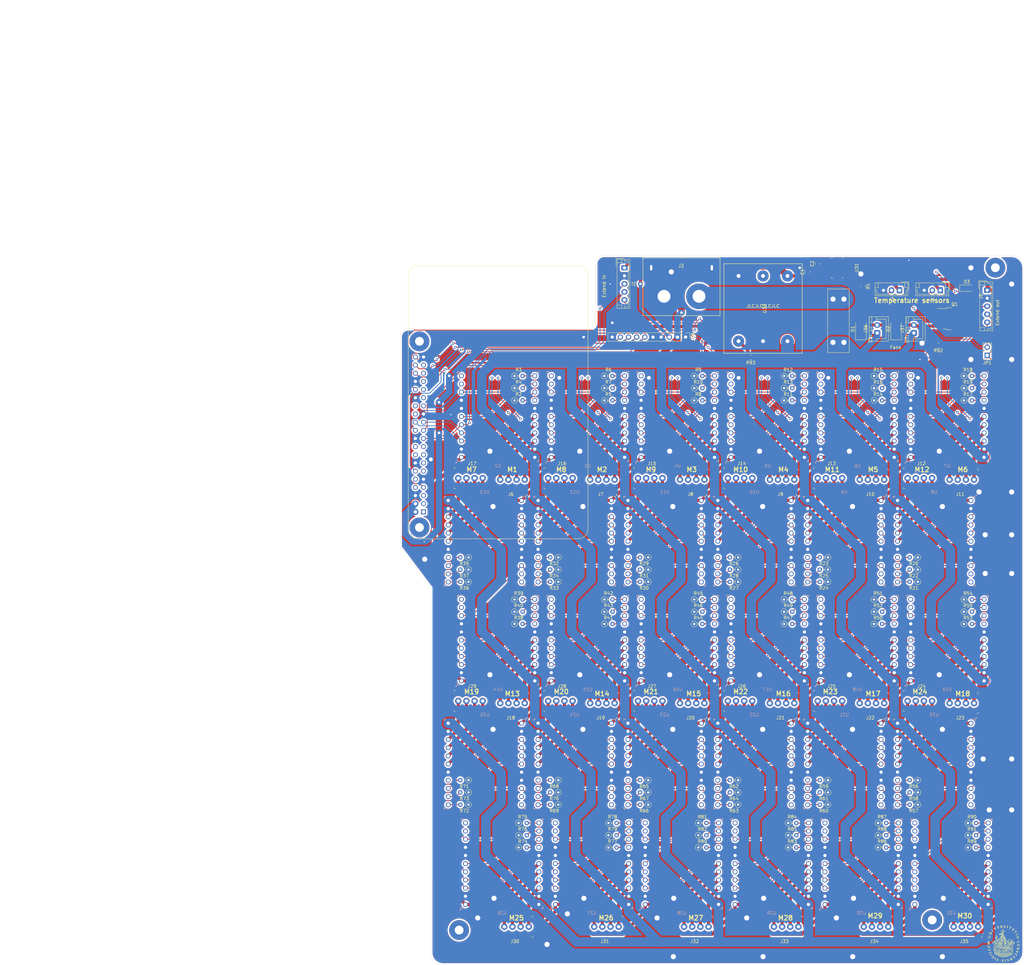
<source format=kicad_pcb>
(kicad_pcb (version 20171130) (host pcbnew 5.1.8-db9833491~88~ubuntu20.04.1)
  (layers (0 F.Cu signal) (31 B.Cu signal) (34 B.Paste user) (35 F.Paste user) (36 B.SilkS user) (37 F.SilkS user) (38 B.Mask user) (39 F.Mask user) (44 Edge.Cuts user))
  (net 0 "")
  (net 1 +5V)
  (net 2 GND)
  (net 3 +48V)
  (net 4 "Net-(F1-Pad3)")
  (net 5 +3V3)
  (net 6 EN_DRV)
  (net 7 /MOSI)
  (net 8 /MISO)
  (net 9 /SW)
  (net 10 "Net-(J6-Pad4)")
  (net 11 "Net-(J6-Pad3)")
  (net 12 "Net-(J6-Pad2)")
  (net 13 "Net-(J6-Pad1)")
  (net 14 "Net-(J7-Pad1)")
  (net 15 "Net-(J7-Pad2)")
  (net 16 "Net-(J7-Pad3)")
  (net 17 "Net-(J7-Pad4)")
  (net 18 "Net-(J8-Pad1)")
  (net 19 "Net-(J8-Pad2)")
  (net 20 "Net-(J8-Pad3)")
  (net 21 "Net-(J8-Pad4)")
  (net 22 "Net-(J9-Pad4)")
  (net 23 "Net-(J9-Pad3)")
  (net 24 "Net-(J9-Pad2)")
  (net 25 "Net-(J9-Pad1)")
  (net 26 "Net-(J10-Pad4)")
  (net 27 "Net-(J10-Pad3)")
  (net 28 "Net-(J10-Pad2)")
  (net 29 "Net-(J10-Pad1)")
  (net 30 "Net-(J11-Pad4)")
  (net 31 "Net-(J11-Pad3)")
  (net 32 "Net-(J11-Pad2)")
  (net 33 "Net-(J11-Pad1)")
  (net 34 "Net-(J12-Pad4)")
  (net 35 "Net-(J12-Pad3)")
  (net 36 "Net-(J12-Pad2)")
  (net 37 "Net-(J12-Pad1)")
  (net 38 "Net-(J13-Pad4)")
  (net 39 "Net-(J13-Pad3)")
  (net 40 "Net-(J13-Pad2)")
  (net 41 "Net-(J13-Pad1)")
  (net 42 "Net-(J14-Pad1)")
  (net 43 "Net-(J14-Pad2)")
  (net 44 "Net-(J14-Pad3)")
  (net 45 "Net-(J14-Pad4)")
  (net 46 "Net-(J15-Pad4)")
  (net 47 "Net-(J15-Pad3)")
  (net 48 "Net-(J15-Pad2)")
  (net 49 "Net-(J15-Pad1)")
  (net 50 "Net-(J16-Pad4)")
  (net 51 "Net-(J16-Pad3)")
  (net 52 "Net-(J16-Pad2)")
  (net 53 "Net-(J16-Pad1)")
  (net 54 "Net-(J17-Pad4)")
  (net 55 "Net-(J17-Pad3)")
  (net 56 "Net-(J17-Pad2)")
  (net 57 "Net-(J17-Pad1)")
  (net 58 "Net-(J18-Pad4)")
  (net 59 "Net-(J18-Pad3)")
  (net 60 "Net-(J18-Pad2)")
  (net 61 "Net-(J18-Pad1)")
  (net 62 "Net-(J19-Pad4)")
  (net 63 "Net-(J19-Pad3)")
  (net 64 "Net-(J19-Pad2)")
  (net 65 "Net-(J19-Pad1)")
  (net 66 "Net-(J20-Pad1)")
  (net 67 "Net-(J20-Pad2)")
  (net 68 "Net-(J20-Pad3)")
  (net 69 "Net-(J20-Pad4)")
  (net 70 "Net-(J21-Pad1)")
  (net 71 "Net-(J21-Pad2)")
  (net 72 "Net-(J21-Pad3)")
  (net 73 "Net-(J21-Pad4)")
  (net 74 "Net-(J22-Pad4)")
  (net 75 "Net-(J22-Pad3)")
  (net 76 "Net-(J22-Pad2)")
  (net 77 "Net-(J22-Pad1)")
  (net 78 "Net-(J23-Pad4)")
  (net 79 "Net-(J23-Pad3)")
  (net 80 "Net-(J23-Pad2)")
  (net 81 "Net-(J23-Pad1)")
  (net 82 "Net-(J24-Pad1)")
  (net 83 "Net-(J24-Pad2)")
  (net 84 "Net-(J24-Pad3)")
  (net 85 "Net-(J24-Pad4)")
  (net 86 "Net-(J25-Pad1)")
  (net 87 "Net-(J25-Pad2)")
  (net 88 "Net-(J25-Pad3)")
  (net 89 "Net-(J25-Pad4)")
  (net 90 "Net-(J26-Pad4)")
  (net 91 "Net-(J26-Pad3)")
  (net 92 "Net-(J26-Pad2)")
  (net 93 "Net-(J26-Pad1)")
  (net 94 "Net-(J27-Pad1)")
  (net 95 "Net-(J27-Pad2)")
  (net 96 "Net-(J27-Pad3)")
  (net 97 "Net-(J27-Pad4)")
  (net 98 "Net-(J28-Pad1)")
  (net 99 "Net-(J28-Pad2)")
  (net 100 "Net-(J28-Pad3)")
  (net 101 "Net-(J28-Pad4)")
  (net 102 "Net-(J29-Pad1)")
  (net 103 "Net-(J29-Pad2)")
  (net 104 "Net-(J29-Pad3)")
  (net 105 "Net-(J29-Pad4)")
  (net 106 "Net-(J30-Pad1)")
  (net 107 "Net-(J30-Pad2)")
  (net 108 "Net-(J30-Pad3)")
  (net 109 "Net-(J30-Pad4)")
  (net 110 "Net-(J31-Pad1)")
  (net 111 "Net-(J31-Pad2)")
  (net 112 "Net-(J31-Pad3)")
  (net 113 "Net-(J31-Pad4)")
  (net 114 "Net-(J32-Pad1)")
  (net 115 "Net-(J32-Pad2)")
  (net 116 "Net-(J32-Pad3)")
  (net 117 "Net-(J32-Pad4)")
  (net 118 "Net-(J33-Pad1)")
  (net 119 "Net-(J33-Pad2)")
  (net 120 "Net-(J33-Pad3)")
  (net 121 "Net-(J33-Pad4)")
  (net 122 "Net-(J34-Pad1)")
  (net 123 "Net-(J34-Pad2)")
  (net 124 "Net-(J34-Pad3)")
  (net 125 "Net-(J34-Pad4)")
  (net 126 "Net-(J35-Pad4)")
  (net 127 "Net-(J35-Pad3)")
  (net 128 "Net-(J35-Pad2)")
  (net 129 "Net-(J35-Pad1)")
  (net 130 "Net-(R2-Pad2)")
  (net 131 "Net-(R3-Pad2)")
  (net 132 "Net-(R4-Pad2)")
  (net 133 "Net-(R5-Pad2)")
  (net 134 "Net-(R6-Pad2)")
  (net 135 "Net-(R7-Pad2)")
  (net 136 "Net-(R8-Pad2)")
  (net 137 "Net-(R9-Pad2)")
  (net 138 "Net-(R10-Pad2)")
  (net 139 "Net-(R11-Pad2)")
  (net 140 "Net-(R12-Pad2)")
  (net 141 "Net-(R13-Pad2)")
  (net 142 "Net-(R14-Pad2)")
  (net 143 "Net-(R15-Pad2)")
  (net 144 "Net-(R16-Pad2)")
  (net 145 "Net-(R17-Pad2)")
  (net 146 "Net-(R18-Pad2)")
  (net 147 "Net-(R19-Pad2)")
  (net 148 "Net-(R20-Pad2)")
  (net 149 "Net-(R21-Pad2)")
  (net 150 "Net-(R22-Pad2)")
  (net 151 "Net-(R23-Pad2)")
  (net 152 "Net-(R24-Pad2)")
  (net 153 "Net-(R25-Pad2)")
  (net 154 "Net-(R26-Pad2)")
  (net 155 "Net-(R27-Pad2)")
  (net 156 "Net-(R28-Pad2)")
  (net 157 "Net-(R29-Pad2)")
  (net 158 "Net-(R30-Pad2)")
  (net 159 "Net-(R31-Pad2)")
  (net 160 "Net-(R32-Pad2)")
  (net 161 "Net-(R33-Pad2)")
  (net 162 "Net-(R34-Pad2)")
  (net 163 "Net-(R35-Pad2)")
  (net 164 "Net-(R36-Pad2)")
  (net 165 "Net-(R37-Pad2)")
  (net 166 "Net-(R38-Pad2)")
  (net 167 "Net-(R39-Pad2)")
  (net 168 "Net-(R40-Pad2)")
  (net 169 "Net-(R41-Pad2)")
  (net 170 "Net-(R42-Pad2)")
  (net 171 "Net-(R43-Pad2)")
  (net 172 "Net-(R44-Pad2)")
  (net 173 "Net-(R45-Pad2)")
  (net 174 "Net-(R46-Pad2)")
  (net 175 "Net-(R47-Pad2)")
  (net 176 "Net-(R48-Pad2)")
  (net 177 "Net-(R49-Pad2)")
  (net 178 "Net-(R50-Pad2)")
  (net 179 "Net-(R51-Pad2)")
  (net 180 "Net-(R52-Pad2)")
  (net 181 "Net-(R53-Pad2)")
  (net 182 "Net-(R54-Pad2)")
  (net 183 "Net-(R55-Pad2)")
  (net 184 "Net-(R56-Pad2)")
  (net 185 "Net-(R57-Pad2)")
  (net 186 "Net-(R58-Pad2)")
  (net 187 "Net-(R59-Pad2)")
  (net 188 "Net-(R60-Pad2)")
  (net 189 "Net-(R61-Pad2)")
  (net 190 "Net-(R62-Pad2)")
  (net 191 "Net-(R63-Pad2)")
  (net 192 "Net-(R64-Pad2)")
  (net 193 "Net-(R65-Pad2)")
  (net 194 "Net-(R66-Pad2)")
  (net 195 "Net-(R67-Pad2)")
  (net 196 "Net-(R68-Pad2)")
  (net 197 "Net-(R69-Pad2)")
  (net 198 "Net-(R70-Pad2)")
  (net 199 "Net-(R71-Pad2)")
  (net 200 "Net-(R72-Pad2)")
  (net 201 "Net-(R73-Pad2)")
  (net 202 "Net-(R74-Pad2)")
  (net 203 "Net-(R75-Pad2)")
  (net 204 "Net-(R76-Pad2)")
  (net 205 "Net-(R77-Pad2)")
  (net 206 "Net-(R78-Pad2)")
  (net 207 "Net-(R79-Pad2)")
  (net 208 "Net-(R80-Pad2)")
  (net 209 "Net-(R81-Pad2)")
  (net 210 "Net-(R82-Pad2)")
  (net 211 "Net-(R83-Pad2)")
  (net 212 "Net-(R84-Pad2)")
  (net 213 "Net-(R85-Pad2)")
  (net 214 "Net-(R86-Pad2)")
  (net 215 "Net-(R87-Pad2)")
  (net 216 "Net-(R88-Pad2)")
  (net 217 "Net-(R89-Pad2)")
  (net 218 "Net-(R90-Pad2)")
  (net 219 "Net-(R91-Pad2)")
  (net 220 "Net-(U1-PadS2)")
  (net 221 "Net-(U1-PadS1)")
  (net 222 "Net-(U1-Pad3)")
  (net 223 "Net-(U1-Pad5)")
  (net 224 "Net-(U1-Pad11)")
  (net 225 "Net-(U1-Pad8)")
  (net 226 "Net-(U1-Pad10)")
  (net 227 "Net-(U1-Pad13)")
  (net 228 "Net-(U1-Pad15)")
  (net 229 BUS_CLK)
  (net 230 "Net-(U1-Pad16)")
  (net 231 "Net-(U1-Pad18)")
  (net 232 CS)
  (net 233 "Net-(U1-Pad26)")
  (net 234 "Net-(U1-Pad27)")
  (net 235 "Net-(U1-Pad28)")
  (net 236 "Net-(U1-Pad29)")
  (net 237 "Net-(U1-Pad31)")
  (net 238 "Net-(U1-Pad33)")
  (net 239 "Net-(U1-Pad35)")
  (net 240 "Net-(U1-Pad37)")
  (net 241 /sheet5F91370A/DATA_IN)
  (net 242 "Net-(U2-Pad10)")
  (net 243 "Net-(U2-Pad11)")
  (net 244 "Net-(U2-Pad19)")
  (net 245 /sheet5F91474F/DATA_IN)
  (net 246 "Net-(U3-Pad10)")
  (net 247 "Net-(U3-Pad11)")
  (net 248 "Net-(U3-Pad19)")
  (net 249 /sheet5F914750/DATA_IN)
  (net 250 "Net-(U4-Pad10)")
  (net 251 "Net-(U4-Pad11)")
  (net 252 "Net-(U4-Pad19)")
  (net 253 /sheet5F916D5D/DATA_IN)
  (net 254 "Net-(U5-Pad10)")
  (net 255 "Net-(U5-Pad11)")
  (net 256 "Net-(U5-Pad19)")
  (net 257 /sheet5F92CD21/DATA_IN)
  (net 258 "Net-(U6-Pad10)")
  (net 259 "Net-(U6-Pad11)")
  (net 260 "Net-(U6-Pad19)")
  (net 261 "Net-(U7-Pad19)")
  (net 262 "Net-(U7-Pad11)")
  (net 263 "Net-(U7-Pad10)")
  (net 264 /sheet5FAD5C7F/DATA_IN)
  (net 265 "Net-(U8-Pad19)")
  (net 266 "Net-(U8-Pad11)")
  (net 267 "Net-(U8-Pad10)")
  (net 268 /sheet5FAD5C80/DATA_IN)
  (net 269 "Net-(U9-Pad19)")
  (net 270 "Net-(U9-Pad11)")
  (net 271 "Net-(U9-Pad10)")
  (net 272 /sheet5FAD5C81/DATA_IN)
  (net 273 /sheet5FAD5C82/DATA_IN)
  (net 274 "Net-(U10-Pad10)")
  (net 275 "Net-(U10-Pad11)")
  (net 276 "Net-(U10-Pad19)")
  (net 277 "Net-(U11-Pad19)")
  (net 278 "Net-(U11-Pad11)")
  (net 279 "Net-(U11-Pad10)")
  (net 280 /sheet5FAD5C83/DATA_IN)
  (net 281 "Net-(U12-Pad19)")
  (net 282 "Net-(U12-Pad11)")
  (net 283 "Net-(U12-Pad10)")
  (net 284 /sheet5FAD5C84/DATA_IN)
  (net 285 /sheet5FAD7671/DATA_IN)
  (net 286 "Net-(U13-Pad10)")
  (net 287 "Net-(U13-Pad11)")
  (net 288 "Net-(U13-Pad19)")
  (net 289 "Net-(U14-Pad19)")
  (net 290 "Net-(U14-Pad11)")
  (net 291 "Net-(U14-Pad10)")
  (net 292 /sheet5FAD7673/DATA_IN)
  (net 293 /sheet5FAD7672/DATA_IN)
  (net 294 "Net-(U15-Pad19)")
  (net 295 "Net-(U15-Pad11)")
  (net 296 "Net-(U15-Pad10)")
  (net 297 /sheet5FAD7674/DATA_IN)
  (net 298 /sheet5FAD7675/DATA_IN)
  (net 299 "Net-(U16-Pad10)")
  (net 300 "Net-(U16-Pad11)")
  (net 301 "Net-(U16-Pad19)")
  (net 302 /sheet5FAD7676/DATA_IN)
  (net 303 "Net-(U17-Pad10)")
  (net 304 "Net-(U17-Pad11)")
  (net 305 "Net-(U17-Pad19)")
  (net 306 /sheet5FAD95D8/DATA_IN)
  (net 307 "Net-(U18-Pad10)")
  (net 308 "Net-(U18-Pad11)")
  (net 309 "Net-(U18-Pad19)")
  (net 310 "Net-(U19-Pad19)")
  (net 311 "Net-(U19-Pad11)")
  (net 312 "Net-(U19-Pad10)")
  (net 313 /sheet5FAD95D9/DATA_IN)
  (net 314 /sheet5FAD95DA/DATA_IN)
  (net 315 "Net-(U20-Pad10)")
  (net 316 "Net-(U20-Pad11)")
  (net 317 "Net-(U20-Pad19)")
  (net 318 "Net-(U21-Pad19)")
  (net 319 "Net-(U21-Pad11)")
  (net 320 "Net-(U21-Pad10)")
  (net 321 /sheet5FAD95DB/DATA_IN)
  (net 322 /sheet5FAD95DC/DATA_IN)
  (net 323 "Net-(U22-Pad10)")
  (net 324 "Net-(U22-Pad11)")
  (net 325 "Net-(U22-Pad19)")
  (net 326 "Net-(U23-Pad19)")
  (net 327 "Net-(U23-Pad11)")
  (net 328 "Net-(U23-Pad10)")
  (net 329 /sheet5FAD95DD/DATA_IN)
  (net 330 /sheet5FADBB95/DATA_IN)
  (net 331 "Net-(U24-Pad10)")
  (net 332 "Net-(U24-Pad11)")
  (net 333 "Net-(U24-Pad19)")
  (net 334 "Net-(U25-Pad19)")
  (net 335 "Net-(U25-Pad11)")
  (net 336 "Net-(U25-Pad10)")
  (net 337 /sheet5FADBB96/DATA_IN)
  (net 338 "Net-(U26-Pad19)")
  (net 339 "Net-(U26-Pad11)")
  (net 340 "Net-(U26-Pad10)")
  (net 341 /sheet5FADBB97/DATA_IN)
  (net 342 "Net-(U27-Pad19)")
  (net 343 "Net-(U27-Pad11)")
  (net 344 "Net-(U27-Pad10)")
  (net 345 /sheet5FADBB98/DATA_IN)
  (net 346 "Net-(U28-Pad19)")
  (net 347 "Net-(U28-Pad11)")
  (net 348 "Net-(U28-Pad10)")
  (net 349 /sheet5FADBB99/DATA_IN)
  (net 350 /sheet5FADBB9A/DATA_IN)
  (net 351 "Net-(U29-Pad10)")
  (net 352 "Net-(U29-Pad11)")
  (net 353 "Net-(U29-Pad19)")
  (net 354 "Net-(U30-Pad19)")
  (net 355 "Net-(U30-Pad11)")
  (net 356 "Net-(U30-Pad10)")
  (net 357 "Net-(U32-Pad10)")
  (net 358 "Net-(U32-Pad11)")
  (net 359 "Net-(U32-Pad19)")
  (net 360 /sheet5FAD7671/DATA_OUT)
  (net 361 /gpio20)
  (net 362 /gpio21)
  (net 363 /gpio16)
  (net 364 "Net-(U1-Pad17)")
  (net 365 "Net-(U1-Pad1)")
  (net 366 /pwm)
  (net 367 "Net-(D1-Pad2)")
  (net 368 "Net-(U33-Pad5)")
  (net 369 /gpio18)
  (net 370 "Net-(R93-Pad2)")
  (module custom:Uni-Luebeck (layer F.Cu) (at 214.645 281.017)
    (fp_text reference U2 hide)
    (fp_text value Logo hide)
  )
  (module custom:SHHD003A0A41Z (layer F.Cu) (at 139.715 83.151 90)
    (fp_text reference U33 (at 0 0.5 90) (layer F.SilkS))
    (fp_text value SHHD003A0A41Z)
    (pad 1 thru_hole circle (at -10.16 7.62 90) (size 3.5 3.5) (drill 1.2) (layers *.Cu *.Mask) (net 3 +48V))
    (pad 6 thru_hole circle (at 10.16 7.62 90) (size 3.5 3.5) (drill 1.2) (layers *.Cu *.Mask) (net 1 +5V))
    (pad 4 thru_hole circle (at 10.16 -7.62 90) (size 3.5 3.5) (drill 1.2) (layers *.Cu *.Mask) (net 2 GND))
    (pad 3 thru_hole circle (at -10.16 -7.62 90) (size 3.5 3.5) (drill 1.2) (layers *.Cu *.Mask) (net 370 "Net-(R93-Pad2)"))
    (pad 2 thru_hole circle (at -10.16 0 90) (size 3.5 3.5) (drill 1.2) (layers *.Cu *.Mask) (net 2 GND))
    (pad 5 thru_hole circle (at 10.16 0 90) (size 3.5 3.5) (drill 1.2) (layers *.Cu *.Mask) (net 368 "Net-(U33-Pad5)"))
  )
  (module digikey-footprints:SOT-223 (layer F.Cu) (at 162.829 70.451 270)
    (fp_text reference U31 (at 0 -6.1 90) (layer F.SilkS))
    (fp_text value LD1117S33CTR)
    (pad 4 smd rect (at 0 -3.15 270) (size 3.8 2.2) (layers F.Cu F.Paste F.Mask) (net 5 +3V3))
    (pad 1 smd rect (at -2.3 3.15 270) (size 1.5 2.2) (layers F.Cu F.Paste F.Mask) (net 2 GND))
    (pad 2 smd rect (at 0 3.15 270) (size 1.5 2.2) (layers F.Cu F.Paste F.Mask) (net 5 +3V3))
    (pad 3 smd rect (at 2.3 3.15 270) (size 1.5 2.2) (layers F.Cu F.Paste F.Mask) (net 1 +5V))
  )
  (module Resistor_SMD:R_0805_2012Metric (layer F.Cu) (at 135.905 98.391 180)
    (fp_text reference R93 (at 0 -1.65) (layer F.SilkS))
    (fp_text value 0)
    (pad 2 smd roundrect (at 0.9125 0 180) (size 1.025 1.4) (layers F.Cu F.Paste F.Mask) (roundrect_rratio 0.2439004878048781) (net 370 "Net-(R93-Pad2)"))
    (pad 1 smd roundrect (at -0.9125 0 180) (size 1.025 1.4) (layers F.Cu F.Paste F.Mask) (roundrect_rratio 0.2439004878048781) (net 2 GND))
  )
  (module Capacitor_SMD:C_0805_2012Metric (layer F.Cu) (at 156.733 69.181 90)
    (fp_text reference C2 (at 0 -1.68 90) (layer F.SilkS))
    (fp_text value 10uf)
    (pad 2 smd roundrect (at 0.95 0 90) (size 1 1.45) (layers F.Cu F.Paste F.Mask) (net 2 GND))
    (pad 1 smd roundrect (at -0.95 0 90) (size 1 1.45) (layers F.Cu F.Paste F.Mask) (net 5 +3V3))
  )
  (module Capacitor_SMD:C_0805_2012Metric (layer F.Cu) (at 153.685 71.721 90)
    (fp_text reference C1 (at 0 -1.68 90) (layer F.SilkS))
    (fp_text value 100nf)
    (pad 2 smd roundrect (at 0.95 0 90) (size 1 1.45) (layers F.Cu F.Paste F.Mask) (net 2 GND))
    (pad 1 smd roundrect (at -0.95 0 90) (size 1 1.45) (layers F.Cu F.Paste F.Mask) (net 1 +5V))
  )
  (module trinamic-footprints:22pin1x1,1-BOB (layer B.Cu) (at 165.055 155.641 180)
    (fp_text reference U9 (at 0 15.367 180) (layer B.SilkS) (effects (font (thickness 0.1)) (justify mirror)))
    (fp_text value TMC5130A-BOB)
    (pad 4 thru_hole circle (at -11.43 5.08 180) (size 1.524 1.524) (drill 1.016) (layers *.Cu *.Mask) (net 229 BUS_CLK))
    (pad 3 thru_hole circle (at -11.43 7.62 180) (size 1.524 1.524) (drill 1.016) (layers *.Cu *.Mask) (net 232 CS))
    (pad 2 thru_hole circle (at -11.43 10.16 180) (size 1.524 1.524) (drill 1.016) (layers *.Cu *.Mask) (net 2 GND))
    (pad 1 thru_hole circle (at -11.43 12.7 180) (size 1.524 1.524) (drill 1.016) (layers *.Cu *.Mask) (net 5 +3V3))
    (pad 5 thru_hole circle (at -11.43 2.54 180) (size 1.524 1.524) (drill 1.016) (layers *.Cu *.Mask) (net 268 /sheet5FAD5C80/DATA_IN))
    (pad 6 thru_hole circle (at -11.43 0 180) (size 1.524 1.524) (drill 1.016) (layers *.Cu *.Mask) (net 272 /sheet5FAD5C81/DATA_IN))
    (pad 7 thru_hole circle (at -11.43 -2.54 180) (size 1.524 1.524) (drill 1.016) (layers *.Cu *.Mask) (net 2 GND))
    (pad 8 thru_hole circle (at -11.43 -5.08 180) (size 1.524 1.524) (drill 1.016) (layers *.Cu *.Mask) (net 2 GND))
    (pad 9 thru_hole circle (at -11.43 -7.62 180) (size 1.524 1.524) (drill 1.016) (layers *.Cu *.Mask) (net 6 EN_DRV))
    (pad 10 thru_hole circle (at -11.43 -10.16 180) (size 1.524 1.524) (drill 1.016) (layers *.Cu *.Mask) (net 271 "Net-(U9-Pad10)"))
    (pad 11 thru_hole circle (at -11.43 -12.7 180) (size 1.524 1.524) (drill 1.016) (layers *.Cu *.Mask) (net 270 "Net-(U9-Pad11)"))
    (pad 12 thru_hole circle (at 11.43 12.7 180) (size 1.524 1.524) (drill 1.016) (layers *.Cu *.Mask) (net 3 +48V))
    (pad 13 thru_hole circle (at 11.43 10.16 180) (size 1.524 1.524) (drill 1.016) (layers *.Cu *.Mask) (net 2 GND))
    (pad 14 thru_hole circle (at 11.43 7.62 180) (size 1.524 1.524) (drill 1.016) (layers *.Cu *.Mask) (net 41 "Net-(J13-Pad1)"))
    (pad 15 thru_hole circle (at 11.43 5.08 180) (size 1.524 1.524) (drill 1.016) (layers *.Cu *.Mask) (net 40 "Net-(J13-Pad2)"))
    (pad 16 thru_hole circle (at 11.43 2.54 180) (size 1.524 1.524) (drill 1.016) (layers *.Cu *.Mask) (net 39 "Net-(J13-Pad3)"))
    (pad 17 thru_hole circle (at 11.43 0 180) (size 1.524 1.524) (drill 1.016) (layers *.Cu *.Mask) (net 38 "Net-(J13-Pad4)"))
    (pad 18 thru_hole circle (at 11.43 -2.54 180) (size 1.524 1.524) (drill 1.016) (layers *.Cu *.Mask) (net 2 GND))
    (pad 19 thru_hole circle (at 11.43 -5.08 180) (size 1.524 1.524) (drill 1.016) (layers *.Cu *.Mask) (net 269 "Net-(U9-Pad19)"))
    (pad 20 thru_hole circle (at 11.43 -7.62 180) (size 1.524 1.524) (drill 1.016) (layers *.Cu *.Mask) (net 151 "Net-(R23-Pad2)"))
    (pad 21 thru_hole circle (at 11.43 -10.16 180) (size 1.524 1.524) (drill 1.016) (layers *.Cu *.Mask) (net 153 "Net-(R25-Pad2)"))
    (pad 22 thru_hole circle (at 11.43 -12.7 180) (size 1.524 1.524) (drill 1.016) (layers *.Cu *.Mask) (net 152 "Net-(R24-Pad2)"))
  )
  (module trinamic-footprints:22pin1x1,1-BOB (layer B.Cu) (at 197.165 116.806)
    (fp_text reference U7 (at 0 15.367) (layer B.SilkS) (effects (font (thickness 0.1)) (justify mirror)))
    (fp_text value TMC5130A-BOB)
    (pad 4 thru_hole circle (at -11.43 5.08) (size 1.524 1.524) (drill 1.016) (layers *.Cu *.Mask) (net 229 BUS_CLK))
    (pad 3 thru_hole circle (at -11.43 7.62) (size 1.524 1.524) (drill 1.016) (layers *.Cu *.Mask) (net 232 CS))
    (pad 2 thru_hole circle (at -11.43 10.16) (size 1.524 1.524) (drill 1.016) (layers *.Cu *.Mask) (net 2 GND))
    (pad 1 thru_hole circle (at -11.43 12.7) (size 1.524 1.524) (drill 1.016) (layers *.Cu *.Mask) (net 5 +3V3))
    (pad 5 thru_hole circle (at -11.43 2.54) (size 1.524 1.524) (drill 1.016) (layers *.Cu *.Mask) (net 257 /sheet5F92CD21/DATA_IN))
    (pad 6 thru_hole circle (at -11.43 0) (size 1.524 1.524) (drill 1.016) (layers *.Cu *.Mask) (net 264 /sheet5FAD5C7F/DATA_IN))
    (pad 7 thru_hole circle (at -11.43 -2.54) (size 1.524 1.524) (drill 1.016) (layers *.Cu *.Mask) (net 2 GND))
    (pad 8 thru_hole circle (at -11.43 -5.08) (size 1.524 1.524) (drill 1.016) (layers *.Cu *.Mask) (net 2 GND))
    (pad 9 thru_hole circle (at -11.43 -7.62) (size 1.524 1.524) (drill 1.016) (layers *.Cu *.Mask) (net 6 EN_DRV))
    (pad 10 thru_hole circle (at -11.43 -10.16) (size 1.524 1.524) (drill 1.016) (layers *.Cu *.Mask) (net 263 "Net-(U7-Pad10)"))
    (pad 11 thru_hole circle (at -11.43 -12.7) (size 1.524 1.524) (drill 1.016) (layers *.Cu *.Mask) (net 262 "Net-(U7-Pad11)"))
    (pad 12 thru_hole circle (at 11.43 12.7) (size 1.524 1.524) (drill 1.016) (layers *.Cu *.Mask) (net 3 +48V))
    (pad 13 thru_hole circle (at 11.43 10.16) (size 1.524 1.524) (drill 1.016) (layers *.Cu *.Mask) (net 2 GND))
    (pad 14 thru_hole circle (at 11.43 7.62) (size 1.524 1.524) (drill 1.016) (layers *.Cu *.Mask) (net 33 "Net-(J11-Pad1)"))
    (pad 15 thru_hole circle (at 11.43 5.08) (size 1.524 1.524) (drill 1.016) (layers *.Cu *.Mask) (net 32 "Net-(J11-Pad2)"))
    (pad 16 thru_hole circle (at 11.43 2.54) (size 1.524 1.524) (drill 1.016) (layers *.Cu *.Mask) (net 31 "Net-(J11-Pad3)"))
    (pad 17 thru_hole circle (at 11.43 0) (size 1.524 1.524) (drill 1.016) (layers *.Cu *.Mask) (net 30 "Net-(J11-Pad4)"))
    (pad 18 thru_hole circle (at 11.43 -2.54) (size 1.524 1.524) (drill 1.016) (layers *.Cu *.Mask) (net 2 GND))
    (pad 19 thru_hole circle (at 11.43 -5.08) (size 1.524 1.524) (drill 1.016) (layers *.Cu *.Mask) (net 261 "Net-(U7-Pad19)"))
    (pad 20 thru_hole circle (at 11.43 -7.62) (size 1.524 1.524) (drill 1.016) (layers *.Cu *.Mask) (net 145 "Net-(R17-Pad2)"))
    (pad 21 thru_hole circle (at 11.43 -10.16) (size 1.524 1.524) (drill 1.016) (layers *.Cu *.Mask) (net 147 "Net-(R19-Pad2)"))
    (pad 22 thru_hole circle (at 11.43 -12.7) (size 1.524 1.524) (drill 1.016) (layers *.Cu *.Mask) (net 146 "Net-(R18-Pad2)"))
  )
  (module trinamic-footprints:22pin1x1,1-BOB (layer B.Cu) (at 193.055 155.641 180)
    (fp_text reference U8 (at 0 15.367 180) (layer B.SilkS) (effects (font (thickness 0.1)) (justify mirror)))
    (fp_text value TMC5130A-BOB)
    (pad 4 thru_hole circle (at -11.43 5.08 180) (size 1.524 1.524) (drill 1.016) (layers *.Cu *.Mask) (net 229 BUS_CLK))
    (pad 3 thru_hole circle (at -11.43 7.62 180) (size 1.524 1.524) (drill 1.016) (layers *.Cu *.Mask) (net 232 CS))
    (pad 2 thru_hole circle (at -11.43 10.16 180) (size 1.524 1.524) (drill 1.016) (layers *.Cu *.Mask) (net 2 GND))
    (pad 1 thru_hole circle (at -11.43 12.7 180) (size 1.524 1.524) (drill 1.016) (layers *.Cu *.Mask) (net 5 +3V3))
    (pad 5 thru_hole circle (at -11.43 2.54 180) (size 1.524 1.524) (drill 1.016) (layers *.Cu *.Mask) (net 264 /sheet5FAD5C7F/DATA_IN))
    (pad 6 thru_hole circle (at -11.43 0 180) (size 1.524 1.524) (drill 1.016) (layers *.Cu *.Mask) (net 268 /sheet5FAD5C80/DATA_IN))
    (pad 7 thru_hole circle (at -11.43 -2.54 180) (size 1.524 1.524) (drill 1.016) (layers *.Cu *.Mask) (net 2 GND))
    (pad 8 thru_hole circle (at -11.43 -5.08 180) (size 1.524 1.524) (drill 1.016) (layers *.Cu *.Mask) (net 2 GND))
    (pad 9 thru_hole circle (at -11.43 -7.62 180) (size 1.524 1.524) (drill 1.016) (layers *.Cu *.Mask) (net 6 EN_DRV))
    (pad 10 thru_hole circle (at -11.43 -10.16 180) (size 1.524 1.524) (drill 1.016) (layers *.Cu *.Mask) (net 267 "Net-(U8-Pad10)"))
    (pad 11 thru_hole circle (at -11.43 -12.7 180) (size 1.524 1.524) (drill 1.016) (layers *.Cu *.Mask) (net 266 "Net-(U8-Pad11)"))
    (pad 12 thru_hole circle (at 11.43 12.7 180) (size 1.524 1.524) (drill 1.016) (layers *.Cu *.Mask) (net 3 +48V))
    (pad 13 thru_hole circle (at 11.43 10.16 180) (size 1.524 1.524) (drill 1.016) (layers *.Cu *.Mask) (net 2 GND))
    (pad 14 thru_hole circle (at 11.43 7.62 180) (size 1.524 1.524) (drill 1.016) (layers *.Cu *.Mask) (net 37 "Net-(J12-Pad1)"))
    (pad 15 thru_hole circle (at 11.43 5.08 180) (size 1.524 1.524) (drill 1.016) (layers *.Cu *.Mask) (net 36 "Net-(J12-Pad2)"))
    (pad 16 thru_hole circle (at 11.43 2.54 180) (size 1.524 1.524) (drill 1.016) (layers *.Cu *.Mask) (net 35 "Net-(J12-Pad3)"))
    (pad 17 thru_hole circle (at 11.43 0 180) (size 1.524 1.524) (drill 1.016) (layers *.Cu *.Mask) (net 34 "Net-(J12-Pad4)"))
    (pad 18 thru_hole circle (at 11.43 -2.54 180) (size 1.524 1.524) (drill 1.016) (layers *.Cu *.Mask) (net 2 GND))
    (pad 19 thru_hole circle (at 11.43 -5.08 180) (size 1.524 1.524) (drill 1.016) (layers *.Cu *.Mask) (net 265 "Net-(U8-Pad19)"))
    (pad 20 thru_hole circle (at 11.43 -7.62 180) (size 1.524 1.524) (drill 1.016) (layers *.Cu *.Mask) (net 148 "Net-(R20-Pad2)"))
    (pad 21 thru_hole circle (at 11.43 -10.16 180) (size 1.524 1.524) (drill 1.016) (layers *.Cu *.Mask) (net 150 "Net-(R22-Pad2)"))
    (pad 22 thru_hole circle (at 11.43 -12.7 180) (size 1.524 1.524) (drill 1.016) (layers *.Cu *.Mask) (net 149 "Net-(R21-Pad2)"))
  )
  (module trinamic-footprints:22pin1x1,1-BOB (layer B.Cu) (at 109.055 155.641 180)
    (fp_text reference U11 (at 0 15.367 180) (layer B.SilkS) (effects (font (thickness 0.1)) (justify mirror)))
    (fp_text value TMC5130A-BOB)
    (pad 4 thru_hole circle (at -11.43 5.08 180) (size 1.524 1.524) (drill 1.016) (layers *.Cu *.Mask) (net 229 BUS_CLK))
    (pad 3 thru_hole circle (at -11.43 7.62 180) (size 1.524 1.524) (drill 1.016) (layers *.Cu *.Mask) (net 232 CS))
    (pad 2 thru_hole circle (at -11.43 10.16 180) (size 1.524 1.524) (drill 1.016) (layers *.Cu *.Mask) (net 2 GND))
    (pad 1 thru_hole circle (at -11.43 12.7 180) (size 1.524 1.524) (drill 1.016) (layers *.Cu *.Mask) (net 5 +3V3))
    (pad 5 thru_hole circle (at -11.43 2.54 180) (size 1.524 1.524) (drill 1.016) (layers *.Cu *.Mask) (net 273 /sheet5FAD5C82/DATA_IN))
    (pad 6 thru_hole circle (at -11.43 0 180) (size 1.524 1.524) (drill 1.016) (layers *.Cu *.Mask) (net 280 /sheet5FAD5C83/DATA_IN))
    (pad 7 thru_hole circle (at -11.43 -2.54 180) (size 1.524 1.524) (drill 1.016) (layers *.Cu *.Mask) (net 2 GND))
    (pad 8 thru_hole circle (at -11.43 -5.08 180) (size 1.524 1.524) (drill 1.016) (layers *.Cu *.Mask) (net 2 GND))
    (pad 9 thru_hole circle (at -11.43 -7.62 180) (size 1.524 1.524) (drill 1.016) (layers *.Cu *.Mask) (net 6 EN_DRV))
    (pad 10 thru_hole circle (at -11.43 -10.16 180) (size 1.524 1.524) (drill 1.016) (layers *.Cu *.Mask) (net 279 "Net-(U11-Pad10)"))
    (pad 11 thru_hole circle (at -11.43 -12.7 180) (size 1.524 1.524) (drill 1.016) (layers *.Cu *.Mask) (net 278 "Net-(U11-Pad11)"))
    (pad 12 thru_hole circle (at 11.43 12.7 180) (size 1.524 1.524) (drill 1.016) (layers *.Cu *.Mask) (net 3 +48V))
    (pad 13 thru_hole circle (at 11.43 10.16 180) (size 1.524 1.524) (drill 1.016) (layers *.Cu *.Mask) (net 2 GND))
    (pad 14 thru_hole circle (at 11.43 7.62 180) (size 1.524 1.524) (drill 1.016) (layers *.Cu *.Mask) (net 49 "Net-(J15-Pad1)"))
    (pad 15 thru_hole circle (at 11.43 5.08 180) (size 1.524 1.524) (drill 1.016) (layers *.Cu *.Mask) (net 48 "Net-(J15-Pad2)"))
    (pad 16 thru_hole circle (at 11.43 2.54 180) (size 1.524 1.524) (drill 1.016) (layers *.Cu *.Mask) (net 47 "Net-(J15-Pad3)"))
    (pad 17 thru_hole circle (at 11.43 0 180) (size 1.524 1.524) (drill 1.016) (layers *.Cu *.Mask) (net 46 "Net-(J15-Pad4)"))
    (pad 18 thru_hole circle (at 11.43 -2.54 180) (size 1.524 1.524) (drill 1.016) (layers *.Cu *.Mask) (net 2 GND))
    (pad 19 thru_hole circle (at 11.43 -5.08 180) (size 1.524 1.524) (drill 1.016) (layers *.Cu *.Mask) (net 277 "Net-(U11-Pad19)"))
    (pad 20 thru_hole circle (at 11.43 -7.62 180) (size 1.524 1.524) (drill 1.016) (layers *.Cu *.Mask) (net 157 "Net-(R29-Pad2)"))
    (pad 21 thru_hole circle (at 11.43 -10.16 180) (size 1.524 1.524) (drill 1.016) (layers *.Cu *.Mask) (net 159 "Net-(R31-Pad2)"))
    (pad 22 thru_hole circle (at 11.43 -12.7 180) (size 1.524 1.524) (drill 1.016) (layers *.Cu *.Mask) (net 158 "Net-(R30-Pad2)"))
  )
  (module trinamic-footprints:22pin1x1,1-BOB (layer B.Cu) (at 197.165 186.456)
    (fp_text reference U19 (at 0 15.367) (layer B.SilkS) (effects (font (thickness 0.1)) (justify mirror)))
    (fp_text value TMC5130A-BOB)
    (pad 4 thru_hole circle (at -11.43 5.08) (size 1.524 1.524) (drill 1.016) (layers *.Cu *.Mask) (net 229 BUS_CLK))
    (pad 3 thru_hole circle (at -11.43 7.62) (size 1.524 1.524) (drill 1.016) (layers *.Cu *.Mask) (net 232 CS))
    (pad 2 thru_hole circle (at -11.43 10.16) (size 1.524 1.524) (drill 1.016) (layers *.Cu *.Mask) (net 2 GND))
    (pad 1 thru_hole circle (at -11.43 12.7) (size 1.524 1.524) (drill 1.016) (layers *.Cu *.Mask) (net 5 +3V3))
    (pad 5 thru_hole circle (at -11.43 2.54) (size 1.524 1.524) (drill 1.016) (layers *.Cu *.Mask) (net 306 /sheet5FAD95D8/DATA_IN))
    (pad 6 thru_hole circle (at -11.43 0) (size 1.524 1.524) (drill 1.016) (layers *.Cu *.Mask) (net 313 /sheet5FAD95D9/DATA_IN))
    (pad 7 thru_hole circle (at -11.43 -2.54) (size 1.524 1.524) (drill 1.016) (layers *.Cu *.Mask) (net 2 GND))
    (pad 8 thru_hole circle (at -11.43 -5.08) (size 1.524 1.524) (drill 1.016) (layers *.Cu *.Mask) (net 2 GND))
    (pad 9 thru_hole circle (at -11.43 -7.62) (size 1.524 1.524) (drill 1.016) (layers *.Cu *.Mask) (net 6 EN_DRV))
    (pad 10 thru_hole circle (at -11.43 -10.16) (size 1.524 1.524) (drill 1.016) (layers *.Cu *.Mask) (net 312 "Net-(U19-Pad10)"))
    (pad 11 thru_hole circle (at -11.43 -12.7) (size 1.524 1.524) (drill 1.016) (layers *.Cu *.Mask) (net 311 "Net-(U19-Pad11)"))
    (pad 12 thru_hole circle (at 11.43 12.7) (size 1.524 1.524) (drill 1.016) (layers *.Cu *.Mask) (net 3 +48V))
    (pad 13 thru_hole circle (at 11.43 10.16) (size 1.524 1.524) (drill 1.016) (layers *.Cu *.Mask) (net 2 GND))
    (pad 14 thru_hole circle (at 11.43 7.62) (size 1.524 1.524) (drill 1.016) (layers *.Cu *.Mask) (net 81 "Net-(J23-Pad1)"))
    (pad 15 thru_hole circle (at 11.43 5.08) (size 1.524 1.524) (drill 1.016) (layers *.Cu *.Mask) (net 80 "Net-(J23-Pad2)"))
    (pad 16 thru_hole circle (at 11.43 2.54) (size 1.524 1.524) (drill 1.016) (layers *.Cu *.Mask) (net 79 "Net-(J23-Pad3)"))
    (pad 17 thru_hole circle (at 11.43 0) (size 1.524 1.524) (drill 1.016) (layers *.Cu *.Mask) (net 78 "Net-(J23-Pad4)"))
    (pad 18 thru_hole circle (at 11.43 -2.54) (size 1.524 1.524) (drill 1.016) (layers *.Cu *.Mask) (net 2 GND))
    (pad 19 thru_hole circle (at 11.43 -5.08) (size 1.524 1.524) (drill 1.016) (layers *.Cu *.Mask) (net 310 "Net-(U19-Pad19)"))
    (pad 20 thru_hole circle (at 11.43 -7.62) (size 1.524 1.524) (drill 1.016) (layers *.Cu *.Mask) (net 181 "Net-(R53-Pad2)"))
    (pad 21 thru_hole circle (at 11.43 -10.16) (size 1.524 1.524) (drill 1.016) (layers *.Cu *.Mask) (net 183 "Net-(R55-Pad2)"))
    (pad 22 thru_hole circle (at 11.43 -12.7) (size 1.524 1.524) (drill 1.016) (layers *.Cu *.Mask) (net 182 "Net-(R54-Pad2)"))
  )
  (module trinamic-footprints:22pin1x1,1-BOB (layer B.Cu) (at 169.165 186.456)
    (fp_text reference U18 (at 0 15.367) (layer B.SilkS) (effects (font (thickness 0.1)) (justify mirror)))
    (fp_text value TMC5130A-BOB)
    (pad 4 thru_hole circle (at -11.43 5.08) (size 1.524 1.524) (drill 1.016) (layers *.Cu *.Mask) (net 229 BUS_CLK))
    (pad 3 thru_hole circle (at -11.43 7.62) (size 1.524 1.524) (drill 1.016) (layers *.Cu *.Mask) (net 232 CS))
    (pad 2 thru_hole circle (at -11.43 10.16) (size 1.524 1.524) (drill 1.016) (layers *.Cu *.Mask) (net 2 GND))
    (pad 1 thru_hole circle (at -11.43 12.7) (size 1.524 1.524) (drill 1.016) (layers *.Cu *.Mask) (net 5 +3V3))
    (pad 5 thru_hole circle (at -11.43 2.54) (size 1.524 1.524) (drill 1.016) (layers *.Cu *.Mask) (net 302 /sheet5FAD7676/DATA_IN))
    (pad 6 thru_hole circle (at -11.43 0) (size 1.524 1.524) (drill 1.016) (layers *.Cu *.Mask) (net 306 /sheet5FAD95D8/DATA_IN))
    (pad 7 thru_hole circle (at -11.43 -2.54) (size 1.524 1.524) (drill 1.016) (layers *.Cu *.Mask) (net 2 GND))
    (pad 8 thru_hole circle (at -11.43 -5.08) (size 1.524 1.524) (drill 1.016) (layers *.Cu *.Mask) (net 2 GND))
    (pad 9 thru_hole circle (at -11.43 -7.62) (size 1.524 1.524) (drill 1.016) (layers *.Cu *.Mask) (net 6 EN_DRV))
    (pad 10 thru_hole circle (at -11.43 -10.16) (size 1.524 1.524) (drill 1.016) (layers *.Cu *.Mask) (net 307 "Net-(U18-Pad10)"))
    (pad 11 thru_hole circle (at -11.43 -12.7) (size 1.524 1.524) (drill 1.016) (layers *.Cu *.Mask) (net 308 "Net-(U18-Pad11)"))
    (pad 12 thru_hole circle (at 11.43 12.7) (size 1.524 1.524) (drill 1.016) (layers *.Cu *.Mask) (net 3 +48V))
    (pad 13 thru_hole circle (at 11.43 10.16) (size 1.524 1.524) (drill 1.016) (layers *.Cu *.Mask) (net 2 GND))
    (pad 14 thru_hole circle (at 11.43 7.62) (size 1.524 1.524) (drill 1.016) (layers *.Cu *.Mask) (net 77 "Net-(J22-Pad1)"))
    (pad 15 thru_hole circle (at 11.43 5.08) (size 1.524 1.524) (drill 1.016) (layers *.Cu *.Mask) (net 76 "Net-(J22-Pad2)"))
    (pad 16 thru_hole circle (at 11.43 2.54) (size 1.524 1.524) (drill 1.016) (layers *.Cu *.Mask) (net 75 "Net-(J22-Pad3)"))
    (pad 17 thru_hole circle (at 11.43 0) (size 1.524 1.524) (drill 1.016) (layers *.Cu *.Mask) (net 74 "Net-(J22-Pad4)"))
    (pad 18 thru_hole circle (at 11.43 -2.54) (size 1.524 1.524) (drill 1.016) (layers *.Cu *.Mask) (net 2 GND))
    (pad 19 thru_hole circle (at 11.43 -5.08) (size 1.524 1.524) (drill 1.016) (layers *.Cu *.Mask) (net 309 "Net-(U18-Pad19)"))
    (pad 20 thru_hole circle (at 11.43 -7.62) (size 1.524 1.524) (drill 1.016) (layers *.Cu *.Mask) (net 178 "Net-(R50-Pad2)"))
    (pad 21 thru_hole circle (at 11.43 -10.16) (size 1.524 1.524) (drill 1.016) (layers *.Cu *.Mask) (net 180 "Net-(R52-Pad2)"))
    (pad 22 thru_hole circle (at 11.43 -12.7) (size 1.524 1.524) (drill 1.016) (layers *.Cu *.Mask) (net 179 "Net-(R51-Pad2)"))
  )
  (module trinamic-footprints:22pin1x1,1-BOB (layer B.Cu) (at 141.165 186.456)
    (fp_text reference U17 (at 0 15.367) (layer B.SilkS) (effects (font (thickness 0.1)) (justify mirror)))
    (fp_text value TMC5130A-BOB)
    (pad 4 thru_hole circle (at -11.43 5.08) (size 1.524 1.524) (drill 1.016) (layers *.Cu *.Mask) (net 229 BUS_CLK))
    (pad 3 thru_hole circle (at -11.43 7.62) (size 1.524 1.524) (drill 1.016) (layers *.Cu *.Mask) (net 232 CS))
    (pad 2 thru_hole circle (at -11.43 10.16) (size 1.524 1.524) (drill 1.016) (layers *.Cu *.Mask) (net 2 GND))
    (pad 1 thru_hole circle (at -11.43 12.7) (size 1.524 1.524) (drill 1.016) (layers *.Cu *.Mask) (net 5 +3V3))
    (pad 5 thru_hole circle (at -11.43 2.54) (size 1.524 1.524) (drill 1.016) (layers *.Cu *.Mask) (net 298 /sheet5FAD7675/DATA_IN))
    (pad 6 thru_hole circle (at -11.43 0) (size 1.524 1.524) (drill 1.016) (layers *.Cu *.Mask) (net 302 /sheet5FAD7676/DATA_IN))
    (pad 7 thru_hole circle (at -11.43 -2.54) (size 1.524 1.524) (drill 1.016) (layers *.Cu *.Mask) (net 2 GND))
    (pad 8 thru_hole circle (at -11.43 -5.08) (size 1.524 1.524) (drill 1.016) (layers *.Cu *.Mask) (net 2 GND))
    (pad 9 thru_hole circle (at -11.43 -7.62) (size 1.524 1.524) (drill 1.016) (layers *.Cu *.Mask) (net 6 EN_DRV))
    (pad 10 thru_hole circle (at -11.43 -10.16) (size 1.524 1.524) (drill 1.016) (layers *.Cu *.Mask) (net 303 "Net-(U17-Pad10)"))
    (pad 11 thru_hole circle (at -11.43 -12.7) (size 1.524 1.524) (drill 1.016) (layers *.Cu *.Mask) (net 304 "Net-(U17-Pad11)"))
    (pad 12 thru_hole circle (at 11.43 12.7) (size 1.524 1.524) (drill 1.016) (layers *.Cu *.Mask) (net 3 +48V))
    (pad 13 thru_hole circle (at 11.43 10.16) (size 1.524 1.524) (drill 1.016) (layers *.Cu *.Mask) (net 2 GND))
    (pad 14 thru_hole circle (at 11.43 7.62) (size 1.524 1.524) (drill 1.016) (layers *.Cu *.Mask) (net 70 "Net-(J21-Pad1)"))
    (pad 15 thru_hole circle (at 11.43 5.08) (size 1.524 1.524) (drill 1.016) (layers *.Cu *.Mask) (net 71 "Net-(J21-Pad2)"))
    (pad 16 thru_hole circle (at 11.43 2.54) (size 1.524 1.524) (drill 1.016) (layers *.Cu *.Mask) (net 72 "Net-(J21-Pad3)"))
    (pad 17 thru_hole circle (at 11.43 0) (size 1.524 1.524) (drill 1.016) (layers *.Cu *.Mask) (net 73 "Net-(J21-Pad4)"))
    (pad 18 thru_hole circle (at 11.43 -2.54) (size 1.524 1.524) (drill 1.016) (layers *.Cu *.Mask) (net 2 GND))
    (pad 19 thru_hole circle (at 11.43 -5.08) (size 1.524 1.524) (drill 1.016) (layers *.Cu *.Mask) (net 305 "Net-(U17-Pad19)"))
    (pad 20 thru_hole circle (at 11.43 -7.62) (size 1.524 1.524) (drill 1.016) (layers *.Cu *.Mask) (net 175 "Net-(R47-Pad2)"))
    (pad 21 thru_hole circle (at 11.43 -10.16) (size 1.524 1.524) (drill 1.016) (layers *.Cu *.Mask) (net 177 "Net-(R49-Pad2)"))
    (pad 22 thru_hole circle (at 11.43 -12.7) (size 1.524 1.524) (drill 1.016) (layers *.Cu *.Mask) (net 176 "Net-(R48-Pad2)"))
  )
  (module trinamic-footprints:22pin1x1,1-BOB (layer B.Cu) (at 137.055 225.056 180)
    (fp_text reference U22 (at 0 15.367 180) (layer B.SilkS) (effects (font (thickness 0.1)) (justify mirror)))
    (fp_text value TMC5130A-BOB)
    (pad 4 thru_hole circle (at -11.43 5.08 180) (size 1.524 1.524) (drill 1.016) (layers *.Cu *.Mask) (net 229 BUS_CLK))
    (pad 3 thru_hole circle (at -11.43 7.62 180) (size 1.524 1.524) (drill 1.016) (layers *.Cu *.Mask) (net 232 CS))
    (pad 2 thru_hole circle (at -11.43 10.16 180) (size 1.524 1.524) (drill 1.016) (layers *.Cu *.Mask) (net 2 GND))
    (pad 1 thru_hole circle (at -11.43 12.7 180) (size 1.524 1.524) (drill 1.016) (layers *.Cu *.Mask) (net 5 +3V3))
    (pad 5 thru_hole circle (at -11.43 2.54 180) (size 1.524 1.524) (drill 1.016) (layers *.Cu *.Mask) (net 321 /sheet5FAD95DB/DATA_IN))
    (pad 6 thru_hole circle (at -11.43 0 180) (size 1.524 1.524) (drill 1.016) (layers *.Cu *.Mask) (net 322 /sheet5FAD95DC/DATA_IN))
    (pad 7 thru_hole circle (at -11.43 -2.54 180) (size 1.524 1.524) (drill 1.016) (layers *.Cu *.Mask) (net 2 GND))
    (pad 8 thru_hole circle (at -11.43 -5.08 180) (size 1.524 1.524) (drill 1.016) (layers *.Cu *.Mask) (net 2 GND))
    (pad 9 thru_hole circle (at -11.43 -7.62 180) (size 1.524 1.524) (drill 1.016) (layers *.Cu *.Mask) (net 6 EN_DRV))
    (pad 10 thru_hole circle (at -11.43 -10.16 180) (size 1.524 1.524) (drill 1.016) (layers *.Cu *.Mask) (net 323 "Net-(U22-Pad10)"))
    (pad 11 thru_hole circle (at -11.43 -12.7 180) (size 1.524 1.524) (drill 1.016) (layers *.Cu *.Mask) (net 324 "Net-(U22-Pad11)"))
    (pad 12 thru_hole circle (at 11.43 12.7 180) (size 1.524 1.524) (drill 1.016) (layers *.Cu *.Mask) (net 3 +48V))
    (pad 13 thru_hole circle (at 11.43 10.16 180) (size 1.524 1.524) (drill 1.016) (layers *.Cu *.Mask) (net 2 GND))
    (pad 14 thru_hole circle (at 11.43 7.62 180) (size 1.524 1.524) (drill 1.016) (layers *.Cu *.Mask) (net 93 "Net-(J26-Pad1)"))
    (pad 15 thru_hole circle (at 11.43 5.08 180) (size 1.524 1.524) (drill 1.016) (layers *.Cu *.Mask) (net 92 "Net-(J26-Pad2)"))
    (pad 16 thru_hole circle (at 11.43 2.54 180) (size 1.524 1.524) (drill 1.016) (layers *.Cu *.Mask) (net 91 "Net-(J26-Pad3)"))
    (pad 17 thru_hole circle (at 11.43 0 180) (size 1.524 1.524) (drill 1.016) (layers *.Cu *.Mask) (net 90 "Net-(J26-Pad4)"))
    (pad 18 thru_hole circle (at 11.43 -2.54 180) (size 1.524 1.524) (drill 1.016) (layers *.Cu *.Mask) (net 2 GND))
    (pad 19 thru_hole circle (at 11.43 -5.08 180) (size 1.524 1.524) (drill 1.016) (layers *.Cu *.Mask) (net 325 "Net-(U22-Pad19)"))
    (pad 20 thru_hole circle (at 11.43 -7.62 180) (size 1.524 1.524) (drill 1.016) (layers *.Cu *.Mask) (net 190 "Net-(R62-Pad2)"))
    (pad 21 thru_hole circle (at 11.43 -10.16 180) (size 1.524 1.524) (drill 1.016) (layers *.Cu *.Mask) (net 192 "Net-(R64-Pad2)"))
    (pad 22 thru_hole circle (at 11.43 -12.7 180) (size 1.524 1.524) (drill 1.016) (layers *.Cu *.Mask) (net 191 "Net-(R63-Pad2)"))
  )
  (module trinamic-footprints:22pin1x1,1-BOB (layer B.Cu) (at 81.055 225.056 180)
    (fp_text reference U24 (at 0 15.367 180) (layer B.SilkS) (effects (font (thickness 0.1)) (justify mirror)))
    (fp_text value TMC5130A-BOB)
    (pad 4 thru_hole circle (at -11.43 5.08 180) (size 1.524 1.524) (drill 1.016) (layers *.Cu *.Mask) (net 229 BUS_CLK))
    (pad 3 thru_hole circle (at -11.43 7.62 180) (size 1.524 1.524) (drill 1.016) (layers *.Cu *.Mask) (net 232 CS))
    (pad 2 thru_hole circle (at -11.43 10.16 180) (size 1.524 1.524) (drill 1.016) (layers *.Cu *.Mask) (net 2 GND))
    (pad 1 thru_hole circle (at -11.43 12.7 180) (size 1.524 1.524) (drill 1.016) (layers *.Cu *.Mask) (net 5 +3V3))
    (pad 5 thru_hole circle (at -11.43 2.54 180) (size 1.524 1.524) (drill 1.016) (layers *.Cu *.Mask) (net 329 /sheet5FAD95DD/DATA_IN))
    (pad 6 thru_hole circle (at -11.43 0 180) (size 1.524 1.524) (drill 1.016) (layers *.Cu *.Mask) (net 330 /sheet5FADBB95/DATA_IN))
    (pad 7 thru_hole circle (at -11.43 -2.54 180) (size 1.524 1.524) (drill 1.016) (layers *.Cu *.Mask) (net 2 GND))
    (pad 8 thru_hole circle (at -11.43 -5.08 180) (size 1.524 1.524) (drill 1.016) (layers *.Cu *.Mask) (net 2 GND))
    (pad 9 thru_hole circle (at -11.43 -7.62 180) (size 1.524 1.524) (drill 1.016) (layers *.Cu *.Mask) (net 6 EN_DRV))
    (pad 10 thru_hole circle (at -11.43 -10.16 180) (size 1.524 1.524) (drill 1.016) (layers *.Cu *.Mask) (net 331 "Net-(U24-Pad10)"))
    (pad 11 thru_hole circle (at -11.43 -12.7 180) (size 1.524 1.524) (drill 1.016) (layers *.Cu *.Mask) (net 332 "Net-(U24-Pad11)"))
    (pad 12 thru_hole circle (at 11.43 12.7 180) (size 1.524 1.524) (drill 1.016) (layers *.Cu *.Mask) (net 3 +48V))
    (pad 13 thru_hole circle (at 11.43 10.16 180) (size 1.524 1.524) (drill 1.016) (layers *.Cu *.Mask) (net 2 GND))
    (pad 14 thru_hole circle (at 11.43 7.62 180) (size 1.524 1.524) (drill 1.016) (layers *.Cu *.Mask) (net 98 "Net-(J28-Pad1)"))
    (pad 15 thru_hole circle (at 11.43 5.08 180) (size 1.524 1.524) (drill 1.016) (layers *.Cu *.Mask) (net 99 "Net-(J28-Pad2)"))
    (pad 16 thru_hole circle (at 11.43 2.54 180) (size 1.524 1.524) (drill 1.016) (layers *.Cu *.Mask) (net 100 "Net-(J28-Pad3)"))
    (pad 17 thru_hole circle (at 11.43 0 180) (size 1.524 1.524) (drill 1.016) (layers *.Cu *.Mask) (net 101 "Net-(J28-Pad4)"))
    (pad 18 thru_hole circle (at 11.43 -2.54 180) (size 1.524 1.524) (drill 1.016) (layers *.Cu *.Mask) (net 2 GND))
    (pad 19 thru_hole circle (at 11.43 -5.08 180) (size 1.524 1.524) (drill 1.016) (layers *.Cu *.Mask) (net 333 "Net-(U24-Pad19)"))
    (pad 20 thru_hole circle (at 11.43 -7.62 180) (size 1.524 1.524) (drill 1.016) (layers *.Cu *.Mask) (net 196 "Net-(R68-Pad2)"))
    (pad 21 thru_hole circle (at 11.43 -10.16 180) (size 1.524 1.524) (drill 1.016) (layers *.Cu *.Mask) (net 198 "Net-(R70-Pad2)"))
    (pad 22 thru_hole circle (at 11.43 -12.7 180) (size 1.524 1.524) (drill 1.016) (layers *.Cu *.Mask) (net 197 "Net-(R69-Pad2)"))
  )
  (module trinamic-footprints:22pin1x1,1-BOB (layer B.Cu) (at 109.055 225.056 180)
    (fp_text reference U23 (at 0 15.367 180) (layer B.SilkS) (effects (font (thickness 0.1)) (justify mirror)))
    (fp_text value TMC5130A-BOB)
    (pad 4 thru_hole circle (at -11.43 5.08 180) (size 1.524 1.524) (drill 1.016) (layers *.Cu *.Mask) (net 229 BUS_CLK))
    (pad 3 thru_hole circle (at -11.43 7.62 180) (size 1.524 1.524) (drill 1.016) (layers *.Cu *.Mask) (net 232 CS))
    (pad 2 thru_hole circle (at -11.43 10.16 180) (size 1.524 1.524) (drill 1.016) (layers *.Cu *.Mask) (net 2 GND))
    (pad 1 thru_hole circle (at -11.43 12.7 180) (size 1.524 1.524) (drill 1.016) (layers *.Cu *.Mask) (net 5 +3V3))
    (pad 5 thru_hole circle (at -11.43 2.54 180) (size 1.524 1.524) (drill 1.016) (layers *.Cu *.Mask) (net 322 /sheet5FAD95DC/DATA_IN))
    (pad 6 thru_hole circle (at -11.43 0 180) (size 1.524 1.524) (drill 1.016) (layers *.Cu *.Mask) (net 329 /sheet5FAD95DD/DATA_IN))
    (pad 7 thru_hole circle (at -11.43 -2.54 180) (size 1.524 1.524) (drill 1.016) (layers *.Cu *.Mask) (net 2 GND))
    (pad 8 thru_hole circle (at -11.43 -5.08 180) (size 1.524 1.524) (drill 1.016) (layers *.Cu *.Mask) (net 2 GND))
    (pad 9 thru_hole circle (at -11.43 -7.62 180) (size 1.524 1.524) (drill 1.016) (layers *.Cu *.Mask) (net 6 EN_DRV))
    (pad 10 thru_hole circle (at -11.43 -10.16 180) (size 1.524 1.524) (drill 1.016) (layers *.Cu *.Mask) (net 328 "Net-(U23-Pad10)"))
    (pad 11 thru_hole circle (at -11.43 -12.7 180) (size 1.524 1.524) (drill 1.016) (layers *.Cu *.Mask) (net 327 "Net-(U23-Pad11)"))
    (pad 12 thru_hole circle (at 11.43 12.7 180) (size 1.524 1.524) (drill 1.016) (layers *.Cu *.Mask) (net 3 +48V))
    (pad 13 thru_hole circle (at 11.43 10.16 180) (size 1.524 1.524) (drill 1.016) (layers *.Cu *.Mask) (net 2 GND))
    (pad 14 thru_hole circle (at 11.43 7.62 180) (size 1.524 1.524) (drill 1.016) (layers *.Cu *.Mask) (net 94 "Net-(J27-Pad1)"))
    (pad 15 thru_hole circle (at 11.43 5.08 180) (size 1.524 1.524) (drill 1.016) (layers *.Cu *.Mask) (net 95 "Net-(J27-Pad2)"))
    (pad 16 thru_hole circle (at 11.43 2.54 180) (size 1.524 1.524) (drill 1.016) (layers *.Cu *.Mask) (net 96 "Net-(J27-Pad3)"))
    (pad 17 thru_hole circle (at 11.43 0 180) (size 1.524 1.524) (drill 1.016) (layers *.Cu *.Mask) (net 97 "Net-(J27-Pad4)"))
    (pad 18 thru_hole circle (at 11.43 -2.54 180) (size 1.524 1.524) (drill 1.016) (layers *.Cu *.Mask) (net 2 GND))
    (pad 19 thru_hole circle (at 11.43 -5.08 180) (size 1.524 1.524) (drill 1.016) (layers *.Cu *.Mask) (net 326 "Net-(U23-Pad19)"))
    (pad 20 thru_hole circle (at 11.43 -7.62 180) (size 1.524 1.524) (drill 1.016) (layers *.Cu *.Mask) (net 193 "Net-(R65-Pad2)"))
    (pad 21 thru_hole circle (at 11.43 -10.16 180) (size 1.524 1.524) (drill 1.016) (layers *.Cu *.Mask) (net 195 "Net-(R67-Pad2)"))
    (pad 22 thru_hole circle (at 11.43 -12.7 180) (size 1.524 1.524) (drill 1.016) (layers *.Cu *.Mask) (net 194 "Net-(R66-Pad2)"))
  )
  (module trinamic-footprints:22pin1x1,1-BOB (layer B.Cu) (at 170.435 256.106)
    (fp_text reference U30 (at 0 15.367) (layer B.SilkS) (effects (font (thickness 0.1)) (justify mirror)))
    (fp_text value TMC5130A-BOB)
    (pad 4 thru_hole circle (at -11.43 5.08) (size 1.524 1.524) (drill 1.016) (layers *.Cu *.Mask) (net 229 BUS_CLK))
    (pad 3 thru_hole circle (at -11.43 7.62) (size 1.524 1.524) (drill 1.016) (layers *.Cu *.Mask) (net 232 CS))
    (pad 2 thru_hole circle (at -11.43 10.16) (size 1.524 1.524) (drill 1.016) (layers *.Cu *.Mask) (net 2 GND))
    (pad 1 thru_hole circle (at -11.43 12.7) (size 1.524 1.524) (drill 1.016) (layers *.Cu *.Mask) (net 5 +3V3))
    (pad 5 thru_hole circle (at -11.43 2.54) (size 1.524 1.524) (drill 1.016) (layers *.Cu *.Mask) (net 350 /sheet5FADBB9A/DATA_IN))
    (pad 6 thru_hole circle (at -11.43 0) (size 1.524 1.524) (drill 1.016) (layers *.Cu *.Mask) (net 285 /sheet5FAD7671/DATA_IN))
    (pad 7 thru_hole circle (at -11.43 -2.54) (size 1.524 1.524) (drill 1.016) (layers *.Cu *.Mask) (net 2 GND))
    (pad 8 thru_hole circle (at -11.43 -5.08) (size 1.524 1.524) (drill 1.016) (layers *.Cu *.Mask) (net 2 GND))
    (pad 9 thru_hole circle (at -11.43 -7.62) (size 1.524 1.524) (drill 1.016) (layers *.Cu *.Mask) (net 6 EN_DRV))
    (pad 10 thru_hole circle (at -11.43 -10.16) (size 1.524 1.524) (drill 1.016) (layers *.Cu *.Mask) (net 356 "Net-(U30-Pad10)"))
    (pad 11 thru_hole circle (at -11.43 -12.7) (size 1.524 1.524) (drill 1.016) (layers *.Cu *.Mask) (net 355 "Net-(U30-Pad11)"))
    (pad 12 thru_hole circle (at 11.43 12.7) (size 1.524 1.524) (drill 1.016) (layers *.Cu *.Mask) (net 3 +48V))
    (pad 13 thru_hole circle (at 11.43 10.16) (size 1.524 1.524) (drill 1.016) (layers *.Cu *.Mask) (net 2 GND))
    (pad 14 thru_hole circle (at 11.43 7.62) (size 1.524 1.524) (drill 1.016) (layers *.Cu *.Mask) (net 122 "Net-(J34-Pad1)"))
    (pad 15 thru_hole circle (at 11.43 5.08) (size 1.524 1.524) (drill 1.016) (layers *.Cu *.Mask) (net 123 "Net-(J34-Pad2)"))
    (pad 16 thru_hole circle (at 11.43 2.54) (size 1.524 1.524) (drill 1.016) (layers *.Cu *.Mask) (net 124 "Net-(J34-Pad3)"))
    (pad 17 thru_hole circle (at 11.43 0) (size 1.524 1.524) (drill 1.016) (layers *.Cu *.Mask) (net 125 "Net-(J34-Pad4)"))
    (pad 18 thru_hole circle (at 11.43 -2.54) (size 1.524 1.524) (drill 1.016) (layers *.Cu *.Mask) (net 2 GND))
    (pad 19 thru_hole circle (at 11.43 -5.08) (size 1.524 1.524) (drill 1.016) (layers *.Cu *.Mask) (net 354 "Net-(U30-Pad19)"))
    (pad 20 thru_hole circle (at 11.43 -7.62) (size 1.524 1.524) (drill 1.016) (layers *.Cu *.Mask) (net 214 "Net-(R86-Pad2)"))
    (pad 21 thru_hole circle (at 11.43 -10.16) (size 1.524 1.524) (drill 1.016) (layers *.Cu *.Mask) (net 216 "Net-(R88-Pad2)"))
    (pad 22 thru_hole circle (at 11.43 -12.7) (size 1.524 1.524) (drill 1.016) (layers *.Cu *.Mask) (net 215 "Net-(R87-Pad2)"))
  )
  (module trinamic-footprints:22pin1x1,1-BOB (layer B.Cu) (at 142.435 256.106)
    (fp_text reference U29 (at 0 15.367) (layer B.SilkS) (effects (font (thickness 0.1)) (justify mirror)))
    (fp_text value TMC5130A-BOB)
    (pad 4 thru_hole circle (at -11.43 5.08) (size 1.524 1.524) (drill 1.016) (layers *.Cu *.Mask) (net 229 BUS_CLK))
    (pad 3 thru_hole circle (at -11.43 7.62) (size 1.524 1.524) (drill 1.016) (layers *.Cu *.Mask) (net 232 CS))
    (pad 2 thru_hole circle (at -11.43 10.16) (size 1.524 1.524) (drill 1.016) (layers *.Cu *.Mask) (net 2 GND))
    (pad 1 thru_hole circle (at -11.43 12.7) (size 1.524 1.524) (drill 1.016) (layers *.Cu *.Mask) (net 5 +3V3))
    (pad 5 thru_hole circle (at -11.43 2.54) (size 1.524 1.524) (drill 1.016) (layers *.Cu *.Mask) (net 349 /sheet5FADBB99/DATA_IN))
    (pad 6 thru_hole circle (at -11.43 0) (size 1.524 1.524) (drill 1.016) (layers *.Cu *.Mask) (net 350 /sheet5FADBB9A/DATA_IN))
    (pad 7 thru_hole circle (at -11.43 -2.54) (size 1.524 1.524) (drill 1.016) (layers *.Cu *.Mask) (net 2 GND))
    (pad 8 thru_hole circle (at -11.43 -5.08) (size 1.524 1.524) (drill 1.016) (layers *.Cu *.Mask) (net 2 GND))
    (pad 9 thru_hole circle (at -11.43 -7.62) (size 1.524 1.524) (drill 1.016) (layers *.Cu *.Mask) (net 6 EN_DRV))
    (pad 10 thru_hole circle (at -11.43 -10.16) (size 1.524 1.524) (drill 1.016) (layers *.Cu *.Mask) (net 351 "Net-(U29-Pad10)"))
    (pad 11 thru_hole circle (at -11.43 -12.7) (size 1.524 1.524) (drill 1.016) (layers *.Cu *.Mask) (net 352 "Net-(U29-Pad11)"))
    (pad 12 thru_hole circle (at 11.43 12.7) (size 1.524 1.524) (drill 1.016) (layers *.Cu *.Mask) (net 3 +48V))
    (pad 13 thru_hole circle (at 11.43 10.16) (size 1.524 1.524) (drill 1.016) (layers *.Cu *.Mask) (net 2 GND))
    (pad 14 thru_hole circle (at 11.43 7.62) (size 1.524 1.524) (drill 1.016) (layers *.Cu *.Mask) (net 118 "Net-(J33-Pad1)"))
    (pad 15 thru_hole circle (at 11.43 5.08) (size 1.524 1.524) (drill 1.016) (layers *.Cu *.Mask) (net 119 "Net-(J33-Pad2)"))
    (pad 16 thru_hole circle (at 11.43 2.54) (size 1.524 1.524) (drill 1.016) (layers *.Cu *.Mask) (net 120 "Net-(J33-Pad3)"))
    (pad 17 thru_hole circle (at 11.43 0) (size 1.524 1.524) (drill 1.016) (layers *.Cu *.Mask) (net 121 "Net-(J33-Pad4)"))
    (pad 18 thru_hole circle (at 11.43 -2.54) (size 1.524 1.524) (drill 1.016) (layers *.Cu *.Mask) (net 2 GND))
    (pad 19 thru_hole circle (at 11.43 -5.08) (size 1.524 1.524) (drill 1.016) (layers *.Cu *.Mask) (net 353 "Net-(U29-Pad19)"))
    (pad 20 thru_hole circle (at 11.43 -7.62) (size 1.524 1.524) (drill 1.016) (layers *.Cu *.Mask) (net 211 "Net-(R83-Pad2)"))
    (pad 21 thru_hole circle (at 11.43 -10.16) (size 1.524 1.524) (drill 1.016) (layers *.Cu *.Mask) (net 213 "Net-(R85-Pad2)"))
    (pad 22 thru_hole circle (at 11.43 -12.7) (size 1.524 1.524) (drill 1.016) (layers *.Cu *.Mask) (net 212 "Net-(R84-Pad2)"))
  )
  (module trinamic-footprints:22pin1x1,1-BOB (layer B.Cu) (at 53.055 225.056 180)
    (fp_text reference U25 (at 0 15.367 180) (layer B.SilkS) (effects (font (thickness 0.1)) (justify mirror)))
    (fp_text value TMC5130A-BOB)
    (pad 4 thru_hole circle (at -11.43 5.08 180) (size 1.524 1.524) (drill 1.016) (layers *.Cu *.Mask) (net 229 BUS_CLK))
    (pad 3 thru_hole circle (at -11.43 7.62 180) (size 1.524 1.524) (drill 1.016) (layers *.Cu *.Mask) (net 232 CS))
    (pad 2 thru_hole circle (at -11.43 10.16 180) (size 1.524 1.524) (drill 1.016) (layers *.Cu *.Mask) (net 2 GND))
    (pad 1 thru_hole circle (at -11.43 12.7 180) (size 1.524 1.524) (drill 1.016) (layers *.Cu *.Mask) (net 5 +3V3))
    (pad 5 thru_hole circle (at -11.43 2.54 180) (size 1.524 1.524) (drill 1.016) (layers *.Cu *.Mask) (net 330 /sheet5FADBB95/DATA_IN))
    (pad 6 thru_hole circle (at -11.43 0 180) (size 1.524 1.524) (drill 1.016) (layers *.Cu *.Mask) (net 337 /sheet5FADBB96/DATA_IN))
    (pad 7 thru_hole circle (at -11.43 -2.54 180) (size 1.524 1.524) (drill 1.016) (layers *.Cu *.Mask) (net 2 GND))
    (pad 8 thru_hole circle (at -11.43 -5.08 180) (size 1.524 1.524) (drill 1.016) (layers *.Cu *.Mask) (net 2 GND))
    (pad 9 thru_hole circle (at -11.43 -7.62 180) (size 1.524 1.524) (drill 1.016) (layers *.Cu *.Mask) (net 6 EN_DRV))
    (pad 10 thru_hole circle (at -11.43 -10.16 180) (size 1.524 1.524) (drill 1.016) (layers *.Cu *.Mask) (net 336 "Net-(U25-Pad10)"))
    (pad 11 thru_hole circle (at -11.43 -12.7 180) (size 1.524 1.524) (drill 1.016) (layers *.Cu *.Mask) (net 335 "Net-(U25-Pad11)"))
    (pad 12 thru_hole circle (at 11.43 12.7 180) (size 1.524 1.524) (drill 1.016) (layers *.Cu *.Mask) (net 3 +48V))
    (pad 13 thru_hole circle (at 11.43 10.16 180) (size 1.524 1.524) (drill 1.016) (layers *.Cu *.Mask) (net 2 GND))
    (pad 14 thru_hole circle (at 11.43 7.62 180) (size 1.524 1.524) (drill 1.016) (layers *.Cu *.Mask) (net 102 "Net-(J29-Pad1)"))
    (pad 15 thru_hole circle (at 11.43 5.08 180) (size 1.524 1.524) (drill 1.016) (layers *.Cu *.Mask) (net 103 "Net-(J29-Pad2)"))
    (pad 16 thru_hole circle (at 11.43 2.54 180) (size 1.524 1.524) (drill 1.016) (layers *.Cu *.Mask) (net 104 "Net-(J29-Pad3)"))
    (pad 17 thru_hole circle (at 11.43 0 180) (size 1.524 1.524) (drill 1.016) (layers *.Cu *.Mask) (net 105 "Net-(J29-Pad4)"))
    (pad 18 thru_hole circle (at 11.43 -2.54 180) (size 1.524 1.524) (drill 1.016) (layers *.Cu *.Mask) (net 2 GND))
    (pad 19 thru_hole circle (at 11.43 -5.08 180) (size 1.524 1.524) (drill 1.016) (layers *.Cu *.Mask) (net 334 "Net-(U25-Pad19)"))
    (pad 20 thru_hole circle (at 11.43 -7.62 180) (size 1.524 1.524) (drill 1.016) (layers *.Cu *.Mask) (net 199 "Net-(R71-Pad2)"))
    (pad 21 thru_hole circle (at 11.43 -10.16 180) (size 1.524 1.524) (drill 1.016) (layers *.Cu *.Mask) (net 201 "Net-(R73-Pad2)"))
    (pad 22 thru_hole circle (at 11.43 -12.7 180) (size 1.524 1.524) (drill 1.016) (layers *.Cu *.Mask) (net 200 "Net-(R72-Pad2)"))
  )
  (module trinamic-footprints:22pin1x1,1-BOB (layer B.Cu) (at 57.165 116.806)
    (fp_text reference U2 (at 0 15.367) (layer B.SilkS) (effects (font (thickness 0.1)) (justify mirror)))
    (fp_text value TMC5130A-BOB)
    (pad 4 thru_hole circle (at -11.43 5.08) (size 1.524 1.524) (drill 1.016) (layers *.Cu *.Mask) (net 229 BUS_CLK))
    (pad 3 thru_hole circle (at -11.43 7.62) (size 1.524 1.524) (drill 1.016) (layers *.Cu *.Mask) (net 232 CS))
    (pad 2 thru_hole circle (at -11.43 10.16) (size 1.524 1.524) (drill 1.016) (layers *.Cu *.Mask) (net 2 GND))
    (pad 1 thru_hole circle (at -11.43 12.7) (size 1.524 1.524) (drill 1.016) (layers *.Cu *.Mask) (net 5 +3V3))
    (pad 5 thru_hole circle (at -11.43 2.54) (size 1.524 1.524) (drill 1.016) (layers *.Cu *.Mask) (net 7 /MOSI))
    (pad 6 thru_hole circle (at -11.43 0) (size 1.524 1.524) (drill 1.016) (layers *.Cu *.Mask) (net 241 /sheet5F91370A/DATA_IN))
    (pad 7 thru_hole circle (at -11.43 -2.54) (size 1.524 1.524) (drill 1.016) (layers *.Cu *.Mask) (net 2 GND))
    (pad 8 thru_hole circle (at -11.43 -5.08) (size 1.524 1.524) (drill 1.016) (layers *.Cu *.Mask) (net 2 GND))
    (pad 9 thru_hole circle (at -11.43 -7.62) (size 1.524 1.524) (drill 1.016) (layers *.Cu *.Mask) (net 6 EN_DRV))
    (pad 10 thru_hole circle (at -11.43 -10.16) (size 1.524 1.524) (drill 1.016) (layers *.Cu *.Mask) (net 242 "Net-(U2-Pad10)"))
    (pad 11 thru_hole circle (at -11.43 -12.7) (size 1.524 1.524) (drill 1.016) (layers *.Cu *.Mask) (net 243 "Net-(U2-Pad11)"))
    (pad 12 thru_hole circle (at 11.43 12.7) (size 1.524 1.524) (drill 1.016) (layers *.Cu *.Mask) (net 3 +48V))
    (pad 13 thru_hole circle (at 11.43 10.16) (size 1.524 1.524) (drill 1.016) (layers *.Cu *.Mask) (net 2 GND))
    (pad 14 thru_hole circle (at 11.43 7.62) (size 1.524 1.524) (drill 1.016) (layers *.Cu *.Mask) (net 13 "Net-(J6-Pad1)"))
    (pad 15 thru_hole circle (at 11.43 5.08) (size 1.524 1.524) (drill 1.016) (layers *.Cu *.Mask) (net 12 "Net-(J6-Pad2)"))
    (pad 16 thru_hole circle (at 11.43 2.54) (size 1.524 1.524) (drill 1.016) (layers *.Cu *.Mask) (net 11 "Net-(J6-Pad3)"))
    (pad 17 thru_hole circle (at 11.43 0) (size 1.524 1.524) (drill 1.016) (layers *.Cu *.Mask) (net 10 "Net-(J6-Pad4)"))
    (pad 18 thru_hole circle (at 11.43 -2.54) (size 1.524 1.524) (drill 1.016) (layers *.Cu *.Mask) (net 2 GND))
    (pad 19 thru_hole circle (at 11.43 -5.08) (size 1.524 1.524) (drill 1.016) (layers *.Cu *.Mask) (net 244 "Net-(U2-Pad19)"))
    (pad 20 thru_hole circle (at 11.43 -7.62) (size 1.524 1.524) (drill 1.016) (layers *.Cu *.Mask) (net 130 "Net-(R2-Pad2)"))
    (pad 21 thru_hole circle (at 11.43 -10.16) (size 1.524 1.524) (drill 1.016) (layers *.Cu *.Mask) (net 132 "Net-(R4-Pad2)"))
    (pad 22 thru_hole circle (at 11.43 -12.7) (size 1.524 1.524) (drill 1.016) (layers *.Cu *.Mask) (net 131 "Net-(R3-Pad2)"))
  )
  (module trinamic-footprints:22pin1x1,1-BOB (layer B.Cu) (at 198.435 256.106)
    (fp_text reference U32 (at 0 15.367) (layer B.SilkS) (effects (font (thickness 0.1)) (justify mirror)))
    (fp_text value TMC5130A-BOB)
    (pad 4 thru_hole circle (at -11.43 5.08) (size 1.524 1.524) (drill 1.016) (layers *.Cu *.Mask) (net 229 BUS_CLK))
    (pad 3 thru_hole circle (at -11.43 7.62) (size 1.524 1.524) (drill 1.016) (layers *.Cu *.Mask) (net 232 CS))
    (pad 2 thru_hole circle (at -11.43 10.16) (size 1.524 1.524) (drill 1.016) (layers *.Cu *.Mask) (net 2 GND))
    (pad 1 thru_hole circle (at -11.43 12.7) (size 1.524 1.524) (drill 1.016) (layers *.Cu *.Mask) (net 5 +3V3))
    (pad 5 thru_hole circle (at -11.43 2.54) (size 1.524 1.524) (drill 1.016) (layers *.Cu *.Mask) (net 285 /sheet5FAD7671/DATA_IN))
    (pad 6 thru_hole circle (at -11.43 0) (size 1.524 1.524) (drill 1.016) (layers *.Cu *.Mask) (net 360 /sheet5FAD7671/DATA_OUT))
    (pad 7 thru_hole circle (at -11.43 -2.54) (size 1.524 1.524) (drill 1.016) (layers *.Cu *.Mask) (net 2 GND))
    (pad 8 thru_hole circle (at -11.43 -5.08) (size 1.524 1.524) (drill 1.016) (layers *.Cu *.Mask) (net 2 GND))
    (pad 9 thru_hole circle (at -11.43 -7.62) (size 1.524 1.524) (drill 1.016) (layers *.Cu *.Mask) (net 6 EN_DRV))
    (pad 10 thru_hole circle (at -11.43 -10.16) (size 1.524 1.524) (drill 1.016) (layers *.Cu *.Mask) (net 357 "Net-(U32-Pad10)"))
    (pad 11 thru_hole circle (at -11.43 -12.7) (size 1.524 1.524) (drill 1.016) (layers *.Cu *.Mask) (net 358 "Net-(U32-Pad11)"))
    (pad 12 thru_hole circle (at 11.43 12.7) (size 1.524 1.524) (drill 1.016) (layers *.Cu *.Mask) (net 3 +48V))
    (pad 13 thru_hole circle (at 11.43 10.16) (size 1.524 1.524) (drill 1.016) (layers *.Cu *.Mask) (net 2 GND))
    (pad 14 thru_hole circle (at 11.43 7.62) (size 1.524 1.524) (drill 1.016) (layers *.Cu *.Mask) (net 129 "Net-(J35-Pad1)"))
    (pad 15 thru_hole circle (at 11.43 5.08) (size 1.524 1.524) (drill 1.016) (layers *.Cu *.Mask) (net 128 "Net-(J35-Pad2)"))
    (pad 16 thru_hole circle (at 11.43 2.54) (size 1.524 1.524) (drill 1.016) (layers *.Cu *.Mask) (net 127 "Net-(J35-Pad3)"))
    (pad 17 thru_hole circle (at 11.43 0) (size 1.524 1.524) (drill 1.016) (layers *.Cu *.Mask) (net 126 "Net-(J35-Pad4)"))
    (pad 18 thru_hole circle (at 11.43 -2.54) (size 1.524 1.524) (drill 1.016) (layers *.Cu *.Mask) (net 2 GND))
    (pad 19 thru_hole circle (at 11.43 -5.08) (size 1.524 1.524) (drill 1.016) (layers *.Cu *.Mask) (net 359 "Net-(U32-Pad19)"))
    (pad 20 thru_hole circle (at 11.43 -7.62) (size 1.524 1.524) (drill 1.016) (layers *.Cu *.Mask) (net 217 "Net-(R89-Pad2)"))
    (pad 21 thru_hole circle (at 11.43 -10.16) (size 1.524 1.524) (drill 1.016) (layers *.Cu *.Mask) (net 219 "Net-(R91-Pad2)"))
    (pad 22 thru_hole circle (at 11.43 -12.7) (size 1.524 1.524) (drill 1.016) (layers *.Cu *.Mask) (net 218 "Net-(R90-Pad2)"))
  )
  (module trinamic-footprints:22pin1x1,1-BOB (layer B.Cu) (at 114.435 256.106)
    (fp_text reference U28 (at 0 15.367) (layer B.SilkS) (effects (font (thickness 0.1)) (justify mirror)))
    (fp_text value TMC5130A-BOB)
    (pad 4 thru_hole circle (at -11.43 5.08) (size 1.524 1.524) (drill 1.016) (layers *.Cu *.Mask) (net 229 BUS_CLK))
    (pad 3 thru_hole circle (at -11.43 7.62) (size 1.524 1.524) (drill 1.016) (layers *.Cu *.Mask) (net 232 CS))
    (pad 2 thru_hole circle (at -11.43 10.16) (size 1.524 1.524) (drill 1.016) (layers *.Cu *.Mask) (net 2 GND))
    (pad 1 thru_hole circle (at -11.43 12.7) (size 1.524 1.524) (drill 1.016) (layers *.Cu *.Mask) (net 5 +3V3))
    (pad 5 thru_hole circle (at -11.43 2.54) (size 1.524 1.524) (drill 1.016) (layers *.Cu *.Mask) (net 345 /sheet5FADBB98/DATA_IN))
    (pad 6 thru_hole circle (at -11.43 0) (size 1.524 1.524) (drill 1.016) (layers *.Cu *.Mask) (net 349 /sheet5FADBB99/DATA_IN))
    (pad 7 thru_hole circle (at -11.43 -2.54) (size 1.524 1.524) (drill 1.016) (layers *.Cu *.Mask) (net 2 GND))
    (pad 8 thru_hole circle (at -11.43 -5.08) (size 1.524 1.524) (drill 1.016) (layers *.Cu *.Mask) (net 2 GND))
    (pad 9 thru_hole circle (at -11.43 -7.62) (size 1.524 1.524) (drill 1.016) (layers *.Cu *.Mask) (net 6 EN_DRV))
    (pad 10 thru_hole circle (at -11.43 -10.16) (size 1.524 1.524) (drill 1.016) (layers *.Cu *.Mask) (net 348 "Net-(U28-Pad10)"))
    (pad 11 thru_hole circle (at -11.43 -12.7) (size 1.524 1.524) (drill 1.016) (layers *.Cu *.Mask) (net 347 "Net-(U28-Pad11)"))
    (pad 12 thru_hole circle (at 11.43 12.7) (size 1.524 1.524) (drill 1.016) (layers *.Cu *.Mask) (net 3 +48V))
    (pad 13 thru_hole circle (at 11.43 10.16) (size 1.524 1.524) (drill 1.016) (layers *.Cu *.Mask) (net 2 GND))
    (pad 14 thru_hole circle (at 11.43 7.62) (size 1.524 1.524) (drill 1.016) (layers *.Cu *.Mask) (net 114 "Net-(J32-Pad1)"))
    (pad 15 thru_hole circle (at 11.43 5.08) (size 1.524 1.524) (drill 1.016) (layers *.Cu *.Mask) (net 115 "Net-(J32-Pad2)"))
    (pad 16 thru_hole circle (at 11.43 2.54) (size 1.524 1.524) (drill 1.016) (layers *.Cu *.Mask) (net 116 "Net-(J32-Pad3)"))
    (pad 17 thru_hole circle (at 11.43 0) (size 1.524 1.524) (drill 1.016) (layers *.Cu *.Mask) (net 117 "Net-(J32-Pad4)"))
    (pad 18 thru_hole circle (at 11.43 -2.54) (size 1.524 1.524) (drill 1.016) (layers *.Cu *.Mask) (net 2 GND))
    (pad 19 thru_hole circle (at 11.43 -5.08) (size 1.524 1.524) (drill 1.016) (layers *.Cu *.Mask) (net 346 "Net-(U28-Pad19)"))
    (pad 20 thru_hole circle (at 11.43 -7.62) (size 1.524 1.524) (drill 1.016) (layers *.Cu *.Mask) (net 208 "Net-(R80-Pad2)"))
    (pad 21 thru_hole circle (at 11.43 -10.16) (size 1.524 1.524) (drill 1.016) (layers *.Cu *.Mask) (net 210 "Net-(R82-Pad2)"))
    (pad 22 thru_hole circle (at 11.43 -12.7) (size 1.524 1.524) (drill 1.016) (layers *.Cu *.Mask) (net 209 "Net-(R81-Pad2)"))
  )
  (module trinamic-footprints:22pin1x1,1-BOB (layer B.Cu) (at 86.435 256.106)
    (fp_text reference U27 (at 0 15.367) (layer B.SilkS) (effects (font (thickness 0.1)) (justify mirror)))
    (fp_text value TMC5130A-BOB)
    (pad 4 thru_hole circle (at -11.43 5.08) (size 1.524 1.524) (drill 1.016) (layers *.Cu *.Mask) (net 229 BUS_CLK))
    (pad 3 thru_hole circle (at -11.43 7.62) (size 1.524 1.524) (drill 1.016) (layers *.Cu *.Mask) (net 232 CS))
    (pad 2 thru_hole circle (at -11.43 10.16) (size 1.524 1.524) (drill 1.016) (layers *.Cu *.Mask) (net 2 GND))
    (pad 1 thru_hole circle (at -11.43 12.7) (size 1.524 1.524) (drill 1.016) (layers *.Cu *.Mask) (net 5 +3V3))
    (pad 5 thru_hole circle (at -11.43 2.54) (size 1.524 1.524) (drill 1.016) (layers *.Cu *.Mask) (net 341 /sheet5FADBB97/DATA_IN))
    (pad 6 thru_hole circle (at -11.43 0) (size 1.524 1.524) (drill 1.016) (layers *.Cu *.Mask) (net 345 /sheet5FADBB98/DATA_IN))
    (pad 7 thru_hole circle (at -11.43 -2.54) (size 1.524 1.524) (drill 1.016) (layers *.Cu *.Mask) (net 2 GND))
    (pad 8 thru_hole circle (at -11.43 -5.08) (size 1.524 1.524) (drill 1.016) (layers *.Cu *.Mask) (net 2 GND))
    (pad 9 thru_hole circle (at -11.43 -7.62) (size 1.524 1.524) (drill 1.016) (layers *.Cu *.Mask) (net 6 EN_DRV))
    (pad 10 thru_hole circle (at -11.43 -10.16) (size 1.524 1.524) (drill 1.016) (layers *.Cu *.Mask) (net 344 "Net-(U27-Pad10)"))
    (pad 11 thru_hole circle (at -11.43 -12.7) (size 1.524 1.524) (drill 1.016) (layers *.Cu *.Mask) (net 343 "Net-(U27-Pad11)"))
    (pad 12 thru_hole circle (at 11.43 12.7) (size 1.524 1.524) (drill 1.016) (layers *.Cu *.Mask) (net 3 +48V))
    (pad 13 thru_hole circle (at 11.43 10.16) (size 1.524 1.524) (drill 1.016) (layers *.Cu *.Mask) (net 2 GND))
    (pad 14 thru_hole circle (at 11.43 7.62) (size 1.524 1.524) (drill 1.016) (layers *.Cu *.Mask) (net 110 "Net-(J31-Pad1)"))
    (pad 15 thru_hole circle (at 11.43 5.08) (size 1.524 1.524) (drill 1.016) (layers *.Cu *.Mask) (net 111 "Net-(J31-Pad2)"))
    (pad 16 thru_hole circle (at 11.43 2.54) (size 1.524 1.524) (drill 1.016) (layers *.Cu *.Mask) (net 112 "Net-(J31-Pad3)"))
    (pad 17 thru_hole circle (at 11.43 0) (size 1.524 1.524) (drill 1.016) (layers *.Cu *.Mask) (net 113 "Net-(J31-Pad4)"))
    (pad 18 thru_hole circle (at 11.43 -2.54) (size 1.524 1.524) (drill 1.016) (layers *.Cu *.Mask) (net 2 GND))
    (pad 19 thru_hole circle (at 11.43 -5.08) (size 1.524 1.524) (drill 1.016) (layers *.Cu *.Mask) (net 342 "Net-(U27-Pad19)"))
    (pad 20 thru_hole circle (at 11.43 -7.62) (size 1.524 1.524) (drill 1.016) (layers *.Cu *.Mask) (net 205 "Net-(R77-Pad2)"))
    (pad 21 thru_hole circle (at 11.43 -10.16) (size 1.524 1.524) (drill 1.016) (layers *.Cu *.Mask) (net 207 "Net-(R79-Pad2)"))
    (pad 22 thru_hole circle (at 11.43 -12.7) (size 1.524 1.524) (drill 1.016) (layers *.Cu *.Mask) (net 206 "Net-(R78-Pad2)"))
  )
  (module trinamic-footprints:22pin1x1,1-BOB (layer B.Cu) (at 58.435 256.106)
    (fp_text reference U26 (at 0 15.367) (layer B.SilkS) (effects (font (thickness 0.1)) (justify mirror)))
    (fp_text value TMC5130A-BOB)
    (pad 4 thru_hole circle (at -11.43 5.08) (size 1.524 1.524) (drill 1.016) (layers *.Cu *.Mask) (net 229 BUS_CLK))
    (pad 3 thru_hole circle (at -11.43 7.62) (size 1.524 1.524) (drill 1.016) (layers *.Cu *.Mask) (net 232 CS))
    (pad 2 thru_hole circle (at -11.43 10.16) (size 1.524 1.524) (drill 1.016) (layers *.Cu *.Mask) (net 2 GND))
    (pad 1 thru_hole circle (at -11.43 12.7) (size 1.524 1.524) (drill 1.016) (layers *.Cu *.Mask) (net 5 +3V3))
    (pad 5 thru_hole circle (at -11.43 2.54) (size 1.524 1.524) (drill 1.016) (layers *.Cu *.Mask) (net 337 /sheet5FADBB96/DATA_IN))
    (pad 6 thru_hole circle (at -11.43 0) (size 1.524 1.524) (drill 1.016) (layers *.Cu *.Mask) (net 341 /sheet5FADBB97/DATA_IN))
    (pad 7 thru_hole circle (at -11.43 -2.54) (size 1.524 1.524) (drill 1.016) (layers *.Cu *.Mask) (net 2 GND))
    (pad 8 thru_hole circle (at -11.43 -5.08) (size 1.524 1.524) (drill 1.016) (layers *.Cu *.Mask) (net 2 GND))
    (pad 9 thru_hole circle (at -11.43 -7.62) (size 1.524 1.524) (drill 1.016) (layers *.Cu *.Mask) (net 6 EN_DRV))
    (pad 10 thru_hole circle (at -11.43 -10.16) (size 1.524 1.524) (drill 1.016) (layers *.Cu *.Mask) (net 340 "Net-(U26-Pad10)"))
    (pad 11 thru_hole circle (at -11.43 -12.7) (size 1.524 1.524) (drill 1.016) (layers *.Cu *.Mask) (net 339 "Net-(U26-Pad11)"))
    (pad 12 thru_hole circle (at 11.43 12.7) (size 1.524 1.524) (drill 1.016) (layers *.Cu *.Mask) (net 3 +48V))
    (pad 13 thru_hole circle (at 11.43 10.16) (size 1.524 1.524) (drill 1.016) (layers *.Cu *.Mask) (net 2 GND))
    (pad 14 thru_hole circle (at 11.43 7.62) (size 1.524 1.524) (drill 1.016) (layers *.Cu *.Mask) (net 106 "Net-(J30-Pad1)"))
    (pad 15 thru_hole circle (at 11.43 5.08) (size 1.524 1.524) (drill 1.016) (layers *.Cu *.Mask) (net 107 "Net-(J30-Pad2)"))
    (pad 16 thru_hole circle (at 11.43 2.54) (size 1.524 1.524) (drill 1.016) (layers *.Cu *.Mask) (net 108 "Net-(J30-Pad3)"))
    (pad 17 thru_hole circle (at 11.43 0) (size 1.524 1.524) (drill 1.016) (layers *.Cu *.Mask) (net 109 "Net-(J30-Pad4)"))
    (pad 18 thru_hole circle (at 11.43 -2.54) (size 1.524 1.524) (drill 1.016) (layers *.Cu *.Mask) (net 2 GND))
    (pad 19 thru_hole circle (at 11.43 -5.08) (size 1.524 1.524) (drill 1.016) (layers *.Cu *.Mask) (net 338 "Net-(U26-Pad19)"))
    (pad 20 thru_hole circle (at 11.43 -7.62) (size 1.524 1.524) (drill 1.016) (layers *.Cu *.Mask) (net 202 "Net-(R74-Pad2)"))
    (pad 21 thru_hole circle (at 11.43 -10.16) (size 1.524 1.524) (drill 1.016) (layers *.Cu *.Mask) (net 204 "Net-(R76-Pad2)"))
    (pad 22 thru_hole circle (at 11.43 -12.7) (size 1.524 1.524) (drill 1.016) (layers *.Cu *.Mask) (net 203 "Net-(R75-Pad2)"))
  )
  (module trinamic-footprints:22pin1x1,1-BOB (layer B.Cu) (at 165.055 225.056 180)
    (fp_text reference U21 (at 0 15.367 180) (layer B.SilkS) (effects (font (thickness 0.1)) (justify mirror)))
    (fp_text value TMC5130A-BOB)
    (pad 4 thru_hole circle (at -11.43 5.08 180) (size 1.524 1.524) (drill 1.016) (layers *.Cu *.Mask) (net 229 BUS_CLK))
    (pad 3 thru_hole circle (at -11.43 7.62 180) (size 1.524 1.524) (drill 1.016) (layers *.Cu *.Mask) (net 232 CS))
    (pad 2 thru_hole circle (at -11.43 10.16 180) (size 1.524 1.524) (drill 1.016) (layers *.Cu *.Mask) (net 2 GND))
    (pad 1 thru_hole circle (at -11.43 12.7 180) (size 1.524 1.524) (drill 1.016) (layers *.Cu *.Mask) (net 5 +3V3))
    (pad 5 thru_hole circle (at -11.43 2.54 180) (size 1.524 1.524) (drill 1.016) (layers *.Cu *.Mask) (net 314 /sheet5FAD95DA/DATA_IN))
    (pad 6 thru_hole circle (at -11.43 0 180) (size 1.524 1.524) (drill 1.016) (layers *.Cu *.Mask) (net 321 /sheet5FAD95DB/DATA_IN))
    (pad 7 thru_hole circle (at -11.43 -2.54 180) (size 1.524 1.524) (drill 1.016) (layers *.Cu *.Mask) (net 2 GND))
    (pad 8 thru_hole circle (at -11.43 -5.08 180) (size 1.524 1.524) (drill 1.016) (layers *.Cu *.Mask) (net 2 GND))
    (pad 9 thru_hole circle (at -11.43 -7.62 180) (size 1.524 1.524) (drill 1.016) (layers *.Cu *.Mask) (net 6 EN_DRV))
    (pad 10 thru_hole circle (at -11.43 -10.16 180) (size 1.524 1.524) (drill 1.016) (layers *.Cu *.Mask) (net 320 "Net-(U21-Pad10)"))
    (pad 11 thru_hole circle (at -11.43 -12.7 180) (size 1.524 1.524) (drill 1.016) (layers *.Cu *.Mask) (net 319 "Net-(U21-Pad11)"))
    (pad 12 thru_hole circle (at 11.43 12.7 180) (size 1.524 1.524) (drill 1.016) (layers *.Cu *.Mask) (net 3 +48V))
    (pad 13 thru_hole circle (at 11.43 10.16 180) (size 1.524 1.524) (drill 1.016) (layers *.Cu *.Mask) (net 2 GND))
    (pad 14 thru_hole circle (at 11.43 7.62 180) (size 1.524 1.524) (drill 1.016) (layers *.Cu *.Mask) (net 86 "Net-(J25-Pad1)"))
    (pad 15 thru_hole circle (at 11.43 5.08 180) (size 1.524 1.524) (drill 1.016) (layers *.Cu *.Mask) (net 87 "Net-(J25-Pad2)"))
    (pad 16 thru_hole circle (at 11.43 2.54 180) (size 1.524 1.524) (drill 1.016) (layers *.Cu *.Mask) (net 88 "Net-(J25-Pad3)"))
    (pad 17 thru_hole circle (at 11.43 0 180) (size 1.524 1.524) (drill 1.016) (layers *.Cu *.Mask) (net 89 "Net-(J25-Pad4)"))
    (pad 18 thru_hole circle (at 11.43 -2.54 180) (size 1.524 1.524) (drill 1.016) (layers *.Cu *.Mask) (net 2 GND))
    (pad 19 thru_hole circle (at 11.43 -5.08 180) (size 1.524 1.524) (drill 1.016) (layers *.Cu *.Mask) (net 318 "Net-(U21-Pad19)"))
    (pad 20 thru_hole circle (at 11.43 -7.62 180) (size 1.524 1.524) (drill 1.016) (layers *.Cu *.Mask) (net 187 "Net-(R59-Pad2)"))
    (pad 21 thru_hole circle (at 11.43 -10.16 180) (size 1.524 1.524) (drill 1.016) (layers *.Cu *.Mask) (net 189 "Net-(R61-Pad2)"))
    (pad 22 thru_hole circle (at 11.43 -12.7 180) (size 1.524 1.524) (drill 1.016) (layers *.Cu *.Mask) (net 188 "Net-(R60-Pad2)"))
  )
  (module trinamic-footprints:22pin1x1,1-BOB (layer B.Cu) (at 193.055 225.056 180)
    (fp_text reference U20 (at 0 15.367 180) (layer B.SilkS) (effects (font (thickness 0.1)) (justify mirror)))
    (fp_text value TMC5130A-BOB)
    (pad 4 thru_hole circle (at -11.43 5.08 180) (size 1.524 1.524) (drill 1.016) (layers *.Cu *.Mask) (net 229 BUS_CLK))
    (pad 3 thru_hole circle (at -11.43 7.62 180) (size 1.524 1.524) (drill 1.016) (layers *.Cu *.Mask) (net 232 CS))
    (pad 2 thru_hole circle (at -11.43 10.16 180) (size 1.524 1.524) (drill 1.016) (layers *.Cu *.Mask) (net 2 GND))
    (pad 1 thru_hole circle (at -11.43 12.7 180) (size 1.524 1.524) (drill 1.016) (layers *.Cu *.Mask) (net 5 +3V3))
    (pad 5 thru_hole circle (at -11.43 2.54 180) (size 1.524 1.524) (drill 1.016) (layers *.Cu *.Mask) (net 313 /sheet5FAD95D9/DATA_IN))
    (pad 6 thru_hole circle (at -11.43 0 180) (size 1.524 1.524) (drill 1.016) (layers *.Cu *.Mask) (net 314 /sheet5FAD95DA/DATA_IN))
    (pad 7 thru_hole circle (at -11.43 -2.54 180) (size 1.524 1.524) (drill 1.016) (layers *.Cu *.Mask) (net 2 GND))
    (pad 8 thru_hole circle (at -11.43 -5.08 180) (size 1.524 1.524) (drill 1.016) (layers *.Cu *.Mask) (net 2 GND))
    (pad 9 thru_hole circle (at -11.43 -7.62 180) (size 1.524 1.524) (drill 1.016) (layers *.Cu *.Mask) (net 6 EN_DRV))
    (pad 10 thru_hole circle (at -11.43 -10.16 180) (size 1.524 1.524) (drill 1.016) (layers *.Cu *.Mask) (net 315 "Net-(U20-Pad10)"))
    (pad 11 thru_hole circle (at -11.43 -12.7 180) (size 1.524 1.524) (drill 1.016) (layers *.Cu *.Mask) (net 316 "Net-(U20-Pad11)"))
    (pad 12 thru_hole circle (at 11.43 12.7 180) (size 1.524 1.524) (drill 1.016) (layers *.Cu *.Mask) (net 3 +48V))
    (pad 13 thru_hole circle (at 11.43 10.16 180) (size 1.524 1.524) (drill 1.016) (layers *.Cu *.Mask) (net 2 GND))
    (pad 14 thru_hole circle (at 11.43 7.62 180) (size 1.524 1.524) (drill 1.016) (layers *.Cu *.Mask) (net 82 "Net-(J24-Pad1)"))
    (pad 15 thru_hole circle (at 11.43 5.08 180) (size 1.524 1.524) (drill 1.016) (layers *.Cu *.Mask) (net 83 "Net-(J24-Pad2)"))
    (pad 16 thru_hole circle (at 11.43 2.54 180) (size 1.524 1.524) (drill 1.016) (layers *.Cu *.Mask) (net 84 "Net-(J24-Pad3)"))
    (pad 17 thru_hole circle (at 11.43 0 180) (size 1.524 1.524) (drill 1.016) (layers *.Cu *.Mask) (net 85 "Net-(J24-Pad4)"))
    (pad 18 thru_hole circle (at 11.43 -2.54 180) (size 1.524 1.524) (drill 1.016) (layers *.Cu *.Mask) (net 2 GND))
    (pad 19 thru_hole circle (at 11.43 -5.08 180) (size 1.524 1.524) (drill 1.016) (layers *.Cu *.Mask) (net 317 "Net-(U20-Pad19)"))
    (pad 20 thru_hole circle (at 11.43 -7.62 180) (size 1.524 1.524) (drill 1.016) (layers *.Cu *.Mask) (net 184 "Net-(R56-Pad2)"))
    (pad 21 thru_hole circle (at 11.43 -10.16 180) (size 1.524 1.524) (drill 1.016) (layers *.Cu *.Mask) (net 186 "Net-(R58-Pad2)"))
    (pad 22 thru_hole circle (at 11.43 -12.7 180) (size 1.524 1.524) (drill 1.016) (layers *.Cu *.Mask) (net 185 "Net-(R57-Pad2)"))
  )
  (module trinamic-footprints:22pin1x1,1-BOB (layer B.Cu) (at 113.165 186.456)
    (fp_text reference U16 (at 0 15.367) (layer B.SilkS) (effects (font (thickness 0.1)) (justify mirror)))
    (fp_text value TMC5130A-BOB)
    (pad 4 thru_hole circle (at -11.43 5.08) (size 1.524 1.524) (drill 1.016) (layers *.Cu *.Mask) (net 229 BUS_CLK))
    (pad 3 thru_hole circle (at -11.43 7.62) (size 1.524 1.524) (drill 1.016) (layers *.Cu *.Mask) (net 232 CS))
    (pad 2 thru_hole circle (at -11.43 10.16) (size 1.524 1.524) (drill 1.016) (layers *.Cu *.Mask) (net 2 GND))
    (pad 1 thru_hole circle (at -11.43 12.7) (size 1.524 1.524) (drill 1.016) (layers *.Cu *.Mask) (net 5 +3V3))
    (pad 5 thru_hole circle (at -11.43 2.54) (size 1.524 1.524) (drill 1.016) (layers *.Cu *.Mask) (net 297 /sheet5FAD7674/DATA_IN))
    (pad 6 thru_hole circle (at -11.43 0) (size 1.524 1.524) (drill 1.016) (layers *.Cu *.Mask) (net 298 /sheet5FAD7675/DATA_IN))
    (pad 7 thru_hole circle (at -11.43 -2.54) (size 1.524 1.524) (drill 1.016) (layers *.Cu *.Mask) (net 2 GND))
    (pad 8 thru_hole circle (at -11.43 -5.08) (size 1.524 1.524) (drill 1.016) (layers *.Cu *.Mask) (net 2 GND))
    (pad 9 thru_hole circle (at -11.43 -7.62) (size 1.524 1.524) (drill 1.016) (layers *.Cu *.Mask) (net 6 EN_DRV))
    (pad 10 thru_hole circle (at -11.43 -10.16) (size 1.524 1.524) (drill 1.016) (layers *.Cu *.Mask) (net 299 "Net-(U16-Pad10)"))
    (pad 11 thru_hole circle (at -11.43 -12.7) (size 1.524 1.524) (drill 1.016) (layers *.Cu *.Mask) (net 300 "Net-(U16-Pad11)"))
    (pad 12 thru_hole circle (at 11.43 12.7) (size 1.524 1.524) (drill 1.016) (layers *.Cu *.Mask) (net 3 +48V))
    (pad 13 thru_hole circle (at 11.43 10.16) (size 1.524 1.524) (drill 1.016) (layers *.Cu *.Mask) (net 2 GND))
    (pad 14 thru_hole circle (at 11.43 7.62) (size 1.524 1.524) (drill 1.016) (layers *.Cu *.Mask) (net 66 "Net-(J20-Pad1)"))
    (pad 15 thru_hole circle (at 11.43 5.08) (size 1.524 1.524) (drill 1.016) (layers *.Cu *.Mask) (net 67 "Net-(J20-Pad2)"))
    (pad 16 thru_hole circle (at 11.43 2.54) (size 1.524 1.524) (drill 1.016) (layers *.Cu *.Mask) (net 68 "Net-(J20-Pad3)"))
    (pad 17 thru_hole circle (at 11.43 0) (size 1.524 1.524) (drill 1.016) (layers *.Cu *.Mask) (net 69 "Net-(J20-Pad4)"))
    (pad 18 thru_hole circle (at 11.43 -2.54) (size 1.524 1.524) (drill 1.016) (layers *.Cu *.Mask) (net 2 GND))
    (pad 19 thru_hole circle (at 11.43 -5.08) (size 1.524 1.524) (drill 1.016) (layers *.Cu *.Mask) (net 301 "Net-(U16-Pad19)"))
    (pad 20 thru_hole circle (at 11.43 -7.62) (size 1.524 1.524) (drill 1.016) (layers *.Cu *.Mask) (net 172 "Net-(R44-Pad2)"))
    (pad 21 thru_hole circle (at 11.43 -10.16) (size 1.524 1.524) (drill 1.016) (layers *.Cu *.Mask) (net 174 "Net-(R46-Pad2)"))
    (pad 22 thru_hole circle (at 11.43 -12.7) (size 1.524 1.524) (drill 1.016) (layers *.Cu *.Mask) (net 173 "Net-(R45-Pad2)"))
  )
  (module trinamic-footprints:22pin1x1,1-BOB (layer B.Cu) (at 85.165 186.456)
    (fp_text reference U15 (at 0 15.367) (layer B.SilkS) (effects (font (thickness 0.1)) (justify mirror)))
    (fp_text value TMC5130A-BOB)
    (pad 4 thru_hole circle (at -11.43 5.08) (size 1.524 1.524) (drill 1.016) (layers *.Cu *.Mask) (net 229 BUS_CLK))
    (pad 3 thru_hole circle (at -11.43 7.62) (size 1.524 1.524) (drill 1.016) (layers *.Cu *.Mask) (net 232 CS))
    (pad 2 thru_hole circle (at -11.43 10.16) (size 1.524 1.524) (drill 1.016) (layers *.Cu *.Mask) (net 2 GND))
    (pad 1 thru_hole circle (at -11.43 12.7) (size 1.524 1.524) (drill 1.016) (layers *.Cu *.Mask) (net 5 +3V3))
    (pad 5 thru_hole circle (at -11.43 2.54) (size 1.524 1.524) (drill 1.016) (layers *.Cu *.Mask) (net 292 /sheet5FAD7673/DATA_IN))
    (pad 6 thru_hole circle (at -11.43 0) (size 1.524 1.524) (drill 1.016) (layers *.Cu *.Mask) (net 297 /sheet5FAD7674/DATA_IN))
    (pad 7 thru_hole circle (at -11.43 -2.54) (size 1.524 1.524) (drill 1.016) (layers *.Cu *.Mask) (net 2 GND))
    (pad 8 thru_hole circle (at -11.43 -5.08) (size 1.524 1.524) (drill 1.016) (layers *.Cu *.Mask) (net 2 GND))
    (pad 9 thru_hole circle (at -11.43 -7.62) (size 1.524 1.524) (drill 1.016) (layers *.Cu *.Mask) (net 6 EN_DRV))
    (pad 10 thru_hole circle (at -11.43 -10.16) (size 1.524 1.524) (drill 1.016) (layers *.Cu *.Mask) (net 296 "Net-(U15-Pad10)"))
    (pad 11 thru_hole circle (at -11.43 -12.7) (size 1.524 1.524) (drill 1.016) (layers *.Cu *.Mask) (net 295 "Net-(U15-Pad11)"))
    (pad 12 thru_hole circle (at 11.43 12.7) (size 1.524 1.524) (drill 1.016) (layers *.Cu *.Mask) (net 3 +48V))
    (pad 13 thru_hole circle (at 11.43 10.16) (size 1.524 1.524) (drill 1.016) (layers *.Cu *.Mask) (net 2 GND))
    (pad 14 thru_hole circle (at 11.43 7.62) (size 1.524 1.524) (drill 1.016) (layers *.Cu *.Mask) (net 65 "Net-(J19-Pad1)"))
    (pad 15 thru_hole circle (at 11.43 5.08) (size 1.524 1.524) (drill 1.016) (layers *.Cu *.Mask) (net 64 "Net-(J19-Pad2)"))
    (pad 16 thru_hole circle (at 11.43 2.54) (size 1.524 1.524) (drill 1.016) (layers *.Cu *.Mask) (net 63 "Net-(J19-Pad3)"))
    (pad 17 thru_hole circle (at 11.43 0) (size 1.524 1.524) (drill 1.016) (layers *.Cu *.Mask) (net 62 "Net-(J19-Pad4)"))
    (pad 18 thru_hole circle (at 11.43 -2.54) (size 1.524 1.524) (drill 1.016) (layers *.Cu *.Mask) (net 2 GND))
    (pad 19 thru_hole circle (at 11.43 -5.08) (size 1.524 1.524) (drill 1.016) (layers *.Cu *.Mask) (net 294 "Net-(U15-Pad19)"))
    (pad 20 thru_hole circle (at 11.43 -7.62) (size 1.524 1.524) (drill 1.016) (layers *.Cu *.Mask) (net 169 "Net-(R41-Pad2)"))
    (pad 21 thru_hole circle (at 11.43 -10.16) (size 1.524 1.524) (drill 1.016) (layers *.Cu *.Mask) (net 171 "Net-(R43-Pad2)"))
    (pad 22 thru_hole circle (at 11.43 -12.7) (size 1.524 1.524) (drill 1.016) (layers *.Cu *.Mask) (net 170 "Net-(R42-Pad2)"))
  )
  (module trinamic-footprints:22pin1x1,1-BOB (layer B.Cu) (at 57.165 186.456)
    (fp_text reference U14 (at 0 15.367) (layer B.SilkS) (effects (font (thickness 0.1)) (justify mirror)))
    (fp_text value TMC5130A-BOB)
    (pad 4 thru_hole circle (at -11.43 5.08) (size 1.524 1.524) (drill 1.016) (layers *.Cu *.Mask) (net 229 BUS_CLK))
    (pad 3 thru_hole circle (at -11.43 7.62) (size 1.524 1.524) (drill 1.016) (layers *.Cu *.Mask) (net 232 CS))
    (pad 2 thru_hole circle (at -11.43 10.16) (size 1.524 1.524) (drill 1.016) (layers *.Cu *.Mask) (net 2 GND))
    (pad 1 thru_hole circle (at -11.43 12.7) (size 1.524 1.524) (drill 1.016) (layers *.Cu *.Mask) (net 5 +3V3))
    (pad 5 thru_hole circle (at -11.43 2.54) (size 1.524 1.524) (drill 1.016) (layers *.Cu *.Mask) (net 293 /sheet5FAD7672/DATA_IN))
    (pad 6 thru_hole circle (at -11.43 0) (size 1.524 1.524) (drill 1.016) (layers *.Cu *.Mask) (net 292 /sheet5FAD7673/DATA_IN))
    (pad 7 thru_hole circle (at -11.43 -2.54) (size 1.524 1.524) (drill 1.016) (layers *.Cu *.Mask) (net 2 GND))
    (pad 8 thru_hole circle (at -11.43 -5.08) (size 1.524 1.524) (drill 1.016) (layers *.Cu *.Mask) (net 2 GND))
    (pad 9 thru_hole circle (at -11.43 -7.62) (size 1.524 1.524) (drill 1.016) (layers *.Cu *.Mask) (net 6 EN_DRV))
    (pad 10 thru_hole circle (at -11.43 -10.16) (size 1.524 1.524) (drill 1.016) (layers *.Cu *.Mask) (net 291 "Net-(U14-Pad10)"))
    (pad 11 thru_hole circle (at -11.43 -12.7) (size 1.524 1.524) (drill 1.016) (layers *.Cu *.Mask) (net 290 "Net-(U14-Pad11)"))
    (pad 12 thru_hole circle (at 11.43 12.7) (size 1.524 1.524) (drill 1.016) (layers *.Cu *.Mask) (net 3 +48V))
    (pad 13 thru_hole circle (at 11.43 10.16) (size 1.524 1.524) (drill 1.016) (layers *.Cu *.Mask) (net 2 GND))
    (pad 14 thru_hole circle (at 11.43 7.62) (size 1.524 1.524) (drill 1.016) (layers *.Cu *.Mask) (net 61 "Net-(J18-Pad1)"))
    (pad 15 thru_hole circle (at 11.43 5.08) (size 1.524 1.524) (drill 1.016) (layers *.Cu *.Mask) (net 60 "Net-(J18-Pad2)"))
    (pad 16 thru_hole circle (at 11.43 2.54) (size 1.524 1.524) (drill 1.016) (layers *.Cu *.Mask) (net 59 "Net-(J18-Pad3)"))
    (pad 17 thru_hole circle (at 11.43 0) (size 1.524 1.524) (drill 1.016) (layers *.Cu *.Mask) (net 58 "Net-(J18-Pad4)"))
    (pad 18 thru_hole circle (at 11.43 -2.54) (size 1.524 1.524) (drill 1.016) (layers *.Cu *.Mask) (net 2 GND))
    (pad 19 thru_hole circle (at 11.43 -5.08) (size 1.524 1.524) (drill 1.016) (layers *.Cu *.Mask) (net 289 "Net-(U14-Pad19)"))
    (pad 20 thru_hole circle (at 11.43 -7.62) (size 1.524 1.524) (drill 1.016) (layers *.Cu *.Mask) (net 166 "Net-(R38-Pad2)"))
    (pad 21 thru_hole circle (at 11.43 -10.16) (size 1.524 1.524) (drill 1.016) (layers *.Cu *.Mask) (net 168 "Net-(R40-Pad2)"))
    (pad 22 thru_hole circle (at 11.43 -12.7) (size 1.524 1.524) (drill 1.016) (layers *.Cu *.Mask) (net 167 "Net-(R39-Pad2)"))
  )
  (module trinamic-footprints:22pin1x1,1-BOB (layer B.Cu) (at 53.055 155.641 180)
    (fp_text reference U13 (at 0 15.367 180) (layer B.SilkS) (effects (font (thickness 0.1)) (justify mirror)))
    (fp_text value TMC5130A-BOB)
    (pad 4 thru_hole circle (at -11.43 5.08 180) (size 1.524 1.524) (drill 1.016) (layers *.Cu *.Mask) (net 229 BUS_CLK))
    (pad 3 thru_hole circle (at -11.43 7.62 180) (size 1.524 1.524) (drill 1.016) (layers *.Cu *.Mask) (net 232 CS))
    (pad 2 thru_hole circle (at -11.43 10.16 180) (size 1.524 1.524) (drill 1.016) (layers *.Cu *.Mask) (net 2 GND))
    (pad 1 thru_hole circle (at -11.43 12.7 180) (size 1.524 1.524) (drill 1.016) (layers *.Cu *.Mask) (net 5 +3V3))
    (pad 5 thru_hole circle (at -11.43 2.54 180) (size 1.524 1.524) (drill 1.016) (layers *.Cu *.Mask) (net 284 /sheet5FAD5C84/DATA_IN))
    (pad 6 thru_hole circle (at -11.43 0 180) (size 1.524 1.524) (drill 1.016) (layers *.Cu *.Mask) (net 293 /sheet5FAD7672/DATA_IN))
    (pad 7 thru_hole circle (at -11.43 -2.54 180) (size 1.524 1.524) (drill 1.016) (layers *.Cu *.Mask) (net 2 GND))
    (pad 8 thru_hole circle (at -11.43 -5.08 180) (size 1.524 1.524) (drill 1.016) (layers *.Cu *.Mask) (net 2 GND))
    (pad 9 thru_hole circle (at -11.43 -7.62 180) (size 1.524 1.524) (drill 1.016) (layers *.Cu *.Mask) (net 6 EN_DRV))
    (pad 10 thru_hole circle (at -11.43 -10.16 180) (size 1.524 1.524) (drill 1.016) (layers *.Cu *.Mask) (net 286 "Net-(U13-Pad10)"))
    (pad 11 thru_hole circle (at -11.43 -12.7 180) (size 1.524 1.524) (drill 1.016) (layers *.Cu *.Mask) (net 287 "Net-(U13-Pad11)"))
    (pad 12 thru_hole circle (at 11.43 12.7 180) (size 1.524 1.524) (drill 1.016) (layers *.Cu *.Mask) (net 3 +48V))
    (pad 13 thru_hole circle (at 11.43 10.16 180) (size 1.524 1.524) (drill 1.016) (layers *.Cu *.Mask) (net 2 GND))
    (pad 14 thru_hole circle (at 11.43 7.62 180) (size 1.524 1.524) (drill 1.016) (layers *.Cu *.Mask) (net 57 "Net-(J17-Pad1)"))
    (pad 15 thru_hole circle (at 11.43 5.08 180) (size 1.524 1.524) (drill 1.016) (layers *.Cu *.Mask) (net 56 "Net-(J17-Pad2)"))
    (pad 16 thru_hole circle (at 11.43 2.54 180) (size 1.524 1.524) (drill 1.016) (layers *.Cu *.Mask) (net 55 "Net-(J17-Pad3)"))
    (pad 17 thru_hole circle (at 11.43 0 180) (size 1.524 1.524) (drill 1.016) (layers *.Cu *.Mask) (net 54 "Net-(J17-Pad4)"))
    (pad 18 thru_hole circle (at 11.43 -2.54 180) (size 1.524 1.524) (drill 1.016) (layers *.Cu *.Mask) (net 2 GND))
    (pad 19 thru_hole circle (at 11.43 -5.08 180) (size 1.524 1.524) (drill 1.016) (layers *.Cu *.Mask) (net 288 "Net-(U13-Pad19)"))
    (pad 20 thru_hole circle (at 11.43 -7.62 180) (size 1.524 1.524) (drill 1.016) (layers *.Cu *.Mask) (net 163 "Net-(R35-Pad2)"))
    (pad 21 thru_hole circle (at 11.43 -10.16 180) (size 1.524 1.524) (drill 1.016) (layers *.Cu *.Mask) (net 165 "Net-(R37-Pad2)"))
    (pad 22 thru_hole circle (at 11.43 -12.7 180) (size 1.524 1.524) (drill 1.016) (layers *.Cu *.Mask) (net 164 "Net-(R36-Pad2)"))
  )
  (module trinamic-footprints:22pin1x1,1-BOB (layer B.Cu) (at 81.055 155.641 180)
    (fp_text reference U12 (at 0 15.367 180) (layer B.SilkS) (effects (font (thickness 0.1)) (justify mirror)))
    (fp_text value TMC5130A-BOB)
    (pad 4 thru_hole circle (at -11.43 5.08 180) (size 1.524 1.524) (drill 1.016) (layers *.Cu *.Mask) (net 229 BUS_CLK))
    (pad 3 thru_hole circle (at -11.43 7.62 180) (size 1.524 1.524) (drill 1.016) (layers *.Cu *.Mask) (net 232 CS))
    (pad 2 thru_hole circle (at -11.43 10.16 180) (size 1.524 1.524) (drill 1.016) (layers *.Cu *.Mask) (net 2 GND))
    (pad 1 thru_hole circle (at -11.43 12.7 180) (size 1.524 1.524) (drill 1.016) (layers *.Cu *.Mask) (net 5 +3V3))
    (pad 5 thru_hole circle (at -11.43 2.54 180) (size 1.524 1.524) (drill 1.016) (layers *.Cu *.Mask) (net 280 /sheet5FAD5C83/DATA_IN))
    (pad 6 thru_hole circle (at -11.43 0 180) (size 1.524 1.524) (drill 1.016) (layers *.Cu *.Mask) (net 284 /sheet5FAD5C84/DATA_IN))
    (pad 7 thru_hole circle (at -11.43 -2.54 180) (size 1.524 1.524) (drill 1.016) (layers *.Cu *.Mask) (net 2 GND))
    (pad 8 thru_hole circle (at -11.43 -5.08 180) (size 1.524 1.524) (drill 1.016) (layers *.Cu *.Mask) (net 2 GND))
    (pad 9 thru_hole circle (at -11.43 -7.62 180) (size 1.524 1.524) (drill 1.016) (layers *.Cu *.Mask) (net 6 EN_DRV))
    (pad 10 thru_hole circle (at -11.43 -10.16 180) (size 1.524 1.524) (drill 1.016) (layers *.Cu *.Mask) (net 283 "Net-(U12-Pad10)"))
    (pad 11 thru_hole circle (at -11.43 -12.7 180) (size 1.524 1.524) (drill 1.016) (layers *.Cu *.Mask) (net 282 "Net-(U12-Pad11)"))
    (pad 12 thru_hole circle (at 11.43 12.7 180) (size 1.524 1.524) (drill 1.016) (layers *.Cu *.Mask) (net 3 +48V))
    (pad 13 thru_hole circle (at 11.43 10.16 180) (size 1.524 1.524) (drill 1.016) (layers *.Cu *.Mask) (net 2 GND))
    (pad 14 thru_hole circle (at 11.43 7.62 180) (size 1.524 1.524) (drill 1.016) (layers *.Cu *.Mask) (net 53 "Net-(J16-Pad1)"))
    (pad 15 thru_hole circle (at 11.43 5.08 180) (size 1.524 1.524) (drill 1.016) (layers *.Cu *.Mask) (net 52 "Net-(J16-Pad2)"))
    (pad 16 thru_hole circle (at 11.43 2.54 180) (size 1.524 1.524) (drill 1.016) (layers *.Cu *.Mask) (net 51 "Net-(J16-Pad3)"))
    (pad 17 thru_hole circle (at 11.43 0 180) (size 1.524 1.524) (drill 1.016) (layers *.Cu *.Mask) (net 50 "Net-(J16-Pad4)"))
    (pad 18 thru_hole circle (at 11.43 -2.54 180) (size 1.524 1.524) (drill 1.016) (layers *.Cu *.Mask) (net 2 GND))
    (pad 19 thru_hole circle (at 11.43 -5.08 180) (size 1.524 1.524) (drill 1.016) (layers *.Cu *.Mask) (net 281 "Net-(U12-Pad19)"))
    (pad 20 thru_hole circle (at 11.43 -7.62 180) (size 1.524 1.524) (drill 1.016) (layers *.Cu *.Mask) (net 160 "Net-(R32-Pad2)"))
    (pad 21 thru_hole circle (at 11.43 -10.16 180) (size 1.524 1.524) (drill 1.016) (layers *.Cu *.Mask) (net 162 "Net-(R34-Pad2)"))
    (pad 22 thru_hole circle (at 11.43 -12.7 180) (size 1.524 1.524) (drill 1.016) (layers *.Cu *.Mask) (net 161 "Net-(R33-Pad2)"))
  )
  (module trinamic-footprints:22pin1x1,1-BOB (layer B.Cu) (at 137.055 155.641 180)
    (fp_text reference U10 (at 0 15.367 180) (layer B.SilkS) (effects (font (thickness 0.1)) (justify mirror)))
    (fp_text value TMC5130A-BOB)
    (pad 4 thru_hole circle (at -11.43 5.08 180) (size 1.524 1.524) (drill 1.016) (layers *.Cu *.Mask) (net 229 BUS_CLK))
    (pad 3 thru_hole circle (at -11.43 7.62 180) (size 1.524 1.524) (drill 1.016) (layers *.Cu *.Mask) (net 232 CS))
    (pad 2 thru_hole circle (at -11.43 10.16 180) (size 1.524 1.524) (drill 1.016) (layers *.Cu *.Mask) (net 2 GND))
    (pad 1 thru_hole circle (at -11.43 12.7 180) (size 1.524 1.524) (drill 1.016) (layers *.Cu *.Mask) (net 5 +3V3))
    (pad 5 thru_hole circle (at -11.43 2.54 180) (size 1.524 1.524) (drill 1.016) (layers *.Cu *.Mask) (net 272 /sheet5FAD5C81/DATA_IN))
    (pad 6 thru_hole circle (at -11.43 0 180) (size 1.524 1.524) (drill 1.016) (layers *.Cu *.Mask) (net 273 /sheet5FAD5C82/DATA_IN))
    (pad 7 thru_hole circle (at -11.43 -2.54 180) (size 1.524 1.524) (drill 1.016) (layers *.Cu *.Mask) (net 2 GND))
    (pad 8 thru_hole circle (at -11.43 -5.08 180) (size 1.524 1.524) (drill 1.016) (layers *.Cu *.Mask) (net 2 GND))
    (pad 9 thru_hole circle (at -11.43 -7.62 180) (size 1.524 1.524) (drill 1.016) (layers *.Cu *.Mask) (net 6 EN_DRV))
    (pad 10 thru_hole circle (at -11.43 -10.16 180) (size 1.524 1.524) (drill 1.016) (layers *.Cu *.Mask) (net 274 "Net-(U10-Pad10)"))
    (pad 11 thru_hole circle (at -11.43 -12.7 180) (size 1.524 1.524) (drill 1.016) (layers *.Cu *.Mask) (net 275 "Net-(U10-Pad11)"))
    (pad 12 thru_hole circle (at 11.43 12.7 180) (size 1.524 1.524) (drill 1.016) (layers *.Cu *.Mask) (net 3 +48V))
    (pad 13 thru_hole circle (at 11.43 10.16 180) (size 1.524 1.524) (drill 1.016) (layers *.Cu *.Mask) (net 2 GND))
    (pad 14 thru_hole circle (at 11.43 7.62 180) (size 1.524 1.524) (drill 1.016) (layers *.Cu *.Mask) (net 42 "Net-(J14-Pad1)"))
    (pad 15 thru_hole circle (at 11.43 5.08 180) (size 1.524 1.524) (drill 1.016) (layers *.Cu *.Mask) (net 43 "Net-(J14-Pad2)"))
    (pad 16 thru_hole circle (at 11.43 2.54 180) (size 1.524 1.524) (drill 1.016) (layers *.Cu *.Mask) (net 44 "Net-(J14-Pad3)"))
    (pad 17 thru_hole circle (at 11.43 0 180) (size 1.524 1.524) (drill 1.016) (layers *.Cu *.Mask) (net 45 "Net-(J14-Pad4)"))
    (pad 18 thru_hole circle (at 11.43 -2.54 180) (size 1.524 1.524) (drill 1.016) (layers *.Cu *.Mask) (net 2 GND))
    (pad 19 thru_hole circle (at 11.43 -5.08 180) (size 1.524 1.524) (drill 1.016) (layers *.Cu *.Mask) (net 276 "Net-(U10-Pad19)"))
    (pad 20 thru_hole circle (at 11.43 -7.62 180) (size 1.524 1.524) (drill 1.016) (layers *.Cu *.Mask) (net 154 "Net-(R26-Pad2)"))
    (pad 21 thru_hole circle (at 11.43 -10.16 180) (size 1.524 1.524) (drill 1.016) (layers *.Cu *.Mask) (net 156 "Net-(R28-Pad2)"))
    (pad 22 thru_hole circle (at 11.43 -12.7 180) (size 1.524 1.524) (drill 1.016) (layers *.Cu *.Mask) (net 155 "Net-(R27-Pad2)"))
  )
  (module trinamic-footprints:22pin1x1,1-BOB (layer B.Cu) (at 169.165 116.806)
    (fp_text reference U6 (at 0 15.367) (layer B.SilkS) (effects (font (thickness 0.1)) (justify mirror)))
    (fp_text value TMC5130A-BOB)
    (pad 4 thru_hole circle (at -11.43 5.08) (size 1.524 1.524) (drill 1.016) (layers *.Cu *.Mask) (net 229 BUS_CLK))
    (pad 3 thru_hole circle (at -11.43 7.62) (size 1.524 1.524) (drill 1.016) (layers *.Cu *.Mask) (net 232 CS))
    (pad 2 thru_hole circle (at -11.43 10.16) (size 1.524 1.524) (drill 1.016) (layers *.Cu *.Mask) (net 2 GND))
    (pad 1 thru_hole circle (at -11.43 12.7) (size 1.524 1.524) (drill 1.016) (layers *.Cu *.Mask) (net 5 +3V3))
    (pad 5 thru_hole circle (at -11.43 2.54) (size 1.524 1.524) (drill 1.016) (layers *.Cu *.Mask) (net 253 /sheet5F916D5D/DATA_IN))
    (pad 6 thru_hole circle (at -11.43 0) (size 1.524 1.524) (drill 1.016) (layers *.Cu *.Mask) (net 257 /sheet5F92CD21/DATA_IN))
    (pad 7 thru_hole circle (at -11.43 -2.54) (size 1.524 1.524) (drill 1.016) (layers *.Cu *.Mask) (net 2 GND))
    (pad 8 thru_hole circle (at -11.43 -5.08) (size 1.524 1.524) (drill 1.016) (layers *.Cu *.Mask) (net 2 GND))
    (pad 9 thru_hole circle (at -11.43 -7.62) (size 1.524 1.524) (drill 1.016) (layers *.Cu *.Mask) (net 6 EN_DRV))
    (pad 10 thru_hole circle (at -11.43 -10.16) (size 1.524 1.524) (drill 1.016) (layers *.Cu *.Mask) (net 258 "Net-(U6-Pad10)"))
    (pad 11 thru_hole circle (at -11.43 -12.7) (size 1.524 1.524) (drill 1.016) (layers *.Cu *.Mask) (net 259 "Net-(U6-Pad11)"))
    (pad 12 thru_hole circle (at 11.43 12.7) (size 1.524 1.524) (drill 1.016) (layers *.Cu *.Mask) (net 3 +48V))
    (pad 13 thru_hole circle (at 11.43 10.16) (size 1.524 1.524) (drill 1.016) (layers *.Cu *.Mask) (net 2 GND))
    (pad 14 thru_hole circle (at 11.43 7.62) (size 1.524 1.524) (drill 1.016) (layers *.Cu *.Mask) (net 29 "Net-(J10-Pad1)"))
    (pad 15 thru_hole circle (at 11.43 5.08) (size 1.524 1.524) (drill 1.016) (layers *.Cu *.Mask) (net 28 "Net-(J10-Pad2)"))
    (pad 16 thru_hole circle (at 11.43 2.54) (size 1.524 1.524) (drill 1.016) (layers *.Cu *.Mask) (net 27 "Net-(J10-Pad3)"))
    (pad 17 thru_hole circle (at 11.43 0) (size 1.524 1.524) (drill 1.016) (layers *.Cu *.Mask) (net 26 "Net-(J10-Pad4)"))
    (pad 18 thru_hole circle (at 11.43 -2.54) (size 1.524 1.524) (drill 1.016) (layers *.Cu *.Mask) (net 2 GND))
    (pad 19 thru_hole circle (at 11.43 -5.08) (size 1.524 1.524) (drill 1.016) (layers *.Cu *.Mask) (net 260 "Net-(U6-Pad19)"))
    (pad 20 thru_hole circle (at 11.43 -7.62) (size 1.524 1.524) (drill 1.016) (layers *.Cu *.Mask) (net 142 "Net-(R14-Pad2)"))
    (pad 21 thru_hole circle (at 11.43 -10.16) (size 1.524 1.524) (drill 1.016) (layers *.Cu *.Mask) (net 144 "Net-(R16-Pad2)"))
    (pad 22 thru_hole circle (at 11.43 -12.7) (size 1.524 1.524) (drill 1.016) (layers *.Cu *.Mask) (net 143 "Net-(R15-Pad2)"))
  )
  (module trinamic-footprints:22pin1x1,1-BOB (layer B.Cu) (at 141.165 116.806)
    (fp_text reference U5 (at 0 15.367) (layer B.SilkS) (effects (font (thickness 0.1)) (justify mirror)))
    (fp_text value TMC5130A-BOB)
    (pad 4 thru_hole circle (at -11.43 5.08) (size 1.524 1.524) (drill 1.016) (layers *.Cu *.Mask) (net 229 BUS_CLK))
    (pad 3 thru_hole circle (at -11.43 7.62) (size 1.524 1.524) (drill 1.016) (layers *.Cu *.Mask) (net 232 CS))
    (pad 2 thru_hole circle (at -11.43 10.16) (size 1.524 1.524) (drill 1.016) (layers *.Cu *.Mask) (net 2 GND))
    (pad 1 thru_hole circle (at -11.43 12.7) (size 1.524 1.524) (drill 1.016) (layers *.Cu *.Mask) (net 5 +3V3))
    (pad 5 thru_hole circle (at -11.43 2.54) (size 1.524 1.524) (drill 1.016) (layers *.Cu *.Mask) (net 249 /sheet5F914750/DATA_IN))
    (pad 6 thru_hole circle (at -11.43 0) (size 1.524 1.524) (drill 1.016) (layers *.Cu *.Mask) (net 253 /sheet5F916D5D/DATA_IN))
    (pad 7 thru_hole circle (at -11.43 -2.54) (size 1.524 1.524) (drill 1.016) (layers *.Cu *.Mask) (net 2 GND))
    (pad 8 thru_hole circle (at -11.43 -5.08) (size 1.524 1.524) (drill 1.016) (layers *.Cu *.Mask) (net 2 GND))
    (pad 9 thru_hole circle (at -11.43 -7.62) (size 1.524 1.524) (drill 1.016) (layers *.Cu *.Mask) (net 6 EN_DRV))
    (pad 10 thru_hole circle (at -11.43 -10.16) (size 1.524 1.524) (drill 1.016) (layers *.Cu *.Mask) (net 254 "Net-(U5-Pad10)"))
    (pad 11 thru_hole circle (at -11.43 -12.7) (size 1.524 1.524) (drill 1.016) (layers *.Cu *.Mask) (net 255 "Net-(U5-Pad11)"))
    (pad 12 thru_hole circle (at 11.43 12.7) (size 1.524 1.524) (drill 1.016) (layers *.Cu *.Mask) (net 3 +48V))
    (pad 13 thru_hole circle (at 11.43 10.16) (size 1.524 1.524) (drill 1.016) (layers *.Cu *.Mask) (net 2 GND))
    (pad 14 thru_hole circle (at 11.43 7.62) (size 1.524 1.524) (drill 1.016) (layers *.Cu *.Mask) (net 25 "Net-(J9-Pad1)"))
    (pad 15 thru_hole circle (at 11.43 5.08) (size 1.524 1.524) (drill 1.016) (layers *.Cu *.Mask) (net 24 "Net-(J9-Pad2)"))
    (pad 16 thru_hole circle (at 11.43 2.54) (size 1.524 1.524) (drill 1.016) (layers *.Cu *.Mask) (net 23 "Net-(J9-Pad3)"))
    (pad 17 thru_hole circle (at 11.43 0) (size 1.524 1.524) (drill 1.016) (layers *.Cu *.Mask) (net 22 "Net-(J9-Pad4)"))
    (pad 18 thru_hole circle (at 11.43 -2.54) (size 1.524 1.524) (drill 1.016) (layers *.Cu *.Mask) (net 2 GND))
    (pad 19 thru_hole circle (at 11.43 -5.08) (size 1.524 1.524) (drill 1.016) (layers *.Cu *.Mask) (net 256 "Net-(U5-Pad19)"))
    (pad 20 thru_hole circle (at 11.43 -7.62) (size 1.524 1.524) (drill 1.016) (layers *.Cu *.Mask) (net 139 "Net-(R11-Pad2)"))
    (pad 21 thru_hole circle (at 11.43 -10.16) (size 1.524 1.524) (drill 1.016) (layers *.Cu *.Mask) (net 141 "Net-(R13-Pad2)"))
    (pad 22 thru_hole circle (at 11.43 -12.7) (size 1.524 1.524) (drill 1.016) (layers *.Cu *.Mask) (net 140 "Net-(R12-Pad2)"))
  )
  (module trinamic-footprints:22pin1x1,1-BOB (layer B.Cu) (at 113.165 116.806)
    (fp_text reference U4 (at 0 15.367) (layer B.SilkS) (effects (font (thickness 0.1)) (justify mirror)))
    (fp_text value TMC5130A-BOB)
    (pad 4 thru_hole circle (at -11.43 5.08) (size 1.524 1.524) (drill 1.016) (layers *.Cu *.Mask) (net 229 BUS_CLK))
    (pad 3 thru_hole circle (at -11.43 7.62) (size 1.524 1.524) (drill 1.016) (layers *.Cu *.Mask) (net 232 CS))
    (pad 2 thru_hole circle (at -11.43 10.16) (size 1.524 1.524) (drill 1.016) (layers *.Cu *.Mask) (net 2 GND))
    (pad 1 thru_hole circle (at -11.43 12.7) (size 1.524 1.524) (drill 1.016) (layers *.Cu *.Mask) (net 5 +3V3))
    (pad 5 thru_hole circle (at -11.43 2.54) (size 1.524 1.524) (drill 1.016) (layers *.Cu *.Mask) (net 245 /sheet5F91474F/DATA_IN))
    (pad 6 thru_hole circle (at -11.43 0) (size 1.524 1.524) (drill 1.016) (layers *.Cu *.Mask) (net 249 /sheet5F914750/DATA_IN))
    (pad 7 thru_hole circle (at -11.43 -2.54) (size 1.524 1.524) (drill 1.016) (layers *.Cu *.Mask) (net 2 GND))
    (pad 8 thru_hole circle (at -11.43 -5.08) (size 1.524 1.524) (drill 1.016) (layers *.Cu *.Mask) (net 2 GND))
    (pad 9 thru_hole circle (at -11.43 -7.62) (size 1.524 1.524) (drill 1.016) (layers *.Cu *.Mask) (net 6 EN_DRV))
    (pad 10 thru_hole circle (at -11.43 -10.16) (size 1.524 1.524) (drill 1.016) (layers *.Cu *.Mask) (net 250 "Net-(U4-Pad10)"))
    (pad 11 thru_hole circle (at -11.43 -12.7) (size 1.524 1.524) (drill 1.016) (layers *.Cu *.Mask) (net 251 "Net-(U4-Pad11)"))
    (pad 12 thru_hole circle (at 11.43 12.7) (size 1.524 1.524) (drill 1.016) (layers *.Cu *.Mask) (net 3 +48V))
    (pad 13 thru_hole circle (at 11.43 10.16) (size 1.524 1.524) (drill 1.016) (layers *.Cu *.Mask) (net 2 GND))
    (pad 14 thru_hole circle (at 11.43 7.62) (size 1.524 1.524) (drill 1.016) (layers *.Cu *.Mask) (net 18 "Net-(J8-Pad1)"))
    (pad 15 thru_hole circle (at 11.43 5.08) (size 1.524 1.524) (drill 1.016) (layers *.Cu *.Mask) (net 19 "Net-(J8-Pad2)"))
    (pad 16 thru_hole circle (at 11.43 2.54) (size 1.524 1.524) (drill 1.016) (layers *.Cu *.Mask) (net 20 "Net-(J8-Pad3)"))
    (pad 17 thru_hole circle (at 11.43 0) (size 1.524 1.524) (drill 1.016) (layers *.Cu *.Mask) (net 21 "Net-(J8-Pad4)"))
    (pad 18 thru_hole circle (at 11.43 -2.54) (size 1.524 1.524) (drill 1.016) (layers *.Cu *.Mask) (net 2 GND))
    (pad 19 thru_hole circle (at 11.43 -5.08) (size 1.524 1.524) (drill 1.016) (layers *.Cu *.Mask) (net 252 "Net-(U4-Pad19)"))
    (pad 20 thru_hole circle (at 11.43 -7.62) (size 1.524 1.524) (drill 1.016) (layers *.Cu *.Mask) (net 136 "Net-(R8-Pad2)"))
    (pad 21 thru_hole circle (at 11.43 -10.16) (size 1.524 1.524) (drill 1.016) (layers *.Cu *.Mask) (net 138 "Net-(R10-Pad2)"))
    (pad 22 thru_hole circle (at 11.43 -12.7) (size 1.524 1.524) (drill 1.016) (layers *.Cu *.Mask) (net 137 "Net-(R9-Pad2)"))
  )
  (module trinamic-footprints:22pin1x1,1-BOB (layer B.Cu) (at 85.165 116.806)
    (fp_text reference U3 (at 0 15.367) (layer B.SilkS) (effects (font (thickness 0.1)) (justify mirror)))
    (fp_text value TMC5130A-BOB)
    (pad 4 thru_hole circle (at -11.43 5.08) (size 1.524 1.524) (drill 1.016) (layers *.Cu *.Mask) (net 229 BUS_CLK))
    (pad 3 thru_hole circle (at -11.43 7.62) (size 1.524 1.524) (drill 1.016) (layers *.Cu *.Mask) (net 232 CS))
    (pad 2 thru_hole circle (at -11.43 10.16) (size 1.524 1.524) (drill 1.016) (layers *.Cu *.Mask) (net 2 GND))
    (pad 1 thru_hole circle (at -11.43 12.7) (size 1.524 1.524) (drill 1.016) (layers *.Cu *.Mask) (net 5 +3V3))
    (pad 5 thru_hole circle (at -11.43 2.54) (size 1.524 1.524) (drill 1.016) (layers *.Cu *.Mask) (net 241 /sheet5F91370A/DATA_IN))
    (pad 6 thru_hole circle (at -11.43 0) (size 1.524 1.524) (drill 1.016) (layers *.Cu *.Mask) (net 245 /sheet5F91474F/DATA_IN))
    (pad 7 thru_hole circle (at -11.43 -2.54) (size 1.524 1.524) (drill 1.016) (layers *.Cu *.Mask) (net 2 GND))
    (pad 8 thru_hole circle (at -11.43 -5.08) (size 1.524 1.524) (drill 1.016) (layers *.Cu *.Mask) (net 2 GND))
    (pad 9 thru_hole circle (at -11.43 -7.62) (size 1.524 1.524) (drill 1.016) (layers *.Cu *.Mask) (net 6 EN_DRV))
    (pad 10 thru_hole circle (at -11.43 -10.16) (size 1.524 1.524) (drill 1.016) (layers *.Cu *.Mask) (net 246 "Net-(U3-Pad10)"))
    (pad 11 thru_hole circle (at -11.43 -12.7) (size 1.524 1.524) (drill 1.016) (layers *.Cu *.Mask) (net 247 "Net-(U3-Pad11)"))
    (pad 12 thru_hole circle (at 11.43 12.7) (size 1.524 1.524) (drill 1.016) (layers *.Cu *.Mask) (net 3 +48V))
    (pad 13 thru_hole circle (at 11.43 10.16) (size 1.524 1.524) (drill 1.016) (layers *.Cu *.Mask) (net 2 GND))
    (pad 14 thru_hole circle (at 11.43 7.62) (size 1.524 1.524) (drill 1.016) (layers *.Cu *.Mask) (net 14 "Net-(J7-Pad1)"))
    (pad 15 thru_hole circle (at 11.43 5.08) (size 1.524 1.524) (drill 1.016) (layers *.Cu *.Mask) (net 15 "Net-(J7-Pad2)"))
    (pad 16 thru_hole circle (at 11.43 2.54) (size 1.524 1.524) (drill 1.016) (layers *.Cu *.Mask) (net 16 "Net-(J7-Pad3)"))
    (pad 17 thru_hole circle (at 11.43 0) (size 1.524 1.524) (drill 1.016) (layers *.Cu *.Mask) (net 17 "Net-(J7-Pad4)"))
    (pad 18 thru_hole circle (at 11.43 -2.54) (size 1.524 1.524) (drill 1.016) (layers *.Cu *.Mask) (net 2 GND))
    (pad 19 thru_hole circle (at 11.43 -5.08) (size 1.524 1.524) (drill 1.016) (layers *.Cu *.Mask) (net 248 "Net-(U3-Pad19)"))
    (pad 20 thru_hole circle (at 11.43 -7.62) (size 1.524 1.524) (drill 1.016) (layers *.Cu *.Mask) (net 133 "Net-(R5-Pad2)"))
    (pad 21 thru_hole circle (at 11.43 -10.16) (size 1.524 1.524) (drill 1.016) (layers *.Cu *.Mask) (net 135 "Net-(R7-Pad2)"))
    (pad 22 thru_hole circle (at 11.43 -12.7) (size 1.524 1.524) (drill 1.016) (layers *.Cu *.Mask) (net 134 "Net-(R6-Pad2)"))
  )
  (module "" (layer F.Cu) (at -97.775 193.641)
    (fp_text reference "" (at 142.89 83.151) (layer F.SilkS) (effects (font (size 1.27 1.27))))
    (fp_text value "" (at 142.89 83.151) (layer F.SilkS) (effects (font (size 1.27 1.27))))
    (pad S1 thru_hole circle (at 142.7994 83.162 180) (size 6.2 6.2) (drill 2.75) (layers *.Cu *.Mask))
  )
  (module "" (layer F.Cu) (at 69.3056 -12.734)
    (fp_text reference "" (at 142.89 83.151) (layer F.SilkS) (effects (font (size 1.27 1.27))))
    (fp_text value "" (at 142.89 83.151) (layer F.SilkS) (effects (font (size 1.27 1.27))))
    (pad S1 thru_hole circle (at 142.7994 83.162 180) (size 6.2 6.2) (drill 2.75) (layers *.Cu *.Mask))
  )
  (module RASPBERRYPI4_4GB:MODULE_RASPBERRYPI4_4GB (layer F.Cu) (at 57.165 112.361 90)
    (fp_text reference U1 (at -37.325 -29.635 270) (layer F.SilkS) (effects (font (thickness 0.015))))
    (fp_text value RASPBERRYPI4_4GB)
    (pad 40 thru_hole circle (at 14.13 -25.77 90) (size 1.524 1.524) (drill 1.016) (layers *.Cu *.Mask) (net 362 /gpio21))
    (pad 38 thru_hole circle (at 11.59 -25.77 90) (size 1.524 1.524) (drill 1.016) (layers *.Cu *.Mask) (net 361 /gpio20))
    (pad 36 thru_hole circle (at 9.05 -25.77 90) (size 1.524 1.524) (drill 1.016) (layers *.Cu *.Mask) (net 363 /gpio16))
    (pad 34 thru_hole circle (at 6.51 -25.77 90) (size 1.524 1.524) (drill 1.016) (layers *.Cu *.Mask) (net 2 GND))
    (pad 32 thru_hole circle (at 3.97 -25.77 90) (size 1.524 1.524) (drill 1.016) (layers *.Cu *.Mask) (net 366 /pwm))
    (pad 30 thru_hole circle (at 1.43 -25.77 90) (size 1.524 1.524) (drill 1.016) (layers *.Cu *.Mask) (net 2 GND))
    (pad 39 thru_hole circle (at 14.13 -23.23 90) (size 1.524 1.524) (drill 1.016) (layers *.Cu *.Mask) (net 2 GND))
    (pad 37 thru_hole circle (at 11.59 -23.23 90) (size 1.524 1.524) (drill 1.016) (layers *.Cu *.Mask) (net 240 "Net-(U1-Pad37)"))
    (pad 35 thru_hole circle (at 9.05 -23.23 90) (size 1.524 1.524) (drill 1.016) (layers *.Cu *.Mask) (net 239 "Net-(U1-Pad35)"))
    (pad 33 thru_hole circle (at 6.51 -23.23 90) (size 1.524 1.524) (drill 1.016) (layers *.Cu *.Mask) (net 238 "Net-(U1-Pad33)"))
    (pad 31 thru_hole circle (at 3.97 -23.23 90) (size 1.524 1.524) (drill 1.016) (layers *.Cu *.Mask) (net 237 "Net-(U1-Pad31)"))
    (pad 29 thru_hole circle (at 1.43 -23.23 90) (size 1.524 1.524) (drill 1.016) (layers *.Cu *.Mask) (net 236 "Net-(U1-Pad29)"))
    (pad 28 thru_hole circle (at -1.11 -25.77 90) (size 1.524 1.524) (drill 1.016) (layers *.Cu *.Mask) (net 235 "Net-(U1-Pad28)"))
    (pad 27 thru_hole circle (at -1.11 -23.23 90) (size 1.524 1.524) (drill 1.016) (layers *.Cu *.Mask) (net 234 "Net-(U1-Pad27)"))
    (pad 26 thru_hole circle (at -3.65 -25.77 90) (size 1.524 1.524) (drill 1.016) (layers *.Cu *.Mask) (net 233 "Net-(U1-Pad26)"))
    (pad 24 thru_hole circle (at -6.19 -25.77 90) (size 1.524 1.524) (drill 1.016) (layers *.Cu *.Mask) (net 232 CS))
    (pad 22 thru_hole circle (at -8.73 -25.77 90) (size 1.524 1.524) (drill 1.016) (layers *.Cu *.Mask) (net 6 EN_DRV))
    (pad 20 thru_hole circle (at -11.27 -25.77 90) (size 1.524 1.524) (drill 1.016) (layers *.Cu *.Mask) (net 2 GND))
    (pad 18 thru_hole circle (at -13.81 -25.77 90) (size 1.524 1.524) (drill 1.016) (layers *.Cu *.Mask) (net 231 "Net-(U1-Pad18)"))
    (pad 16 thru_hole circle (at -16.35 -25.77 90) (size 1.524 1.524) (drill 1.016) (layers *.Cu *.Mask) (net 230 "Net-(U1-Pad16)"))
    (pad 25 thru_hole circle (at -3.65 -23.23 90) (size 1.524 1.524) (drill 1.016) (layers *.Cu *.Mask) (net 2 GND))
    (pad 23 thru_hole circle (at -6.19 -23.23 90) (size 1.524 1.524) (drill 1.016) (layers *.Cu *.Mask) (net 229 BUS_CLK))
    (pad 21 thru_hole circle (at -8.73 -23.23 90) (size 1.524 1.524) (drill 1.016) (layers *.Cu *.Mask) (net 8 /MISO))
    (pad 19 thru_hole circle (at -11.27 -23.23 90) (size 1.524 1.524) (drill 1.016) (layers *.Cu *.Mask) (net 7 /MOSI))
    (pad 17 thru_hole circle (at -13.81 -23.23 90) (size 1.524 1.524) (drill 1.016) (layers *.Cu *.Mask) (net 364 "Net-(U1-Pad17)"))
    (pad 15 thru_hole circle (at -16.35 -23.23 90) (size 1.524 1.524) (drill 1.016) (layers *.Cu *.Mask) (net 228 "Net-(U1-Pad15)"))
    (pad 14 thru_hole circle (at -18.89 -25.77 90) (size 1.524 1.524) (drill 1.016) (layers *.Cu *.Mask) (net 2 GND))
    (pad 13 thru_hole circle (at -18.89 -23.23 90) (size 1.524 1.524) (drill 1.016) (layers *.Cu *.Mask) (net 227 "Net-(U1-Pad13)"))
    (pad 12 thru_hole circle (at -21.43 -25.77 90) (size 1.524 1.524) (drill 1.016) (layers *.Cu *.Mask) (net 369 /gpio18))
    (pad 10 thru_hole circle (at -23.97 -25.77 90) (size 1.524 1.524) (drill 1.016) (layers *.Cu *.Mask) (net 226 "Net-(U1-Pad10)"))
    (pad 8 thru_hole circle (at -26.51 -25.77 90) (size 1.524 1.524) (drill 1.016) (layers *.Cu *.Mask) (net 225 "Net-(U1-Pad8)"))
    (pad 6 thru_hole circle (at -29.05 -25.77 90) (size 1.524 1.524) (drill 1.016) (layers *.Cu *.Mask) (net 2 GND))
    (pad 4 thru_hole circle (at -31.59 -25.77 90) (size 1.524 1.524) (drill 1.016) (layers *.Cu *.Mask) (net 1 +5V))
    (pad 2 thru_hole circle (at -34.13 -25.77 90) (size 1.524 1.524) (drill 1.016) (layers *.Cu *.Mask) (net 1 +5V))
    (pad 11 thru_hole circle (at -21.43 -23.23 90) (size 1.524 1.524) (drill 1.016) (layers *.Cu *.Mask) (net 224 "Net-(U1-Pad11)"))
    (pad 9 thru_hole circle (at -23.97 -23.23 90) (size 1.524 1.524) (drill 1.016) (layers *.Cu *.Mask) (net 2 GND))
    (pad 7 thru_hole circle (at -26.51 -23.23 90) (size 1.524 1.524) (drill 1.016) (layers *.Cu *.Mask) (net 9 /SW))
    (pad 5 thru_hole circle (at -29.05 -23.23 90) (size 1.524 1.524) (drill 1.016) (layers *.Cu *.Mask) (net 223 "Net-(U1-Pad5)"))
    (pad 3 thru_hole circle (at -31.59 -23.23 90) (size 1.524 1.524) (drill 1.016) (layers *.Cu *.Mask) (net 222 "Net-(U1-Pad3)"))
    (pad 1 thru_hole rect (at -34.13 -23.23 90) (size 1.524 1.524) (drill 1.016) (layers *.Cu *.Mask) (net 365 "Net-(U1-Pad1)"))
    (pad S1 thru_hole circle (at -39 -24.5 90) (size 6.2 6.2) (drill 2.75) (layers *.Cu *.Mask) (net 221 "Net-(U1-PadS1)"))
    (pad S2 thru_hole circle (at 19 -24.5 90) (size 6.2 6.2) (drill 2.75) (layers *.Cu *.Mask) (net 220 "Net-(U1-PadS2)"))
  )
  (module custom:xt90pw-f (layer F.Cu) (at 114.315 79.341 180)
    (fp_text reference J2 (at 0.125 9.5) (layer F.SilkS))
    (fp_text value Conn_01x02)
    (pad 4 thru_hole oval (at -9.45 8.9 180) (size 1.4 3.4) (drill oval 0.7 1.7) (layers *.Cu *.Mask) (net 2 GND))
    (pad 3 thru_hole oval (at 9.45 8.9 180) (size 1.4 3.4) (drill oval 0.7 1.7) (layers *.Cu *.Mask) (net 2 GND))
    (pad 2 thru_hole circle (at 5.45 0 180) (size 8 8) (drill 4) (layers *.Cu *.Mask) (net 2 GND))
    (pad 1 thru_hole circle (at -5.45 0 180) (size 8 8) (drill 4) (layers *.Cu *.Mask) (net 4 "Net-(F1-Pad3)"))
  )
  (module "" (layer F.Cu) (at 49.6206 190.489)
    (fp_text reference "" (at 142.89 83.151) (layer F.SilkS) (effects (font (size 1.27 1.27))))
    (fp_text value "" (at 142.89 83.151) (layer F.SilkS) (effects (font (size 1.27 1.27))))
    (pad S1 thru_hole circle (at 142.7994 83.162 180) (size 6.2 6.2) (drill 2.75) (layers *.Cu *.Mask))
  )
  (module Connector_PinHeader_2.54mm:PinHeader_1x10_P2.54mm_Vertical (layer F.Cu) (at 115.585 92.041 270)
    (fp_text reference J38 (at 0 -2.33 90) (layer F.SilkS))
    (fp_text value Conn_01x10)
    (pad 10 thru_hole oval (at 0 22.86 270) (size 1.7 1.7) (drill 1) (layers *.Cu *.Mask) (net 2 GND))
    (pad 9 thru_hole oval (at 0 20.32 270) (size 1.7 1.7) (drill 1) (layers *.Cu *.Mask) (net 362 /gpio21))
    (pad 8 thru_hole oval (at 0 17.78 270) (size 1.7 1.7) (drill 1) (layers *.Cu *.Mask) (net 361 /gpio20))
    (pad 7 thru_hole oval (at 0 15.24 270) (size 1.7 1.7) (drill 1) (layers *.Cu *.Mask) (net 369 /gpio18))
    (pad 6 thru_hole oval (at 0 12.7 270) (size 1.7 1.7) (drill 1) (layers *.Cu *.Mask) (net 363 /gpio16))
    (pad 5 thru_hole oval (at 0 10.16 270) (size 1.7 1.7) (drill 1) (layers *.Cu *.Mask) (net 2 GND))
    (pad 4 thru_hole oval (at 0 7.62 270) (size 1.7 1.7) (drill 1) (layers *.Cu *.Mask) (net 2 GND))
    (pad 3 thru_hole oval (at 0 5.08 270) (size 1.7 1.7) (drill 1) (layers *.Cu *.Mask) (net 5 +3V3))
    (pad 2 thru_hole oval (at 0 2.54 270) (size 1.7 1.7) (drill 1) (layers *.Cu *.Mask) (net 1 +5V))
    (pad 1 thru_hole rect (at 0 0 270) (size 1.7 1.7) (drill 1) (layers *.Cu *.Mask) (net 2 GND))
  )
  (module Diode_SMD:D_SMA (layer F.Cu) (at 170.195 89.501 90)
    (fp_text reference D1 (at 0 -2.5 90) (layer F.SilkS))
    (fp_text value DIODE)
    (pad 2 smd rect (at 2 0 90) (size 2.5 1.8) (layers F.Cu F.Paste F.Mask) (net 367 "Net-(D1-Pad2)"))
    (pad 1 smd rect (at -2 0 90) (size 2.5 1.8) (layers F.Cu F.Paste F.Mask) (net 3 +48V))
  )
  (module Diode_SMD:D_SOD-123 (layer F.Cu) (at 203.215 76.801)
    (fp_text reference D3 (at 0 -2) (layer F.SilkS))
    (fp_text value 3.3v)
    (pad 2 smd rect (at 1.65 0) (size 0.9 1.2) (layers F.Cu F.Paste F.Mask) (net 2 GND))
    (pad 1 smd rect (at -1.65 0) (size 0.9 1.2) (layers F.Cu F.Paste F.Mask) (net 366 /pwm))
  )
  (module Diode_SMD:D_SMA (layer F.Cu) (at 181.1932 89.501 90)
    (fp_text reference D2 (at 0 -2.5 90) (layer F.SilkS))
    (fp_text value DIODE)
    (pad 2 smd rect (at 2 0 90) (size 2.5 1.8) (layers F.Cu F.Paste F.Mask) (net 367 "Net-(D1-Pad2)"))
    (pad 1 smd rect (at -2 0 90) (size 2.5 1.8) (layers F.Cu F.Paste F.Mask) (net 3 +48V))
  )
  (module Resistor_SMD:R_0805_2012Metric (layer F.Cu) (at 194.325 94.581 180)
    (fp_text reference R92 (at 0 -1.65) (layer F.SilkS))
    (fp_text value 10k)
    (pad 2 smd roundrect (at 0.9125 0 180) (size 1.025 1.4) (layers F.Cu F.Paste F.Mask) (roundrect_rratio 0.2439004878048781) (net 3 +48V))
    (pad 1 smd roundrect (at -0.9125 0 180) (size 1.025 1.4) (layers F.Cu F.Paste F.Mask) (roundrect_rratio 0.2439004878048781) (net 366 /pwm))
  )
  (module Package_TO_SOT_SMD:TO-252-2 (layer F.Cu) (at 199.405 86.326)
    (fp_text reference Q1 (at 0 -4.5) (layer F.SilkS))
    (fp_text value N-MOSFET)
    (pad 2 smd rect (at 2.1 0) (size 6.4 5.8) (layers F.Cu F.Mask) (net 2 GND))
    (pad 3 smd rect (at -4.2 2.28) (size 2.2 1.2) (layers F.Cu F.Paste F.Mask) (net 367 "Net-(D1-Pad2)"))
    (pad 1 smd rect (at -4.2 -2.28) (size 2.2 1.2) (layers F.Cu F.Paste F.Mask) (net 366 /pwm))
  )
  (module Connector_PinHeader_2.54mm:PinHeader_1x02_P2.54mm_Vertical (layer F.Cu) (at 209.565 97.756 180)
    (fp_text reference JP1 (at 0 -2.33) (layer F.SilkS))
    (fp_text value Jumper)
    (pad 2 thru_hole oval (at 0 2.54 180) (size 1.7 1.7) (drill 1) (layers *.Cu *.Mask) (net 8 /MISO))
    (pad 1 thru_hole rect (at 0 0 180) (size 1.7 1.7) (drill 1) (layers *.Cu *.Mask) (net 360 /sheet5FAD7671/DATA_OUT))
  )
  (module Connector_JST:JST_XH_B2B-XH-A_1x02_P2.50mm_Vertical (layer F.Cu) (at 186.705 90.771 90)
    (fp_text reference J37 (at 1.25 -3.55 90) (layer F.SilkS))
    (fp_text value Conn_01x02)
    (pad 2 thru_hole oval (at 2.5 0 90) (size 1.7 2) (drill 1) (layers *.Cu *.Mask) (net 367 "Net-(D1-Pad2)"))
    (pad 1 thru_hole roundrect (at 0 0 90) (size 1.7 2) (drill 1) (layers *.Cu *.Mask) (roundrect_rratio 0.1470588235294118) (net 3 +48V))
  )
  (module Connector_JST:JST_XH_B2B-XH-A_1x02_P2.50mm_Vertical (layer F.Cu) (at 175.275 90.771 90)
    (fp_text reference J36 (at 1.25 -3.55 90) (layer F.SilkS))
    (fp_text value Conn_01x02)
    (pad 2 thru_hole oval (at 2.5 0 90) (size 1.7 2) (drill 1) (layers *.Cu *.Mask) (net 367 "Net-(D1-Pad2)"))
    (pad 1 thru_hole roundrect (at 0 0 90) (size 1.7 2) (drill 1) (layers *.Cu *.Mask) (roundrect_rratio 0.1470588235294118) (net 3 +48V))
  )
  (module Connector_JST:JST_EH_B5B-EH-A_1x05_P2.50mm_Vertical (layer F.Cu) (at 96.535 70.451 270)
    (fp_text reference J1 (at 5 -2.8 90) (layer F.SilkS))
    (fp_text value Conn_01x05)
    (pad 5 thru_hole oval (at 10 0 270) (size 1.7 1.95) (drill 0.95) (layers *.Cu *.Mask) (net 8 /MISO))
    (pad 4 thru_hole oval (at 7.5 0 270) (size 1.7 1.95) (drill 0.95) (layers *.Cu *.Mask) (net 7 /MOSI))
    (pad 3 thru_hole oval (at 5 0 270) (size 1.7 1.95) (drill 0.95) (layers *.Cu *.Mask) (net 6 EN_DRV))
    (pad 2 thru_hole oval (at 2.5 0 270) (size 1.7 1.95) (drill 0.95) (layers *.Cu *.Mask) (net 2 GND))
    (pad 1 thru_hole roundrect (at 0 0 270) (size 1.7 1.95) (drill 0.95) (layers *.Cu *.Mask) (roundrect_rratio 0.1470588235294118) (net 5 +3V3))
  )
  (module digikey-footprints:PinHeader_1x4_P2.54mm_Drill1.02mm (layer F.Cu) (at 205.461 136.457 180)
    (fp_text reference J11 (at 4.33 -4.56) (layer F.SilkS))
    (fp_text value 0022232041)
    (pad 4 thru_hole circle (at 7.62 0 180) (size 2.02 2.02) (drill 1.02) (layers *.Cu *.Mask) (net 30 "Net-(J11-Pad4)"))
    (pad 3 thru_hole circle (at 5.08 0 180) (size 2.02 2.02) (drill 1.02) (layers *.Cu *.Mask) (net 31 "Net-(J11-Pad3)"))
    (pad 2 thru_hole circle (at 2.54 0 180) (size 2.02 2.02) (drill 1.02) (layers *.Cu *.Mask) (net 32 "Net-(J11-Pad2)"))
    (pad 1 thru_hole circle (at 0 0 180) (size 2.02 2.02) (drill 1.02) (layers *.Cu *.Mask) (net 33 "Net-(J11-Pad1)"))
  )
  (module Resistor_THT:R_Axial_DIN0204_L3.6mm_D1.6mm_P2.54mm_Vertical (layer F.Cu) (at 203.549 247.257)
    (fp_text reference R91 (at 1.27 -1.92) (layer F.SilkS))
    (fp_text value 0)
    (pad 2 thru_hole oval (at 2.54 0) (size 1.4 1.4) (drill 0.7) (layers *.Cu *.Mask) (net 219 "Net-(R91-Pad2)"))
    (pad 1 thru_hole circle (at 0 0) (size 1.4 1.4) (drill 0.7) (layers *.Cu *.Mask) (net 2 GND))
  )
  (module Resistor_THT:R_Axial_DIN0204_L3.6mm_D1.6mm_P2.54mm_Vertical (layer F.Cu) (at 203.549 243.447)
    (fp_text reference R90 (at 1.27 -1.92) (layer F.SilkS))
    (fp_text value 0)
    (pad 2 thru_hole oval (at 2.54 0) (size 1.4 1.4) (drill 0.7) (layers *.Cu *.Mask) (net 218 "Net-(R90-Pad2)"))
    (pad 1 thru_hole circle (at 0 0) (size 1.4 1.4) (drill 0.7) (layers *.Cu *.Mask) (net 2 GND))
  )
  (module Resistor_THT:R_Axial_DIN0204_L3.6mm_D1.6mm_P2.54mm_Vertical (layer F.Cu) (at 203.549 251.067)
    (fp_text reference R89 (at 1.27 -1.92) (layer F.SilkS))
    (fp_text value 0)
    (pad 2 thru_hole oval (at 2.54 0) (size 1.4 1.4) (drill 0.7) (layers *.Cu *.Mask) (net 217 "Net-(R89-Pad2)"))
    (pad 1 thru_hole circle (at 0 0) (size 1.4 1.4) (drill 0.7) (layers *.Cu *.Mask) (net 2 GND))
  )
  (module Resistor_THT:R_Axial_DIN0204_L3.6mm_D1.6mm_P2.54mm_Vertical (layer F.Cu) (at 175.549 247.257)
    (fp_text reference R88 (at 1.27 -1.92) (layer F.SilkS))
    (fp_text value 0)
    (pad 2 thru_hole oval (at 2.54 0) (size 1.4 1.4) (drill 0.7) (layers *.Cu *.Mask) (net 216 "Net-(R88-Pad2)"))
    (pad 1 thru_hole circle (at 0 0) (size 1.4 1.4) (drill 0.7) (layers *.Cu *.Mask) (net 2 GND))
  )
  (module Resistor_THT:R_Axial_DIN0204_L3.6mm_D1.6mm_P2.54mm_Vertical (layer F.Cu) (at 175.549 243.447)
    (fp_text reference R87 (at 1.27 -1.92) (layer F.SilkS))
    (fp_text value 0)
    (pad 2 thru_hole oval (at 2.54 0) (size 1.4 1.4) (drill 0.7) (layers *.Cu *.Mask) (net 215 "Net-(R87-Pad2)"))
    (pad 1 thru_hole circle (at 0 0) (size 1.4 1.4) (drill 0.7) (layers *.Cu *.Mask) (net 2 GND))
  )
  (module Resistor_THT:R_Axial_DIN0204_L3.6mm_D1.6mm_P2.54mm_Vertical (layer F.Cu) (at 175.549 251.067)
    (fp_text reference R86 (at 1.27 -1.92) (layer F.SilkS))
    (fp_text value 0)
    (pad 2 thru_hole oval (at 2.54 0) (size 1.4 1.4) (drill 0.7) (layers *.Cu *.Mask) (net 214 "Net-(R86-Pad2)"))
    (pad 1 thru_hole circle (at 0 0) (size 1.4 1.4) (drill 0.7) (layers *.Cu *.Mask) (net 2 GND))
  )
  (module Resistor_THT:R_Axial_DIN0204_L3.6mm_D1.6mm_P2.54mm_Vertical (layer F.Cu) (at 147.549 247.257)
    (fp_text reference R85 (at 1.27 -1.92) (layer F.SilkS))
    (fp_text value 0)
    (pad 2 thru_hole oval (at 2.54 0) (size 1.4 1.4) (drill 0.7) (layers *.Cu *.Mask) (net 213 "Net-(R85-Pad2)"))
    (pad 1 thru_hole circle (at 0 0) (size 1.4 1.4) (drill 0.7) (layers *.Cu *.Mask) (net 2 GND))
  )
  (module Resistor_THT:R_Axial_DIN0204_L3.6mm_D1.6mm_P2.54mm_Vertical (layer F.Cu) (at 147.549 243.447)
    (fp_text reference R84 (at 1.27 -1.92) (layer F.SilkS))
    (fp_text value 0)
    (pad 2 thru_hole oval (at 2.54 0) (size 1.4 1.4) (drill 0.7) (layers *.Cu *.Mask) (net 212 "Net-(R84-Pad2)"))
    (pad 1 thru_hole circle (at 0 0) (size 1.4 1.4) (drill 0.7) (layers *.Cu *.Mask) (net 2 GND))
  )
  (module Resistor_THT:R_Axial_DIN0204_L3.6mm_D1.6mm_P2.54mm_Vertical (layer F.Cu) (at 147.549 251.067)
    (fp_text reference R83 (at 1.27 -1.92) (layer F.SilkS))
    (fp_text value 0)
    (pad 2 thru_hole oval (at 2.54 0) (size 1.4 1.4) (drill 0.7) (layers *.Cu *.Mask) (net 211 "Net-(R83-Pad2)"))
    (pad 1 thru_hole circle (at 0 0) (size 1.4 1.4) (drill 0.7) (layers *.Cu *.Mask) (net 2 GND))
  )
  (module Resistor_THT:R_Axial_DIN0204_L3.6mm_D1.6mm_P2.54mm_Vertical (layer F.Cu) (at 119.549 247.257)
    (fp_text reference R82 (at 1.27 -1.92) (layer F.SilkS))
    (fp_text value 0)
    (pad 2 thru_hole oval (at 2.54 0) (size 1.4 1.4) (drill 0.7) (layers *.Cu *.Mask) (net 210 "Net-(R82-Pad2)"))
    (pad 1 thru_hole circle (at 0 0) (size 1.4 1.4) (drill 0.7) (layers *.Cu *.Mask) (net 2 GND))
  )
  (module Resistor_THT:R_Axial_DIN0204_L3.6mm_D1.6mm_P2.54mm_Vertical (layer F.Cu) (at 119.549 243.447)
    (fp_text reference R81 (at 1.27 -1.92) (layer F.SilkS))
    (fp_text value 0)
    (pad 2 thru_hole oval (at 2.54 0) (size 1.4 1.4) (drill 0.7) (layers *.Cu *.Mask) (net 209 "Net-(R81-Pad2)"))
    (pad 1 thru_hole circle (at 0 0) (size 1.4 1.4) (drill 0.7) (layers *.Cu *.Mask) (net 2 GND))
  )
  (module Resistor_THT:R_Axial_DIN0204_L3.6mm_D1.6mm_P2.54mm_Vertical (layer F.Cu) (at 119.549 251.067)
    (fp_text reference R80 (at 1.27 -1.92) (layer F.SilkS))
    (fp_text value 0)
    (pad 2 thru_hole oval (at 2.54 0) (size 1.4 1.4) (drill 0.7) (layers *.Cu *.Mask) (net 208 "Net-(R80-Pad2)"))
    (pad 1 thru_hole circle (at 0 0) (size 1.4 1.4) (drill 0.7) (layers *.Cu *.Mask) (net 2 GND))
  )
  (module Resistor_THT:R_Axial_DIN0204_L3.6mm_D1.6mm_P2.54mm_Vertical (layer F.Cu) (at 91.549 247.257)
    (fp_text reference R79 (at 1.27 -1.92) (layer F.SilkS))
    (fp_text value 0)
    (pad 2 thru_hole oval (at 2.54 0) (size 1.4 1.4) (drill 0.7) (layers *.Cu *.Mask) (net 207 "Net-(R79-Pad2)"))
    (pad 1 thru_hole circle (at 0 0) (size 1.4 1.4) (drill 0.7) (layers *.Cu *.Mask) (net 2 GND))
  )
  (module Resistor_THT:R_Axial_DIN0204_L3.6mm_D1.6mm_P2.54mm_Vertical (layer F.Cu) (at 91.549 243.447)
    (fp_text reference R78 (at 1.27 -1.92) (layer F.SilkS))
    (fp_text value 0)
    (pad 2 thru_hole oval (at 2.54 0) (size 1.4 1.4) (drill 0.7) (layers *.Cu *.Mask) (net 206 "Net-(R78-Pad2)"))
    (pad 1 thru_hole circle (at 0 0) (size 1.4 1.4) (drill 0.7) (layers *.Cu *.Mask) (net 2 GND))
  )
  (module Resistor_THT:R_Axial_DIN0204_L3.6mm_D1.6mm_P2.54mm_Vertical (layer F.Cu) (at 91.549 251.067)
    (fp_text reference R77 (at 1.27 -1.92) (layer F.SilkS))
    (fp_text value 0)
    (pad 2 thru_hole oval (at 2.54 0) (size 1.4 1.4) (drill 0.7) (layers *.Cu *.Mask) (net 205 "Net-(R77-Pad2)"))
    (pad 1 thru_hole circle (at 0 0) (size 1.4 1.4) (drill 0.7) (layers *.Cu *.Mask) (net 2 GND))
  )
  (module Resistor_THT:R_Axial_DIN0204_L3.6mm_D1.6mm_P2.54mm_Vertical (layer F.Cu) (at 63.549 247.257)
    (fp_text reference R76 (at 1.27 -1.92) (layer F.SilkS))
    (fp_text value 0)
    (pad 2 thru_hole oval (at 2.54 0) (size 1.4 1.4) (drill 0.7) (layers *.Cu *.Mask) (net 204 "Net-(R76-Pad2)"))
    (pad 1 thru_hole circle (at 0 0) (size 1.4 1.4) (drill 0.7) (layers *.Cu *.Mask) (net 2 GND))
  )
  (module Resistor_THT:R_Axial_DIN0204_L3.6mm_D1.6mm_P2.54mm_Vertical (layer F.Cu) (at 63.549 243.447)
    (fp_text reference R75 (at 1.27 -1.92) (layer F.SilkS))
    (fp_text value 0)
    (pad 2 thru_hole oval (at 2.54 0) (size 1.4 1.4) (drill 0.7) (layers *.Cu *.Mask) (net 203 "Net-(R75-Pad2)"))
    (pad 1 thru_hole circle (at 0 0) (size 1.4 1.4) (drill 0.7) (layers *.Cu *.Mask) (net 2 GND))
  )
  (module Resistor_THT:R_Axial_DIN0204_L3.6mm_D1.6mm_P2.54mm_Vertical (layer F.Cu) (at 63.549 251.067)
    (fp_text reference R74 (at 1.27 -1.92) (layer F.SilkS))
    (fp_text value 0)
    (pad 2 thru_hole oval (at 2.54 0) (size 1.4 1.4) (drill 0.7) (layers *.Cu *.Mask) (net 202 "Net-(R74-Pad2)"))
    (pad 1 thru_hole circle (at 0 0) (size 1.4 1.4) (drill 0.7) (layers *.Cu *.Mask) (net 2 GND))
  )
  (module Resistor_THT:R_Axial_DIN0204_L3.6mm_D1.6mm_P2.54mm_Vertical (layer F.Cu) (at 47.941 233.905 180)
    (fp_text reference R73 (at 1.27 -1.92 180) (layer F.SilkS))
    (fp_text value 0)
    (pad 2 thru_hole oval (at 2.54 0 180) (size 1.4 1.4) (drill 0.7) (layers *.Cu *.Mask) (net 201 "Net-(R73-Pad2)"))
    (pad 1 thru_hole circle (at 0 0 180) (size 1.4 1.4) (drill 0.7) (layers *.Cu *.Mask) (net 2 GND))
  )
  (module Resistor_THT:R_Axial_DIN0204_L3.6mm_D1.6mm_P2.54mm_Vertical (layer F.Cu) (at 47.941 237.715 180)
    (fp_text reference R72 (at 1.27 -1.92 180) (layer F.SilkS))
    (fp_text value 0)
    (pad 2 thru_hole oval (at 2.54 0 180) (size 1.4 1.4) (drill 0.7) (layers *.Cu *.Mask) (net 200 "Net-(R72-Pad2)"))
    (pad 1 thru_hole circle (at 0 0 180) (size 1.4 1.4) (drill 0.7) (layers *.Cu *.Mask) (net 2 GND))
  )
  (module Resistor_THT:R_Axial_DIN0204_L3.6mm_D1.6mm_P2.54mm_Vertical (layer F.Cu) (at 47.941 230.095 180)
    (fp_text reference R71 (at 1.27 -1.92 180) (layer F.SilkS))
    (fp_text value 0)
    (pad 2 thru_hole oval (at 2.54 0 180) (size 1.4 1.4) (drill 0.7) (layers *.Cu *.Mask) (net 199 "Net-(R71-Pad2)"))
    (pad 1 thru_hole circle (at 0 0 180) (size 1.4 1.4) (drill 0.7) (layers *.Cu *.Mask) (net 2 GND))
  )
  (module Resistor_THT:R_Axial_DIN0204_L3.6mm_D1.6mm_P2.54mm_Vertical (layer F.Cu) (at 75.941 233.905 180)
    (fp_text reference R70 (at 1.27 -1.92 180) (layer F.SilkS))
    (fp_text value 0)
    (pad 2 thru_hole oval (at 2.54 0 180) (size 1.4 1.4) (drill 0.7) (layers *.Cu *.Mask) (net 198 "Net-(R70-Pad2)"))
    (pad 1 thru_hole circle (at 0 0 180) (size 1.4 1.4) (drill 0.7) (layers *.Cu *.Mask) (net 2 GND))
  )
  (module Resistor_THT:R_Axial_DIN0204_L3.6mm_D1.6mm_P2.54mm_Vertical (layer F.Cu) (at 75.941 237.715 180)
    (fp_text reference R69 (at 1.27 -1.92 180) (layer F.SilkS))
    (fp_text value 0)
    (pad 2 thru_hole oval (at 2.54 0 180) (size 1.4 1.4) (drill 0.7) (layers *.Cu *.Mask) (net 197 "Net-(R69-Pad2)"))
    (pad 1 thru_hole circle (at 0 0 180) (size 1.4 1.4) (drill 0.7) (layers *.Cu *.Mask) (net 2 GND))
  )
  (module Resistor_THT:R_Axial_DIN0204_L3.6mm_D1.6mm_P2.54mm_Vertical (layer F.Cu) (at 75.941 230.095 180)
    (fp_text reference R68 (at 1.27 -1.92 180) (layer F.SilkS))
    (fp_text value 0)
    (pad 2 thru_hole oval (at 2.54 0 180) (size 1.4 1.4) (drill 0.7) (layers *.Cu *.Mask) (net 196 "Net-(R68-Pad2)"))
    (pad 1 thru_hole circle (at 0 0 180) (size 1.4 1.4) (drill 0.7) (layers *.Cu *.Mask) (net 2 GND))
  )
  (module Resistor_THT:R_Axial_DIN0204_L3.6mm_D1.6mm_P2.54mm_Vertical (layer F.Cu) (at 103.941 233.905 180)
    (fp_text reference R67 (at 1.27 -1.92 180) (layer F.SilkS))
    (fp_text value 0)
    (pad 2 thru_hole oval (at 2.54 0 180) (size 1.4 1.4) (drill 0.7) (layers *.Cu *.Mask) (net 195 "Net-(R67-Pad2)"))
    (pad 1 thru_hole circle (at 0 0 180) (size 1.4 1.4) (drill 0.7) (layers *.Cu *.Mask) (net 2 GND))
  )
  (module Resistor_THT:R_Axial_DIN0204_L3.6mm_D1.6mm_P2.54mm_Vertical (layer F.Cu) (at 103.941 237.715 180)
    (fp_text reference R66 (at 1.27 -1.92 180) (layer F.SilkS))
    (fp_text value 0)
    (pad 2 thru_hole oval (at 2.54 0 180) (size 1.4 1.4) (drill 0.7) (layers *.Cu *.Mask) (net 194 "Net-(R66-Pad2)"))
    (pad 1 thru_hole circle (at 0 0 180) (size 1.4 1.4) (drill 0.7) (layers *.Cu *.Mask) (net 2 GND))
  )
  (module Resistor_THT:R_Axial_DIN0204_L3.6mm_D1.6mm_P2.54mm_Vertical (layer F.Cu) (at 103.941 230.095 180)
    (fp_text reference R65 (at 1.27 -1.92 180) (layer F.SilkS))
    (fp_text value 0)
    (pad 2 thru_hole oval (at 2.54 0 180) (size 1.4 1.4) (drill 0.7) (layers *.Cu *.Mask) (net 193 "Net-(R65-Pad2)"))
    (pad 1 thru_hole circle (at 0 0 180) (size 1.4 1.4) (drill 0.7) (layers *.Cu *.Mask) (net 2 GND))
  )
  (module Resistor_THT:R_Axial_DIN0204_L3.6mm_D1.6mm_P2.54mm_Vertical (layer F.Cu) (at 131.941 233.905 180)
    (fp_text reference R64 (at 1.27 -1.92 180) (layer F.SilkS))
    (fp_text value 0)
    (pad 2 thru_hole oval (at 2.54 0 180) (size 1.4 1.4) (drill 0.7) (layers *.Cu *.Mask) (net 192 "Net-(R64-Pad2)"))
    (pad 1 thru_hole circle (at 0 0 180) (size 1.4 1.4) (drill 0.7) (layers *.Cu *.Mask) (net 2 GND))
  )
  (module Resistor_THT:R_Axial_DIN0204_L3.6mm_D1.6mm_P2.54mm_Vertical (layer F.Cu) (at 131.941 237.715 180)
    (fp_text reference R63 (at 1.27 -1.92 180) (layer F.SilkS))
    (fp_text value 0)
    (pad 2 thru_hole oval (at 2.54 0 180) (size 1.4 1.4) (drill 0.7) (layers *.Cu *.Mask) (net 191 "Net-(R63-Pad2)"))
    (pad 1 thru_hole circle (at 0 0 180) (size 1.4 1.4) (drill 0.7) (layers *.Cu *.Mask) (net 2 GND))
  )
  (module Resistor_THT:R_Axial_DIN0204_L3.6mm_D1.6mm_P2.54mm_Vertical (layer F.Cu) (at 131.941 230.095 180)
    (fp_text reference R62 (at 1.27 -1.92 180) (layer F.SilkS))
    (fp_text value 0)
    (pad 2 thru_hole oval (at 2.54 0 180) (size 1.4 1.4) (drill 0.7) (layers *.Cu *.Mask) (net 190 "Net-(R62-Pad2)"))
    (pad 1 thru_hole circle (at 0 0 180) (size 1.4 1.4) (drill 0.7) (layers *.Cu *.Mask) (net 2 GND))
  )
  (module Resistor_THT:R_Axial_DIN0204_L3.6mm_D1.6mm_P2.54mm_Vertical (layer F.Cu) (at 159.941 233.905 180)
    (fp_text reference R61 (at 1.27 -1.92 180) (layer F.SilkS))
    (fp_text value 0)
    (pad 2 thru_hole oval (at 2.54 0 180) (size 1.4 1.4) (drill 0.7) (layers *.Cu *.Mask) (net 189 "Net-(R61-Pad2)"))
    (pad 1 thru_hole circle (at 0 0 180) (size 1.4 1.4) (drill 0.7) (layers *.Cu *.Mask) (net 2 GND))
  )
  (module Resistor_THT:R_Axial_DIN0204_L3.6mm_D1.6mm_P2.54mm_Vertical (layer F.Cu) (at 159.941 237.715 180)
    (fp_text reference R60 (at 1.27 -1.92 180) (layer F.SilkS))
    (fp_text value 0)
    (pad 2 thru_hole oval (at 2.54 0 180) (size 1.4 1.4) (drill 0.7) (layers *.Cu *.Mask) (net 188 "Net-(R60-Pad2)"))
    (pad 1 thru_hole circle (at 0 0 180) (size 1.4 1.4) (drill 0.7) (layers *.Cu *.Mask) (net 2 GND))
  )
  (module Resistor_THT:R_Axial_DIN0204_L3.6mm_D1.6mm_P2.54mm_Vertical (layer F.Cu) (at 159.941 230.095 180)
    (fp_text reference R59 (at 1.27 -1.92 180) (layer F.SilkS))
    (fp_text value 0)
    (pad 2 thru_hole oval (at 2.54 0 180) (size 1.4 1.4) (drill 0.7) (layers *.Cu *.Mask) (net 187 "Net-(R59-Pad2)"))
    (pad 1 thru_hole circle (at 0 0 180) (size 1.4 1.4) (drill 0.7) (layers *.Cu *.Mask) (net 2 GND))
  )
  (module Resistor_THT:R_Axial_DIN0204_L3.6mm_D1.6mm_P2.54mm_Vertical (layer F.Cu) (at 187.941 233.905 180)
    (fp_text reference R58 (at 1.27 -1.92 180) (layer F.SilkS))
    (fp_text value 0)
    (pad 2 thru_hole oval (at 2.54 0 180) (size 1.4 1.4) (drill 0.7) (layers *.Cu *.Mask) (net 186 "Net-(R58-Pad2)"))
    (pad 1 thru_hole circle (at 0 0 180) (size 1.4 1.4) (drill 0.7) (layers *.Cu *.Mask) (net 2 GND))
  )
  (module Resistor_THT:R_Axial_DIN0204_L3.6mm_D1.6mm_P2.54mm_Vertical (layer F.Cu) (at 187.941 237.715 180)
    (fp_text reference R57 (at 1.27 -1.92 180) (layer F.SilkS))
    (fp_text value 0)
    (pad 2 thru_hole oval (at 2.54 0 180) (size 1.4 1.4) (drill 0.7) (layers *.Cu *.Mask) (net 185 "Net-(R57-Pad2)"))
    (pad 1 thru_hole circle (at 0 0 180) (size 1.4 1.4) (drill 0.7) (layers *.Cu *.Mask) (net 2 GND))
  )
  (module Resistor_THT:R_Axial_DIN0204_L3.6mm_D1.6mm_P2.54mm_Vertical (layer F.Cu) (at 187.941 230.095 180)
    (fp_text reference R56 (at 1.27 -1.92 180) (layer F.SilkS))
    (fp_text value 0)
    (pad 2 thru_hole oval (at 2.54 0 180) (size 1.4 1.4) (drill 0.7) (layers *.Cu *.Mask) (net 184 "Net-(R56-Pad2)"))
    (pad 1 thru_hole circle (at 0 0 180) (size 1.4 1.4) (drill 0.7) (layers *.Cu *.Mask) (net 2 GND))
  )
  (module Resistor_THT:R_Axial_DIN0204_L3.6mm_D1.6mm_P2.54mm_Vertical (layer F.Cu) (at 202.279 177.607)
    (fp_text reference R55 (at 1.27 -1.92) (layer F.SilkS))
    (fp_text value 0)
    (pad 2 thru_hole oval (at 2.54 0) (size 1.4 1.4) (drill 0.7) (layers *.Cu *.Mask) (net 183 "Net-(R55-Pad2)"))
    (pad 1 thru_hole circle (at 0 0) (size 1.4 1.4) (drill 0.7) (layers *.Cu *.Mask) (net 2 GND))
  )
  (module Resistor_THT:R_Axial_DIN0204_L3.6mm_D1.6mm_P2.54mm_Vertical (layer F.Cu) (at 202.279 173.797)
    (fp_text reference R54 (at 1.27 -1.92) (layer F.SilkS))
    (fp_text value 0)
    (pad 2 thru_hole oval (at 2.54 0) (size 1.4 1.4) (drill 0.7) (layers *.Cu *.Mask) (net 182 "Net-(R54-Pad2)"))
    (pad 1 thru_hole circle (at 0 0) (size 1.4 1.4) (drill 0.7) (layers *.Cu *.Mask) (net 2 GND))
  )
  (module Resistor_THT:R_Axial_DIN0204_L3.6mm_D1.6mm_P2.54mm_Vertical (layer F.Cu) (at 202.279 181.417)
    (fp_text reference R53 (at 1.27 -1.92) (layer F.SilkS))
    (fp_text value 0)
    (pad 2 thru_hole oval (at 2.54 0) (size 1.4 1.4) (drill 0.7) (layers *.Cu *.Mask) (net 181 "Net-(R53-Pad2)"))
    (pad 1 thru_hole circle (at 0 0) (size 1.4 1.4) (drill 0.7) (layers *.Cu *.Mask) (net 2 GND))
  )
  (module Resistor_THT:R_Axial_DIN0204_L3.6mm_D1.6mm_P2.54mm_Vertical (layer F.Cu) (at 174.279 177.607)
    (fp_text reference R52 (at 1.27 -1.92) (layer F.SilkS))
    (fp_text value 0)
    (pad 2 thru_hole oval (at 2.54 0) (size 1.4 1.4) (drill 0.7) (layers *.Cu *.Mask) (net 180 "Net-(R52-Pad2)"))
    (pad 1 thru_hole circle (at 0 0) (size 1.4 1.4) (drill 0.7) (layers *.Cu *.Mask) (net 2 GND))
  )
  (module Resistor_THT:R_Axial_DIN0204_L3.6mm_D1.6mm_P2.54mm_Vertical (layer F.Cu) (at 174.279 173.797)
    (fp_text reference R51 (at 1.27 -1.92) (layer F.SilkS))
    (fp_text value 0)
    (pad 2 thru_hole oval (at 2.54 0) (size 1.4 1.4) (drill 0.7) (layers *.Cu *.Mask) (net 179 "Net-(R51-Pad2)"))
    (pad 1 thru_hole circle (at 0 0) (size 1.4 1.4) (drill 0.7) (layers *.Cu *.Mask) (net 2 GND))
  )
  (module Resistor_THT:R_Axial_DIN0204_L3.6mm_D1.6mm_P2.54mm_Vertical (layer F.Cu) (at 174.279 181.417)
    (fp_text reference R50 (at 1.27 -1.92) (layer F.SilkS))
    (fp_text value 0)
    (pad 2 thru_hole oval (at 2.54 0) (size 1.4 1.4) (drill 0.7) (layers *.Cu *.Mask) (net 178 "Net-(R50-Pad2)"))
    (pad 1 thru_hole circle (at 0 0) (size 1.4 1.4) (drill 0.7) (layers *.Cu *.Mask) (net 2 GND))
  )
  (module Resistor_THT:R_Axial_DIN0204_L3.6mm_D1.6mm_P2.54mm_Vertical (layer F.Cu) (at 146.279 177.607)
    (fp_text reference R49 (at 1.27 -1.92) (layer F.SilkS))
    (fp_text value 0)
    (pad 2 thru_hole oval (at 2.54 0) (size 1.4 1.4) (drill 0.7) (layers *.Cu *.Mask) (net 177 "Net-(R49-Pad2)"))
    (pad 1 thru_hole circle (at 0 0) (size 1.4 1.4) (drill 0.7) (layers *.Cu *.Mask) (net 2 GND))
  )
  (module Resistor_THT:R_Axial_DIN0204_L3.6mm_D1.6mm_P2.54mm_Vertical (layer F.Cu) (at 146.279 173.797)
    (fp_text reference R48 (at 1.27 -1.92) (layer F.SilkS))
    (fp_text value 0)
    (pad 2 thru_hole oval (at 2.54 0) (size 1.4 1.4) (drill 0.7) (layers *.Cu *.Mask) (net 176 "Net-(R48-Pad2)"))
    (pad 1 thru_hole circle (at 0 0) (size 1.4 1.4) (drill 0.7) (layers *.Cu *.Mask) (net 2 GND))
  )
  (module Resistor_THT:R_Axial_DIN0204_L3.6mm_D1.6mm_P2.54mm_Vertical (layer F.Cu) (at 146.279 181.417)
    (fp_text reference R47 (at 1.27 -1.92) (layer F.SilkS))
    (fp_text value 0)
    (pad 2 thru_hole oval (at 2.54 0) (size 1.4 1.4) (drill 0.7) (layers *.Cu *.Mask) (net 175 "Net-(R47-Pad2)"))
    (pad 1 thru_hole circle (at 0 0) (size 1.4 1.4) (drill 0.7) (layers *.Cu *.Mask) (net 2 GND))
  )
  (module Resistor_THT:R_Axial_DIN0204_L3.6mm_D1.6mm_P2.54mm_Vertical (layer F.Cu) (at 118.279 177.607)
    (fp_text reference R46 (at 1.27 -1.92) (layer F.SilkS))
    (fp_text value 0)
    (pad 2 thru_hole oval (at 2.54 0) (size 1.4 1.4) (drill 0.7) (layers *.Cu *.Mask) (net 174 "Net-(R46-Pad2)"))
    (pad 1 thru_hole circle (at 0 0) (size 1.4 1.4) (drill 0.7) (layers *.Cu *.Mask) (net 2 GND))
  )
  (module Resistor_THT:R_Axial_DIN0204_L3.6mm_D1.6mm_P2.54mm_Vertical (layer F.Cu) (at 118.279 173.797)
    (fp_text reference R45 (at 1.27 -1.92) (layer F.SilkS))
    (fp_text value 0)
    (pad 2 thru_hole oval (at 2.54 0) (size 1.4 1.4) (drill 0.7) (layers *.Cu *.Mask) (net 173 "Net-(R45-Pad2)"))
    (pad 1 thru_hole circle (at 0 0) (size 1.4 1.4) (drill 0.7) (layers *.Cu *.Mask) (net 2 GND))
  )
  (module Resistor_THT:R_Axial_DIN0204_L3.6mm_D1.6mm_P2.54mm_Vertical (layer F.Cu) (at 118.279 181.417)
    (fp_text reference R44 (at 1.27 -1.92) (layer F.SilkS))
    (fp_text value 0)
    (pad 2 thru_hole oval (at 2.54 0) (size 1.4 1.4) (drill 0.7) (layers *.Cu *.Mask) (net 172 "Net-(R44-Pad2)"))
    (pad 1 thru_hole circle (at 0 0) (size 1.4 1.4) (drill 0.7) (layers *.Cu *.Mask) (net 2 GND))
  )
  (module Resistor_THT:R_Axial_DIN0204_L3.6mm_D1.6mm_P2.54mm_Vertical (layer F.Cu) (at 90.279 177.607)
    (fp_text reference R43 (at 1.27 -1.92) (layer F.SilkS))
    (fp_text value 0)
    (pad 2 thru_hole oval (at 2.54 0) (size 1.4 1.4) (drill 0.7) (layers *.Cu *.Mask) (net 171 "Net-(R43-Pad2)"))
    (pad 1 thru_hole circle (at 0 0) (size 1.4 1.4) (drill 0.7) (layers *.Cu *.Mask) (net 2 GND))
  )
  (module Resistor_THT:R_Axial_DIN0204_L3.6mm_D1.6mm_P2.54mm_Vertical (layer F.Cu) (at 90.279 173.797)
    (fp_text reference R42 (at 1.27 -1.92) (layer F.SilkS))
    (fp_text value 0)
    (pad 2 thru_hole oval (at 2.54 0) (size 1.4 1.4) (drill 0.7) (layers *.Cu *.Mask) (net 170 "Net-(R42-Pad2)"))
    (pad 1 thru_hole circle (at 0 0) (size 1.4 1.4) (drill 0.7) (layers *.Cu *.Mask) (net 2 GND))
  )
  (module Resistor_THT:R_Axial_DIN0204_L3.6mm_D1.6mm_P2.54mm_Vertical (layer F.Cu) (at 90.279 181.417)
    (fp_text reference R41 (at 1.27 -1.92) (layer F.SilkS))
    (fp_text value 0)
    (pad 2 thru_hole oval (at 2.54 0) (size 1.4 1.4) (drill 0.7) (layers *.Cu *.Mask) (net 169 "Net-(R41-Pad2)"))
    (pad 1 thru_hole circle (at 0 0) (size 1.4 1.4) (drill 0.7) (layers *.Cu *.Mask) (net 2 GND))
  )
  (module Resistor_THT:R_Axial_DIN0204_L3.6mm_D1.6mm_P2.54mm_Vertical (layer F.Cu) (at 62.279 177.607)
    (fp_text reference R40 (at 1.27 -1.92) (layer F.SilkS))
    (fp_text value 0)
    (pad 2 thru_hole oval (at 2.54 0) (size 1.4 1.4) (drill 0.7) (layers *.Cu *.Mask) (net 168 "Net-(R40-Pad2)"))
    (pad 1 thru_hole circle (at 0 0) (size 1.4 1.4) (drill 0.7) (layers *.Cu *.Mask) (net 2 GND))
  )
  (module Resistor_THT:R_Axial_DIN0204_L3.6mm_D1.6mm_P2.54mm_Vertical (layer F.Cu) (at 62.279 173.797)
    (fp_text reference R39 (at 1.27 -1.92) (layer F.SilkS))
    (fp_text value 0)
    (pad 2 thru_hole oval (at 2.54 0) (size 1.4 1.4) (drill 0.7) (layers *.Cu *.Mask) (net 167 "Net-(R39-Pad2)"))
    (pad 1 thru_hole circle (at 0 0) (size 1.4 1.4) (drill 0.7) (layers *.Cu *.Mask) (net 2 GND))
  )
  (module Resistor_THT:R_Axial_DIN0204_L3.6mm_D1.6mm_P2.54mm_Vertical (layer F.Cu) (at 62.279 181.417)
    (fp_text reference R38 (at 1.27 -1.92) (layer F.SilkS))
    (fp_text value 0)
    (pad 2 thru_hole oval (at 2.54 0) (size 1.4 1.4) (drill 0.7) (layers *.Cu *.Mask) (net 166 "Net-(R38-Pad2)"))
    (pad 1 thru_hole circle (at 0 0) (size 1.4 1.4) (drill 0.7) (layers *.Cu *.Mask) (net 2 GND))
  )
  (module Resistor_THT:R_Axial_DIN0204_L3.6mm_D1.6mm_P2.54mm_Vertical (layer F.Cu) (at 47.941 164.49 180)
    (fp_text reference R37 (at 1.27 -1.92 180) (layer F.SilkS))
    (fp_text value 0)
    (pad 2 thru_hole oval (at 2.54 0 180) (size 1.4 1.4) (drill 0.7) (layers *.Cu *.Mask) (net 165 "Net-(R37-Pad2)"))
    (pad 1 thru_hole circle (at 0 0 180) (size 1.4 1.4) (drill 0.7) (layers *.Cu *.Mask) (net 2 GND))
  )
  (module Resistor_THT:R_Axial_DIN0204_L3.6mm_D1.6mm_P2.54mm_Vertical (layer F.Cu) (at 47.941 168.3 180)
    (fp_text reference R36 (at 1.27 -1.92 180) (layer F.SilkS))
    (fp_text value 0)
    (pad 2 thru_hole oval (at 2.54 0 180) (size 1.4 1.4) (drill 0.7) (layers *.Cu *.Mask) (net 164 "Net-(R36-Pad2)"))
    (pad 1 thru_hole circle (at 0 0 180) (size 1.4 1.4) (drill 0.7) (layers *.Cu *.Mask) (net 2 GND))
  )
  (module Resistor_THT:R_Axial_DIN0204_L3.6mm_D1.6mm_P2.54mm_Vertical (layer F.Cu) (at 47.941 160.68 180)
    (fp_text reference R35 (at 1.27 -1.92 180) (layer F.SilkS))
    (fp_text value 0)
    (pad 2 thru_hole oval (at 2.54 0 180) (size 1.4 1.4) (drill 0.7) (layers *.Cu *.Mask) (net 163 "Net-(R35-Pad2)"))
    (pad 1 thru_hole circle (at 0 0 180) (size 1.4 1.4) (drill 0.7) (layers *.Cu *.Mask) (net 2 GND))
  )
  (module Resistor_THT:R_Axial_DIN0204_L3.6mm_D1.6mm_P2.54mm_Vertical (layer F.Cu) (at 75.941 164.49 180)
    (fp_text reference R34 (at 1.27 -1.92 180) (layer F.SilkS))
    (fp_text value 0)
    (pad 2 thru_hole oval (at 2.54 0 180) (size 1.4 1.4) (drill 0.7) (layers *.Cu *.Mask) (net 162 "Net-(R34-Pad2)"))
    (pad 1 thru_hole circle (at 0 0 180) (size 1.4 1.4) (drill 0.7) (layers *.Cu *.Mask) (net 2 GND))
  )
  (module Resistor_THT:R_Axial_DIN0204_L3.6mm_D1.6mm_P2.54mm_Vertical (layer F.Cu) (at 75.941 168.3 180)
    (fp_text reference R33 (at 1.27 -1.92 180) (layer F.SilkS))
    (fp_text value 0)
    (pad 2 thru_hole oval (at 2.54 0 180) (size 1.4 1.4) (drill 0.7) (layers *.Cu *.Mask) (net 161 "Net-(R33-Pad2)"))
    (pad 1 thru_hole circle (at 0 0 180) (size 1.4 1.4) (drill 0.7) (layers *.Cu *.Mask) (net 2 GND))
  )
  (module Resistor_THT:R_Axial_DIN0204_L3.6mm_D1.6mm_P2.54mm_Vertical (layer F.Cu) (at 75.941 160.68 180)
    (fp_text reference R32 (at 1.27 -1.92 180) (layer F.SilkS))
    (fp_text value 0)
    (pad 2 thru_hole oval (at 2.54 0 180) (size 1.4 1.4) (drill 0.7) (layers *.Cu *.Mask) (net 160 "Net-(R32-Pad2)"))
    (pad 1 thru_hole circle (at 0 0 180) (size 1.4 1.4) (drill 0.7) (layers *.Cu *.Mask) (net 2 GND))
  )
  (module Resistor_THT:R_Axial_DIN0204_L3.6mm_D1.6mm_P2.54mm_Vertical (layer F.Cu) (at 103.941 164.49 180)
    (fp_text reference R31 (at 1.27 -1.92 180) (layer F.SilkS))
    (fp_text value 0)
    (pad 2 thru_hole oval (at 2.54 0 180) (size 1.4 1.4) (drill 0.7) (layers *.Cu *.Mask) (net 159 "Net-(R31-Pad2)"))
    (pad 1 thru_hole circle (at 0 0 180) (size 1.4 1.4) (drill 0.7) (layers *.Cu *.Mask) (net 2 GND))
  )
  (module Resistor_THT:R_Axial_DIN0204_L3.6mm_D1.6mm_P2.54mm_Vertical (layer F.Cu) (at 103.941 168.3 180)
    (fp_text reference R30 (at 1.27 -1.92 180) (layer F.SilkS))
    (fp_text value 0)
    (pad 2 thru_hole oval (at 2.54 0 180) (size 1.4 1.4) (drill 0.7) (layers *.Cu *.Mask) (net 158 "Net-(R30-Pad2)"))
    (pad 1 thru_hole circle (at 0 0 180) (size 1.4 1.4) (drill 0.7) (layers *.Cu *.Mask) (net 2 GND))
  )
  (module Resistor_THT:R_Axial_DIN0204_L3.6mm_D1.6mm_P2.54mm_Vertical (layer F.Cu) (at 103.941 160.68 180)
    (fp_text reference R29 (at 1.27 -1.92 180) (layer F.SilkS))
    (fp_text value 0)
    (pad 2 thru_hole oval (at 2.54 0 180) (size 1.4 1.4) (drill 0.7) (layers *.Cu *.Mask) (net 157 "Net-(R29-Pad2)"))
    (pad 1 thru_hole circle (at 0 0 180) (size 1.4 1.4) (drill 0.7) (layers *.Cu *.Mask) (net 2 GND))
  )
  (module Resistor_THT:R_Axial_DIN0204_L3.6mm_D1.6mm_P2.54mm_Vertical (layer F.Cu) (at 131.941 164.49 180)
    (fp_text reference R28 (at 1.27 -1.92 180) (layer F.SilkS))
    (fp_text value 0)
    (pad 2 thru_hole oval (at 2.54 0 180) (size 1.4 1.4) (drill 0.7) (layers *.Cu *.Mask) (net 156 "Net-(R28-Pad2)"))
    (pad 1 thru_hole circle (at 0 0 180) (size 1.4 1.4) (drill 0.7) (layers *.Cu *.Mask) (net 2 GND))
  )
  (module Resistor_THT:R_Axial_DIN0204_L3.6mm_D1.6mm_P2.54mm_Vertical (layer F.Cu) (at 131.941 168.3 180)
    (fp_text reference R27 (at 1.27 -1.92 180) (layer F.SilkS))
    (fp_text value 0)
    (pad 2 thru_hole oval (at 2.54 0 180) (size 1.4 1.4) (drill 0.7) (layers *.Cu *.Mask) (net 155 "Net-(R27-Pad2)"))
    (pad 1 thru_hole circle (at 0 0 180) (size 1.4 1.4) (drill 0.7) (layers *.Cu *.Mask) (net 2 GND))
  )
  (module Resistor_THT:R_Axial_DIN0204_L3.6mm_D1.6mm_P2.54mm_Vertical (layer F.Cu) (at 131.941 160.68 180)
    (fp_text reference R26 (at 1.27 -1.92 180) (layer F.SilkS))
    (fp_text value 0)
    (pad 2 thru_hole oval (at 2.54 0 180) (size 1.4 1.4) (drill 0.7) (layers *.Cu *.Mask) (net 154 "Net-(R26-Pad2)"))
    (pad 1 thru_hole circle (at 0 0 180) (size 1.4 1.4) (drill 0.7) (layers *.Cu *.Mask) (net 2 GND))
  )
  (module Resistor_THT:R_Axial_DIN0204_L3.6mm_D1.6mm_P2.54mm_Vertical (layer F.Cu) (at 159.941 164.49 180)
    (fp_text reference R25 (at 1.27 -1.92 180) (layer F.SilkS))
    (fp_text value 0)
    (pad 2 thru_hole oval (at 2.54 0 180) (size 1.4 1.4) (drill 0.7) (layers *.Cu *.Mask) (net 153 "Net-(R25-Pad2)"))
    (pad 1 thru_hole circle (at 0 0 180) (size 1.4 1.4) (drill 0.7) (layers *.Cu *.Mask) (net 2 GND))
  )
  (module Resistor_THT:R_Axial_DIN0204_L3.6mm_D1.6mm_P2.54mm_Vertical (layer F.Cu) (at 159.941 168.3 180)
    (fp_text reference R24 (at 1.27 -1.92 180) (layer F.SilkS))
    (fp_text value 0)
    (pad 2 thru_hole oval (at 2.54 0 180) (size 1.4 1.4) (drill 0.7) (layers *.Cu *.Mask) (net 152 "Net-(R24-Pad2)"))
    (pad 1 thru_hole circle (at 0 0 180) (size 1.4 1.4) (drill 0.7) (layers *.Cu *.Mask) (net 2 GND))
  )
  (module Resistor_THT:R_Axial_DIN0204_L3.6mm_D1.6mm_P2.54mm_Vertical (layer F.Cu) (at 159.941 160.68 180)
    (fp_text reference R23 (at 1.27 -1.92 180) (layer F.SilkS))
    (fp_text value 0)
    (pad 2 thru_hole oval (at 2.54 0 180) (size 1.4 1.4) (drill 0.7) (layers *.Cu *.Mask) (net 151 "Net-(R23-Pad2)"))
    (pad 1 thru_hole circle (at 0 0 180) (size 1.4 1.4) (drill 0.7) (layers *.Cu *.Mask) (net 2 GND))
  )
  (module Resistor_THT:R_Axial_DIN0204_L3.6mm_D1.6mm_P2.54mm_Vertical (layer F.Cu) (at 187.941 164.49 180)
    (fp_text reference R22 (at 1.27 -1.92 180) (layer F.SilkS))
    (fp_text value 0)
    (pad 2 thru_hole oval (at 2.54 0 180) (size 1.4 1.4) (drill 0.7) (layers *.Cu *.Mask) (net 150 "Net-(R22-Pad2)"))
    (pad 1 thru_hole circle (at 0 0 180) (size 1.4 1.4) (drill 0.7) (layers *.Cu *.Mask) (net 2 GND))
  )
  (module Resistor_THT:R_Axial_DIN0204_L3.6mm_D1.6mm_P2.54mm_Vertical (layer F.Cu) (at 187.941 168.3 180)
    (fp_text reference R21 (at 1.27 -1.92 180) (layer F.SilkS))
    (fp_text value 0)
    (pad 2 thru_hole oval (at 2.54 0 180) (size 1.4 1.4) (drill 0.7) (layers *.Cu *.Mask) (net 149 "Net-(R21-Pad2)"))
    (pad 1 thru_hole circle (at 0 0 180) (size 1.4 1.4) (drill 0.7) (layers *.Cu *.Mask) (net 2 GND))
  )
  (module Resistor_THT:R_Axial_DIN0204_L3.6mm_D1.6mm_P2.54mm_Vertical (layer F.Cu) (at 187.941 160.68 180)
    (fp_text reference R20 (at 1.27 -1.92 180) (layer F.SilkS))
    (fp_text value 0)
    (pad 2 thru_hole oval (at 2.54 0 180) (size 1.4 1.4) (drill 0.7) (layers *.Cu *.Mask) (net 148 "Net-(R20-Pad2)"))
    (pad 1 thru_hole circle (at 0 0 180) (size 1.4 1.4) (drill 0.7) (layers *.Cu *.Mask) (net 2 GND))
  )
  (module Resistor_THT:R_Axial_DIN0204_L3.6mm_D1.6mm_P2.54mm_Vertical (layer F.Cu) (at 202.279 107.957)
    (fp_text reference R19 (at 1.27 -1.92) (layer F.SilkS))
    (fp_text value 0)
    (pad 2 thru_hole oval (at 2.54 0) (size 1.4 1.4) (drill 0.7) (layers *.Cu *.Mask) (net 147 "Net-(R19-Pad2)"))
    (pad 1 thru_hole circle (at 0 0) (size 1.4 1.4) (drill 0.7) (layers *.Cu *.Mask) (net 2 GND))
  )
  (module Resistor_THT:R_Axial_DIN0204_L3.6mm_D1.6mm_P2.54mm_Vertical (layer F.Cu) (at 202.279 104.147)
    (fp_text reference R18 (at 1.27 -1.92) (layer F.SilkS))
    (fp_text value 0)
    (pad 2 thru_hole oval (at 2.54 0) (size 1.4 1.4) (drill 0.7) (layers *.Cu *.Mask) (net 146 "Net-(R18-Pad2)"))
    (pad 1 thru_hole circle (at 0 0) (size 1.4 1.4) (drill 0.7) (layers *.Cu *.Mask) (net 2 GND))
  )
  (module Resistor_THT:R_Axial_DIN0204_L3.6mm_D1.6mm_P2.54mm_Vertical (layer F.Cu) (at 202.279 111.767)
    (fp_text reference R17 (at 1.27 -1.92) (layer F.SilkS))
    (fp_text value 0)
    (pad 2 thru_hole oval (at 2.54 0) (size 1.4 1.4) (drill 0.7) (layers *.Cu *.Mask) (net 145 "Net-(R17-Pad2)"))
    (pad 1 thru_hole circle (at 0 0) (size 1.4 1.4) (drill 0.7) (layers *.Cu *.Mask) (net 2 GND))
  )
  (module Resistor_THT:R_Axial_DIN0204_L3.6mm_D1.6mm_P2.54mm_Vertical (layer F.Cu) (at 174.279 107.957)
    (fp_text reference R16 (at 1.27 -1.92) (layer F.SilkS))
    (fp_text value 0)
    (pad 2 thru_hole oval (at 2.54 0) (size 1.4 1.4) (drill 0.7) (layers *.Cu *.Mask) (net 144 "Net-(R16-Pad2)"))
    (pad 1 thru_hole circle (at 0 0) (size 1.4 1.4) (drill 0.7) (layers *.Cu *.Mask) (net 2 GND))
  )
  (module Resistor_THT:R_Axial_DIN0204_L3.6mm_D1.6mm_P2.54mm_Vertical (layer F.Cu) (at 174.279 104.147)
    (fp_text reference R15 (at 1.27 -1.92) (layer F.SilkS))
    (fp_text value 0)
    (pad 2 thru_hole oval (at 2.54 0) (size 1.4 1.4) (drill 0.7) (layers *.Cu *.Mask) (net 143 "Net-(R15-Pad2)"))
    (pad 1 thru_hole circle (at 0 0) (size 1.4 1.4) (drill 0.7) (layers *.Cu *.Mask) (net 2 GND))
  )
  (module Resistor_THT:R_Axial_DIN0204_L3.6mm_D1.6mm_P2.54mm_Vertical (layer F.Cu) (at 174.279 111.767)
    (fp_text reference R14 (at 1.27 -1.92) (layer F.SilkS))
    (fp_text value 0)
    (pad 2 thru_hole oval (at 2.54 0) (size 1.4 1.4) (drill 0.7) (layers *.Cu *.Mask) (net 142 "Net-(R14-Pad2)"))
    (pad 1 thru_hole circle (at 0 0) (size 1.4 1.4) (drill 0.7) (layers *.Cu *.Mask) (net 2 GND))
  )
  (module Resistor_THT:R_Axial_DIN0204_L3.6mm_D1.6mm_P2.54mm_Vertical (layer F.Cu) (at 146.279 107.957)
    (fp_text reference R13 (at 1.27 -1.92) (layer F.SilkS))
    (fp_text value 0)
    (pad 2 thru_hole oval (at 2.54 0) (size 1.4 1.4) (drill 0.7) (layers *.Cu *.Mask) (net 141 "Net-(R13-Pad2)"))
    (pad 1 thru_hole circle (at 0 0) (size 1.4 1.4) (drill 0.7) (layers *.Cu *.Mask) (net 2 GND))
  )
  (module Resistor_THT:R_Axial_DIN0204_L3.6mm_D1.6mm_P2.54mm_Vertical (layer F.Cu) (at 146.279 104.147)
    (fp_text reference R12 (at 1.27 -1.92) (layer F.SilkS))
    (fp_text value 0)
    (pad 2 thru_hole oval (at 2.54 0) (size 1.4 1.4) (drill 0.7) (layers *.Cu *.Mask) (net 140 "Net-(R12-Pad2)"))
    (pad 1 thru_hole circle (at 0 0) (size 1.4 1.4) (drill 0.7) (layers *.Cu *.Mask) (net 2 GND))
  )
  (module Resistor_THT:R_Axial_DIN0204_L3.6mm_D1.6mm_P2.54mm_Vertical (layer F.Cu) (at 146.279 111.767)
    (fp_text reference R11 (at 1.27 -1.92) (layer F.SilkS))
    (fp_text value 0)
    (pad 2 thru_hole oval (at 2.54 0) (size 1.4 1.4) (drill 0.7) (layers *.Cu *.Mask) (net 139 "Net-(R11-Pad2)"))
    (pad 1 thru_hole circle (at 0 0) (size 1.4 1.4) (drill 0.7) (layers *.Cu *.Mask) (net 2 GND))
  )
  (module Resistor_THT:R_Axial_DIN0204_L3.6mm_D1.6mm_P2.54mm_Vertical (layer F.Cu) (at 118.279 107.957)
    (fp_text reference R10 (at 1.27 -1.92) (layer F.SilkS))
    (fp_text value 0)
    (pad 2 thru_hole oval (at 2.54 0) (size 1.4 1.4) (drill 0.7) (layers *.Cu *.Mask) (net 138 "Net-(R10-Pad2)"))
    (pad 1 thru_hole circle (at 0 0) (size 1.4 1.4) (drill 0.7) (layers *.Cu *.Mask) (net 2 GND))
  )
  (module Resistor_THT:R_Axial_DIN0204_L3.6mm_D1.6mm_P2.54mm_Vertical (layer F.Cu) (at 118.279 104.147)
    (fp_text reference R9 (at 1.27 -1.92) (layer F.SilkS))
    (fp_text value 0)
    (pad 2 thru_hole oval (at 2.54 0) (size 1.4 1.4) (drill 0.7) (layers *.Cu *.Mask) (net 137 "Net-(R9-Pad2)"))
    (pad 1 thru_hole circle (at 0 0) (size 1.4 1.4) (drill 0.7) (layers *.Cu *.Mask) (net 2 GND))
  )
  (module Resistor_THT:R_Axial_DIN0204_L3.6mm_D1.6mm_P2.54mm_Vertical (layer F.Cu) (at 118.279 111.767)
    (fp_text reference R8 (at 1.27 -1.92) (layer F.SilkS))
    (fp_text value 0)
    (pad 2 thru_hole oval (at 2.54 0) (size 1.4 1.4) (drill 0.7) (layers *.Cu *.Mask) (net 136 "Net-(R8-Pad2)"))
    (pad 1 thru_hole circle (at 0 0) (size 1.4 1.4) (drill 0.7) (layers *.Cu *.Mask) (net 2 GND))
  )
  (module Resistor_THT:R_Axial_DIN0204_L3.6mm_D1.6mm_P2.54mm_Vertical (layer F.Cu) (at 90.279 107.957)
    (fp_text reference R7 (at 1.27 -1.92) (layer F.SilkS))
    (fp_text value 0)
    (pad 2 thru_hole oval (at 2.54 0) (size 1.4 1.4) (drill 0.7) (layers *.Cu *.Mask) (net 135 "Net-(R7-Pad2)"))
    (pad 1 thru_hole circle (at 0 0) (size 1.4 1.4) (drill 0.7) (layers *.Cu *.Mask) (net 2 GND))
  )
  (module Resistor_THT:R_Axial_DIN0204_L3.6mm_D1.6mm_P2.54mm_Vertical (layer F.Cu) (at 90.279 104.147)
    (fp_text reference R6 (at 1.27 -1.92) (layer F.SilkS))
    (fp_text value 0)
    (pad 2 thru_hole oval (at 2.54 0) (size 1.4 1.4) (drill 0.7) (layers *.Cu *.Mask) (net 134 "Net-(R6-Pad2)"))
    (pad 1 thru_hole circle (at 0 0) (size 1.4 1.4) (drill 0.7) (layers *.Cu *.Mask) (net 2 GND))
  )
  (module Resistor_THT:R_Axial_DIN0204_L3.6mm_D1.6mm_P2.54mm_Vertical (layer F.Cu) (at 90.279 111.767)
    (fp_text reference R5 (at 1.27 -1.92) (layer F.SilkS))
    (fp_text value 0)
    (pad 2 thru_hole oval (at 2.54 0) (size 1.4 1.4) (drill 0.7) (layers *.Cu *.Mask) (net 133 "Net-(R5-Pad2)"))
    (pad 1 thru_hole circle (at 0 0) (size 1.4 1.4) (drill 0.7) (layers *.Cu *.Mask) (net 2 GND))
  )
  (module Resistor_THT:R_Axial_DIN0204_L3.6mm_D1.6mm_P2.54mm_Vertical (layer F.Cu) (at 62.279 107.957)
    (fp_text reference R4 (at 1.27 -1.92) (layer F.SilkS))
    (fp_text value 0)
    (pad 2 thru_hole oval (at 2.54 0) (size 1.4 1.4) (drill 0.7) (layers *.Cu *.Mask) (net 132 "Net-(R4-Pad2)"))
    (pad 1 thru_hole circle (at 0 0) (size 1.4 1.4) (drill 0.7) (layers *.Cu *.Mask) (net 2 GND))
  )
  (module Resistor_THT:R_Axial_DIN0204_L3.6mm_D1.6mm_P2.54mm_Vertical (layer F.Cu) (at 62.279 104.147)
    (fp_text reference R3 (at 1.27 -1.92) (layer F.SilkS))
    (fp_text value 0)
    (pad 2 thru_hole oval (at 2.54 0) (size 1.4 1.4) (drill 0.7) (layers *.Cu *.Mask) (net 131 "Net-(R3-Pad2)"))
    (pad 1 thru_hole circle (at 0 0) (size 1.4 1.4) (drill 0.7) (layers *.Cu *.Mask) (net 2 GND))
  )
  (module Resistor_THT:R_Axial_DIN0204_L3.6mm_D1.6mm_P2.54mm_Vertical (layer F.Cu) (at 62.279 111.767)
    (fp_text reference R2 (at 1.27 -1.92) (layer F.SilkS))
    (fp_text value 0)
    (pad 2 thru_hole oval (at 2.54 0) (size 1.4 1.4) (drill 0.7) (layers *.Cu *.Mask) (net 130 "Net-(R2-Pad2)"))
    (pad 1 thru_hole circle (at 0 0) (size 1.4 1.4) (drill 0.7) (layers *.Cu *.Mask) (net 2 GND))
  )
  (module Resistor_SMD:R_0805_2012Metric (layer F.Cu) (at 170.815 76.2 270)
    (fp_text reference R1 (at 0 -1.65 90) (layer F.SilkS))
    (fp_text value 4,7K)
    (pad 2 smd roundrect (at 0.9125 0 270) (size 1.025 1.4) (layers F.Cu F.Paste F.Mask) (roundrect_rratio 0.2439004878048781) (net 9 /SW))
    (pad 1 smd roundrect (at -0.9125 0 270) (size 1.025 1.4) (layers F.Cu F.Paste F.Mask) (roundrect_rratio 0.2439004878048781) (net 5 +3V3))
  )
  (module digikey-footprints:PinHeader_1x4_P2.54mm_Drill1.02mm (layer F.Cu) (at 206.731 275.757 180)
    (fp_text reference J35 (at 4.33 -4.56) (layer F.SilkS))
    (fp_text value 0022232041)
    (pad 4 thru_hole circle (at 7.62 0 180) (size 2.02 2.02) (drill 1.02) (layers *.Cu *.Mask) (net 126 "Net-(J35-Pad4)"))
    (pad 3 thru_hole circle (at 5.08 0 180) (size 2.02 2.02) (drill 1.02) (layers *.Cu *.Mask) (net 127 "Net-(J35-Pad3)"))
    (pad 2 thru_hole circle (at 2.54 0 180) (size 2.02 2.02) (drill 1.02) (layers *.Cu *.Mask) (net 128 "Net-(J35-Pad2)"))
    (pad 1 thru_hole circle (at 0 0 180) (size 2.02 2.02) (drill 1.02) (layers *.Cu *.Mask) (net 129 "Net-(J35-Pad1)"))
  )
  (module digikey-footprints:PinHeader_1x4_P2.54mm_Drill1.02mm (layer F.Cu) (at 178.731 275.757 180)
    (fp_text reference J34 (at 4.33 -4.56) (layer F.SilkS))
    (fp_text value 0022232041)
    (pad 4 thru_hole circle (at 7.62 0 180) (size 2.02 2.02) (drill 1.02) (layers *.Cu *.Mask) (net 125 "Net-(J34-Pad4)"))
    (pad 3 thru_hole circle (at 5.08 0 180) (size 2.02 2.02) (drill 1.02) (layers *.Cu *.Mask) (net 124 "Net-(J34-Pad3)"))
    (pad 2 thru_hole circle (at 2.54 0 180) (size 2.02 2.02) (drill 1.02) (layers *.Cu *.Mask) (net 123 "Net-(J34-Pad2)"))
    (pad 1 thru_hole circle (at 0 0 180) (size 2.02 2.02) (drill 1.02) (layers *.Cu *.Mask) (net 122 "Net-(J34-Pad1)"))
  )
  (module digikey-footprints:PinHeader_1x4_P2.54mm_Drill1.02mm (layer F.Cu) (at 150.731 275.757 180)
    (fp_text reference J33 (at 4.33 -4.56) (layer F.SilkS))
    (fp_text value 0022232041)
    (pad 4 thru_hole circle (at 7.62 0 180) (size 2.02 2.02) (drill 1.02) (layers *.Cu *.Mask) (net 121 "Net-(J33-Pad4)"))
    (pad 3 thru_hole circle (at 5.08 0 180) (size 2.02 2.02) (drill 1.02) (layers *.Cu *.Mask) (net 120 "Net-(J33-Pad3)"))
    (pad 2 thru_hole circle (at 2.54 0 180) (size 2.02 2.02) (drill 1.02) (layers *.Cu *.Mask) (net 119 "Net-(J33-Pad2)"))
    (pad 1 thru_hole circle (at 0 0 180) (size 2.02 2.02) (drill 1.02) (layers *.Cu *.Mask) (net 118 "Net-(J33-Pad1)"))
  )
  (module digikey-footprints:PinHeader_1x4_P2.54mm_Drill1.02mm (layer F.Cu) (at 122.731 275.757 180)
    (fp_text reference J32 (at 4.33 -4.56) (layer F.SilkS))
    (fp_text value 0022232041)
    (pad 4 thru_hole circle (at 7.62 0 180) (size 2.02 2.02) (drill 1.02) (layers *.Cu *.Mask) (net 117 "Net-(J32-Pad4)"))
    (pad 3 thru_hole circle (at 5.08 0 180) (size 2.02 2.02) (drill 1.02) (layers *.Cu *.Mask) (net 116 "Net-(J32-Pad3)"))
    (pad 2 thru_hole circle (at 2.54 0 180) (size 2.02 2.02) (drill 1.02) (layers *.Cu *.Mask) (net 115 "Net-(J32-Pad2)"))
    (pad 1 thru_hole circle (at 0 0 180) (size 2.02 2.02) (drill 1.02) (layers *.Cu *.Mask) (net 114 "Net-(J32-Pad1)"))
  )
  (module digikey-footprints:PinHeader_1x4_P2.54mm_Drill1.02mm (layer F.Cu) (at 94.731 275.757 180)
    (fp_text reference J31 (at 4.33 -4.56) (layer F.SilkS))
    (fp_text value 0022232041)
    (pad 4 thru_hole circle (at 7.62 0 180) (size 2.02 2.02) (drill 1.02) (layers *.Cu *.Mask) (net 113 "Net-(J31-Pad4)"))
    (pad 3 thru_hole circle (at 5.08 0 180) (size 2.02 2.02) (drill 1.02) (layers *.Cu *.Mask) (net 112 "Net-(J31-Pad3)"))
    (pad 2 thru_hole circle (at 2.54 0 180) (size 2.02 2.02) (drill 1.02) (layers *.Cu *.Mask) (net 111 "Net-(J31-Pad2)"))
    (pad 1 thru_hole circle (at 0 0 180) (size 2.02 2.02) (drill 1.02) (layers *.Cu *.Mask) (net 110 "Net-(J31-Pad1)"))
  )
  (module digikey-footprints:PinHeader_1x4_P2.54mm_Drill1.02mm (layer F.Cu) (at 66.731 275.757 180)
    (fp_text reference J30 (at 4.33 -4.56) (layer F.SilkS))
    (fp_text value 0022232041)
    (pad 4 thru_hole circle (at 7.62 0 180) (size 2.02 2.02) (drill 1.02) (layers *.Cu *.Mask) (net 109 "Net-(J30-Pad4)"))
    (pad 3 thru_hole circle (at 5.08 0 180) (size 2.02 2.02) (drill 1.02) (layers *.Cu *.Mask) (net 108 "Net-(J30-Pad3)"))
    (pad 2 thru_hole circle (at 2.54 0 180) (size 2.02 2.02) (drill 1.02) (layers *.Cu *.Mask) (net 107 "Net-(J30-Pad2)"))
    (pad 1 thru_hole circle (at 0 0 180) (size 2.02 2.02) (drill 1.02) (layers *.Cu *.Mask) (net 106 "Net-(J30-Pad1)"))
  )
  (module digikey-footprints:PinHeader_1x4_P2.54mm_Drill1.02mm (layer F.Cu) (at 44.759 205.405)
    (fp_text reference J29 (at 4.33 -4.56 -180) (layer F.SilkS))
    (fp_text value 0022232041)
    (pad 4 thru_hole circle (at 7.62 0) (size 2.02 2.02) (drill 1.02) (layers *.Cu *.Mask) (net 105 "Net-(J29-Pad4)"))
    (pad 3 thru_hole circle (at 5.08 0) (size 2.02 2.02) (drill 1.02) (layers *.Cu *.Mask) (net 104 "Net-(J29-Pad3)"))
    (pad 2 thru_hole circle (at 2.54 0) (size 2.02 2.02) (drill 1.02) (layers *.Cu *.Mask) (net 103 "Net-(J29-Pad2)"))
    (pad 1 thru_hole circle (at 0 0) (size 2.02 2.02) (drill 1.02) (layers *.Cu *.Mask) (net 102 "Net-(J29-Pad1)"))
  )
  (module digikey-footprints:PinHeader_1x4_P2.54mm_Drill1.02mm (layer F.Cu) (at 72.759 205.405)
    (fp_text reference J28 (at 4.33 -4.56 -180) (layer F.SilkS))
    (fp_text value 0022232041)
    (pad 4 thru_hole circle (at 7.62 0) (size 2.02 2.02) (drill 1.02) (layers *.Cu *.Mask) (net 101 "Net-(J28-Pad4)"))
    (pad 3 thru_hole circle (at 5.08 0) (size 2.02 2.02) (drill 1.02) (layers *.Cu *.Mask) (net 100 "Net-(J28-Pad3)"))
    (pad 2 thru_hole circle (at 2.54 0) (size 2.02 2.02) (drill 1.02) (layers *.Cu *.Mask) (net 99 "Net-(J28-Pad2)"))
    (pad 1 thru_hole circle (at 0 0) (size 2.02 2.02) (drill 1.02) (layers *.Cu *.Mask) (net 98 "Net-(J28-Pad1)"))
  )
  (module digikey-footprints:PinHeader_1x4_P2.54mm_Drill1.02mm (layer F.Cu) (at 100.759 205.405)
    (fp_text reference J27 (at 4.33 -4.56 -180) (layer F.SilkS))
    (fp_text value 0022232041)
    (pad 4 thru_hole circle (at 7.62 0) (size 2.02 2.02) (drill 1.02) (layers *.Cu *.Mask) (net 97 "Net-(J27-Pad4)"))
    (pad 3 thru_hole circle (at 5.08 0) (size 2.02 2.02) (drill 1.02) (layers *.Cu *.Mask) (net 96 "Net-(J27-Pad3)"))
    (pad 2 thru_hole circle (at 2.54 0) (size 2.02 2.02) (drill 1.02) (layers *.Cu *.Mask) (net 95 "Net-(J27-Pad2)"))
    (pad 1 thru_hole circle (at 0 0) (size 2.02 2.02) (drill 1.02) (layers *.Cu *.Mask) (net 94 "Net-(J27-Pad1)"))
  )
  (module digikey-footprints:PinHeader_1x4_P2.54mm_Drill1.02mm (layer F.Cu) (at 128.759 205.405)
    (fp_text reference J26 (at 4.33 -4.56 -180) (layer F.SilkS))
    (fp_text value 0022232041)
    (pad 4 thru_hole circle (at 7.62 0) (size 2.02 2.02) (drill 1.02) (layers *.Cu *.Mask) (net 90 "Net-(J26-Pad4)"))
    (pad 3 thru_hole circle (at 5.08 0) (size 2.02 2.02) (drill 1.02) (layers *.Cu *.Mask) (net 91 "Net-(J26-Pad3)"))
    (pad 2 thru_hole circle (at 2.54 0) (size 2.02 2.02) (drill 1.02) (layers *.Cu *.Mask) (net 92 "Net-(J26-Pad2)"))
    (pad 1 thru_hole circle (at 0 0) (size 2.02 2.02) (drill 1.02) (layers *.Cu *.Mask) (net 93 "Net-(J26-Pad1)"))
  )
  (module digikey-footprints:PinHeader_1x4_P2.54mm_Drill1.02mm (layer F.Cu) (at 156.759 205.405)
    (fp_text reference J25 (at 4.33 -4.56 -180) (layer F.SilkS))
    (fp_text value 0022232041)
    (pad 4 thru_hole circle (at 7.62 0) (size 2.02 2.02) (drill 1.02) (layers *.Cu *.Mask) (net 89 "Net-(J25-Pad4)"))
    (pad 3 thru_hole circle (at 5.08 0) (size 2.02 2.02) (drill 1.02) (layers *.Cu *.Mask) (net 88 "Net-(J25-Pad3)"))
    (pad 2 thru_hole circle (at 2.54 0) (size 2.02 2.02) (drill 1.02) (layers *.Cu *.Mask) (net 87 "Net-(J25-Pad2)"))
    (pad 1 thru_hole circle (at 0 0) (size 2.02 2.02) (drill 1.02) (layers *.Cu *.Mask) (net 86 "Net-(J25-Pad1)"))
  )
  (module digikey-footprints:PinHeader_1x4_P2.54mm_Drill1.02mm (layer F.Cu) (at 184.759 205.405)
    (fp_text reference J24 (at 4.33 -4.56 -180) (layer F.SilkS))
    (fp_text value 0022232041)
    (pad 4 thru_hole circle (at 7.62 0) (size 2.02 2.02) (drill 1.02) (layers *.Cu *.Mask) (net 85 "Net-(J24-Pad4)"))
    (pad 3 thru_hole circle (at 5.08 0) (size 2.02 2.02) (drill 1.02) (layers *.Cu *.Mask) (net 84 "Net-(J24-Pad3)"))
    (pad 2 thru_hole circle (at 2.54 0) (size 2.02 2.02) (drill 1.02) (layers *.Cu *.Mask) (net 83 "Net-(J24-Pad2)"))
    (pad 1 thru_hole circle (at 0 0) (size 2.02 2.02) (drill 1.02) (layers *.Cu *.Mask) (net 82 "Net-(J24-Pad1)"))
  )
  (module digikey-footprints:PinHeader_1x4_P2.54mm_Drill1.02mm (layer F.Cu) (at 205.461 206.107 180)
    (fp_text reference J23 (at 4.33 -4.56) (layer F.SilkS))
    (fp_text value 0022232041)
    (pad 4 thru_hole circle (at 7.62 0 180) (size 2.02 2.02) (drill 1.02) (layers *.Cu *.Mask) (net 78 "Net-(J23-Pad4)"))
    (pad 3 thru_hole circle (at 5.08 0 180) (size 2.02 2.02) (drill 1.02) (layers *.Cu *.Mask) (net 79 "Net-(J23-Pad3)"))
    (pad 2 thru_hole circle (at 2.54 0 180) (size 2.02 2.02) (drill 1.02) (layers *.Cu *.Mask) (net 80 "Net-(J23-Pad2)"))
    (pad 1 thru_hole circle (at 0 0 180) (size 2.02 2.02) (drill 1.02) (layers *.Cu *.Mask) (net 81 "Net-(J23-Pad1)"))
  )
  (module digikey-footprints:PinHeader_1x4_P2.54mm_Drill1.02mm (layer F.Cu) (at 177.461 206.107 180)
    (fp_text reference J22 (at 4.33 -4.56) (layer F.SilkS))
    (fp_text value 0022232041)
    (pad 4 thru_hole circle (at 7.62 0 180) (size 2.02 2.02) (drill 1.02) (layers *.Cu *.Mask) (net 74 "Net-(J22-Pad4)"))
    (pad 3 thru_hole circle (at 5.08 0 180) (size 2.02 2.02) (drill 1.02) (layers *.Cu *.Mask) (net 75 "Net-(J22-Pad3)"))
    (pad 2 thru_hole circle (at 2.54 0 180) (size 2.02 2.02) (drill 1.02) (layers *.Cu *.Mask) (net 76 "Net-(J22-Pad2)"))
    (pad 1 thru_hole circle (at 0 0 180) (size 2.02 2.02) (drill 1.02) (layers *.Cu *.Mask) (net 77 "Net-(J22-Pad1)"))
  )
  (module digikey-footprints:PinHeader_1x4_P2.54mm_Drill1.02mm (layer F.Cu) (at 149.461 206.107 180)
    (fp_text reference J21 (at 4.33 -4.56) (layer F.SilkS))
    (fp_text value 0022232041)
    (pad 4 thru_hole circle (at 7.62 0 180) (size 2.02 2.02) (drill 1.02) (layers *.Cu *.Mask) (net 73 "Net-(J21-Pad4)"))
    (pad 3 thru_hole circle (at 5.08 0 180) (size 2.02 2.02) (drill 1.02) (layers *.Cu *.Mask) (net 72 "Net-(J21-Pad3)"))
    (pad 2 thru_hole circle (at 2.54 0 180) (size 2.02 2.02) (drill 1.02) (layers *.Cu *.Mask) (net 71 "Net-(J21-Pad2)"))
    (pad 1 thru_hole circle (at 0 0 180) (size 2.02 2.02) (drill 1.02) (layers *.Cu *.Mask) (net 70 "Net-(J21-Pad1)"))
  )
  (module digikey-footprints:PinHeader_1x4_P2.54mm_Drill1.02mm (layer F.Cu) (at 121.461 206.107 180)
    (fp_text reference J20 (at 4.33 -4.56) (layer F.SilkS))
    (fp_text value 0022232041)
    (pad 4 thru_hole circle (at 7.62 0 180) (size 2.02 2.02) (drill 1.02) (layers *.Cu *.Mask) (net 69 "Net-(J20-Pad4)"))
    (pad 3 thru_hole circle (at 5.08 0 180) (size 2.02 2.02) (drill 1.02) (layers *.Cu *.Mask) (net 68 "Net-(J20-Pad3)"))
    (pad 2 thru_hole circle (at 2.54 0 180) (size 2.02 2.02) (drill 1.02) (layers *.Cu *.Mask) (net 67 "Net-(J20-Pad2)"))
    (pad 1 thru_hole circle (at 0 0 180) (size 2.02 2.02) (drill 1.02) (layers *.Cu *.Mask) (net 66 "Net-(J20-Pad1)"))
  )
  (module digikey-footprints:PinHeader_1x4_P2.54mm_Drill1.02mm (layer F.Cu) (at 93.461 206.107 180)
    (fp_text reference J19 (at 4.33 -4.56) (layer F.SilkS))
    (fp_text value 0022232041)
    (pad 4 thru_hole circle (at 7.62 0 180) (size 2.02 2.02) (drill 1.02) (layers *.Cu *.Mask) (net 62 "Net-(J19-Pad4)"))
    (pad 3 thru_hole circle (at 5.08 0 180) (size 2.02 2.02) (drill 1.02) (layers *.Cu *.Mask) (net 63 "Net-(J19-Pad3)"))
    (pad 2 thru_hole circle (at 2.54 0 180) (size 2.02 2.02) (drill 1.02) (layers *.Cu *.Mask) (net 64 "Net-(J19-Pad2)"))
    (pad 1 thru_hole circle (at 0 0 180) (size 2.02 2.02) (drill 1.02) (layers *.Cu *.Mask) (net 65 "Net-(J19-Pad1)"))
  )
  (module digikey-footprints:PinHeader_1x4_P2.54mm_Drill1.02mm (layer F.Cu) (at 65.461 206.107 180)
    (fp_text reference J18 (at 4.33 -4.56) (layer F.SilkS))
    (fp_text value 0022232041)
    (pad 4 thru_hole circle (at 7.62 0 180) (size 2.02 2.02) (drill 1.02) (layers *.Cu *.Mask) (net 58 "Net-(J18-Pad4)"))
    (pad 3 thru_hole circle (at 5.08 0 180) (size 2.02 2.02) (drill 1.02) (layers *.Cu *.Mask) (net 59 "Net-(J18-Pad3)"))
    (pad 2 thru_hole circle (at 2.54 0 180) (size 2.02 2.02) (drill 1.02) (layers *.Cu *.Mask) (net 60 "Net-(J18-Pad2)"))
    (pad 1 thru_hole circle (at 0 0 180) (size 2.02 2.02) (drill 1.02) (layers *.Cu *.Mask) (net 61 "Net-(J18-Pad1)"))
  )
  (module digikey-footprints:PinHeader_1x4_P2.54mm_Drill1.02mm (layer F.Cu) (at 44.759 135.99)
    (fp_text reference J17 (at 4.33 -4.56 -180) (layer F.SilkS))
    (fp_text value 0022232041)
    (pad 4 thru_hole circle (at 7.62 0) (size 2.02 2.02) (drill 1.02) (layers *.Cu *.Mask) (net 54 "Net-(J17-Pad4)"))
    (pad 3 thru_hole circle (at 5.08 0) (size 2.02 2.02) (drill 1.02) (layers *.Cu *.Mask) (net 55 "Net-(J17-Pad3)"))
    (pad 2 thru_hole circle (at 2.54 0) (size 2.02 2.02) (drill 1.02) (layers *.Cu *.Mask) (net 56 "Net-(J17-Pad2)"))
    (pad 1 thru_hole circle (at 0 0) (size 2.02 2.02) (drill 1.02) (layers *.Cu *.Mask) (net 57 "Net-(J17-Pad1)"))
  )
  (module digikey-footprints:PinHeader_1x4_P2.54mm_Drill1.02mm (layer F.Cu) (at 72.759 135.99)
    (fp_text reference J16 (at 4.33 -4.56 -180) (layer F.SilkS))
    (fp_text value 0022232041)
    (pad 4 thru_hole circle (at 7.62 0) (size 2.02 2.02) (drill 1.02) (layers *.Cu *.Mask) (net 50 "Net-(J16-Pad4)"))
    (pad 3 thru_hole circle (at 5.08 0) (size 2.02 2.02) (drill 1.02) (layers *.Cu *.Mask) (net 51 "Net-(J16-Pad3)"))
    (pad 2 thru_hole circle (at 2.54 0) (size 2.02 2.02) (drill 1.02) (layers *.Cu *.Mask) (net 52 "Net-(J16-Pad2)"))
    (pad 1 thru_hole circle (at 0 0) (size 2.02 2.02) (drill 1.02) (layers *.Cu *.Mask) (net 53 "Net-(J16-Pad1)"))
  )
  (module digikey-footprints:PinHeader_1x4_P2.54mm_Drill1.02mm (layer F.Cu) (at 100.759 135.99)
    (fp_text reference J15 (at 4.33 -4.56 -180) (layer F.SilkS))
    (fp_text value 0022232041)
    (pad 4 thru_hole circle (at 7.62 0) (size 2.02 2.02) (drill 1.02) (layers *.Cu *.Mask) (net 46 "Net-(J15-Pad4)"))
    (pad 3 thru_hole circle (at 5.08 0) (size 2.02 2.02) (drill 1.02) (layers *.Cu *.Mask) (net 47 "Net-(J15-Pad3)"))
    (pad 2 thru_hole circle (at 2.54 0) (size 2.02 2.02) (drill 1.02) (layers *.Cu *.Mask) (net 48 "Net-(J15-Pad2)"))
    (pad 1 thru_hole circle (at 0 0) (size 2.02 2.02) (drill 1.02) (layers *.Cu *.Mask) (net 49 "Net-(J15-Pad1)"))
  )
  (module digikey-footprints:PinHeader_1x4_P2.54mm_Drill1.02mm (layer F.Cu) (at 128.759 135.99)
    (fp_text reference J14 (at 4.33 -4.56 -180) (layer F.SilkS))
    (fp_text value 0022232041)
    (pad 4 thru_hole circle (at 7.62 0) (size 2.02 2.02) (drill 1.02) (layers *.Cu *.Mask) (net 45 "Net-(J14-Pad4)"))
    (pad 3 thru_hole circle (at 5.08 0) (size 2.02 2.02) (drill 1.02) (layers *.Cu *.Mask) (net 44 "Net-(J14-Pad3)"))
    (pad 2 thru_hole circle (at 2.54 0) (size 2.02 2.02) (drill 1.02) (layers *.Cu *.Mask) (net 43 "Net-(J14-Pad2)"))
    (pad 1 thru_hole circle (at 0 0) (size 2.02 2.02) (drill 1.02) (layers *.Cu *.Mask) (net 42 "Net-(J14-Pad1)"))
  )
  (module digikey-footprints:PinHeader_1x4_P2.54mm_Drill1.02mm (layer F.Cu) (at 156.759 135.99)
    (fp_text reference J13 (at 4.33 -4.56 -180) (layer F.SilkS))
    (fp_text value 0022232041)
    (pad 4 thru_hole circle (at 7.62 0) (size 2.02 2.02) (drill 1.02) (layers *.Cu *.Mask) (net 38 "Net-(J13-Pad4)"))
    (pad 3 thru_hole circle (at 5.08 0) (size 2.02 2.02) (drill 1.02) (layers *.Cu *.Mask) (net 39 "Net-(J13-Pad3)"))
    (pad 2 thru_hole circle (at 2.54 0) (size 2.02 2.02) (drill 1.02) (layers *.Cu *.Mask) (net 40 "Net-(J13-Pad2)"))
    (pad 1 thru_hole circle (at 0 0) (size 2.02 2.02) (drill 1.02) (layers *.Cu *.Mask) (net 41 "Net-(J13-Pad1)"))
  )
  (module digikey-footprints:PinHeader_1x4_P2.54mm_Drill1.02mm (layer F.Cu) (at 184.759 135.99)
    (fp_text reference J12 (at 4.33 -4.56 -180) (layer F.SilkS))
    (fp_text value 0022232041)
    (pad 4 thru_hole circle (at 7.62 0) (size 2.02 2.02) (drill 1.02) (layers *.Cu *.Mask) (net 34 "Net-(J12-Pad4)"))
    (pad 3 thru_hole circle (at 5.08 0) (size 2.02 2.02) (drill 1.02) (layers *.Cu *.Mask) (net 35 "Net-(J12-Pad3)"))
    (pad 2 thru_hole circle (at 2.54 0) (size 2.02 2.02) (drill 1.02) (layers *.Cu *.Mask) (net 36 "Net-(J12-Pad2)"))
    (pad 1 thru_hole circle (at 0 0) (size 2.02 2.02) (drill 1.02) (layers *.Cu *.Mask) (net 37 "Net-(J12-Pad1)"))
  )
  (module digikey-footprints:PinHeader_1x4_P2.54mm_Drill1.02mm (layer F.Cu) (at 177.461 136.457 180)
    (fp_text reference J10 (at 4.33 -4.56) (layer F.SilkS))
    (fp_text value 0022232041)
    (pad 4 thru_hole circle (at 7.62 0 180) (size 2.02 2.02) (drill 1.02) (layers *.Cu *.Mask) (net 26 "Net-(J10-Pad4)"))
    (pad 3 thru_hole circle (at 5.08 0 180) (size 2.02 2.02) (drill 1.02) (layers *.Cu *.Mask) (net 27 "Net-(J10-Pad3)"))
    (pad 2 thru_hole circle (at 2.54 0 180) (size 2.02 2.02) (drill 1.02) (layers *.Cu *.Mask) (net 28 "Net-(J10-Pad2)"))
    (pad 1 thru_hole circle (at 0 0 180) (size 2.02 2.02) (drill 1.02) (layers *.Cu *.Mask) (net 29 "Net-(J10-Pad1)"))
  )
  (module digikey-footprints:PinHeader_1x4_P2.54mm_Drill1.02mm (layer F.Cu) (at 149.461 136.457 180)
    (fp_text reference J9 (at 4.33 -4.56) (layer F.SilkS))
    (fp_text value 0022232041)
    (pad 4 thru_hole circle (at 7.62 0 180) (size 2.02 2.02) (drill 1.02) (layers *.Cu *.Mask) (net 22 "Net-(J9-Pad4)"))
    (pad 3 thru_hole circle (at 5.08 0 180) (size 2.02 2.02) (drill 1.02) (layers *.Cu *.Mask) (net 23 "Net-(J9-Pad3)"))
    (pad 2 thru_hole circle (at 2.54 0 180) (size 2.02 2.02) (drill 1.02) (layers *.Cu *.Mask) (net 24 "Net-(J9-Pad2)"))
    (pad 1 thru_hole circle (at 0 0 180) (size 2.02 2.02) (drill 1.02) (layers *.Cu *.Mask) (net 25 "Net-(J9-Pad1)"))
  )
  (module digikey-footprints:PinHeader_1x4_P2.54mm_Drill1.02mm (layer F.Cu) (at 121.461 136.457 180)
    (fp_text reference J8 (at 4.33 -4.56) (layer F.SilkS))
    (fp_text value 0022232041)
    (pad 4 thru_hole circle (at 7.62 0 180) (size 2.02 2.02) (drill 1.02) (layers *.Cu *.Mask) (net 21 "Net-(J8-Pad4)"))
    (pad 3 thru_hole circle (at 5.08 0 180) (size 2.02 2.02) (drill 1.02) (layers *.Cu *.Mask) (net 20 "Net-(J8-Pad3)"))
    (pad 2 thru_hole circle (at 2.54 0 180) (size 2.02 2.02) (drill 1.02) (layers *.Cu *.Mask) (net 19 "Net-(J8-Pad2)"))
    (pad 1 thru_hole circle (at 0 0 180) (size 2.02 2.02) (drill 1.02) (layers *.Cu *.Mask) (net 18 "Net-(J8-Pad1)"))
  )
  (module digikey-footprints:PinHeader_1x4_P2.54mm_Drill1.02mm (layer F.Cu) (at 93.461 136.457 180)
    (fp_text reference J7 (at 4.33 -4.56) (layer F.SilkS))
    (fp_text value 0022232041)
    (pad 4 thru_hole circle (at 7.62 0 180) (size 2.02 2.02) (drill 1.02) (layers *.Cu *.Mask) (net 17 "Net-(J7-Pad4)"))
    (pad 3 thru_hole circle (at 5.08 0 180) (size 2.02 2.02) (drill 1.02) (layers *.Cu *.Mask) (net 16 "Net-(J7-Pad3)"))
    (pad 2 thru_hole circle (at 2.54 0 180) (size 2.02 2.02) (drill 1.02) (layers *.Cu *.Mask) (net 15 "Net-(J7-Pad2)"))
    (pad 1 thru_hole circle (at 0 0 180) (size 2.02 2.02) (drill 1.02) (layers *.Cu *.Mask) (net 14 "Net-(J7-Pad1)"))
  )
  (module digikey-footprints:PinHeader_1x4_P2.54mm_Drill1.02mm (layer F.Cu) (at 65.461 136.457 180)
    (fp_text reference J6 (at 4.33 -4.56) (layer F.SilkS))
    (fp_text value 0022232041)
    (pad 4 thru_hole circle (at 7.62 0 180) (size 2.02 2.02) (drill 1.02) (layers *.Cu *.Mask) (net 10 "Net-(J6-Pad4)"))
    (pad 3 thru_hole circle (at 5.08 0 180) (size 2.02 2.02) (drill 1.02) (layers *.Cu *.Mask) (net 11 "Net-(J6-Pad3)"))
    (pad 2 thru_hole circle (at 2.54 0 180) (size 2.02 2.02) (drill 1.02) (layers *.Cu *.Mask) (net 12 "Net-(J6-Pad2)"))
    (pad 1 thru_hole circle (at 0 0 180) (size 2.02 2.02) (drill 1.02) (layers *.Cu *.Mask) (net 13 "Net-(J6-Pad1)"))
  )
  (module Connector_JST:JST_EH_B3B-EH-A_1x03_P2.50mm_Vertical (layer F.Cu) (at 182.245 77.47 180)
    (fp_text reference J3 (at 2.5 -2.8) (layer F.SilkS))
    (fp_text value Conn_01x03)
    (pad 3 thru_hole oval (at 5 0 180) (size 1.7 1.95) (drill 0.95) (layers *.Cu *.Mask) (net 2 GND))
    (pad 2 thru_hole oval (at 2.5 0 180) (size 1.7 1.95) (drill 0.95) (layers *.Cu *.Mask) (net 9 /SW))
    (pad 1 thru_hole roundrect (at 0 0 180) (size 1.7 1.95) (drill 0.95) (layers *.Cu *.Mask) (roundrect_rratio 0.1470588235294118) (net 5 +3V3))
  )
  (module Connector_JST:JST_EH_B3B-EH-A_1x03_P2.50mm_Vertical (layer F.Cu) (at 194.945 77.47 180)
    (fp_text reference J4 (at 2.5 -2.8) (layer F.SilkS))
    (fp_text value Conn_01x03)
    (pad 3 thru_hole oval (at 5 0 180) (size 1.7 1.95) (drill 0.95) (layers *.Cu *.Mask) (net 2 GND))
    (pad 2 thru_hole oval (at 2.5 0 180) (size 1.7 1.95) (drill 0.95) (layers *.Cu *.Mask) (net 9 /SW))
    (pad 1 thru_hole roundrect (at 0 0 180) (size 1.7 1.95) (drill 0.95) (layers *.Cu *.Mask) (roundrect_rratio 0.1470588235294118) (net 5 +3V3))
  )
  (module Connector_JST:JST_EH_B5B-EH-A_1x05_P2.50mm_Vertical (layer F.Cu) (at 209.565 77.436 270)
    (fp_text reference J5 (at 1.905 1.905 90) (layer F.SilkS))
    (fp_text value Conn_01x05)
    (pad 5 thru_hole oval (at 10 0 270) (size 1.7 1.95) (drill 0.95) (layers *.Cu *.Mask) (net 8 /MISO))
    (pad 4 thru_hole oval (at 7.5 0 270) (size 1.7 1.95) (drill 0.95) (layers *.Cu *.Mask) (net 360 /sheet5FAD7671/DATA_OUT))
    (pad 3 thru_hole oval (at 5 0 270) (size 1.7 1.95) (drill 0.95) (layers *.Cu *.Mask) (net 6 EN_DRV))
    (pad 2 thru_hole oval (at 2.5 0 270) (size 1.7 1.95) (drill 0.95) (layers *.Cu *.Mask) (net 2 GND))
    (pad 1 thru_hole roundrect (at 0 0 270) (size 1.7 1.95) (drill 0.95) (layers *.Cu *.Mask) (roundrect_rratio 0.1470588235294118) (net 5 +3V3))
  )
  (module custom:FUSE_3557-2 (layer F.Cu) (at 163.21 86.961 90)
    (fp_text reference F1 (at -6.61381 -4.14052 90) (layer F.SilkS) (effects (font (size 1.001339 1.001339) (thickness 0.015))))
    (fp_text value 3557-2)
    (pad 4 thru_hole circle (at 6.735 1.7 90) (size 2.4 2.4) (drill 1.6) (layers *.Cu *.Mask) (net 4 "Net-(F1-Pad3)"))
    (pad 3 thru_hole circle (at 6.735 -1.7 90) (size 2.4 2.4) (drill 1.6) (layers *.Cu *.Mask) (net 4 "Net-(F1-Pad3)"))
    (pad 2 thru_hole circle (at -6.735 1.7 90) (size 2.4 2.4) (drill 1.6) (layers *.Cu *.Mask) (net 3 +48V))
    (pad 1 thru_hole circle (at -6.735 -1.7 90) (size 2.4 2.4) (drill 1.6) (layers *.Cu *.Mask) (net 3 +48V))
  )
  (gr_text JLCJLCJLCJLC (at 139.715 82.389) (layer F.SilkS) (effects (font (size 1 1))))
  (gr_line (start 36.21 283.811) (end 36.21 282.541) (layer Edge.Cuts) (width 0.05))
  (gr_line (start 220.995 283.811) (end 220.995 282.541) (layer Edge.Cuts) (width 0.05))
  (gr_line (start 40.02 287.621) (end 217.185 287.621) (layer Edge.Cuts) (width 0.05))
  (gr_line (start 220.995 282.541) (end 220.995 280.636) (layer Edge.Cuts) (width 0.05))
  (gr_arc (start 217.185 283.811) (end 217.185 287.621) (angle -90) (layer Edge.Cuts) (width 0.05))
  (gr_line (start 36.21 282.541) (end 36.21 280.001) (layer Edge.Cuts) (width 0.05))
  (gr_line (start 220.995 70.451) (end 220.995 280.636) (layer Edge.Cuts) (width 0.05))
  (gr_line (start 212.105 66.641) (end 217.185 66.641) (layer Edge.Cuts) (width 0.05))
  (gr_line (start 26.685 157.446) (end 36.21 170.146) (layer Edge.Cuts) (width 0.05))
  (gr_line (start 26.685 152.366) (end 26.685 157.446) (layer Edge.Cuts) (width 0.05))
  (gr_line (start 36.21 170.146) (end 36.21 280.001) (layer Edge.Cuts) (width 0.05))
  (gr_text M30 (at 202.58 272.381) (layer F.SilkS) (effects (font (size 1.5 1.5) (thickness 0.3))))
  (gr_text M29 (at 174.64 272.381) (layer F.SilkS) (effects (font (size 1.5 1.5) (thickness 0.3))))
  (gr_text M28 (at 146.7 273.016) (layer F.SilkS) (effects (font (size 1.5 1.5) (thickness 0.3))))
  (gr_text M27 (at 118.76 273.016) (layer F.SilkS) (effects (font (size 1.5 1.5) (thickness 0.3))))
  (gr_text M26 (at 90.82 273.016) (layer F.SilkS) (effects (font (size 1.5 1.5) (thickness 0.3))))
  (gr_text M25 (at 62.88 273.016) (layer F.SilkS) (effects (font (size 1.5 1.5) (thickness 0.3))))
  (gr_text M24 (at 188.61 202.531) (layer F.SilkS) (effects (font (size 1.5 1.5) (thickness 0.3))))
  (gr_text M23 (at 160.67 202.531) (layer F.SilkS) (effects (font (size 1.5 1.5) (thickness 0.3))))
  (gr_text M22 (at 132.73 202.531) (layer F.SilkS) (effects (font (size 1.5 1.5) (thickness 0.3))))
  (gr_text M21 (at 104.79 202.531) (layer F.SilkS) (effects (font (size 1.5 1.5) (thickness 0.3))))
  (gr_text M20 (at 76.85 202.531) (layer F.SilkS) (effects (font (size 1.5 1.5) (thickness 0.3))))
  (gr_text M19 (at 48.91 202.531) (layer F.SilkS) (effects (font (size 1.5 1.5) (thickness 0.3))))
  (gr_text M18 (at 201.945 203.166) (layer F.SilkS) (effects (font (size 1.5 1.5) (thickness 0.3))))
  (gr_text M17 (at 174.005 203.166) (layer F.SilkS) (effects (font (size 1.5 1.5) (thickness 0.3))))
  (gr_text M16 (at 146.065 203.166) (layer F.SilkS) (effects (font (size 1.5 1.5) (thickness 0.3))))
  (gr_text M15 (at 118.125 203.166) (layer F.SilkS) (effects (font (size 1.5 1.5) (thickness 0.3))))
  (gr_text M14 (at 89.55 203.166) (layer F.SilkS) (effects (font (size 1.5 1.5) (thickness 0.3))))
  (gr_text M13 (at 61.61 203.166) (layer F.SilkS) (effects (font (size 1.5 1.5) (thickness 0.3))))
  (gr_text M12 (at 189.245 133.316) (layer F.SilkS) (effects (font (size 1.5 1.5) (thickness 0.3))))
  (gr_text M11 (at 161.305 133.316) (layer F.SilkS) (effects (font (size 1.5 1.5) (thickness 0.3))))
  (gr_text M10 (at 132.73 133.316) (layer F.SilkS) (effects (font (size 1.5 1.5) (thickness 0.3))))
  (gr_text M9 (at 104.79 133.316) (layer F.SilkS) (effects (font (size 1.5 1.5) (thickness 0.3))))
  (gr_text M8 (at 76.85 133.316) (layer F.SilkS) (effects (font (size 1.5 1.5) (thickness 0.3))))
  (gr_text M7 (at 48.91 133.316) (layer F.SilkS) (effects (font (size 1.5 1.5) (thickness 0.3))))
  (gr_text M6 (at 201.945 133.316) (layer F.SilkS) (effects (font (size 1.5 1.5) (thickness 0.3))))
  (gr_text "M5\n" (at 174.005 133.316) (layer F.SilkS) (effects (font (size 1.5 1.5) (thickness 0.3))))
  (gr_text M4 (at 146.065 133.316) (layer F.SilkS) (effects (font (size 1.5 1.5) (thickness 0.3))))
  (gr_text M3 (at 117.49 133.316) (layer F.SilkS) (effects (font (size 1.5 1.5) (thickness 0.3))))
  (gr_text M2 (at 89.55 133.316) (layer F.SilkS) (effects (font (size 1.5 1.5) (thickness 0.3))))
  (gr_text M1 (at 61.61 133.316) (layer F.SilkS) (effects (font (size 1.5 1.5) (thickness 0.3))))
  (gr_text "Temperature sensors" (at 186.07 80.611) (layer F.SilkS) (effects (font (size 1.5 1.5) (thickness 0.3))))
  (gr_line (start 87.645 87.596) (end 87.645 69.181) (layer Edge.Cuts) (width 0.05))
  (gr_line (start 29.225 89.501) (end 85.74 89.501) (layer Edge.Cuts) (width 0.05))
  (gr_line (start 26.685 152.366) (end 26.685 92.041) (layer Edge.Cuts) (width 0.05))
  (gr_arc (start 40.02 283.811) (end 36.21 283.811) (angle -90) (layer Edge.Cuts) (width 0.05))
  (gr_arc (start 29.225 92.041) (end 29.225 89.501) (angle -90) (layer Edge.Cuts) (width 0.05))
  (gr_arc (start 85.74 87.596) (end 85.74 89.501) (angle -90) (layer Edge.Cuts) (width 0.05))
  (gr_line (start 90.185 66.641) (end 212.105 66.641) (layer Edge.Cuts) (width 0.05))
  (gr_arc (start 90.185 69.181) (end 90.185 66.641) (angle -90) (layer Edge.Cuts) (width 0.05))
  (gr_arc (start 217.185 70.451) (end 220.995 70.451) (angle -90) (layer Edge.Cuts) (width 0.05))
  (gr_text Fans (at 180.99 95.216) (layer F.SilkS) (effects (font (size 1 1))))
  (gr_text "Extend in" (at 90.185 76.166 90) (layer F.SilkS) (effects (font (size 1 1))))
  (gr_text "Extend out" (at 212.74 84.421 90) (layer F.SilkS) (effects (font (size 1 1))))
  (segment (start 159.042 72.991) (end 159.412801 72.620199) (width 1) (layer F.Cu) (net 1))
  (segment (start 153.685 72.671) (end 153.685 72.991) (width 1) (layer F.Cu) (net 1))
  (segment (start 153.685 72.991) (end 159.042 72.991) (width 1) (layer F.Cu) (net 1))
  (segment (start 147.335 72.991) (end 153.685 72.991) (width 1) (layer F.Cu) (net 1))
  (segment (start 114.315 84.421) (end 114.315 84.421) (width 1) (layer F.Cu) (net 1))
  (via (at 114.315 84.421) (size 1.6) (drill 0.8) (layers F.Cu B.Cu) (net 1))
  (segment (start 30.816999 155.211001) (end 34.513001 155.211001) (width 1) (layer B.Cu) (net 1))
  (segment (start 28.814999 153.209001) (end 30.816999 155.211001) (width 1) (layer B.Cu) (net 1))
  (segment (start 34.513001 155.211001) (end 38.75 150.974002) (width 1) (layer B.Cu) (net 1))
  (segment (start 28.814999 149.071001) (end 28.814999 153.209001) (width 1) (layer B.Cu) (net 1))
  (segment (start 31.395 146.491) (end 28.814999 149.071001) (width 1) (layer B.Cu) (net 1))
  (segment (start 38.75 125.696) (end 38.75 125.696) (width 1) (layer B.Cu) (net 1))
  (segment (start 38.75 125.696) (end 38.75 121.886) (width 1) (layer B.Cu) (net 1))
  (segment (start 38.75 121.886) (end 38.75 121.886) (width 1) (layer B.Cu) (net 1))
  (via (at 38.75 121.886) (size 1.6) (drill 0.8) (layers F.Cu B.Cu) (net 1))
  (segment (start 38.75 112.361) (end 38.75 112.361) (width 1) (layer F.Cu) (net 1))
  (via (at 38.75 112.361) (size 1.6) (drill 0.8) (layers F.Cu B.Cu) (net 1))
  (segment (start 41.925 104.106) (end 41.925 104.106) (width 1) (layer B.Cu) (net 1))
  (via (at 41.925 104.106) (size 1.6) (drill 0.8) (layers F.Cu B.Cu) (net 1))
  (segment (start 107.58498 97.50102) (end 113.045 92.041) (width 1) (layer F.Cu) (net 1))
  (segment (start 48.767512 97.50102) (end 107.58498 97.50102) (width 1) (layer F.Cu) (net 1))
  (segment (start 42.162532 104.106) (end 48.767512 97.50102) (width 1) (layer F.Cu) (net 1))
  (segment (start 41.925 104.106) (end 42.162532 104.106) (width 1) (layer F.Cu) (net 1))
  (segment (start 28.814999 146.531001) (end 31.395 143.951) (width 1) (layer B.Cu) (net 1))
  (segment (start 28.814999 149.071001) (end 28.814999 146.531001) (width 1) (layer B.Cu) (net 1))
  (segment (start 38.75 151.714002) (end 38.75 121.886) (width 2) (layer B.Cu) (net 1))
  (segment (start 30.576999 155.711001) (end 34.753001 155.711001) (width 2) (layer B.Cu) (net 1))
  (segment (start 28.314999 153.449001) (end 30.576999 155.711001) (width 2) (layer B.Cu) (net 1))
  (segment (start 34.753001 155.711001) (end 38.75 151.714002) (width 2) (layer B.Cu) (net 1))
  (segment (start 30.31737 146.491) (end 28.314999 148.493371) (width 2) (layer B.Cu) (net 1))
  (segment (start 31.395 146.491) (end 30.31737 146.491) (width 2) (layer B.Cu) (net 1))
  (segment (start 38.75 121.886) (end 38.75 112.361) (width 2) (layer F.Cu) (net 1))
  (segment (start 41.925 109.186) (end 41.925 104.106) (width 2) (layer B.Cu) (net 1))
  (segment (start 38.75 112.361) (end 41.925 109.186) (width 2) (layer B.Cu) (net 1))
  (segment (start 113.045 92.609002) (end 113.045 92.191009) (width 2) (layer F.Cu) (net 1))
  (segment (start 107.377991 98.276011) (end 113.045 92.609002) (width 2) (layer F.Cu) (net 1))
  (segment (start 47.754989 98.276011) (end 107.377991 98.276011) (width 2) (layer F.Cu) (net 1))
  (segment (start 41.925 104.106) (end 47.754989 98.276011) (width 2) (layer F.Cu) (net 1))
  (segment (start 28.314999 147.031001) (end 28.314999 150.185999) (width 2) (layer B.Cu) (net 1))
  (segment (start 31.395 143.951) (end 28.314999 147.031001) (width 2) (layer B.Cu) (net 1))
  (segment (start 28.314999 150.185999) (end 28.314999 153.449001) (width 2) (layer B.Cu) (net 1))
  (segment (start 28.314999 148.493371) (end 28.314999 150.185999) (width 2) (layer B.Cu) (net 1))
  (segment (start 113.045 85.691) (end 114.315 84.421) (width 2) (layer B.Cu) (net 1))
  (segment (start 113.045 92.041) (end 113.045 85.691) (width 2) (layer B.Cu) (net 1))
  (segment (start 144.334999 69.990999) (end 147.335 72.991) (width 2) (layer F.Cu) (net 1))
  (segment (start 130.654999 69.990999) (end 144.334999 69.990999) (width 2) (layer F.Cu) (net 1))
  (segment (start 127.254988 73.39101) (end 130.654999 69.990999) (width 2) (layer F.Cu) (net 1))
  (segment (start 117.944988 73.39101) (end 127.254988 73.39101) (width 2) (layer F.Cu) (net 1))
  (segment (start 114.315 77.020998) (end 117.944988 73.39101) (width 2) (layer F.Cu) (net 1))
  (segment (start 114.315 84.421) (end 114.315 77.020998) (width 2) (layer F.Cu) (net 1))
  (via (at 83.835 92.041) (size 1.6) (drill 0.8) (layers F.Cu B.Cu) (net 2))
  (via (at 92.725 87.596) (size 1.6) (drill 0.8) (layers F.Cu B.Cu) (net 2))
  (via (at 54.625 127.601) (size 3.2) (drill 1.6) (layers F.Cu B.Cu) (net 2))
  (via (at 208.93 165.701) (size 3.2) (drill 1.6) (layers F.Cu B.Cu) (net 2))
  (via (at 82.625 127.601) (size 3.2) (drill 1.6) (layers F.Cu B.Cu) (net 2))
  (via (at 110.625 127.601) (size 3.2) (drill 1.6) (layers F.Cu B.Cu) (net 2))
  (via (at 138.625 127.601) (size 3.2) (drill 1.6) (layers F.Cu B.Cu) (net 2))
  (via (at 166.625 127.601) (size 3.2) (drill 1.6) (layers F.Cu B.Cu) (net 2))
  (via (at 194.625 127.601) (size 3.2) (drill 1.6) (layers F.Cu B.Cu) (net 2))
  (via (at 195.595 144.846) (size 3.2) (drill 1.6) (layers F.Cu B.Cu) (net 2))
  (via (at 167.595 144.846) (size 3.2) (drill 1.6) (layers F.Cu B.Cu) (net 2))
  (via (at 139.595 144.846) (size 3.2) (drill 1.6) (layers F.Cu B.Cu) (net 2))
  (via (at 111.595 144.846) (size 3.2) (drill 1.6) (layers F.Cu B.Cu) (net 2))
  (via (at 83.595 144.846) (size 3.2) (drill 1.6) (layers F.Cu B.Cu) (net 2))
  (via (at 55.595 144.846) (size 3.2) (drill 1.6) (layers F.Cu B.Cu) (net 2))
  (via (at 195.895 266.901) (size 3.2) (drill 1.6) (layers F.Cu B.Cu) (net 2))
  (via (at 54.625 197.251) (size 3.2) (drill 1.6) (layers F.Cu B.Cu) (net 2))
  (via (at 82.625 197.251) (size 3.2) (drill 1.6) (layers F.Cu B.Cu) (net 2))
  (via (at 110.625 197.251) (size 3.2) (drill 1.6) (layers F.Cu B.Cu) (net 2))
  (via (at 138.625 197.251) (size 3.2) (drill 1.6) (layers F.Cu B.Cu) (net 2))
  (via (at 166.625 197.251) (size 3.2) (drill 1.6) (layers F.Cu B.Cu) (net 2))
  (via (at 194.625 197.251) (size 3.2) (drill 1.6) (layers F.Cu B.Cu) (net 2))
  (via (at 195.595 214.261) (size 3.2) (drill 1.6) (layers F.Cu B.Cu) (net 2))
  (via (at 167.595 214.261) (size 3.2) (drill 1.6) (layers F.Cu B.Cu) (net 2))
  (via (at 139.595 214.261) (size 3.2) (drill 1.6) (layers F.Cu B.Cu) (net 2))
  (via (at 111.595 214.261) (size 3.2) (drill 1.6) (layers F.Cu B.Cu) (net 2))
  (via (at 83.595 214.261) (size 3.2) (drill 1.6) (layers F.Cu B.Cu) (net 2))
  (via (at 55.595 214.261) (size 3.2) (drill 1.6) (layers F.Cu B.Cu) (net 2))
  (via (at 55.895 266.901) (size 3.2) (drill 1.6) (layers F.Cu B.Cu) (net 2))
  (via (at 83.895 266.901) (size 3.2) (drill 1.6) (layers F.Cu B.Cu) (net 2))
  (via (at 111.895 266.901) (size 3.2) (drill 1.6) (layers F.Cu B.Cu) (net 2))
  (via (at 139.895 266.901) (size 3.2) (drill 1.6) (layers F.Cu B.Cu) (net 2))
  (via (at 167.895 266.901) (size 3.2) (drill 1.6) (layers F.Cu B.Cu) (net 2))
  (via (at 185.1302 68.1142) (size 0.8) (drill 0.4) (layers F.Cu B.Cu) (net 2))
  (via (at 92.09 75.531) (size 0.8) (drill 0.4) (layers F.Cu B.Cu) (net 2))
  (via (at 151.145 70.451) (size 1.6) (drill 0.8) (layers F.Cu B.Cu) (net 2))
  (segment (start 136.8175 96.2085) (end 139.715 93.311) (width 1) (layer F.Cu) (net 2))
  (segment (start 136.8175 98.391) (end 136.8175 96.2085) (width 1) (layer F.Cu) (net 2))
  (via (at 42.433 116.171) (size 0.8) (drill 0.4) (layers F.Cu B.Cu) (net 2))
  (via (at 30.114 109.313) (size 0.8) (drill 0.4) (layers F.Cu B.Cu) (net 2))
  (segment (start 31.395 110.931) (end 32.654 112.19) (width 0.25) (layer F.Cu) (net 2))
  (segment (start 32.654 114.73) (end 33.935 116.011) (width 0.25) (layer F.Cu) (net 2))
  (segment (start 32.654 112.19) (end 32.654 114.73) (width 0.25) (layer F.Cu) (net 2))
  (via (at 104.155 104.741) (size 2) (drill 1.2) (layers F.Cu B.Cu) (net 2))
  (via (at 132.095 104.741) (size 2) (drill 1.2) (layers F.Cu B.Cu) (net 2))
  (via (at 160.035 104.741) (size 2) (drill 1.2) (layers F.Cu B.Cu) (net 2))
  (via (at 76.215 104.741) (size 2) (drill 1.2) (layers F.Cu B.Cu) (net 2))
  (via (at 187.975 104.741) (size 2) (drill 1.2) (layers F.Cu B.Cu) (net 2))
  (via (at 204.485 70.451) (size 3.2) (drill 1.6) (layers F.Cu B.Cu) (net 2))
  (via (at 217.185 75.531) (size 3.2) (drill 1.6) (layers F.Cu B.Cu) (net 2))
  (via (at 170.195 72.356) (size 3.2) (drill 1.6) (layers F.Cu B.Cu) (net 2))
  (via (at 111.14 71.721) (size 3.2) (drill 1.6) (layers F.Cu B.Cu) (net 2))
  (via (at 162.575 273.016) (size 3.2) (drill 1.6) (layers F.Cu B.Cu) (net 2))
  (via (at 134.635 273.016) (size 3.2) (drill 1.6) (layers F.Cu B.Cu) (net 2))
  (via (at 106.695 273.016) (size 3.2) (drill 1.6) (layers F.Cu B.Cu) (net 2))
  (via (at 50.815 273.016) (size 3.2) (drill 1.6) (layers F.Cu B.Cu) (net 2))
  (via (at 210.2 239.361) (size 3.2) (drill 1.6) (layers F.Cu B.Cu) (net 2))
  (via (at 208.295 223.486) (size 3.2) (drill 1.6) (layers F.Cu B.Cu) (net 2))
  (via (at 208.93 153.636) (size 3.2) (drill 1.6) (layers F.Cu B.Cu) (net 2))
  (via (at 207.025 140.301) (size 3.2) (drill 1.6) (layers F.Cu B.Cu) (net 2))
  (via (at 204.485 99.026) (size 3.2) (drill 1.6) (layers F.Cu B.Cu) (net 2))
  (via (at 189.245 93.946) (size 3.2) (drill 1.6) (layers F.Cu B.Cu) (net 2))
  (via (at 34.305 161.256) (size 3.2) (drill 1.6) (layers F.Cu B.Cu) (net 2))
  (via (at 36.21 130.141) (size 2) (drill 1.2) (layers F.Cu B.Cu) (net 2))
  (via (at 217.185 99.026) (size 3.2) (drill 1.6) (layers F.Cu B.Cu) (net 2))
  (via (at 217.185 140.301) (size 3.2) (drill 1.6) (layers F.Cu B.Cu) (net 2))
  (via (at 217.185 165.701) (size 3.2) (drill 1.6) (layers F.Cu B.Cu) (net 2))
  (via (at 217.185 153.636) (size 3.2) (drill 1.6) (layers F.Cu B.Cu) (net 2))
  (via (at 217.185 223.486) (size 3.2) (drill 1.6) (layers F.Cu B.Cu) (net 2))
  (via (at 217.185 239.361) (size 3.2) (drill 1.6) (layers F.Cu B.Cu) (net 2))
  (via (at 78.755 271.746) (size 3.2) (drill 1.6) (layers F.Cu B.Cu) (net 2))
  (via (at 72.405 281.271) (size 3.2) (drill 1.6) (layers F.Cu B.Cu) (net 2))
  (via (at 139.715 285.081) (size 3.2) (drill 1.6) (layers F.Cu B.Cu) (net 2))
  (via (at 111.775 285.081) (size 3.2) (drill 1.6) (layers F.Cu B.Cu) (net 2))
  (via (at 167.655 285.081) (size 3.2) (drill 1.6) (layers F.Cu B.Cu) (net 2))
  (via (at 195.595 285.081) (size 3.2) (drill 1.6) (layers F.Cu B.Cu) (net 2))
  (segment (start 52.085 173.756) (end 58.135 167.706) (width 3) (layer B.Cu) (net 3))
  (segment (start 80.085 173.756) (end 86.135 167.706) (width 3) (layer B.Cu) (net 3))
  (segment (start 108.085 173.756) (end 114.135 167.706) (width 3) (layer B.Cu) (net 3))
  (segment (start 136.085 173.756) (end 142.135 167.706) (width 3) (layer B.Cu) (net 3))
  (segment (start 164.085 173.756) (end 170.135 167.706) (width 3) (layer B.Cu) (net 3))
  (segment (start 192.085 173.756) (end 198.135 167.706) (width 3) (layer B.Cu) (net 3))
  (segment (start 180.595 141.911) (end 181.625 142.941) (width 3) (layer B.Cu) (net 3))
  (segment (start 180.595 129.506) (end 180.595 141.911) (width 3) (layer B.Cu) (net 3))
  (segment (start 152.595 141.911) (end 153.625 142.941) (width 3) (layer B.Cu) (net 3))
  (segment (start 152.595 129.506) (end 152.595 141.911) (width 3) (layer B.Cu) (net 3))
  (segment (start 124.595 141.911) (end 125.625 142.941) (width 3) (layer B.Cu) (net 3))
  (segment (start 124.595 129.506) (end 124.595 141.911) (width 3) (layer B.Cu) (net 3))
  (segment (start 96.595 141.911) (end 97.625 142.941) (width 3) (layer B.Cu) (net 3))
  (segment (start 96.595 129.506) (end 96.595 141.911) (width 3) (layer B.Cu) (net 3))
  (segment (start 68.595 141.911) (end 69.625 142.941) (width 3) (layer B.Cu) (net 3))
  (segment (start 68.595 129.506) (end 68.595 141.911) (width 3) (layer B.Cu) (net 3))
  (segment (start 53.355 241.901) (end 58.135 237.121) (width 3) (layer B.Cu) (net 3))
  (segment (start 53.355 253.399762) (end 53.355 241.901) (width 3) (layer B.Cu) (net 3))
  (segment (start 81.355 241.901) (end 86.135 237.121) (width 3) (layer B.Cu) (net 3))
  (segment (start 81.355 253.399762) (end 81.355 241.901) (width 3) (layer B.Cu) (net 3))
  (segment (start 109.355 241.901) (end 114.135 237.121) (width 3) (layer B.Cu) (net 3))
  (segment (start 109.355 253.399762) (end 109.355 241.901) (width 3) (layer B.Cu) (net 3))
  (segment (start 137.355 241.901) (end 142.135 237.121) (width 3) (layer B.Cu) (net 3))
  (segment (start 137.355 253.399762) (end 137.355 241.901) (width 3) (layer B.Cu) (net 3))
  (segment (start 170.135 239.261) (end 165.355 244.041) (width 3) (layer B.Cu) (net 3))
  (segment (start 170.135 227.762238) (end 170.135 239.261) (width 3) (layer B.Cu) (net 3))
  (segment (start 193.355 253.399762) (end 193.355 241.901) (width 3) (layer B.Cu) (net 3))
  (segment (start 193.355 241.901) (end 198.135 237.121) (width 3) (layer B.Cu) (net 3))
  (segment (start 68.595 211.326) (end 69.625 212.356) (width 3) (layer B.Cu) (net 3))
  (segment (start 68.595 199.156) (end 68.595 211.326) (width 3) (layer B.Cu) (net 3))
  (segment (start 96.595 211.326) (end 97.625 212.356) (width 3) (layer B.Cu) (net 3))
  (segment (start 96.595 199.156) (end 96.595 211.326) (width 3) (layer B.Cu) (net 3))
  (segment (start 124.595 211.326) (end 125.625 212.356) (width 3) (layer B.Cu) (net 3))
  (segment (start 124.595 199.156) (end 124.595 211.326) (width 3) (layer B.Cu) (net 3))
  (segment (start 152.595 211.326) (end 153.625 212.356) (width 3) (layer B.Cu) (net 3))
  (segment (start 152.595 199.156) (end 152.595 211.326) (width 3) (layer B.Cu) (net 3))
  (segment (start 180.595 211.326) (end 181.625 212.356) (width 3) (layer B.Cu) (net 3))
  (segment (start 180.595 199.156) (end 180.595 211.326) (width 3) (layer B.Cu) (net 3))
  (segment (start 125.865 268.806) (end 125.865 280.516) (width 3) (layer B.Cu) (net 3))
  (segment (start 81.575 280.516) (end 69.865 268.806) (width 3) (layer B.Cu) (net 3))
  (segment (start 97.865 271.171) (end 107.21 280.516) (width 3) (layer B.Cu) (net 3))
  (segment (start 107.21 280.516) (end 81.575 280.516) (width 3) (layer B.Cu) (net 3))
  (segment (start 125.865 280.516) (end 107.21 280.516) (width 3) (layer B.Cu) (net 3))
  (segment (start 153.805 280.516) (end 125.865 280.516) (width 3) (layer B.Cu) (net 3))
  (segment (start 153.865 280.456) (end 153.805 280.516) (width 3) (layer B.Cu) (net 3))
  (segment (start 206.042802 280.456) (end 207.132802 279.366) (width 3) (layer B.Cu) (net 3))
  (segment (start 207.132802 279.366) (end 209.565 279.366) (width 3) (layer B.Cu) (net 3))
  (segment (start 209.865 279.066) (end 209.865 268.806) (width 3) (layer B.Cu) (net 3))
  (segment (start 209.565 279.366) (end 209.865 279.066) (width 3) (layer B.Cu) (net 3))
  (segment (start 181.865 279.761) (end 181.17 280.456) (width 3) (layer B.Cu) (net 3))
  (segment (start 181.865 268.806) (end 181.865 279.761) (width 3) (layer B.Cu) (net 3))
  (segment (start 181.17 280.456) (end 206.042802 280.456) (width 3) (layer B.Cu) (net 3))
  (segment (start 153.865 280.456) (end 181.17 280.456) (width 3) (layer B.Cu) (net 3))
  (segment (start 161.495 94.365) (end 156.834 99.026) (width 5) (layer B.Cu) (net 3))
  (segment (start 164.895 94.365) (end 164.895 96.901) (width 5) (layer B.Cu) (net 3))
  (segment (start 164.895 96.901) (end 167.02 99.026) (width 5) (layer B.Cu) (net 3))
  (segment (start 164.085 101.961) (end 167.02 99.026) (width 3) (layer B.Cu) (net 3))
  (segment (start 164.085 114.099762) (end 164.085 101.961) (width 3) (layer B.Cu) (net 3))
  (segment (start 192.085 102.501) (end 188.61 99.026) (width 3) (layer B.Cu) (net 3))
  (segment (start 192.085 114.099762) (end 192.085 102.501) (width 3) (layer B.Cu) (net 3))
  (segment (start 108.085 114.099762) (end 108.085 99.541) (width 3) (layer B.Cu) (net 3))
  (segment (start 108.085 99.541) (end 108.6 99.026) (width 3) (layer B.Cu) (net 3))
  (segment (start 119.395 99.026) (end 108.6 99.026) (width 5) (layer B.Cu) (net 3))
  (segment (start 80.085 100.871) (end 81.93 99.026) (width 3) (layer B.Cu) (net 3))
  (segment (start 80.085 114.099762) (end 80.085 100.871) (width 3) (layer B.Cu) (net 3))
  (segment (start 81.93 99.026) (end 56.53 99.026) (width 5) (layer B.Cu) (net 3))
  (segment (start 68.595 129.506) (end 67.491238 129.506) (width 3) (layer B.Cu) (net 3))
  (segment (start 67.491238 129.506) (end 52.085 114.099762) (width 3) (layer B.Cu) (net 3))
  (segment (start 52.085 114.099762) (end 52.085 103.471) (width 3) (layer B.Cu) (net 3))
  (segment (start 52.085 103.471) (end 56.53 99.026) (width 3) (layer B.Cu) (net 3))
  (segment (start 108.6 99.026) (end 81.93 99.026) (width 5) (layer B.Cu) (net 3))
  (segment (start 136.085 114.099762) (end 136.085 99.841) (width 3) (layer B.Cu) (net 3))
  (segment (start 136.085 99.841) (end 135.27 99.026) (width 3) (layer B.Cu) (net 3))
  (segment (start 135.27 99.026) (end 119.395 99.026) (width 5) (layer B.Cu) (net 3))
  (segment (start 156.834 99.026) (end 151.78 99.026) (width 5) (layer B.Cu) (net 3))
  (segment (start 167.02 99.026) (end 172.735 99.026) (width 5) (layer B.Cu) (net 3))
  (segment (start 161.495 94.365) (end 164.895 94.365) (width 5) (layer B.Cu) (net 3))
  (segment (start 168.925 99.026) (end 151.78 99.026) (width 5) (layer B.Cu) (net 3))
  (segment (start 168.925 98.395) (end 168.925 99.026) (width 5) (layer B.Cu) (net 3))
  (segment (start 164.895 94.365) (end 168.925 98.395) (width 5) (layer B.Cu) (net 3))
  (segment (start 172.735 99.026) (end 168.925 99.026) (width 5) (layer B.Cu) (net 3))
  (segment (start 175.275 92.045) (end 168.925 98.395) (width 2) (layer B.Cu) (net 3))
  (segment (start 175.275 90.771) (end 175.275 92.045) (width 2) (layer B.Cu) (net 3))
  (segment (start 185.435 94.581) (end 180.99 99.026) (width 2) (layer B.Cu) (net 3))
  (segment (start 180.99 99.026) (end 188.61 99.026) (width 5) (layer B.Cu) (net 3))
  (segment (start 172.735 99.026) (end 180.99 99.026) (width 5) (layer B.Cu) (net 3))
  (segment (start 185.435 92.041) (end 186.705 90.771) (width 2) (layer B.Cu) (net 3))
  (segment (start 185.435 94.581) (end 185.435 92.041) (width 2) (layer B.Cu) (net 3))
  (segment (start 188.61 99.026) (end 188.61 99.026) (width 5) (layer B.Cu) (net 3))
  (via (at 188.61 99.026) (size 0.8) (drill 0.4) (layers F.Cu B.Cu) (net 3))
  (segment (start 193.055 94.581) (end 193.4125 94.581) (width 0.25) (layer F.Cu) (net 3))
  (segment (start 188.61 99.026) (end 193.055 94.581) (width 0.25) (layer F.Cu) (net 3))
  (segment (start 174.545 91.501) (end 175.275 90.771) (width 1) (layer F.Cu) (net 3))
  (segment (start 170.195 91.501) (end 174.545 91.501) (width 1) (layer F.Cu) (net 3))
  (segment (start 95.491238 129.506) (end 80.085 114.099762) (width 3) (layer B.Cu) (net 3))
  (segment (start 96.595 129.506) (end 95.491238 129.506) (width 3) (layer B.Cu) (net 3))
  (segment (start 123.491238 129.506) (end 108.085 114.099762) (width 3) (layer B.Cu) (net 3))
  (segment (start 124.595 129.506) (end 123.491238 129.506) (width 3) (layer B.Cu) (net 3))
  (segment (start 151.491238 129.506) (end 136.085 114.099762) (width 3) (layer B.Cu) (net 3))
  (segment (start 152.595 129.506) (end 151.491238 129.506) (width 3) (layer B.Cu) (net 3))
  (segment (start 179.491238 129.506) (end 164.085 114.099762) (width 3) (layer B.Cu) (net 3))
  (segment (start 180.595 129.506) (end 179.491238 129.506) (width 3) (layer B.Cu) (net 3))
  (segment (start 207.491238 129.506) (end 192.085 114.099762) (width 3) (layer B.Cu) (net 3))
  (segment (start 208.595 129.506) (end 207.491238 129.506) (width 3) (layer B.Cu) (net 3))
  (segment (start 182.728762 142.941) (end 198.135 158.347238) (width 3) (layer B.Cu) (net 3))
  (segment (start 181.625 142.941) (end 182.728762 142.941) (width 3) (layer B.Cu) (net 3))
  (segment (start 154.728762 142.941) (end 170.135 158.347238) (width 3) (layer B.Cu) (net 3))
  (segment (start 153.625 142.941) (end 154.728762 142.941) (width 3) (layer B.Cu) (net 3))
  (segment (start 126.728762 142.941) (end 142.135 158.347238) (width 3) (layer B.Cu) (net 3))
  (segment (start 125.625 142.941) (end 126.728762 142.941) (width 3) (layer B.Cu) (net 3))
  (segment (start 98.728762 142.941) (end 114.135 158.347238) (width 3) (layer B.Cu) (net 3))
  (segment (start 97.625 142.941) (end 98.728762 142.941) (width 3) (layer B.Cu) (net 3))
  (segment (start 70.728762 142.941) (end 86.135 158.347238) (width 3) (layer B.Cu) (net 3))
  (segment (start 69.625 142.941) (end 70.728762 142.941) (width 3) (layer B.Cu) (net 3))
  (segment (start 42.728762 142.941) (end 58.135 158.347238) (width 3) (layer B.Cu) (net 3))
  (segment (start 41.625 142.941) (end 42.728762 142.941) (width 3) (layer B.Cu) (net 3))
  (segment (start 208.761238 268.806) (end 193.355 253.399762) (width 3) (layer B.Cu) (net 3))
  (segment (start 209.865 268.806) (end 208.761238 268.806) (width 3) (layer B.Cu) (net 3))
  (segment (start 67.491238 199.156) (end 52.085 183.749762) (width 3) (layer B.Cu) (net 3))
  (segment (start 68.595 199.156) (end 67.491238 199.156) (width 3) (layer B.Cu) (net 3))
  (segment (start 95.491238 199.156) (end 80.085 183.749762) (width 3) (layer B.Cu) (net 3))
  (segment (start 96.595 199.156) (end 95.491238 199.156) (width 3) (layer B.Cu) (net 3))
  (segment (start 123.491238 199.156) (end 108.085 183.749762) (width 3) (layer B.Cu) (net 3))
  (segment (start 124.595 199.156) (end 123.491238 199.156) (width 3) (layer B.Cu) (net 3))
  (segment (start 151.491238 199.156) (end 136.085 183.749762) (width 3) (layer B.Cu) (net 3))
  (segment (start 152.595 199.156) (end 151.491238 199.156) (width 3) (layer B.Cu) (net 3))
  (segment (start 179.491238 199.156) (end 164.085 183.749762) (width 3) (layer B.Cu) (net 3))
  (segment (start 180.595 199.156) (end 179.491238 199.156) (width 3) (layer B.Cu) (net 3))
  (segment (start 207.491238 199.156) (end 192.085 183.749762) (width 3) (layer B.Cu) (net 3))
  (segment (start 208.595 199.156) (end 207.491238 199.156) (width 3) (layer B.Cu) (net 3))
  (segment (start 182.728762 212.356) (end 198.135 227.762238) (width 3) (layer B.Cu) (net 3))
  (segment (start 181.625 212.356) (end 182.728762 212.356) (width 3) (layer B.Cu) (net 3))
  (segment (start 154.728762 212.356) (end 170.135 227.762238) (width 3) (layer B.Cu) (net 3))
  (segment (start 153.625 212.356) (end 154.728762 212.356) (width 3) (layer B.Cu) (net 3))
  (segment (start 126.728762 212.356) (end 142.135 227.762238) (width 3) (layer B.Cu) (net 3))
  (segment (start 125.625 212.356) (end 126.728762 212.356) (width 3) (layer B.Cu) (net 3))
  (segment (start 98.728762 212.356) (end 114.135 227.762238) (width 3) (layer B.Cu) (net 3))
  (segment (start 97.625 212.356) (end 98.728762 212.356) (width 3) (layer B.Cu) (net 3))
  (segment (start 70.728762 212.356) (end 86.135 227.762238) (width 3) (layer B.Cu) (net 3))
  (segment (start 69.625 212.356) (end 70.728762 212.356) (width 3) (layer B.Cu) (net 3))
  (segment (start 42.728762 212.356) (end 58.135 227.762238) (width 3) (layer B.Cu) (net 3))
  (segment (start 41.625 212.356) (end 42.728762 212.356) (width 3) (layer B.Cu) (net 3))
  (segment (start 68.761238 268.806) (end 53.355 253.399762) (width 3) (layer B.Cu) (net 3))
  (segment (start 69.865 268.806) (end 68.761238 268.806) (width 3) (layer B.Cu) (net 3))
  (segment (start 96.761238 268.806) (end 81.355 253.399762) (width 3) (layer B.Cu) (net 3))
  (segment (start 97.865 268.806) (end 96.761238 268.806) (width 3) (layer B.Cu) (net 3))
  (segment (start 124.761238 268.806) (end 109.355 253.399762) (width 3) (layer B.Cu) (net 3))
  (segment (start 125.865 268.806) (end 124.761238 268.806) (width 3) (layer B.Cu) (net 3))
  (segment (start 152.761238 268.806) (end 137.355 253.399762) (width 3) (layer B.Cu) (net 3))
  (segment (start 153.865 268.806) (end 152.761238 268.806) (width 3) (layer B.Cu) (net 3))
  (segment (start 180.761238 268.806) (end 165.355 253.399762) (width 3) (layer B.Cu) (net 3))
  (segment (start 181.865 268.806) (end 180.761238 268.806) (width 3) (layer B.Cu) (net 3))
  (segment (start 153.865 268.806) (end 153.865 280.456) (width 3) (layer B.Cu) (net 3))
  (segment (start 58.135 158.347238) (end 58.135 167.706) (width 3) (layer B.Cu) (net 3))
  (segment (start 86.135 158.347238) (end 86.135 167.706) (width 3) (layer B.Cu) (net 3))
  (segment (start 114.135 167.706) (end 114.135 158.347238) (width 3) (layer B.Cu) (net 3))
  (segment (start 80.085 173.756) (end 80.085 183.749762) (width 3) (layer B.Cu) (net 3))
  (segment (start 52.085 183.749762) (end 52.085 173.756) (width 3) (layer B.Cu) (net 3))
  (segment (start 108.085 183.749762) (end 108.085 173.756) (width 3) (layer B.Cu) (net 3))
  (segment (start 136.085 173.756) (end 136.085 183.749762) (width 3) (layer B.Cu) (net 3))
  (segment (start 58.135 237.121) (end 58.135 227.762238) (width 3) (layer B.Cu) (net 3))
  (segment (start 86.135 237.121) (end 86.135 227.762238) (width 3) (layer B.Cu) (net 3))
  (segment (start 114.135 237.121) (end 114.135 227.762238) (width 3) (layer B.Cu) (net 3))
  (segment (start 142.135 237.121) (end 142.135 227.762238) (width 3) (layer B.Cu) (net 3))
  (segment (start 165.355 253.399762) (end 165.355 244.041) (width 3) (layer B.Cu) (net 3))
  (segment (start 198.135 237.121) (end 198.135 227.762238) (width 3) (layer B.Cu) (net 3))
  (segment (start 192.085 183.749762) (end 192.085 173.756) (width 3) (layer B.Cu) (net 3))
  (segment (start 198.135 167.706) (end 198.135 158.347238) (width 3) (layer B.Cu) (net 3))
  (segment (start 164.085 183.749762) (end 164.085 173.756) (width 3) (layer B.Cu) (net 3))
  (segment (start 170.135 167.706) (end 170.135 158.347238) (width 3) (layer B.Cu) (net 3))
  (segment (start 142.135 167.706) (end 142.135 158.347238) (width 3) (layer B.Cu) (net 3))
  (segment (start 185.975 91.501) (end 186.705 90.771) (width 1) (layer F.Cu) (net 3))
  (segment (start 181.1932 91.501) (end 185.975 91.501) (width 1) (layer F.Cu) (net 3))
  (segment (start 97.865 268.806) (end 97.865 271.171) (width 3) (layer B.Cu) (net 3))
  (segment (start 147.335 98.391) (end 146.7 99.026) (width 4) (layer B.Cu) (net 3))
  (segment (start 147.335 93.311) (end 147.335 98.391) (width 4) (layer B.Cu) (net 3))
  (segment (start 146.7 99.026) (end 135.27 99.026) (width 5) (layer B.Cu) (net 3))
  (segment (start 151.78 99.026) (end 146.7 99.026) (width 5) (layer B.Cu) (net 3))
  (segment (start 161.51 80.226) (end 164.91 80.226) (width 6) (layer B.Cu) (net 4))
  (segment (start 120.65 80.226) (end 119.765 79.341) (width 6) (layer B.Cu) (net 4))
  (segment (start 161.51 80.226) (end 120.65 80.226) (width 6) (layer B.Cu) (net 4))
  (segment (start 164.025 79.341) (end 164.91 80.226) (width 6) (layer B.Cu) (net 4))
  (segment (start 119.765 79.341) (end 164.025 79.341) (width 6) (layer B.Cu) (net 4))
  (segment (start 164.025 79.341) (end 161.98 79.341) (width 6) (layer B.Cu) (net 4))
  (segment (start 165.712801 70.320199) (end 159.412801 70.320199) (width 1) (layer F.Cu) (net 5))
  (segment (start 75.005 271.051) (end 67.96 278.096) (width 1) (layer F.Cu) (net 5))
  (segment (start 103.005 270.991) (end 95.9 278.096) (width 1) (layer F.Cu) (net 5))
  (segment (start 131.005 270.931) (end 123.84 278.096) (width 1) (layer F.Cu) (net 5))
  (segment (start 159.005 270.871) (end 151.78 278.096) (width 1) (layer F.Cu) (net 5))
  (segment (start 187.005 270.811) (end 179.72 278.096) (width 1) (layer F.Cu) (net 5))
  (segment (start 101.735 199.156) (end 96.535 204.356) (width 1) (layer F.Cu) (net 5))
  (segment (start 96.535 208.306) (end 92.485 212.356) (width 1) (layer F.Cu) (net 5))
  (segment (start 73.735 199.156) (end 68.595 204.296) (width 1) (layer F.Cu) (net 5))
  (segment (start 68.595 208.246) (end 64.485 212.356) (width 1) (layer F.Cu) (net 5))
  (segment (start 124.475 208.366) (end 120.485 212.356) (width 1) (layer F.Cu) (net 5))
  (segment (start 129.735 199.156) (end 124.475 204.416) (width 1) (layer F.Cu) (net 5))
  (segment (start 157.735 199.156) (end 152.455 204.436) (width 1) (layer F.Cu) (net 5))
  (segment (start 152.455 208.386) (end 148.485 212.356) (width 1) (layer F.Cu) (net 5))
  (segment (start 185.735 199.156) (end 180.455 204.436) (width 1) (layer F.Cu) (net 5))
  (segment (start 180.455 208.386) (end 176.485 212.356) (width 1) (layer F.Cu) (net 5))
  (segment (start 45.735 129.506) (end 50.815 129.506) (width 1) (layer F.Cu) (net 5))
  (segment (start 59.405 142.941) (end 54.96 138.496) (width 1) (layer F.Cu) (net 5))
  (segment (start 64.485 142.941) (end 59.405 142.941) (width 1) (layer F.Cu) (net 5))
  (segment (start 73.735 129.506) (end 68.655 134.586) (width 1) (layer F.Cu) (net 5))
  (segment (start 68.655 138.771) (end 64.485 142.941) (width 1) (layer F.Cu) (net 5))
  (segment (start 101.735 129.506) (end 96.655 134.586) (width 1) (layer F.Cu) (net 5))
  (segment (start 96.655 138.771) (end 92.485 142.941) (width 1) (layer F.Cu) (net 5))
  (segment (start 129.735 129.506) (end 124.655 134.586) (width 1) (layer F.Cu) (net 5))
  (segment (start 124.655 138.771) (end 120.485 142.941) (width 1) (layer F.Cu) (net 5))
  (segment (start 148.485 142.941) (end 152.395 139.031) (width 1) (layer F.Cu) (net 5))
  (segment (start 178.814999 74.039999) (end 182.245 77.47) (width 1) (layer F.Cu) (net 5))
  (segment (start 191.514999 74.039999) (end 194.945 77.47) (width 1) (layer F.Cu) (net 5))
  (segment (start 178.814999 74.039999) (end 191.514999 74.039999) (width 1) (layer F.Cu) (net 5))
  (segment (start 191.514999 74.039999) (end 198.991001 74.039999) (width 1) (layer F.Cu) (net 5))
  (segment (start 175.688999 74.039999) (end 178.814999 74.039999) (width 1) (layer F.Cu) (net 5))
  (segment (start 198.991001 74.039999) (end 209.343999 74.039999) (width 1) (layer F.Cu) (net 5))
  (segment (start 209.343999 74.039999) (end 209.565 74.261) (width 1) (layer F.Cu) (net 5))
  (segment (start 73.735 129.506) (end 78.815 129.506) (width 1) (layer F.Cu) (net 5))
  (segment (start 78.815 129.506) (end 83.26 133.951) (width 1) (layer F.Cu) (net 5))
  (segment (start 96.655 134.586) (end 96.655 138.771) (width 1) (layer F.Cu) (net 5))
  (segment (start 124.655 134.586) (end 124.655 138.771) (width 1) (layer F.Cu) (net 5))
  (segment (start 129.735 129.506) (end 134.815 129.506) (width 1) (layer F.Cu) (net 5))
  (segment (start 134.815 129.506) (end 139.26 133.951) (width 1) (layer F.Cu) (net 5))
  (segment (start 157.735 129.506) (end 162.815 129.506) (width 1) (layer F.Cu) (net 5))
  (segment (start 180.655 134.586) (end 180.655 138.771) (width 1) (layer F.Cu) (net 5))
  (segment (start 185.735 129.506) (end 190.815 129.506) (width 1) (layer F.Cu) (net 5))
  (segment (start 190.815 129.506) (end 195.26 133.951) (width 1) (layer F.Cu) (net 5))
  (segment (start 204.485 142.941) (end 199.405 142.941) (width 1) (layer F.Cu) (net 5))
  (segment (start 180.655 134.586) (end 180.655 138.771) (width 1) (layer F.Cu) (net 5))
  (segment (start 176.485 142.941) (end 171.405 142.941) (width 1) (layer F.Cu) (net 5))
  (segment (start 171.405 142.941) (end 166.96 138.496) (width 1) (layer F.Cu) (net 5))
  (segment (start 148.485 142.941) (end 143.405 142.941) (width 1) (layer F.Cu) (net 5))
  (segment (start 124.655 134.586) (end 124.655 138.771) (width 1) (layer F.Cu) (net 5))
  (segment (start 96.655 134.586) (end 96.655 138.771) (width 1) (layer F.Cu) (net 5))
  (segment (start 68.655 134.586) (end 68.655 138.771) (width 1) (layer F.Cu) (net 5))
  (segment (start 129.735 199.156) (end 134.815 199.156) (width 1) (layer F.Cu) (net 5))
  (segment (start 134.815 199.156) (end 139.26 203.601) (width 1) (layer F.Cu) (net 5))
  (segment (start 185.735 199.156) (end 190.815 199.156) (width 1) (layer F.Cu) (net 5))
  (segment (start 204.485 212.356) (end 199.405 212.356) (width 1) (layer F.Cu) (net 5))
  (segment (start 176.485 212.356) (end 171.405 212.356) (width 1) (layer F.Cu) (net 5))
  (segment (start 171.405 212.356) (end 166.96 207.911) (width 1) (layer F.Cu) (net 5))
  (segment (start 148.485 212.356) (end 143.405 212.356) (width 1) (layer F.Cu) (net 5))
  (segment (start 143.405 212.356) (end 138.96 207.911) (width 1) (layer F.Cu) (net 5))
  (segment (start 64.485 212.356) (end 59.405 212.356) (width 1) (layer F.Cu) (net 5))
  (segment (start 59.405 212.356) (end 54.96 207.911) (width 1) (layer F.Cu) (net 5))
  (segment (start 47.005 268.806) (end 52.085 268.806) (width 1) (layer F.Cu) (net 5))
  (segment (start 52.085 268.806) (end 56.53 273.251) (width 1) (layer F.Cu) (net 5))
  (segment (start 75.005 268.806) (end 80.085 268.806) (width 1) (layer F.Cu) (net 5))
  (segment (start 80.085 268.806) (end 84.53 273.251) (width 1) (layer F.Cu) (net 5))
  (segment (start 103.005 268.806) (end 108.085 268.806) (width 1) (layer F.Cu) (net 5))
  (segment (start 108.085 268.806) (end 112.53 273.251) (width 1) (layer F.Cu) (net 5))
  (segment (start 131.005 268.806) (end 136.085 268.806) (width 1) (layer F.Cu) (net 5))
  (segment (start 136.085 268.806) (end 140.53 273.251) (width 1) (layer F.Cu) (net 5))
  (segment (start 159.005 268.806) (end 164.085 268.806) (width 1) (layer F.Cu) (net 5))
  (segment (start 164.085 268.806) (end 168.53 273.251) (width 1) (layer F.Cu) (net 5))
  (segment (start 58.726798 278.096) (end 67.96 278.096) (width 1) (layer F.Cu) (net 5))
  (segment (start 56.53 275.899202) (end 58.726798 278.096) (width 1) (layer F.Cu) (net 5))
  (segment (start 56.53 273.251) (end 56.53 275.899202) (width 1) (layer F.Cu) (net 5))
  (segment (start 75.005 271.051) (end 75.005 268.806) (width 1) (layer F.Cu) (net 5))
  (segment (start 103.005 270.991) (end 103.005 268.806) (width 1) (layer F.Cu) (net 5))
  (segment (start 84.53 275.899202) (end 84.53 273.251) (width 1) (layer F.Cu) (net 5))
  (segment (start 86.726798 278.096) (end 84.53 275.899202) (width 1) (layer F.Cu) (net 5))
  (segment (start 95.9 278.096) (end 86.726798 278.096) (width 1) (layer F.Cu) (net 5))
  (segment (start 112.53 275.899202) (end 112.53 273.251) (width 1) (layer F.Cu) (net 5))
  (segment (start 114.726798 278.096) (end 112.53 275.899202) (width 1) (layer F.Cu) (net 5))
  (segment (start 123.84 278.096) (end 114.726798 278.096) (width 1) (layer F.Cu) (net 5))
  (segment (start 142.726798 278.096) (end 151.78 278.096) (width 1) (layer F.Cu) (net 5))
  (segment (start 140.53 275.899202) (end 142.726798 278.096) (width 1) (layer F.Cu) (net 5))
  (segment (start 140.53 273.251) (end 140.53 275.899202) (width 1) (layer F.Cu) (net 5))
  (segment (start 131.005 270.931) (end 131.005 268.806) (width 1) (layer F.Cu) (net 5))
  (segment (start 159.005 270.871) (end 159.005 268.806) (width 1) (layer F.Cu) (net 5))
  (segment (start 170.726798 278.096) (end 179.72 278.096) (width 1) (layer F.Cu) (net 5))
  (segment (start 168.53 275.899202) (end 170.726798 278.096) (width 1) (layer F.Cu) (net 5))
  (segment (start 168.53 273.251) (end 168.53 275.899202) (width 1) (layer F.Cu) (net 5))
  (segment (start 187.005 270.811) (end 187.005 268.806) (width 1) (layer F.Cu) (net 5))
  (segment (start 190.815 199.156) (end 195.0195 203.3605) (width 1) (layer F.Cu) (net 5))
  (segment (start 47.005 268.806) (end 37.476957 259.277957) (width 1) (layer F.Cu) (net 5))
  (segment (start 37.476957 259.277957) (end 37.476957 192.374043) (width 1) (layer F.Cu) (net 5))
  (segment (start 138.96 203.901) (end 139.26 203.601) (width 1) (layer F.Cu) (net 5))
  (segment (start 138.96 207.911) (end 138.96 203.901) (width 1) (layer F.Cu) (net 5))
  (segment (start 195.26 133.951) (end 195.26 138.196) (width 1) (layer F.Cu) (net 5))
  (segment (start 207.115202 278.096) (end 214.01 271.201202) (width 1) (layer F.Cu) (net 5))
  (segment (start 179.72 278.096) (end 207.115202 278.096) (width 1) (layer F.Cu) (net 5))
  (segment (start 214.01 80.611) (end 209.565 76.166) (width 1) (layer F.Cu) (net 5))
  (segment (start 209.565 76.166) (end 209.565 77.436) (width 1) (layer F.Cu) (net 5))
  (segment (start 214.01 271.201202) (end 214.01 80.611) (width 1) (layer F.Cu) (net 5))
  (segment (start 209.565 74.261) (end 209.565 76.166) (width 1) (layer F.Cu) (net 5))
  (segment (start 193.138201 69.264201) (end 166.768799 69.264201) (width 1) (layer F.Cu) (net 5))
  (segment (start 197.913999 74.039999) (end 193.138201 69.264201) (width 1) (layer F.Cu) (net 5))
  (segment (start 166.768799 69.264201) (end 165.712801 70.320199) (width 1) (layer F.Cu) (net 5))
  (segment (start 198.991001 74.039999) (end 197.913999 74.039999) (width 1) (layer F.Cu) (net 5))
  (segment (start 159.223602 70.131) (end 159.412801 70.320199) (width 1) (layer F.Cu) (net 5))
  (segment (start 156.225 70.131) (end 159.223602 70.131) (width 1) (layer F.Cu) (net 5))
  (segment (start 156.225 70.131) (end 155.5 70.131) (width 1) (layer F.Cu) (net 5))
  (segment (start 155.5 70.131) (end 153.35999 67.99099) (width 1) (layer F.Cu) (net 5))
  (segment (start 98.99501 67.99099) (end 96.535 70.451) (width 1) (layer F.Cu) (net 5))
  (segment (start 101.53501 67.99099) (end 101.53501 75.45101) (width 1) (layer F.Cu) (net 5))
  (segment (start 153.35999 67.99099) (end 101.53501 67.99099) (width 1) (layer F.Cu) (net 5))
  (segment (start 101.53501 67.99099) (end 98.99501 67.99099) (width 1) (layer F.Cu) (net 5))
  (segment (start 101.53501 75.45101) (end 101.615 75.531) (width 1) (layer F.Cu) (net 5))
  (segment (start 101.53501 75.45101) (end 101.53501 75.45101) (width 1) (layer F.Cu) (net 5))
  (via (at 101.53501 75.45101) (size 1.6) (drill 0.8) (layers F.Cu B.Cu) (net 5))
  (segment (start 101.53501 83.07101) (end 110.505 92.041) (width 1) (layer B.Cu) (net 5))
  (segment (start 101.53501 75.45101) (end 101.53501 83.07101) (width 1) (layer B.Cu) (net 5))
  (segment (start 106.815 129.506) (end 101.735 129.506) (width 1) (layer F.Cu) (net 5))
  (segment (start 111.26 133.951) (end 106.815 129.506) (width 1) (layer F.Cu) (net 5))
  (segment (start 115.05 142.941) (end 111.26 139.151) (width 1) (layer F.Cu) (net 5))
  (segment (start 111.26 139.151) (end 111.26 133.951) (width 1) (layer F.Cu) (net 5))
  (segment (start 120.485 142.941) (end 115.05 142.941) (width 1) (layer F.Cu) (net 5))
  (segment (start 83.26 139.726) (end 83.26 137.066) (width 1) (layer F.Cu) (net 5))
  (segment (start 86.475 142.941) (end 83.26 139.726) (width 1) (layer F.Cu) (net 5))
  (segment (start 92.485 142.941) (end 86.475 142.941) (width 1) (layer F.Cu) (net 5))
  (segment (start 83.26 137.066) (end 83.26 138.196) (width 1) (layer F.Cu) (net 5))
  (segment (start 83.26 133.951) (end 83.26 137.066) (width 1) (layer F.Cu) (net 5))
  (segment (start 54.96 133.651) (end 54.96 136.191) (width 1) (layer F.Cu) (net 5))
  (segment (start 50.815 129.506) (end 54.96 133.651) (width 1) (layer F.Cu) (net 5))
  (segment (start 54.96 136.191) (end 54.96 134.251) (width 1) (layer F.Cu) (net 5))
  (segment (start 54.96 138.496) (end 54.96 136.191) (width 1) (layer F.Cu) (net 5))
  (segment (start 139.26 138.796) (end 139.26 135.041) (width 1) (layer F.Cu) (net 5))
  (segment (start 143.405 142.941) (end 139.26 138.796) (width 1) (layer F.Cu) (net 5))
  (segment (start 139.26 135.041) (end 139.26 138.196) (width 1) (layer F.Cu) (net 5))
  (segment (start 139.26 133.951) (end 139.26 135.041) (width 1) (layer F.Cu) (net 5))
  (segment (start 152.395 139.031) (end 152.395 134.606) (width 1) (layer F.Cu) (net 5))
  (segment (start 157.495 129.506) (end 157.735 129.506) (width 1) (layer F.Cu) (net 5))
  (segment (start 152.395 134.606) (end 157.495 129.506) (width 1) (layer F.Cu) (net 5))
  (segment (start 166.96 133.651) (end 162.815 129.506) (width 1) (layer F.Cu) (net 5))
  (segment (start 166.96 138.496) (end 166.96 133.651) (width 1) (layer F.Cu) (net 5))
  (segment (start 180.655 134.586) (end 185.735 129.506) (width 1) (layer F.Cu) (net 5))
  (segment (start 180.655 138.771) (end 176.485 142.941) (width 1) (layer F.Cu) (net 5))
  (segment (start 195.26 138.796) (end 195.26 133.951) (width 1) (layer F.Cu) (net 5))
  (segment (start 199.405 142.941) (end 195.26 138.796) (width 1) (layer F.Cu) (net 5))
  (segment (start 54.96 201.064002) (end 54.96 205.371) (width 1) (layer F.Cu) (net 5))
  (segment (start 53.051998 199.156) (end 54.96 201.064002) (width 1) (layer F.Cu) (net 5))
  (segment (start 45.735 199.156) (end 53.051998 199.156) (width 1) (layer F.Cu) (net 5))
  (segment (start 54.96 205.371) (end 54.96 203.901) (width 1) (layer F.Cu) (net 5))
  (segment (start 54.96 207.911) (end 54.96 205.371) (width 1) (layer F.Cu) (net 5))
  (segment (start 68.595 204.296) (end 68.595 208.246) (width 1) (layer F.Cu) (net 5))
  (segment (start 78.815 199.156) (end 73.735 199.156) (width 1) (layer F.Cu) (net 5))
  (segment (start 82.96 203.301) (end 78.815 199.156) (width 1) (layer F.Cu) (net 5))
  (segment (start 87.405 212.356) (end 82.96 207.911) (width 1) (layer F.Cu) (net 5))
  (segment (start 82.96 207.911) (end 82.96 203.301) (width 1) (layer F.Cu) (net 5))
  (segment (start 92.485 212.356) (end 87.405 212.356) (width 1) (layer F.Cu) (net 5))
  (segment (start 96.535 204.356) (end 96.535 208.306) (width 1) (layer F.Cu) (net 5))
  (segment (start 106.815 199.156) (end 101.735 199.156) (width 1) (layer F.Cu) (net 5))
  (segment (start 110.96 207.911) (end 110.96 203.301) (width 1) (layer F.Cu) (net 5))
  (segment (start 110.96 203.301) (end 106.815 199.156) (width 1) (layer F.Cu) (net 5))
  (segment (start 115.405 212.356) (end 110.96 207.911) (width 1) (layer F.Cu) (net 5))
  (segment (start 120.485 212.356) (end 115.405 212.356) (width 1) (layer F.Cu) (net 5))
  (segment (start 124.475 208.366) (end 124.475 204.416) (width 1) (layer F.Cu) (net 5))
  (segment (start 152.455 204.436) (end 152.455 208.386) (width 1) (layer F.Cu) (net 5))
  (segment (start 166.96 203.106) (end 166.96 206.281) (width 1) (layer F.Cu) (net 5))
  (segment (start 163.01 199.156) (end 166.96 203.106) (width 1) (layer F.Cu) (net 5))
  (segment (start 157.735 199.156) (end 163.01 199.156) (width 1) (layer F.Cu) (net 5))
  (segment (start 166.96 206.281) (end 166.96 203.901) (width 1) (layer F.Cu) (net 5))
  (segment (start 166.96 207.911) (end 166.96 206.281) (width 1) (layer F.Cu) (net 5))
  (segment (start 180.455 204.436) (end 180.455 208.386) (width 1) (layer F.Cu) (net 5))
  (segment (start 195.0195 207.9705) (end 199.405 212.356) (width 1) (layer F.Cu) (net 5))
  (segment (start 195.0195 203.3605) (end 195.0195 207.9705) (width 1) (layer F.Cu) (net 5))
  (segment (start 37.476957 137.764043) (end 40.655 134.586) (width 1) (layer F.Cu) (net 5))
  (segment (start 40.655 134.586) (end 37.996961 137.244039) (width 1) (layer F.Cu) (net 5))
  (segment (start 45.735 129.506) (end 40.655 134.586) (width 1) (layer F.Cu) (net 5))
  (segment (start 37.676957 191.097957) (end 37.476957 191.097957) (width 1) (layer F.Cu) (net 5))
  (segment (start 45.735 199.156) (end 37.676957 191.097957) (width 1) (layer F.Cu) (net 5))
  (segment (start 37.476957 191.097957) (end 37.476957 137.764043) (width 1) (layer F.Cu) (net 5))
  (segment (start 37.476957 192.374043) (end 37.476957 191.097957) (width 1) (layer F.Cu) (net 5))
  (segment (start 171.7085 75.2875) (end 172.956001 74.039999) (width 1) (layer F.Cu) (net 5))
  (segment (start 170.815 75.2875) (end 171.7085 75.2875) (width 1) (layer F.Cu) (net 5))
  (segment (start 172.956001 74.039999) (end 175.688999 74.039999) (width 1) (layer F.Cu) (net 5))
  (segment (start 101.735 109.186) (end 98.56 106.011) (width 0.25) (layer F.Cu) (net 6))
  (segment (start 98.56 106.011) (end 97.805 106.011) (width 0.25) (layer F.Cu) (net 6))
  (segment (start 126.56 106.011) (end 125.865 106.011) (width 0.25) (layer F.Cu) (net 6))
  (segment (start 129.735 109.186) (end 126.56 106.011) (width 0.25) (layer F.Cu) (net 6))
  (segment (start 154.56 106.011) (end 153.865 106.011) (width 0.25) (layer F.Cu) (net 6))
  (segment (start 157.735 109.186) (end 154.56 106.011) (width 0.25) (layer F.Cu) (net 6))
  (segment (start 182.56 106.011) (end 181.865 106.011) (width 0.25) (layer F.Cu) (net 6))
  (segment (start 185.735 109.186) (end 182.56 106.011) (width 0.25) (layer F.Cu) (net 6))
  (segment (start 176.485 163.261) (end 179.56 166.336) (width 0.25) (layer F.Cu) (net 6))
  (segment (start 179.56 166.336) (end 180.355 166.336) (width 0.25) (layer F.Cu) (net 6))
  (segment (start 151.66 166.436) (end 152.355 166.436) (width 0.25) (layer F.Cu) (net 6))
  (segment (start 148.485 163.261) (end 151.66 166.436) (width 0.25) (layer F.Cu) (net 6))
  (segment (start 123.66 166.436) (end 124.355 166.436) (width 0.25) (layer F.Cu) (net 6))
  (segment (start 120.485 163.261) (end 123.66 166.436) (width 0.25) (layer F.Cu) (net 6))
  (segment (start 67.66 166.436) (end 68.355 166.436) (width 0.25) (layer F.Cu) (net 6))
  (segment (start 64.485 163.261) (end 67.66 166.436) (width 0.25) (layer F.Cu) (net 6))
  (segment (start 48.91 178.836) (end 64.485 163.261) (width 0.25) (layer F.Cu) (net 6))
  (segment (start 70.56 175.661) (end 69.865 175.661) (width 0.25) (layer F.Cu) (net 6))
  (segment (start 73.735 178.836) (end 70.56 175.661) (width 0.25) (layer F.Cu) (net 6))
  (segment (start 98.56 175.661) (end 97.865 175.661) (width 0.25) (layer F.Cu) (net 6))
  (segment (start 101.735 178.836) (end 98.56 175.661) (width 0.25) (layer F.Cu) (net 6))
  (segment (start 126.56 175.661) (end 125.865 175.661) (width 0.25) (layer F.Cu) (net 6))
  (segment (start 129.735 178.836) (end 126.56 175.661) (width 0.25) (layer F.Cu) (net 6))
  (segment (start 154.56 175.661) (end 153.865 175.661) (width 0.25) (layer F.Cu) (net 6))
  (segment (start 157.735 178.836) (end 154.56 175.661) (width 0.25) (layer F.Cu) (net 6))
  (segment (start 182.56 175.661) (end 181.865 175.661) (width 0.25) (layer F.Cu) (net 6))
  (segment (start 185.735 178.836) (end 182.56 175.661) (width 0.25) (layer F.Cu) (net 6))
  (segment (start 179.66 235.851) (end 180.355 235.851) (width 0.25) (layer F.Cu) (net 6))
  (segment (start 176.485 232.676) (end 179.66 235.851) (width 0.25) (layer F.Cu) (net 6))
  (segment (start 95.66 235.851) (end 96.355 235.851) (width 0.25) (layer F.Cu) (net 6))
  (segment (start 92.485 232.676) (end 95.66 235.851) (width 0.25) (layer F.Cu) (net 6))
  (segment (start 123.66 235.851) (end 124.355 235.851) (width 0.25) (layer F.Cu) (net 6))
  (segment (start 120.485 232.676) (end 123.66 235.851) (width 0.25) (layer F.Cu) (net 6))
  (segment (start 151.66 235.851) (end 152.355 235.851) (width 0.25) (layer F.Cu) (net 6))
  (segment (start 148.485 232.676) (end 151.66 235.851) (width 0.25) (layer F.Cu) (net 6))
  (segment (start 71.83 245.311) (end 71.135 245.311) (width 0.25) (layer F.Cu) (net 6))
  (segment (start 75.005 248.486) (end 71.83 245.311) (width 0.25) (layer F.Cu) (net 6))
  (segment (start 99.83 245.311) (end 99.135 245.311) (width 0.25) (layer F.Cu) (net 6))
  (segment (start 103.005 248.486) (end 99.83 245.311) (width 0.25) (layer F.Cu) (net 6))
  (segment (start 155.83 245.311) (end 155.135 245.311) (width 0.25) (layer F.Cu) (net 6))
  (segment (start 159.005 248.486) (end 155.83 245.311) (width 0.25) (layer F.Cu) (net 6))
  (segment (start 183.83 245.311) (end 183.135 245.311) (width 0.25) (layer F.Cu) (net 6))
  (segment (start 187.005 248.486) (end 183.83 245.311) (width 0.25) (layer F.Cu) (net 6))
  (segment (start 40.172001 241.653001) (end 47.005 248.486) (width 0.25) (layer F.Cu) (net 6))
  (segment (start 67.66 235.851) (end 68.355 235.851) (width 0.25) (layer F.Cu) (net 6))
  (segment (start 64.485 232.676) (end 67.66 235.851) (width 0.25) (layer F.Cu) (net 6))
  (segment (start 95.66 166.436) (end 96.355 166.436) (width 0.25) (layer F.Cu) (net 6))
  (segment (start 92.485 163.261) (end 95.66 166.436) (width 0.25) (layer F.Cu) (net 6))
  (segment (start 210.25 157.496) (end 210.765018 156.980982) (width 0.25) (layer F.Cu) (net 6))
  (segment (start 204.485 163.261) (end 210.25 157.496) (width 0.25) (layer F.Cu) (net 6))
  (segment (start 210.765018 106.911018) (end 210.6675 106.8135) (width 0.25) (layer F.Cu) (net 6))
  (segment (start 210.6675 106.8135) (end 209.412999 105.558999) (width 0.25) (layer F.Cu) (net 6))
  (segment (start 127.83 245.311) (end 131.005 248.486) (width 0.25) (layer F.Cu) (net 6))
  (segment (start 127.135 245.311) (end 127.83 245.311) (width 0.25) (layer F.Cu) (net 6))
  (segment (start 194.325 102.201) (end 194.325 109.186) (width 0.25) (layer F.Cu) (net 6))
  (segment (start 70.56 106.011) (end 73.735 109.186) (width 0.25) (layer F.Cu) (net 6))
  (segment (start 45.735 109.186) (end 57.8 109.186) (width 0.25) (layer F.Cu) (net 6))
  (segment (start 57.8 109.186) (end 61.557001 105.428999) (width 0.25) (layer F.Cu) (net 6))
  (segment (start 61.557001 105.428999) (end 69.282999 105.428999) (width 0.25) (layer F.Cu) (net 6))
  (segment (start 69.282999 105.428999) (end 69.865 106.011) (width 0.25) (layer F.Cu) (net 6))
  (segment (start 69.865 106.011) (end 70.56 106.011) (width 0.25) (layer F.Cu) (net 6))
  (segment (start 207.279 83.497) (end 207.279 89.247) (width 0.25) (layer F.Cu) (net 6))
  (segment (start 208.34 82.436) (end 207.279 83.497) (width 0.25) (layer F.Cu) (net 6))
  (segment (start 209.565 82.436) (end 208.34 82.436) (width 0.25) (layer F.Cu) (net 6))
  (segment (start 207.279 89.247) (end 194.325 102.201) (width 0.25) (layer F.Cu) (net 6))
  (segment (start 97.282999 105.428999) (end 97.865 106.011) (width 0.25) (layer F.Cu) (net 6))
  (segment (start 89.557001 105.428999) (end 97.282999 105.428999) (width 0.25) (layer F.Cu) (net 6))
  (segment (start 85.8 109.186) (end 89.557001 105.428999) (width 0.25) (layer F.Cu) (net 6))
  (segment (start 73.735 109.186) (end 85.8 109.186) (width 0.25) (layer F.Cu) (net 6))
  (segment (start 125.282999 105.428999) (end 125.865 106.011) (width 0.25) (layer F.Cu) (net 6))
  (segment (start 117.557001 105.428999) (end 125.282999 105.428999) (width 0.25) (layer F.Cu) (net 6))
  (segment (start 113.8 109.186) (end 117.557001 105.428999) (width 0.25) (layer F.Cu) (net 6))
  (segment (start 101.735 109.186) (end 113.8 109.186) (width 0.25) (layer F.Cu) (net 6))
  (segment (start 153.282999 105.428999) (end 153.865 106.011) (width 0.25) (layer F.Cu) (net 6))
  (segment (start 145.557001 105.428999) (end 153.282999 105.428999) (width 0.25) (layer F.Cu) (net 6))
  (segment (start 141.8 109.186) (end 145.557001 105.428999) (width 0.25) (layer F.Cu) (net 6))
  (segment (start 129.735 109.186) (end 141.8 109.186) (width 0.25) (layer F.Cu) (net 6))
  (segment (start 181.282999 105.428999) (end 181.865 106.011) (width 0.25) (layer F.Cu) (net 6))
  (segment (start 173.557001 105.428999) (end 181.282999 105.428999) (width 0.25) (layer F.Cu) (net 6))
  (segment (start 169.8 109.186) (end 173.557001 105.428999) (width 0.25) (layer F.Cu) (net 6))
  (segment (start 157.735 109.186) (end 169.8 109.186) (width 0.25) (layer F.Cu) (net 6))
  (segment (start 209.282999 105.428999) (end 209.865 106.011) (width 0.25) (layer F.Cu) (net 6))
  (segment (start 201.557001 105.428999) (end 209.282999 105.428999) (width 0.25) (layer F.Cu) (net 6))
  (segment (start 197.8 109.186) (end 201.557001 105.428999) (width 0.25) (layer F.Cu) (net 6))
  (segment (start 185.735 109.186) (end 197.8 109.186) (width 0.25) (layer F.Cu) (net 6))
  (segment (start 180.937001 167.018001) (end 180.355 166.436) (width 0.25) (layer F.Cu) (net 6))
  (segment (start 188.662999 167.018001) (end 180.937001 167.018001) (width 0.25) (layer F.Cu) (net 6))
  (segment (start 192.42 163.261) (end 188.662999 167.018001) (width 0.25) (layer F.Cu) (net 6))
  (segment (start 204.485 163.261) (end 192.42 163.261) (width 0.25) (layer F.Cu) (net 6))
  (segment (start 152.937001 167.018001) (end 152.355 166.436) (width 0.25) (layer F.Cu) (net 6))
  (segment (start 160.662999 167.018001) (end 152.937001 167.018001) (width 0.25) (layer F.Cu) (net 6))
  (segment (start 164.42 163.261) (end 160.662999 167.018001) (width 0.25) (layer F.Cu) (net 6))
  (segment (start 176.485 163.261) (end 164.42 163.261) (width 0.25) (layer F.Cu) (net 6))
  (segment (start 124.937001 167.018001) (end 124.355 166.436) (width 0.25) (layer F.Cu) (net 6))
  (segment (start 132.662999 167.018001) (end 124.937001 167.018001) (width 0.25) (layer F.Cu) (net 6))
  (segment (start 136.42 163.261) (end 132.662999 167.018001) (width 0.25) (layer F.Cu) (net 6))
  (segment (start 148.485 163.261) (end 136.42 163.261) (width 0.25) (layer F.Cu) (net 6))
  (segment (start 96.937001 167.018001) (end 96.355 166.436) (width 0.25) (layer F.Cu) (net 6))
  (segment (start 104.662999 167.018001) (end 96.937001 167.018001) (width 0.25) (layer F.Cu) (net 6))
  (segment (start 108.42 163.261) (end 104.662999 167.018001) (width 0.25) (layer F.Cu) (net 6))
  (segment (start 120.485 163.261) (end 108.42 163.261) (width 0.25) (layer F.Cu) (net 6))
  (segment (start 68.937001 167.018001) (end 68.355 166.436) (width 0.25) (layer F.Cu) (net 6))
  (segment (start 76.662999 167.018001) (end 68.937001 167.018001) (width 0.25) (layer F.Cu) (net 6))
  (segment (start 80.42 163.261) (end 76.662999 167.018001) (width 0.25) (layer F.Cu) (net 6))
  (segment (start 92.485 163.261) (end 80.42 163.261) (width 0.25) (layer F.Cu) (net 6))
  (segment (start 69.282999 175.078999) (end 69.865 175.661) (width 0.25) (layer F.Cu) (net 6))
  (segment (start 61.557001 175.078999) (end 69.282999 175.078999) (width 0.25) (layer F.Cu) (net 6))
  (segment (start 57.8 178.836) (end 61.557001 175.078999) (width 0.25) (layer F.Cu) (net 6))
  (segment (start 45.735 178.836) (end 57.8 178.836) (width 0.25) (layer F.Cu) (net 6))
  (segment (start 97.282999 175.078999) (end 97.865 175.661) (width 0.25) (layer F.Cu) (net 6))
  (segment (start 89.557001 175.078999) (end 97.282999 175.078999) (width 0.25) (layer F.Cu) (net 6))
  (segment (start 85.8 178.836) (end 89.557001 175.078999) (width 0.25) (layer F.Cu) (net 6))
  (segment (start 73.735 178.836) (end 85.8 178.836) (width 0.25) (layer F.Cu) (net 6))
  (segment (start 125.282999 175.078999) (end 125.865 175.661) (width 0.25) (layer F.Cu) (net 6))
  (segment (start 117.557001 175.078999) (end 125.282999 175.078999) (width 0.25) (layer F.Cu) (net 6))
  (segment (start 113.8 178.836) (end 117.557001 175.078999) (width 0.25) (layer F.Cu) (net 6))
  (segment (start 101.735 178.836) (end 113.8 178.836) (width 0.25) (layer F.Cu) (net 6))
  (segment (start 153.282999 175.078999) (end 153.865 175.661) (width 0.25) (layer F.Cu) (net 6))
  (segment (start 145.557001 175.078999) (end 153.282999 175.078999) (width 0.25) (layer F.Cu) (net 6))
  (segment (start 141.8 178.836) (end 145.557001 175.078999) (width 0.25) (layer F.Cu) (net 6))
  (segment (start 129.735 178.836) (end 141.8 178.836) (width 0.25) (layer F.Cu) (net 6))
  (segment (start 181.282999 175.078999) (end 181.865 175.661) (width 0.25) (layer F.Cu) (net 6))
  (segment (start 173.557001 175.078999) (end 181.282999 175.078999) (width 0.25) (layer F.Cu) (net 6))
  (segment (start 169.8 178.836) (end 173.557001 175.078999) (width 0.25) (layer F.Cu) (net 6))
  (segment (start 157.735 178.836) (end 169.8 178.836) (width 0.25) (layer F.Cu) (net 6))
  (segment (start 201.557001 175.078999) (end 209.282999 175.078999) (width 0.25) (layer F.Cu) (net 6))
  (segment (start 197.8 178.836) (end 201.557001 175.078999) (width 0.25) (layer F.Cu) (net 6))
  (segment (start 185.735 178.836) (end 197.8 178.836) (width 0.25) (layer F.Cu) (net 6))
  (segment (start 180.937001 236.433001) (end 180.355 235.851) (width 0.25) (layer F.Cu) (net 6))
  (segment (start 188.662999 236.433001) (end 180.937001 236.433001) (width 0.25) (layer F.Cu) (net 6))
  (segment (start 192.42 232.676) (end 188.662999 236.433001) (width 0.25) (layer F.Cu) (net 6))
  (segment (start 204.485 232.676) (end 192.42 232.676) (width 0.25) (layer F.Cu) (net 6))
  (segment (start 152.937001 236.433001) (end 152.355 235.851) (width 0.25) (layer F.Cu) (net 6))
  (segment (start 160.662999 236.433001) (end 152.937001 236.433001) (width 0.25) (layer F.Cu) (net 6))
  (segment (start 164.42 232.676) (end 160.662999 236.433001) (width 0.25) (layer F.Cu) (net 6))
  (segment (start 176.485 232.676) (end 164.42 232.676) (width 0.25) (layer F.Cu) (net 6))
  (segment (start 124.937001 236.433001) (end 124.355 235.851) (width 0.25) (layer F.Cu) (net 6))
  (segment (start 132.662999 236.433001) (end 124.937001 236.433001) (width 0.25) (layer F.Cu) (net 6))
  (segment (start 136.42 232.676) (end 132.662999 236.433001) (width 0.25) (layer F.Cu) (net 6))
  (segment (start 148.485 232.676) (end 136.42 232.676) (width 0.25) (layer F.Cu) (net 6))
  (segment (start 96.937001 236.433001) (end 96.355 235.851) (width 0.25) (layer F.Cu) (net 6))
  (segment (start 104.662999 236.433001) (end 96.937001 236.433001) (width 0.25) (layer F.Cu) (net 6))
  (segment (start 108.42 232.676) (end 104.662999 236.433001) (width 0.25) (layer F.Cu) (net 6))
  (segment (start 120.485 232.676) (end 108.42 232.676) (width 0.25) (layer F.Cu) (net 6))
  (segment (start 68.937001 236.433001) (end 68.355 235.851) (width 0.25) (layer F.Cu) (net 6))
  (segment (start 76.662999 236.433001) (end 68.937001 236.433001) (width 0.25) (layer F.Cu) (net 6))
  (segment (start 80.42 232.676) (end 76.662999 236.433001) (width 0.25) (layer F.Cu) (net 6))
  (segment (start 92.485 232.676) (end 80.42 232.676) (width 0.25) (layer F.Cu) (net 6))
  (segment (start 48.662999 236.433001) (end 40.937001 236.433001) (width 0.25) (layer F.Cu) (net 6))
  (segment (start 52.42 232.676) (end 48.662999 236.433001) (width 0.25) (layer F.Cu) (net 6))
  (segment (start 64.485 232.676) (end 52.42 232.676) (width 0.25) (layer F.Cu) (net 6))
  (segment (start 70.552999 244.728999) (end 71.135 245.311) (width 0.25) (layer F.Cu) (net 6))
  (segment (start 62.827001 244.728999) (end 70.552999 244.728999) (width 0.25) (layer F.Cu) (net 6))
  (segment (start 59.07 248.486) (end 62.827001 244.728999) (width 0.25) (layer F.Cu) (net 6))
  (segment (start 47.005 248.486) (end 59.07 248.486) (width 0.25) (layer F.Cu) (net 6))
  (segment (start 98.552999 244.728999) (end 99.135 245.311) (width 0.25) (layer F.Cu) (net 6))
  (segment (start 90.827001 244.728999) (end 98.552999 244.728999) (width 0.25) (layer F.Cu) (net 6))
  (segment (start 87.07 248.486) (end 90.827001 244.728999) (width 0.25) (layer F.Cu) (net 6))
  (segment (start 75.005 248.486) (end 87.07 248.486) (width 0.25) (layer F.Cu) (net 6))
  (segment (start 126.552999 244.728999) (end 127.135 245.311) (width 0.25) (layer F.Cu) (net 6))
  (segment (start 118.827001 244.728999) (end 126.552999 244.728999) (width 0.25) (layer F.Cu) (net 6))
  (segment (start 115.07 248.486) (end 118.827001 244.728999) (width 0.25) (layer F.Cu) (net 6))
  (segment (start 103.005 248.486) (end 115.07 248.486) (width 0.25) (layer F.Cu) (net 6))
  (segment (start 154.552999 244.728999) (end 155.135 245.311) (width 0.25) (layer F.Cu) (net 6))
  (segment (start 146.827001 244.728999) (end 154.552999 244.728999) (width 0.25) (layer F.Cu) (net 6))
  (segment (start 143.07 248.486) (end 146.827001 244.728999) (width 0.25) (layer F.Cu) (net 6))
  (segment (start 131.005 248.486) (end 143.07 248.486) (width 0.25) (layer F.Cu) (net 6))
  (segment (start 182.552999 244.728999) (end 183.135 245.311) (width 0.25) (layer F.Cu) (net 6))
  (segment (start 174.827001 244.728999) (end 182.552999 244.728999) (width 0.25) (layer F.Cu) (net 6))
  (segment (start 171.07 248.486) (end 174.827001 244.728999) (width 0.25) (layer F.Cu) (net 6))
  (segment (start 159.005 248.486) (end 171.07 248.486) (width 0.25) (layer F.Cu) (net 6))
  (segment (start 209.5864 175.3824) (end 209.865 175.661) (width 0.25) (layer F.Cu) (net 6))
  (segment (start 210.6675 106.8135) (end 211.985044 108.131044) (width 0.25) (layer F.Cu) (net 6))
  (segment (start 211.985044 155.760956) (end 210.25 157.496) (width 0.25) (layer F.Cu) (net 6))
  (segment (start 211.985044 108.131044) (end 211.985044 155.760956) (width 0.25) (layer F.Cu) (net 6))
  (segment (start 209.282999 175.078999) (end 209.5864 175.3824) (width 0.25) (layer F.Cu) (net 6))
  (segment (start 204.485 232.676) (end 211.92504 225.23596) (width 0.25) (layer F.Cu) (net 6))
  (segment (start 211.92504 225.23596) (end 211.92504 177.72104) (width 0.25) (layer F.Cu) (net 6))
  (segment (start 211.92504 177.72104) (end 209.5864 175.3824) (width 0.25) (layer F.Cu) (net 6))
  (segment (start 40.172001 237.198001) (end 40.937001 236.433001) (width 0.25) (layer F.Cu) (net 6))
  (segment (start 40.172001 241.653001) (end 40.172001 237.198001) (width 0.25) (layer F.Cu) (net 6))
  (segment (start 33.389239 114.873999) (end 40.047001 114.873999) (width 0.25) (layer B.Cu) (net 6))
  (segment (start 32.797999 115.465239) (end 33.389239 114.873999) (width 0.25) (layer B.Cu) (net 6))
  (segment (start 32.797999 116.408001) (end 32.797999 115.465239) (width 0.25) (layer B.Cu) (net 6))
  (segment (start 40.047001 114.873999) (end 45.735 109.186) (width 0.25) (layer B.Cu) (net 6))
  (segment (start 31.792001 117.413999) (end 32.797999 116.408001) (width 0.25) (layer B.Cu) (net 6))
  (segment (start 30.849239 117.413999) (end 31.792001 117.413999) (width 0.25) (layer B.Cu) (net 6))
  (segment (start 30.257999 118.005239) (end 30.849239 117.413999) (width 0.25) (layer B.Cu) (net 6))
  (segment (start 30.257999 119.953999) (end 30.257999 118.005239) (width 0.25) (layer B.Cu) (net 6))
  (segment (start 31.395 121.091) (end 30.257999 119.953999) (width 0.25) (layer B.Cu) (net 6))
  (segment (start 96.535 75.451) (end 88.915 83.071) (width 0.25) (layer F.Cu) (net 6))
  (segment (start 88.915 83.071) (end 88.915 83.071) (width 0.25) (layer F.Cu) (net 6))
  (via (at 88.915 83.071) (size 0.8) (drill 0.4) (layers F.Cu B.Cu) (net 6))
  (segment (start 88.915 83.071) (end 88.915 93.311) (width 0.25) (layer B.Cu) (net 6))
  (segment (start 47.77499 102.108408) (end 47.77499 107.14601) (width 0.25) (layer B.Cu) (net 6))
  (segment (start 86.575021 95.650979) (end 54.232415 95.650983) (width 0.25) (layer B.Cu) (net 6))
  (segment (start 47.77499 107.14601) (end 45.735 109.186) (width 0.25) (layer B.Cu) (net 6))
  (segment (start 54.232415 95.650983) (end 47.77499 102.108408) (width 0.25) (layer B.Cu) (net 6))
  (segment (start 88.915 93.311) (end 86.575021 95.650979) (width 0.25) (layer B.Cu) (net 6))
  (segment (start 45.735 119.346) (end 47.64 119.346) (width 0.25) (layer F.Cu) (net 7))
  (segment (start 47.64 119.346) (end 48.275 118.711) (width 0.25) (layer F.Cu) (net 7))
  (segment (start 48.275 118.711) (end 48.275 118.711) (width 0.25) (layer F.Cu) (net 7))
  (via (at 48.275 118.711) (size 0.8) (drill 0.4) (layers F.Cu B.Cu) (net 7))
  (segment (start 90.185 84.301) (end 96.535 77.951) (width 0.25) (layer B.Cu) (net 7))
  (segment (start 90.185 93.311) (end 90.185 84.301) (width 0.25) (layer B.Cu) (net 7))
  (segment (start 87.34501 96.15099) (end 90.185 93.311) (width 0.25) (layer B.Cu) (net 7))
  (segment (start 55.339132 96.15099) (end 87.34501 96.15099) (width 0.25) (layer B.Cu) (net 7))
  (segment (start 53.412259 97.178259) (end 54.311863 97.178259) (width 0.25) (layer B.Cu) (net 7))
  (segment (start 48.275 102.315518) (end 53.412259 97.178259) (width 0.25) (layer B.Cu) (net 7))
  (segment (start 54.311863 97.178259) (end 55.339132 96.15099) (width 0.25) (layer B.Cu) (net 7))
  (segment (start 48.275 118.711) (end 48.275 102.315518) (width 0.25) (layer B.Cu) (net 7))
  (segment (start 41.45 123.631) (end 45.735 119.346) (width 0.25) (layer F.Cu) (net 7))
  (segment (start 33.935 123.631) (end 41.45 123.631) (width 0.25) (layer F.Cu) (net 7))
  (segment (start 209.565 95.216) (end 209.565 87.436) (width 0.25) (layer F.Cu) (net 8))
  (segment (start 204.485 92.676) (end 207.025 95.216) (width 0.25) (layer B.Cu) (net 8))
  (segment (start 207.025 95.216) (end 209.565 95.216) (width 0.25) (layer B.Cu) (net 8))
  (via (at 186.705 83.151) (size 0.8) (drill 0.4) (layers F.Cu B.Cu) (net 8))
  (segment (start 172.004001 82.420001) (end 185.974001 82.420001) (width 0.25) (layer F.Cu) (net 8))
  (segment (start 185.974001 82.420001) (end 186.705 83.151) (width 0.25) (layer F.Cu) (net 8))
  (segment (start 186.705 83.151) (end 196.23 92.676) (width 0.25) (layer B.Cu) (net 8))
  (segment (start 196.23 92.676) (end 204.485 92.676) (width 0.25) (layer B.Cu) (net 8))
  (segment (start 166.888599 87.576412) (end 172.004001 82.46101) (width 0.25) (layer F.Cu) (net 8))
  (segment (start 35.072001 113.086237) (end 47.227238 100.931) (width 0.25) (layer F.Cu) (net 8))
  (segment (start 35.072001 119.953999) (end 35.072001 113.086237) (width 0.25) (layer F.Cu) (net 8))
  (segment (start 33.935 121.091) (end 35.072001 119.953999) (width 0.25) (layer F.Cu) (net 8))
  (segment (start 47.227238 100.931) (end 120.665 100.931) (width 0.25) (layer F.Cu) (net 8))
  (segment (start 120.665 93.271824) (end 126.360412 87.576412) (width 0.25) (layer F.Cu) (net 8))
  (segment (start 120.665 100.931) (end 120.665 93.271824) (width 0.25) (layer F.Cu) (net 8))
  (segment (start 126.360412 87.576412) (end 166.888599 87.576412) (width 0.25) (layer F.Cu) (net 8))
  (segment (start 96.535 81.246) (end 96.535 80.451) (width 0.25) (layer F.Cu) (net 8))
  (segment (start 102.865412 87.576412) (end 96.535 81.246) (width 0.25) (layer F.Cu) (net 8))
  (segment (start 126.360412 87.576412) (end 102.865412 87.576412) (width 0.25) (layer F.Cu) (net 8))
  (segment (start 192.445 77.47) (end 188.034 81.881) (width 0.25) (layer F.Cu) (net 9))
  (segment (start 170.815 80.59459) (end 170.815 77.1125) (width 0.25) (layer F.Cu) (net 9))
  (segment (start 188.034 81.881) (end 172.10141 81.881) (width 0.25) (layer F.Cu) (net 9))
  (segment (start 175.334 81.881) (end 172.10141 81.881) (width 0.25) (layer F.Cu) (net 9))
  (segment (start 179.745 77.47) (end 175.334 81.881) (width 0.25) (layer F.Cu) (net 9))
  (segment (start 165.714599 86.996401) (end 171.465705 81.245295) (width 0.25) (layer F.Cu) (net 9))
  (segment (start 171.465705 81.245295) (end 170.815 80.59459) (width 0.25) (layer F.Cu) (net 9))
  (segment (start 172.10141 81.881) (end 171.465705 81.245295) (width 0.25) (layer F.Cu) (net 9))
  (segment (start 30.996999 89.885999) (end 118.509999 89.885999) (width 0.25) (layer F.Cu) (net 9))
  (segment (start 29.189999 135.808761) (end 29.189999 91.692999) (width 0.25) (layer F.Cu) (net 9))
  (segment (start 31.115237 137.733999) (end 29.189999 135.808761) (width 0.25) (layer F.Cu) (net 9))
  (segment (start 32.797999 137.733999) (end 31.115237 137.733999) (width 0.25) (layer F.Cu) (net 9))
  (segment (start 29.189999 91.692999) (end 30.996999 89.885999) (width 0.25) (layer F.Cu) (net 9))
  (segment (start 33.935 138.871) (end 32.797999 137.733999) (width 0.25) (layer F.Cu) (net 9))
  (segment (start 118.509999 89.885999) (end 118.509999 89.885999) (width 0.25) (layer F.Cu) (net 9))
  (via (at 118.509999 89.885999) (size 0.8) (drill 0.4) (layers F.Cu B.Cu) (net 9))
  (segment (start 118.509999 89.885999) (end 118.509999 87.846001) (width 0.25) (layer B.Cu) (net 9))
  (segment (start 118.509999 87.846001) (end 119.395 86.961) (width 0.25) (layer B.Cu) (net 9))
  (segment (start 119.395 86.961) (end 120.03 86.326) (width 0.25) (layer B.Cu) (net 9))
  (segment (start 120.03 86.326) (end 120.03 86.326) (width 0.25) (layer B.Cu) (net 9))
  (via (at 120.03 86.326) (size 0.8) (drill 0.4) (layers F.Cu B.Cu) (net 9))
  (segment (start 120.629599 86.925599) (end 120.629599 86.996401) (width 0.25) (layer F.Cu) (net 9))
  (segment (start 120.03 86.326) (end 120.629599 86.925599) (width 0.25) (layer F.Cu) (net 9))
  (segment (start 120.629599 86.996401) (end 165.714599 86.996401) (width 0.25) (layer F.Cu) (net 9))
  (segment (start 57.841 127.56) (end 57.841 136.457) (width 1) (layer F.Cu) (net 10))
  (segment (start 68.595 116.806) (end 57.841 127.56) (width 1) (layer F.Cu) (net 10))
  (segment (start 60.381 127.56) (end 60.381 136.457) (width 1) (layer F.Cu) (net 11))
  (segment (start 68.595 119.346) (end 60.381 127.56) (width 1) (layer F.Cu) (net 11))
  (segment (start 62.921 127.56) (end 62.921 136.457) (width 1) (layer F.Cu) (net 12))
  (segment (start 68.595 121.886) (end 62.921 127.56) (width 1) (layer F.Cu) (net 12))
  (segment (start 65.461 127.56) (end 65.461 136.457) (width 1) (layer F.Cu) (net 13))
  (segment (start 68.595 124.426) (end 65.461 127.56) (width 1) (layer F.Cu) (net 13))
  (segment (start 93.461 127.56) (end 93.461 136.457) (width 1) (layer F.Cu) (net 14))
  (segment (start 96.595 124.426) (end 93.461 127.56) (width 1) (layer F.Cu) (net 14))
  (segment (start 90.921 127.56) (end 90.921 136.457) (width 1) (layer F.Cu) (net 15))
  (segment (start 96.595 121.886) (end 90.921 127.56) (width 1) (layer F.Cu) (net 15))
  (segment (start 88.381 127.56) (end 88.381 136.457) (width 1) (layer F.Cu) (net 16))
  (segment (start 96.595 119.346) (end 88.381 127.56) (width 1) (layer F.Cu) (net 16))
  (segment (start 85.841 127.56) (end 85.841 136.457) (width 1) (layer F.Cu) (net 17))
  (segment (start 96.595 116.806) (end 85.841 127.56) (width 1) (layer F.Cu) (net 17))
  (segment (start 121.461 127.56) (end 121.461 136.457) (width 1) (layer F.Cu) (net 18))
  (segment (start 124.595 124.426) (end 121.461 127.56) (width 1) (layer F.Cu) (net 18))
  (segment (start 118.921 127.56) (end 118.921 136.457) (width 1) (layer F.Cu) (net 19))
  (segment (start 124.595 121.886) (end 118.921 127.56) (width 1) (layer F.Cu) (net 19))
  (segment (start 116.381 127.56) (end 116.381 136.457) (width 1) (layer F.Cu) (net 20))
  (segment (start 124.595 119.346) (end 116.381 127.56) (width 1) (layer F.Cu) (net 20))
  (segment (start 113.841 127.56) (end 113.841 136.457) (width 1) (layer F.Cu) (net 21))
  (segment (start 124.595 116.806) (end 113.841 127.56) (width 1) (layer F.Cu) (net 21))
  (segment (start 141.841 127.56) (end 141.841 136.457) (width 1) (layer F.Cu) (net 22))
  (segment (start 152.595 116.806) (end 141.841 127.56) (width 1) (layer F.Cu) (net 22))
  (segment (start 144.381 127.56) (end 144.381 136.457) (width 1) (layer F.Cu) (net 23))
  (segment (start 152.595 119.346) (end 144.381 127.56) (width 1) (layer F.Cu) (net 23))
  (segment (start 146.921 127.56) (end 146.921 136.457) (width 1) (layer F.Cu) (net 24))
  (segment (start 152.595 121.886) (end 146.921 127.56) (width 1) (layer F.Cu) (net 24))
  (segment (start 149.461 127.56) (end 149.461 136.457) (width 1) (layer F.Cu) (net 25))
  (segment (start 152.595 124.426) (end 149.461 127.56) (width 1) (layer F.Cu) (net 25))
  (segment (start 169.841 127.56) (end 169.841 136.457) (width 1) (layer F.Cu) (net 26))
  (segment (start 180.595 116.806) (end 169.841 127.56) (width 1) (layer F.Cu) (net 26))
  (segment (start 172.381 127.56) (end 172.381 136.457) (width 1) (layer F.Cu) (net 27))
  (segment (start 180.595 119.346) (end 172.381 127.56) (width 1) (layer F.Cu) (net 27))
  (segment (start 174.921 127.56) (end 174.921 136.457) (width 1) (layer F.Cu) (net 28))
  (segment (start 180.595 121.886) (end 174.921 127.56) (width 1) (layer F.Cu) (net 28))
  (segment (start 177.461 127.56) (end 177.461 136.457) (width 1) (layer F.Cu) (net 29))
  (segment (start 180.595 124.426) (end 177.461 127.56) (width 1) (layer F.Cu) (net 29))
  (segment (start 197.841 127.56) (end 197.841 136.457) (width 1) (layer F.Cu) (net 30))
  (segment (start 208.595 116.806) (end 197.841 127.56) (width 1) (layer F.Cu) (net 30))
  (segment (start 200.381 127.56) (end 200.381 136.457) (width 1) (layer F.Cu) (net 31))
  (segment (start 208.595 119.346) (end 200.381 127.56) (width 1) (layer F.Cu) (net 31))
  (segment (start 202.921 127.56) (end 202.921 136.457) (width 1) (layer F.Cu) (net 32))
  (segment (start 208.595 121.886) (end 202.921 127.56) (width 1) (layer F.Cu) (net 32))
  (segment (start 205.461 127.56) (end 205.461 136.457) (width 1) (layer F.Cu) (net 33))
  (segment (start 208.595 124.426) (end 205.461 127.56) (width 1) (layer F.Cu) (net 33))
  (segment (start 192.379 144.887) (end 192.379 135.99) (width 1) (layer F.Cu) (net 34))
  (segment (start 181.625 155.641) (end 192.379 144.887) (width 1) (layer F.Cu) (net 34))
  (segment (start 189.839 144.887) (end 189.839 135.99) (width 1) (layer F.Cu) (net 35))
  (segment (start 181.625 153.101) (end 189.839 144.887) (width 1) (layer F.Cu) (net 35))
  (segment (start 187.299 144.887) (end 187.299 135.99) (width 1) (layer F.Cu) (net 36))
  (segment (start 181.625 150.561) (end 187.299 144.887) (width 1) (layer F.Cu) (net 36))
  (segment (start 184.759 144.887) (end 184.759 135.99) (width 1) (layer F.Cu) (net 37))
  (segment (start 181.625 148.021) (end 184.759 144.887) (width 1) (layer F.Cu) (net 37))
  (segment (start 164.379 144.887) (end 164.379 135.99) (width 1) (layer F.Cu) (net 38))
  (segment (start 153.625 155.641) (end 164.379 144.887) (width 1) (layer F.Cu) (net 38))
  (segment (start 161.839 144.887) (end 161.839 135.99) (width 1) (layer F.Cu) (net 39))
  (segment (start 153.625 153.101) (end 161.839 144.887) (width 1) (layer F.Cu) (net 39))
  (segment (start 159.299 144.887) (end 159.299 135.99) (width 1) (layer F.Cu) (net 40))
  (segment (start 153.625 150.561) (end 159.299 144.887) (width 1) (layer F.Cu) (net 40))
  (segment (start 156.759 144.887) (end 156.759 135.99) (width 1) (layer F.Cu) (net 41))
  (segment (start 153.625 148.021) (end 156.759 144.887) (width 1) (layer F.Cu) (net 41))
  (segment (start 128.759 144.887) (end 128.759 135.99) (width 1) (layer F.Cu) (net 42))
  (segment (start 125.625 148.021) (end 128.759 144.887) (width 1) (layer F.Cu) (net 42))
  (segment (start 131.299 144.887) (end 131.299 135.99) (width 1) (layer F.Cu) (net 43))
  (segment (start 125.625 150.561) (end 131.299 144.887) (width 1) (layer F.Cu) (net 43))
  (segment (start 133.839 144.887) (end 133.839 135.99) (width 1) (layer F.Cu) (net 44))
  (segment (start 125.625 153.101) (end 133.839 144.887) (width 1) (layer F.Cu) (net 44))
  (segment (start 136.379 144.887) (end 136.379 135.99) (width 1) (layer F.Cu) (net 45))
  (segment (start 125.625 155.641) (end 136.379 144.887) (width 1) (layer F.Cu) (net 45))
  (segment (start 108.379 144.887) (end 108.379 135.99) (width 1) (layer F.Cu) (net 46))
  (segment (start 97.625 155.641) (end 108.379 144.887) (width 1) (layer F.Cu) (net 46))
  (segment (start 105.839 144.887) (end 105.839 135.99) (width 1) (layer F.Cu) (net 47))
  (segment (start 97.625 153.101) (end 105.839 144.887) (width 1) (layer F.Cu) (net 47))
  (segment (start 103.299 144.887) (end 103.299 135.99) (width 1) (layer F.Cu) (net 48))
  (segment (start 97.625 150.561) (end 103.299 144.887) (width 1) (layer F.Cu) (net 48))
  (segment (start 100.759 144.887) (end 100.759 135.99) (width 1) (layer F.Cu) (net 49))
  (segment (start 97.625 148.021) (end 100.759 144.887) (width 1) (layer F.Cu) (net 49))
  (segment (start 80.379 144.887) (end 80.379 135.99) (width 1) (layer F.Cu) (net 50))
  (segment (start 69.625 155.641) (end 80.379 144.887) (width 1) (layer F.Cu) (net 50))
  (segment (start 77.839 144.887) (end 77.839 135.99) (width 1) (layer F.Cu) (net 51))
  (segment (start 69.625 153.101) (end 77.839 144.887) (width 1) (layer F.Cu) (net 51))
  (segment (start 75.299 144.887) (end 75.299 135.99) (width 1) (layer F.Cu) (net 52))
  (segment (start 69.625 150.561) (end 75.299 144.887) (width 1) (layer F.Cu) (net 52))
  (segment (start 72.759 144.887) (end 72.759 135.99) (width 1) (layer F.Cu) (net 53))
  (segment (start 69.625 148.021) (end 72.759 144.887) (width 1) (layer F.Cu) (net 53))
  (segment (start 52.379 144.887) (end 52.379 135.99) (width 1) (layer F.Cu) (net 54))
  (segment (start 41.625 155.641) (end 52.379 144.887) (width 1) (layer F.Cu) (net 54))
  (segment (start 49.839 144.887) (end 49.839 135.99) (width 1) (layer F.Cu) (net 55))
  (segment (start 41.625 153.101) (end 49.839 144.887) (width 1) (layer F.Cu) (net 55))
  (segment (start 47.299 144.887) (end 47.299 135.99) (width 1) (layer F.Cu) (net 56))
  (segment (start 41.625 150.561) (end 47.299 144.887) (width 1) (layer F.Cu) (net 56))
  (segment (start 44.759 144.887) (end 44.759 135.99) (width 1) (layer F.Cu) (net 57))
  (segment (start 41.625 148.021) (end 44.759 144.887) (width 1) (layer F.Cu) (net 57))
  (segment (start 57.841 197.21) (end 57.841 206.107) (width 1) (layer F.Cu) (net 58))
  (segment (start 68.595 186.456) (end 57.841 197.21) (width 1) (layer F.Cu) (net 58))
  (segment (start 60.381 197.21) (end 60.381 206.107) (width 1) (layer F.Cu) (net 59))
  (segment (start 68.595 188.996) (end 60.381 197.21) (width 1) (layer F.Cu) (net 59))
  (segment (start 62.921 197.21) (end 62.921 206.107) (width 1) (layer F.Cu) (net 60))
  (segment (start 68.595 191.536) (end 62.921 197.21) (width 1) (layer F.Cu) (net 60))
  (segment (start 65.461 197.21) (end 65.461 206.107) (width 1) (layer F.Cu) (net 61))
  (segment (start 68.595 194.076) (end 65.461 197.21) (width 1) (layer F.Cu) (net 61))
  (segment (start 85.841 197.21) (end 85.841 206.107) (width 1) (layer F.Cu) (net 62))
  (segment (start 96.595 186.456) (end 85.841 197.21) (width 1) (layer F.Cu) (net 62))
  (segment (start 88.381 197.21) (end 88.381 206.107) (width 1) (layer F.Cu) (net 63))
  (segment (start 96.595 188.996) (end 88.381 197.21) (width 1) (layer F.Cu) (net 63))
  (segment (start 90.921 197.21) (end 90.921 206.107) (width 1) (layer F.Cu) (net 64))
  (segment (start 96.595 191.536) (end 90.921 197.21) (width 1) (layer F.Cu) (net 64))
  (segment (start 93.461 197.21) (end 93.461 206.107) (width 1) (layer F.Cu) (net 65))
  (segment (start 96.595 194.076) (end 93.461 197.21) (width 1) (layer F.Cu) (net 65))
  (segment (start 121.461 197.21) (end 121.461 206.107) (width 1) (layer F.Cu) (net 66))
  (segment (start 124.595 194.076) (end 121.461 197.21) (width 1) (layer F.Cu) (net 66))
  (segment (start 118.921 197.21) (end 118.921 206.107) (width 1) (layer F.Cu) (net 67))
  (segment (start 124.595 191.536) (end 118.921 197.21) (width 1) (layer F.Cu) (net 67))
  (segment (start 116.381 197.21) (end 116.381 206.107) (width 1) (layer F.Cu) (net 68))
  (segment (start 124.595 188.996) (end 116.381 197.21) (width 1) (layer F.Cu) (net 68))
  (segment (start 113.841 197.21) (end 113.841 206.107) (width 1) (layer F.Cu) (net 69))
  (segment (start 124.595 186.456) (end 113.841 197.21) (width 1) (layer F.Cu) (net 69))
  (segment (start 149.461 197.21) (end 149.461 206.107) (width 1) (layer F.Cu) (net 70))
  (segment (start 152.595 194.076) (end 149.461 197.21) (width 1) (layer F.Cu) (net 70))
  (segment (start 146.921 197.21) (end 146.921 206.107) (width 1) (layer F.Cu) (net 71))
  (segment (start 152.595 191.536) (end 146.921 197.21) (width 1) (layer F.Cu) (net 71))
  (segment (start 144.381 197.21) (end 144.381 206.107) (width 1) (layer F.Cu) (net 72))
  (segment (start 152.595 188.996) (end 144.381 197.21) (width 1) (layer F.Cu) (net 72))
  (segment (start 141.841 197.21) (end 141.841 206.107) (width 1) (layer F.Cu) (net 73))
  (segment (start 152.595 186.456) (end 141.841 197.21) (width 1) (layer F.Cu) (net 73))
  (segment (start 169.841 197.21) (end 169.841 206.107) (width 1) (layer F.Cu) (net 74))
  (segment (start 180.595 186.456) (end 169.841 197.21) (width 1) (layer F.Cu) (net 74))
  (segment (start 172.381 197.21) (end 172.381 206.107) (width 1) (layer F.Cu) (net 75))
  (segment (start 180.595 188.996) (end 172.381 197.21) (width 1) (layer F.Cu) (net 75))
  (segment (start 174.921 197.21) (end 174.921 206.107) (width 1) (layer F.Cu) (net 76))
  (segment (start 180.595 191.536) (end 174.921 197.21) (width 1) (layer F.Cu) (net 76))
  (segment (start 177.461 197.21) (end 177.461 206.107) (width 1) (layer F.Cu) (net 77))
  (segment (start 180.595 194.076) (end 177.461 197.21) (width 1) (layer F.Cu) (net 77))
  (segment (start 197.841 197.21) (end 197.841 206.107) (width 1) (layer F.Cu) (net 78))
  (segment (start 208.595 186.456) (end 197.841 197.21) (width 1) (layer F.Cu) (net 78))
  (segment (start 200.381 197.21) (end 200.381 206.107) (width 1) (layer F.Cu) (net 79))
  (segment (start 208.595 188.996) (end 200.381 197.21) (width 1) (layer F.Cu) (net 79))
  (segment (start 202.921 197.21) (end 202.921 206.107) (width 1) (layer F.Cu) (net 80))
  (segment (start 208.595 191.536) (end 202.921 197.21) (width 1) (layer F.Cu) (net 80))
  (segment (start 205.461 197.21) (end 205.461 206.107) (width 1) (layer F.Cu) (net 81))
  (segment (start 208.595 194.076) (end 205.461 197.21) (width 1) (layer F.Cu) (net 81))
  (segment (start 184.759 214.302) (end 184.759 205.405) (width 1) (layer F.Cu) (net 82))
  (segment (start 181.625 217.436) (end 184.759 214.302) (width 1) (layer F.Cu) (net 82))
  (segment (start 187.299 214.302) (end 187.299 205.405) (width 1) (layer F.Cu) (net 83))
  (segment (start 181.625 219.976) (end 187.299 214.302) (width 1) (layer F.Cu) (net 83))
  (segment (start 189.839 214.302) (end 189.839 205.405) (width 1) (layer F.Cu) (net 84))
  (segment (start 181.625 222.516) (end 189.839 214.302) (width 1) (layer F.Cu) (net 84))
  (segment (start 192.379 214.302) (end 192.379 205.405) (width 1) (layer F.Cu) (net 85))
  (segment (start 181.625 225.056) (end 192.379 214.302) (width 1) (layer F.Cu) (net 85))
  (segment (start 156.759 214.302) (end 156.759 205.405) (width 1) (layer F.Cu) (net 86))
  (segment (start 153.625 217.436) (end 156.759 214.302) (width 1) (layer F.Cu) (net 86))
  (segment (start 159.299 214.302) (end 159.299 205.405) (width 1) (layer F.Cu) (net 87))
  (segment (start 153.625 219.976) (end 159.299 214.302) (width 1) (layer F.Cu) (net 87))
  (segment (start 161.839 214.302) (end 161.839 205.405) (width 1) (layer F.Cu) (net 88))
  (segment (start 153.625 222.516) (end 161.839 214.302) (width 1) (layer F.Cu) (net 88))
  (segment (start 164.379 214.302) (end 164.379 205.405) (width 1) (layer F.Cu) (net 89))
  (segment (start 153.625 225.056) (end 164.379 214.302) (width 1) (layer F.Cu) (net 89))
  (segment (start 136.379 214.302) (end 136.379 205.405) (width 1) (layer F.Cu) (net 90))
  (segment (start 125.625 225.056) (end 136.379 214.302) (width 1) (layer F.Cu) (net 90))
  (segment (start 133.839 214.302) (end 133.839 205.405) (width 1) (layer F.Cu) (net 91))
  (segment (start 125.625 222.516) (end 133.839 214.302) (width 1) (layer F.Cu) (net 91))
  (segment (start 131.299 214.302) (end 131.299 205.405) (width 1) (layer F.Cu) (net 92))
  (segment (start 125.625 219.976) (end 131.299 214.302) (width 1) (layer F.Cu) (net 92))
  (segment (start 128.759 214.302) (end 128.759 205.405) (width 1) (layer F.Cu) (net 93))
  (segment (start 125.625 217.436) (end 128.759 214.302) (width 1) (layer F.Cu) (net 93))
  (segment (start 100.759 214.302) (end 100.759 205.405) (width 1) (layer F.Cu) (net 94))
  (segment (start 97.625 217.436) (end 100.759 214.302) (width 1) (layer F.Cu) (net 94))
  (segment (start 103.299 214.302) (end 103.299 205.405) (width 1) (layer F.Cu) (net 95))
  (segment (start 97.625 219.976) (end 103.299 214.302) (width 1) (layer F.Cu) (net 95))
  (segment (start 105.839 214.302) (end 105.839 205.405) (width 1) (layer F.Cu) (net 96))
  (segment (start 97.625 222.516) (end 105.839 214.302) (width 1) (layer F.Cu) (net 96))
  (segment (start 108.379 214.302) (end 108.379 205.405) (width 1) (layer F.Cu) (net 97))
  (segment (start 97.625 225.056) (end 108.379 214.302) (width 1) (layer F.Cu) (net 97))
  (segment (start 72.759 214.302) (end 72.759 205.405) (width 1) (layer F.Cu) (net 98))
  (segment (start 69.625 217.436) (end 72.759 214.302) (width 1) (layer F.Cu) (net 98))
  (segment (start 75.299 214.302) (end 75.299 205.405) (width 1) (layer F.Cu) (net 99))
  (segment (start 69.625 219.976) (end 75.299 214.302) (width 1) (layer F.Cu) (net 99))
  (segment (start 77.839 214.302) (end 77.839 205.405) (width 1) (layer F.Cu) (net 100))
  (segment (start 69.625 222.516) (end 77.839 214.302) (width 1) (layer F.Cu) (net 100))
  (segment (start 80.379 214.302) (end 80.379 205.405) (width 1) (layer F.Cu) (net 101))
  (segment (start 69.625 225.056) (end 80.379 214.302) (width 1) (layer F.Cu) (net 101))
  (segment (start 44.759 214.302) (end 44.759 205.405) (width 1) (layer F.Cu) (net 102))
  (segment (start 41.625 217.436) (end 44.759 214.302) (width 1) (layer F.Cu) (net 102))
  (segment (start 47.299 214.302) (end 47.299 205.405) (width 1) (layer F.Cu) (net 103))
  (segment (start 41.625 219.976) (end 47.299 214.302) (width 1) (layer F.Cu) (net 103))
  (segment (start 49.839 214.302) (end 49.839 205.405) (width 1) (layer F.Cu) (net 104))
  (segment (start 41.625 222.516) (end 49.839 214.302) (width 1) (layer F.Cu) (net 104))
  (segment (start 52.379 214.302) (end 52.379 205.405) (width 1) (layer F.Cu) (net 105))
  (segment (start 41.625 225.056) (end 52.379 214.302) (width 1) (layer F.Cu) (net 105))
  (segment (start 66.731 266.86) (end 66.731 275.757) (width 1) (layer F.Cu) (net 106))
  (segment (start 69.865 263.726) (end 66.731 266.86) (width 1) (layer F.Cu) (net 106))
  (segment (start 64.191 266.86) (end 64.191 275.757) (width 1) (layer F.Cu) (net 107))
  (segment (start 69.865 261.186) (end 64.191 266.86) (width 1) (layer F.Cu) (net 107))
  (segment (start 61.651 266.86) (end 61.651 275.757) (width 1) (layer F.Cu) (net 108))
  (segment (start 69.865 258.646) (end 61.651 266.86) (width 1) (layer F.Cu) (net 108))
  (segment (start 59.111 266.86) (end 59.111 275.757) (width 1) (layer F.Cu) (net 109))
  (segment (start 69.865 256.106) (end 59.111 266.86) (width 1) (layer F.Cu) (net 109))
  (segment (start 94.731 266.86) (end 94.731 275.757) (width 1) (layer F.Cu) (net 110))
  (segment (start 97.865 263.726) (end 94.731 266.86) (width 1) (layer F.Cu) (net 110))
  (segment (start 92.191 266.86) (end 92.191 275.757) (width 1) (layer F.Cu) (net 111))
  (segment (start 97.865 261.186) (end 92.191 266.86) (width 1) (layer F.Cu) (net 111))
  (segment (start 89.651 266.86) (end 89.651 275.757) (width 1) (layer F.Cu) (net 112))
  (segment (start 97.865 258.646) (end 89.651 266.86) (width 1) (layer F.Cu) (net 112))
  (segment (start 87.111 266.86) (end 87.111 275.757) (width 1) (layer F.Cu) (net 113))
  (segment (start 97.865 256.106) (end 87.111 266.86) (width 1) (layer F.Cu) (net 113))
  (segment (start 122.731 266.86) (end 122.731 275.757) (width 1) (layer F.Cu) (net 114))
  (segment (start 125.865 263.726) (end 122.731 266.86) (width 1) (layer F.Cu) (net 114))
  (segment (start 120.191 266.86) (end 120.191 275.757) (width 1) (layer F.Cu) (net 115))
  (segment (start 125.865 261.186) (end 120.191 266.86) (width 1) (layer F.Cu) (net 115))
  (segment (start 117.651 266.86) (end 117.651 275.757) (width 1) (layer F.Cu) (net 116))
  (segment (start 125.865 258.646) (end 117.651 266.86) (width 1) (layer F.Cu) (net 116))
  (segment (start 115.111 266.86) (end 115.111 275.757) (width 1) (layer F.Cu) (net 117))
  (segment (start 125.865 256.106) (end 115.111 266.86) (width 1) (layer F.Cu) (net 117))
  (segment (start 150.731 266.86) (end 150.731 275.757) (width 1) (layer F.Cu) (net 118))
  (segment (start 153.865 263.726) (end 150.731 266.86) (width 1) (layer F.Cu) (net 118))
  (segment (start 148.191 266.86) (end 148.191 275.757) (width 1) (layer F.Cu) (net 119))
  (segment (start 153.865 261.186) (end 148.191 266.86) (width 1) (layer F.Cu) (net 119))
  (segment (start 145.651 266.86) (end 145.651 275.757) (width 1) (layer F.Cu) (net 120))
  (segment (start 153.865 258.646) (end 145.651 266.86) (width 1) (layer F.Cu) (net 120))
  (segment (start 143.111 266.86) (end 143.111 275.757) (width 1) (layer F.Cu) (net 121))
  (segment (start 153.865 256.106) (end 143.111 266.86) (width 1) (layer F.Cu) (net 121))
  (segment (start 178.731 266.86) (end 178.731 275.757) (width 1) (layer F.Cu) (net 122))
  (segment (start 181.865 263.726) (end 178.731 266.86) (width 1) (layer F.Cu) (net 122))
  (segment (start 176.191 266.86) (end 176.191 275.757) (width 1) (layer F.Cu) (net 123))
  (segment (start 181.865 261.186) (end 176.191 266.86) (width 1) (layer F.Cu) (net 123))
  (segment (start 173.651 266.86) (end 173.651 275.757) (width 1) (layer F.Cu) (net 124))
  (segment (start 181.865 258.646) (end 173.651 266.86) (width 1) (layer F.Cu) (net 124))
  (segment (start 171.111 266.86) (end 171.111 275.757) (width 1) (layer F.Cu) (net 125))
  (segment (start 181.865 256.106) (end 171.111 266.86) (width 1) (layer F.Cu) (net 125))
  (segment (start 199.111 266.86) (end 199.111 275.757) (width 1) (layer F.Cu) (net 126))
  (segment (start 209.865 256.106) (end 199.111 266.86) (width 1) (layer F.Cu) (net 126))
  (segment (start 201.651 266.86) (end 201.651 275.757) (width 1) (layer F.Cu) (net 127))
  (segment (start 209.865 258.646) (end 201.651 266.86) (width 1) (layer F.Cu) (net 127))
  (segment (start 204.191 266.86) (end 204.191 275.757) (width 1) (layer F.Cu) (net 128))
  (segment (start 209.865 261.186) (end 204.191 266.86) (width 1) (layer F.Cu) (net 128))
  (segment (start 206.731 266.86) (end 206.731 275.757) (width 1) (layer F.Cu) (net 129))
  (segment (start 209.865 263.726) (end 206.731 266.86) (width 1) (layer F.Cu) (net 129))
  (segment (start 65.808949 111.767) (end 64.819 111.767) (width 0.25) (layer F.Cu) (net 130))
  (segment (start 68.595 109.186) (end 68.389949 109.186) (width 0.25) (layer F.Cu) (net 130))
  (segment (start 68.389949 109.186) (end 65.808949 111.767) (width 0.25) (layer F.Cu) (net 130))
  (segment (start 68.554 104.147) (end 68.595 104.106) (width 0.25) (layer F.Cu) (net 131))
  (segment (start 64.819 104.147) (end 68.554 104.147) (width 0.25) (layer F.Cu) (net 131))
  (segment (start 64.819 107.957) (end 66.13 106.646) (width 0.25) (layer F.Cu) (net 132))
  (segment (start 66.13 106.646) (end 68.595 106.646) (width 0.25) (layer F.Cu) (net 132))
  (segment (start 93.808949 111.767) (end 92.819 111.767) (width 0.25) (layer F.Cu) (net 133))
  (segment (start 96.389949 109.186) (end 93.808949 111.767) (width 0.25) (layer F.Cu) (net 133))
  (segment (start 96.595 109.186) (end 96.389949 109.186) (width 0.25) (layer F.Cu) (net 133))
  (segment (start 96.554 104.147) (end 96.595 104.106) (width 0.25) (layer F.Cu) (net 134))
  (segment (start 92.819 104.147) (end 96.554 104.147) (width 0.25) (layer F.Cu) (net 134))
  (segment (start 92.819 107.957) (end 94.13 106.646) (width 0.25) (layer F.Cu) (net 135))
  (segment (start 94.13 106.646) (end 96.595 106.646) (width 0.25) (layer F.Cu) (net 135))
  (segment (start 121.808949 111.767) (end 120.819 111.767) (width 0.25) (layer F.Cu) (net 136))
  (segment (start 124.389949 109.186) (end 121.808949 111.767) (width 0.25) (layer F.Cu) (net 136))
  (segment (start 124.595 109.186) (end 124.389949 109.186) (width 0.25) (layer F.Cu) (net 136))
  (segment (start 124.554 104.147) (end 124.595 104.106) (width 0.25) (layer F.Cu) (net 137))
  (segment (start 120.819 104.147) (end 124.554 104.147) (width 0.25) (layer F.Cu) (net 137))
  (segment (start 120.819 107.957) (end 122.13 106.646) (width 0.25) (layer F.Cu) (net 138))
  (segment (start 122.13 106.646) (end 124.595 106.646) (width 0.25) (layer F.Cu) (net 138))
  (segment (start 149.808949 111.767) (end 148.819 111.767) (width 0.25) (layer F.Cu) (net 139))
  (segment (start 152.389949 109.186) (end 149.808949 111.767) (width 0.25) (layer F.Cu) (net 139))
  (segment (start 152.595 109.186) (end 152.389949 109.186) (width 0.25) (layer F.Cu) (net 139))
  (segment (start 152.554 104.147) (end 152.595 104.106) (width 0.25) (layer F.Cu) (net 140))
  (segment (start 148.819 104.147) (end 152.554 104.147) (width 0.25) (layer F.Cu) (net 140))
  (segment (start 148.819 107.957) (end 150.13 106.646) (width 0.25) (layer F.Cu) (net 141))
  (segment (start 150.13 106.646) (end 152.595 106.646) (width 0.25) (layer F.Cu) (net 141))
  (segment (start 177.808949 111.767) (end 176.819 111.767) (width 0.25) (layer F.Cu) (net 142))
  (segment (start 180.389949 109.186) (end 177.808949 111.767) (width 0.25) (layer F.Cu) (net 142))
  (segment (start 180.595 109.186) (end 180.389949 109.186) (width 0.25) (layer F.Cu) (net 142))
  (segment (start 180.554 104.147) (end 180.595 104.106) (width 0.25) (layer F.Cu) (net 143))
  (segment (start 176.819 104.147) (end 180.554 104.147) (width 0.25) (layer F.Cu) (net 143))
  (segment (start 176.819 107.957) (end 178.13 106.646) (width 0.25) (layer F.Cu) (net 144))
  (segment (start 178.13 106.646) (end 180.595 106.646) (width 0.25) (layer F.Cu) (net 144))
  (segment (start 205.808949 111.767) (end 204.819 111.767) (width 0.25) (layer F.Cu) (net 145))
  (segment (start 208.389949 109.186) (end 205.808949 111.767) (width 0.25) (layer F.Cu) (net 145))
  (segment (start 208.595 109.186) (end 208.389949 109.186) (width 0.25) (layer F.Cu) (net 145))
  (segment (start 208.554 104.147) (end 208.595 104.106) (width 0.25) (layer F.Cu) (net 146))
  (segment (start 204.819 104.147) (end 208.554 104.147) (width 0.25) (layer F.Cu) (net 146))
  (segment (start 204.819 107.957) (end 206.13 106.646) (width 0.25) (layer F.Cu) (net 147))
  (segment (start 206.13 106.646) (end 208.595 106.646) (width 0.25) (layer F.Cu) (net 147))
  (segment (start 184.411051 160.68) (end 185.401 160.68) (width 0.25) (layer F.Cu) (net 148))
  (segment (start 181.830051 163.261) (end 184.411051 160.68) (width 0.25) (layer F.Cu) (net 148))
  (segment (start 181.625 163.261) (end 181.830051 163.261) (width 0.25) (layer F.Cu) (net 148))
  (segment (start 181.666 168.3) (end 181.625 168.341) (width 0.25) (layer F.Cu) (net 149))
  (segment (start 185.401 168.3) (end 181.666 168.3) (width 0.25) (layer F.Cu) (net 149))
  (segment (start 185.401 164.49) (end 184.09 165.801) (width 0.25) (layer F.Cu) (net 150))
  (segment (start 184.09 165.801) (end 181.625 165.801) (width 0.25) (layer F.Cu) (net 150))
  (segment (start 156.411051 160.68) (end 157.401 160.68) (width 0.25) (layer F.Cu) (net 151))
  (segment (start 153.830051 163.261) (end 156.411051 160.68) (width 0.25) (layer F.Cu) (net 151))
  (segment (start 153.625 163.261) (end 153.830051 163.261) (width 0.25) (layer F.Cu) (net 151))
  (segment (start 153.666 168.3) (end 153.625 168.341) (width 0.25) (layer F.Cu) (net 152))
  (segment (start 157.401 168.3) (end 153.666 168.3) (width 0.25) (layer F.Cu) (net 152))
  (segment (start 157.401 164.49) (end 156.09 165.801) (width 0.25) (layer F.Cu) (net 153))
  (segment (start 156.09 165.801) (end 153.625 165.801) (width 0.25) (layer F.Cu) (net 153))
  (segment (start 128.411051 160.68) (end 129.401 160.68) (width 0.25) (layer F.Cu) (net 154))
  (segment (start 125.830051 163.261) (end 128.411051 160.68) (width 0.25) (layer F.Cu) (net 154))
  (segment (start 125.625 163.261) (end 125.830051 163.261) (width 0.25) (layer F.Cu) (net 154))
  (segment (start 125.666 168.3) (end 125.625 168.341) (width 0.25) (layer F.Cu) (net 155))
  (segment (start 129.401 168.3) (end 125.666 168.3) (width 0.25) (layer F.Cu) (net 155))
  (segment (start 129.401 164.49) (end 128.09 165.801) (width 0.25) (layer F.Cu) (net 156))
  (segment (start 128.09 165.801) (end 125.625 165.801) (width 0.25) (layer F.Cu) (net 156))
  (segment (start 100.411051 160.68) (end 101.401 160.68) (width 0.25) (layer F.Cu) (net 157))
  (segment (start 97.830051 163.261) (end 100.411051 160.68) (width 0.25) (layer F.Cu) (net 157))
  (segment (start 97.625 163.261) (end 97.830051 163.261) (width 0.25) (layer F.Cu) (net 157))
  (segment (start 97.666 168.3) (end 97.625 168.341) (width 0.25) (layer F.Cu) (net 158))
  (segment (start 101.401 168.3) (end 97.666 168.3) (width 0.25) (layer F.Cu) (net 158))
  (segment (start 101.401 164.49) (end 100.09 165.801) (width 0.25) (layer F.Cu) (net 159))
  (segment (start 100.09 165.801) (end 97.625 165.801) (width 0.25) (layer F.Cu) (net 159))
  (segment (start 72.411051 160.68) (end 73.401 160.68) (width 0.25) (layer F.Cu) (net 160))
  (segment (start 69.830051 163.261) (end 72.411051 160.68) (width 0.25) (layer F.Cu) (net 160))
  (segment (start 69.625 163.261) (end 69.830051 163.261) (width 0.25) (layer F.Cu) (net 160))
  (segment (start 69.666 168.3) (end 69.625 168.341) (width 0.25) (layer F.Cu) (net 161))
  (segment (start 73.401 168.3) (end 69.666 168.3) (width 0.25) (layer F.Cu) (net 161))
  (segment (start 73.401 164.49) (end 72.09 165.801) (width 0.25) (layer F.Cu) (net 162))
  (segment (start 72.09 165.801) (end 69.625 165.801) (width 0.25) (layer F.Cu) (net 162))
  (segment (start 44.411051 160.68) (end 45.401 160.68) (width 0.25) (layer F.Cu) (net 163))
  (segment (start 41.830051 163.261) (end 44.411051 160.68) (width 0.25) (layer F.Cu) (net 163))
  (segment (start 41.625 163.261) (end 41.830051 163.261) (width 0.25) (layer F.Cu) (net 163))
  (segment (start 41.666 168.3) (end 41.625 168.341) (width 0.25) (layer F.Cu) (net 164))
  (segment (start 45.401 168.3) (end 41.666 168.3) (width 0.25) (layer F.Cu) (net 164))
  (segment (start 45.401 164.49) (end 44.09 165.801) (width 0.25) (layer F.Cu) (net 165))
  (segment (start 44.09 165.801) (end 41.625 165.801) (width 0.25) (layer F.Cu) (net 165))
  (segment (start 65.808949 181.417) (end 64.819 181.417) (width 0.25) (layer F.Cu) (net 166))
  (segment (start 68.389949 178.836) (end 65.808949 181.417) (width 0.25) (layer F.Cu) (net 166))
  (segment (start 68.595 178.836) (end 68.389949 178.836) (width 0.25) (layer F.Cu) (net 166))
  (segment (start 68.554 173.797) (end 68.595 173.756) (width 0.25) (layer F.Cu) (net 167))
  (segment (start 64.819 173.797) (end 68.554 173.797) (width 0.25) (layer F.Cu) (net 167))
  (segment (start 64.819 177.607) (end 66.13 176.296) (width 0.25) (layer F.Cu) (net 168))
  (segment (start 66.13 176.296) (end 68.595 176.296) (width 0.25) (layer F.Cu) (net 168))
  (segment (start 93.808949 181.417) (end 92.819 181.417) (width 0.25) (layer F.Cu) (net 169))
  (segment (start 96.389949 178.836) (end 93.808949 181.417) (width 0.25) (layer F.Cu) (net 169))
  (segment (start 96.595 178.836) (end 96.389949 178.836) (width 0.25) (layer F.Cu) (net 169))
  (segment (start 96.554 173.797) (end 96.595 173.756) (width 0.25) (layer F.Cu) (net 170))
  (segment (start 92.819 173.797) (end 96.554 173.797) (width 0.25) (layer F.Cu) (net 170))
  (segment (start 92.819 177.607) (end 94.13 176.296) (width 0.25) (layer F.Cu) (net 171))
  (segment (start 94.13 176.296) (end 96.595 176.296) (width 0.25) (layer F.Cu) (net 171))
  (segment (start 121.808949 181.417) (end 120.819 181.417) (width 0.25) (layer F.Cu) (net 172))
  (segment (start 124.389949 178.836) (end 121.808949 181.417) (width 0.25) (layer F.Cu) (net 172))
  (segment (start 124.595 178.836) (end 124.389949 178.836) (width 0.25) (layer F.Cu) (net 172))
  (segment (start 124.554 173.797) (end 124.595 173.756) (width 0.25) (layer F.Cu) (net 173))
  (segment (start 120.819 173.797) (end 124.554 173.797) (width 0.25) (layer F.Cu) (net 173))
  (segment (start 120.819 177.607) (end 122.13 176.296) (width 0.25) (layer F.Cu) (net 174))
  (segment (start 122.13 176.296) (end 124.595 176.296) (width 0.25) (layer F.Cu) (net 174))
  (segment (start 149.808949 181.417) (end 148.819 181.417) (width 0.25) (layer F.Cu) (net 175))
  (segment (start 152.389949 178.836) (end 149.808949 181.417) (width 0.25) (layer F.Cu) (net 175))
  (segment (start 152.595 178.836) (end 152.389949 178.836) (width 0.25) (layer F.Cu) (net 175))
  (segment (start 152.554 173.797) (end 152.595 173.756) (width 0.25) (layer F.Cu) (net 176))
  (segment (start 148.819 173.797) (end 152.554 173.797) (width 0.25) (layer F.Cu) (net 176))
  (segment (start 148.819 177.607) (end 150.13 176.296) (width 0.25) (layer F.Cu) (net 177))
  (segment (start 150.13 176.296) (end 152.595 176.296) (width 0.25) (layer F.Cu) (net 177))
  (segment (start 177.808949 181.417) (end 176.819 181.417) (width 0.25) (layer F.Cu) (net 178))
  (segment (start 180.389949 178.836) (end 177.808949 181.417) (width 0.25) (layer F.Cu) (net 178))
  (segment (start 180.595 178.836) (end 180.389949 178.836) (width 0.25) (layer F.Cu) (net 178))
  (segment (start 180.554 173.797) (end 180.595 173.756) (width 0.25) (layer F.Cu) (net 179))
  (segment (start 176.819 173.797) (end 180.554 173.797) (width 0.25) (layer F.Cu) (net 179))
  (segment (start 176.819 177.607) (end 178.13 176.296) (width 0.25) (layer F.Cu) (net 180))
  (segment (start 178.13 176.296) (end 180.595 176.296) (width 0.25) (layer F.Cu) (net 180))
  (segment (start 205.808949 181.417) (end 204.819 181.417) (width 0.25) (layer F.Cu) (net 181))
  (segment (start 208.389949 178.836) (end 205.808949 181.417) (width 0.25) (layer F.Cu) (net 181))
  (segment (start 208.595 178.836) (end 208.389949 178.836) (width 0.25) (layer F.Cu) (net 181))
  (segment (start 208.554 173.797) (end 208.595 173.756) (width 0.25) (layer F.Cu) (net 182))
  (segment (start 204.819 173.797) (end 208.554 173.797) (width 0.25) (layer F.Cu) (net 182))
  (segment (start 204.819 177.607) (end 206.13 176.296) (width 0.25) (layer F.Cu) (net 183))
  (segment (start 206.13 176.296) (end 208.595 176.296) (width 0.25) (layer F.Cu) (net 183))
  (segment (start 184.411051 230.095) (end 185.401 230.095) (width 0.25) (layer F.Cu) (net 184))
  (segment (start 181.830051 232.676) (end 184.411051 230.095) (width 0.25) (layer F.Cu) (net 184))
  (segment (start 181.625 232.676) (end 181.830051 232.676) (width 0.25) (layer F.Cu) (net 184))
  (segment (start 181.666 237.715) (end 181.625 237.756) (width 0.25) (layer F.Cu) (net 185))
  (segment (start 185.401 237.715) (end 181.666 237.715) (width 0.25) (layer F.Cu) (net 185))
  (segment (start 185.401 233.905) (end 184.09 235.216) (width 0.25) (layer F.Cu) (net 186))
  (segment (start 184.09 235.216) (end 181.625 235.216) (width 0.25) (layer F.Cu) (net 186))
  (segment (start 156.411051 230.095) (end 157.401 230.095) (width 0.25) (layer F.Cu) (net 187))
  (segment (start 153.830051 232.676) (end 156.411051 230.095) (width 0.25) (layer F.Cu) (net 187))
  (segment (start 153.625 232.676) (end 153.830051 232.676) (width 0.25) (layer F.Cu) (net 187))
  (segment (start 153.666 237.715) (end 153.625 237.756) (width 0.25) (layer F.Cu) (net 188))
  (segment (start 157.401 237.715) (end 153.666 237.715) (width 0.25) (layer F.Cu) (net 188))
  (segment (start 157.401 233.905) (end 156.09 235.216) (width 0.25) (layer F.Cu) (net 189))
  (segment (start 156.09 235.216) (end 153.625 235.216) (width 0.25) (layer F.Cu) (net 189))
  (segment (start 128.411051 230.095) (end 129.401 230.095) (width 0.25) (layer F.Cu) (net 190))
  (segment (start 125.830051 232.676) (end 128.411051 230.095) (width 0.25) (layer F.Cu) (net 190))
  (segment (start 125.625 232.676) (end 125.830051 232.676) (width 0.25) (layer F.Cu) (net 190))
  (segment (start 125.666 237.715) (end 125.625 237.756) (width 0.25) (layer F.Cu) (net 191))
  (segment (start 129.401 237.715) (end 125.666 237.715) (width 0.25) (layer F.Cu) (net 191))
  (segment (start 129.401 233.905) (end 128.09 235.216) (width 0.25) (layer F.Cu) (net 192))
  (segment (start 128.09 235.216) (end 125.625 235.216) (width 0.25) (layer F.Cu) (net 192))
  (segment (start 100.411051 230.095) (end 101.401 230.095) (width 0.25) (layer F.Cu) (net 193))
  (segment (start 97.830051 232.676) (end 100.411051 230.095) (width 0.25) (layer F.Cu) (net 193))
  (segment (start 97.625 232.676) (end 97.830051 232.676) (width 0.25) (layer F.Cu) (net 193))
  (segment (start 97.666 237.715) (end 97.625 237.756) (width 0.25) (layer F.Cu) (net 194))
  (segment (start 101.401 237.715) (end 97.666 237.715) (width 0.25) (layer F.Cu) (net 194))
  (segment (start 101.401 233.905) (end 100.09 235.216) (width 0.25) (layer F.Cu) (net 195))
  (segment (start 100.09 235.216) (end 97.625 235.216) (width 0.25) (layer F.Cu) (net 195))
  (segment (start 72.411051 230.095) (end 73.401 230.095) (width 0.25) (layer F.Cu) (net 196))
  (segment (start 69.830051 232.676) (end 72.411051 230.095) (width 0.25) (layer F.Cu) (net 196))
  (segment (start 69.625 232.676) (end 69.830051 232.676) (width 0.25) (layer F.Cu) (net 196))
  (segment (start 69.666 237.715) (end 69.625 237.756) (width 0.25) (layer F.Cu) (net 197))
  (segment (start 73.401 237.715) (end 69.666 237.715) (width 0.25) (layer F.Cu) (net 197))
  (segment (start 73.401 233.905) (end 72.09 235.216) (width 0.25) (layer F.Cu) (net 198))
  (segment (start 72.09 235.216) (end 69.625 235.216) (width 0.25) (layer F.Cu) (net 198))
  (segment (start 44.411051 230.095) (end 45.401 230.095) (width 0.25) (layer F.Cu) (net 199))
  (segment (start 41.830051 232.676) (end 44.411051 230.095) (width 0.25) (layer F.Cu) (net 199))
  (segment (start 41.625 232.676) (end 41.830051 232.676) (width 0.25) (layer F.Cu) (net 199))
  (segment (start 41.666 237.715) (end 41.625 237.756) (width 0.25) (layer F.Cu) (net 200))
  (segment (start 45.401 237.715) (end 41.666 237.715) (width 0.25) (layer F.Cu) (net 200))
  (segment (start 45.401 233.905) (end 44.09 235.216) (width 0.25) (layer F.Cu) (net 201))
  (segment (start 44.09 235.216) (end 41.625 235.216) (width 0.25) (layer F.Cu) (net 201))
  (segment (start 67.078949 251.067) (end 66.089 251.067) (width 0.25) (layer F.Cu) (net 202))
  (segment (start 69.659949 248.486) (end 67.078949 251.067) (width 0.25) (layer F.Cu) (net 202))
  (segment (start 69.865 248.486) (end 69.659949 248.486) (width 0.25) (layer F.Cu) (net 202))
  (segment (start 69.824 243.447) (end 69.865 243.406) (width 0.25) (layer F.Cu) (net 203))
  (segment (start 66.089 243.447) (end 69.824 243.447) (width 0.25) (layer F.Cu) (net 203))
  (segment (start 66.089 247.257) (end 67.4 245.946) (width 0.25) (layer F.Cu) (net 204))
  (segment (start 67.4 245.946) (end 69.865 245.946) (width 0.25) (layer F.Cu) (net 204))
  (segment (start 95.078949 251.067) (end 94.089 251.067) (width 0.25) (layer F.Cu) (net 205))
  (segment (start 97.659949 248.486) (end 95.078949 251.067) (width 0.25) (layer F.Cu) (net 205))
  (segment (start 97.865 248.486) (end 97.659949 248.486) (width 0.25) (layer F.Cu) (net 205))
  (segment (start 97.824 243.447) (end 97.865 243.406) (width 0.25) (layer F.Cu) (net 206))
  (segment (start 94.089 243.447) (end 97.824 243.447) (width 0.25) (layer F.Cu) (net 206))
  (segment (start 94.089 247.257) (end 95.4 245.946) (width 0.25) (layer F.Cu) (net 207))
  (segment (start 95.4 245.946) (end 97.865 245.946) (width 0.25) (layer F.Cu) (net 207))
  (segment (start 123.078949 251.067) (end 122.089 251.067) (width 0.25) (layer F.Cu) (net 208))
  (segment (start 125.659949 248.486) (end 123.078949 251.067) (width 0.25) (layer F.Cu) (net 208))
  (segment (start 125.865 248.486) (end 125.659949 248.486) (width 0.25) (layer F.Cu) (net 208))
  (segment (start 125.824 243.447) (end 125.865 243.406) (width 0.25) (layer F.Cu) (net 209))
  (segment (start 122.089 243.447) (end 125.824 243.447) (width 0.25) (layer F.Cu) (net 209))
  (segment (start 122.089 247.257) (end 123.4 245.946) (width 0.25) (layer F.Cu) (net 210))
  (segment (start 123.4 245.946) (end 125.865 245.946) (width 0.25) (layer F.Cu) (net 210))
  (segment (start 151.078949 251.067) (end 150.089 251.067) (width 0.25) (layer F.Cu) (net 211))
  (segment (start 153.659949 248.486) (end 151.078949 251.067) (width 0.25) (layer F.Cu) (net 211))
  (segment (start 153.865 248.486) (end 153.659949 248.486) (width 0.25) (layer F.Cu) (net 211))
  (segment (start 153.824 243.447) (end 153.865 243.406) (width 0.25) (layer F.Cu) (net 212))
  (segment (start 150.089 243.447) (end 153.824 243.447) (width 0.25) (layer F.Cu) (net 212))
  (segment (start 150.089 247.257) (end 151.4 245.946) (width 0.25) (layer F.Cu) (net 213))
  (segment (start 151.4 245.946) (end 153.865 245.946) (width 0.25) (layer F.Cu) (net 213))
  (segment (start 179.078949 251.067) (end 178.089 251.067) (width 0.25) (layer F.Cu) (net 214))
  (segment (start 181.659949 248.486) (end 179.078949 251.067) (width 0.25) (layer F.Cu) (net 214))
  (segment (start 181.865 248.486) (end 181.659949 248.486) (width 0.25) (layer F.Cu) (net 214))
  (segment (start 181.824 243.447) (end 181.865 243.406) (width 0.25) (layer F.Cu) (net 215))
  (segment (start 178.089 243.447) (end 181.824 243.447) (width 0.25) (layer F.Cu) (net 215))
  (segment (start 178.089 247.257) (end 179.4 245.946) (width 0.25) (layer F.Cu) (net 216))
  (segment (start 179.4 245.946) (end 181.865 245.946) (width 0.25) (layer F.Cu) (net 216))
  (segment (start 207.078949 251.067) (end 206.089 251.067) (width 0.25) (layer F.Cu) (net 217))
  (segment (start 209.659949 248.486) (end 207.078949 251.067) (width 0.25) (layer F.Cu) (net 217))
  (segment (start 209.865 248.486) (end 209.659949 248.486) (width 0.25) (layer F.Cu) (net 217))
  (segment (start 209.824 243.447) (end 209.865 243.406) (width 0.25) (layer F.Cu) (net 218))
  (segment (start 206.089 243.447) (end 209.824 243.447) (width 0.25) (layer F.Cu) (net 218))
  (segment (start 206.089 247.257) (end 207.4 245.946) (width 0.25) (layer F.Cu) (net 219))
  (segment (start 207.4 245.946) (end 209.865 245.946) (width 0.25) (layer F.Cu) (net 219))
  (segment (start 45.735 121.886) (end 56.826238 121.886) (width 0.25) (layer F.Cu) (net 229))
  (segment (start 56.826238 121.886) (end 61.758119 116.954119) (width 0.25) (layer F.Cu) (net 229))
  (segment (start 209.682001 145.363999) (end 209.682001 145.263999) (width 0.25) (layer F.Cu) (net 229))
  (segment (start 209.682001 145.263999) (end 209.865 145.081) (width 0.25) (layer F.Cu) (net 229))
  (segment (start 208.98 146.066) (end 209.682001 145.363999) (width 0.25) (layer F.Cu) (net 229))
  (segment (start 204.485 150.561) (end 208.98 146.066) (width 0.25) (layer F.Cu) (net 229))
  (segment (start 55.26 104.741) (end 55.26 104.741) (width 0.25) (layer F.Cu) (net 229))
  (via (at 55.26 104.741) (size 0.8) (drill 0.4) (layers F.Cu B.Cu) (net 229))
  (segment (start 55.26 104.741) (end 55.26 110.456) (width 0.25) (layer B.Cu) (net 229))
  (segment (start 55.26 110.456) (end 60.34 115.536) (width 0.25) (layer B.Cu) (net 229))
  (segment (start 60.34 115.536) (end 60.34 115.536) (width 0.25) (layer B.Cu) (net 229))
  (via (at 60.34 115.536) (size 0.8) (drill 0.4) (layers F.Cu B.Cu) (net 229))
  (segment (start 60.34 115.536) (end 61.758119 116.954119) (width 0.25) (layer F.Cu) (net 229))
  (segment (start 70.5254 118.6764) (end 73.735 121.886) (width 0.25) (layer F.Cu) (net 229))
  (segment (start 70.5254 111.855238) (end 70.5254 118.6764) (width 0.25) (layer F.Cu) (net 229))
  (segment (start 69.179161 110.508999) (end 70.5254 111.855238) (width 0.25) (layer F.Cu) (net 229))
  (segment (start 68.010839 110.508999) (end 69.179161 110.508999) (width 0.25) (layer F.Cu) (net 229))
  (segment (start 65.974001 112.545837) (end 68.010839 110.508999) (width 0.25) (layer F.Cu) (net 229))
  (segment (start 65.974001 112.738237) (end 65.974001 112.545837) (width 0.25) (layer F.Cu) (net 229))
  (segment (start 61.758119 116.954119) (end 65.974001 112.738237) (width 0.25) (layer F.Cu) (net 229))
  (segment (start 73.735 121.886) (end 84.826238 121.886) (width 0.25) (layer F.Cu) (net 229))
  (segment (start 83.26 104.741) (end 83.26 104.741) (width 0.25) (layer F.Cu) (net 229))
  (via (at 83.26 104.741) (size 0.8) (drill 0.4) (layers F.Cu B.Cu) (net 229))
  (segment (start 83.26 104.741) (end 83.26 110.456) (width 0.25) (layer B.Cu) (net 229))
  (segment (start 83.26 110.456) (end 88.34 115.536) (width 0.25) (layer B.Cu) (net 229))
  (segment (start 88.34 115.536) (end 88.34 115.536) (width 0.25) (layer B.Cu) (net 229))
  (via (at 88.34 115.536) (size 0.8) (drill 0.4) (layers F.Cu B.Cu) (net 229))
  (segment (start 88.34 115.536) (end 89.758119 116.954119) (width 0.25) (layer F.Cu) (net 229))
  (segment (start 84.826238 121.886) (end 89.758119 116.954119) (width 0.25) (layer F.Cu) (net 229))
  (segment (start 96.010839 110.508999) (end 97.179161 110.508999) (width 0.25) (layer F.Cu) (net 229))
  (segment (start 93.974001 112.545837) (end 96.010839 110.508999) (width 0.25) (layer F.Cu) (net 229))
  (segment (start 93.974001 112.738237) (end 93.974001 112.545837) (width 0.25) (layer F.Cu) (net 229))
  (segment (start 89.758119 116.954119) (end 93.974001 112.738237) (width 0.25) (layer F.Cu) (net 229))
  (segment (start 101.735 121.886) (end 112.826238 121.886) (width 0.25) (layer F.Cu) (net 229))
  (segment (start 111.26 104.741) (end 111.26 104.741) (width 0.25) (layer F.Cu) (net 229))
  (via (at 111.26 104.741) (size 0.8) (drill 0.4) (layers F.Cu B.Cu) (net 229))
  (segment (start 111.26 104.741) (end 111.26 110.456) (width 0.25) (layer B.Cu) (net 229))
  (segment (start 111.26 110.456) (end 116.34 115.536) (width 0.25) (layer B.Cu) (net 229))
  (segment (start 116.34 115.536) (end 116.34 115.536) (width 0.25) (layer B.Cu) (net 229))
  (via (at 116.34 115.536) (size 0.8) (drill 0.4) (layers F.Cu B.Cu) (net 229))
  (segment (start 116.34 115.536) (end 117.758119 116.954119) (width 0.25) (layer F.Cu) (net 229))
  (segment (start 112.826238 121.886) (end 117.758119 116.954119) (width 0.25) (layer F.Cu) (net 229))
  (segment (start 129.735 121.886) (end 140.826238 121.886) (width 0.25) (layer F.Cu) (net 229))
  (segment (start 139.26 104.741) (end 139.26 104.741) (width 0.25) (layer F.Cu) (net 229))
  (via (at 139.26 104.741) (size 0.8) (drill 0.4) (layers F.Cu B.Cu) (net 229))
  (segment (start 139.26 104.741) (end 139.26 110.456) (width 0.25) (layer B.Cu) (net 229))
  (segment (start 139.26 110.456) (end 144.34 115.536) (width 0.25) (layer B.Cu) (net 229))
  (segment (start 144.34 115.536) (end 144.34 115.536) (width 0.25) (layer B.Cu) (net 229))
  (via (at 144.34 115.536) (size 0.8) (drill 0.4) (layers F.Cu B.Cu) (net 229))
  (segment (start 144.34 115.536) (end 145.758119 116.954119) (width 0.25) (layer F.Cu) (net 229))
  (segment (start 140.826238 121.886) (end 145.758119 116.954119) (width 0.25) (layer F.Cu) (net 229))
  (segment (start 157.735 121.886) (end 168.826238 121.886) (width 0.25) (layer F.Cu) (net 229))
  (segment (start 167.26 104.741) (end 167.26 104.741) (width 0.25) (layer F.Cu) (net 229))
  (via (at 167.26 104.741) (size 0.8) (drill 0.4) (layers F.Cu B.Cu) (net 229))
  (segment (start 167.26 104.741) (end 167.26 110.456) (width 0.25) (layer B.Cu) (net 229))
  (segment (start 167.26 110.456) (end 172.34 115.536) (width 0.25) (layer B.Cu) (net 229))
  (segment (start 172.34 115.536) (end 172.34 115.536) (width 0.25) (layer B.Cu) (net 229))
  (via (at 172.34 115.536) (size 0.8) (drill 0.4) (layers F.Cu B.Cu) (net 229))
  (segment (start 172.34 115.536) (end 173.758119 116.954119) (width 0.25) (layer F.Cu) (net 229))
  (segment (start 168.826238 121.886) (end 173.758119 116.954119) (width 0.25) (layer F.Cu) (net 229))
  (segment (start 185.735 121.886) (end 196.826238 121.886) (width 0.25) (layer F.Cu) (net 229))
  (segment (start 195.26 104.741) (end 195.26 104.741) (width 0.25) (layer F.Cu) (net 229))
  (via (at 195.26 104.741) (size 0.8) (drill 0.4) (layers F.Cu B.Cu) (net 229))
  (segment (start 195.26 104.741) (end 195.26 110.456) (width 0.25) (layer B.Cu) (net 229))
  (segment (start 195.26 110.456) (end 200.34 115.536) (width 0.25) (layer B.Cu) (net 229))
  (segment (start 200.34 115.536) (end 200.34 115.536) (width 0.25) (layer B.Cu) (net 229))
  (via (at 200.34 115.536) (size 0.8) (drill 0.4) (layers F.Cu B.Cu) (net 229))
  (segment (start 200.34 115.536) (end 201.758119 116.954119) (width 0.25) (layer F.Cu) (net 229))
  (segment (start 196.826238 121.886) (end 201.758119 116.954119) (width 0.25) (layer F.Cu) (net 229))
  (segment (start 204.485 219.976) (end 193.393762 219.976) (width 0.25) (layer F.Cu) (net 229))
  (segment (start 193.393762 219.976) (end 188.461881 224.907881) (width 0.25) (layer F.Cu) (net 229))
  (segment (start 184.245999 229.316163) (end 182.209161 231.353001) (width 0.25) (layer F.Cu) (net 229))
  (segment (start 184.245999 229.123763) (end 184.245999 229.316163) (width 0.25) (layer F.Cu) (net 229))
  (segment (start 188.461881 224.907881) (end 184.245999 229.123763) (width 0.25) (layer F.Cu) (net 229))
  (segment (start 67.827988 153.903988) (end 64.485 150.561) (width 0.25) (layer F.Cu) (net 229))
  (segment (start 69.040839 161.938001) (end 67.827988 160.72515) (width 0.25) (layer F.Cu) (net 229))
  (segment (start 70.209161 161.938001) (end 69.040839 161.938001) (width 0.25) (layer F.Cu) (net 229))
  (segment (start 72.245999 159.708763) (end 72.245999 159.901163) (width 0.25) (layer F.Cu) (net 229))
  (segment (start 72.245999 159.901163) (end 70.209161 161.938001) (width 0.25) (layer F.Cu) (net 229))
  (segment (start 67.827988 160.72515) (end 67.827988 153.903988) (width 0.25) (layer F.Cu) (net 229))
  (segment (start 81.393762 150.561) (end 72.245999 159.708763) (width 0.25) (layer F.Cu) (net 229))
  (segment (start 92.485 150.561) (end 81.393762 150.561) (width 0.25) (layer F.Cu) (net 229))
  (segment (start 210.825022 144.220978) (end 208.98 146.066) (width 0.25) (layer F.Cu) (net 229))
  (segment (start 210.825022 112.051022) (end 210.825022 144.220978) (width 0.25) (layer F.Cu) (net 229))
  (segment (start 201.758119 116.954119) (end 201.758119 116.761719) (width 0.25) (layer F.Cu) (net 229))
  (segment (start 208.010839 110.508999) (end 209.282999 110.508999) (width 0.25) (layer F.Cu) (net 229))
  (segment (start 201.758119 116.761719) (end 208.010839 110.508999) (width 0.25) (layer F.Cu) (net 229))
  (segment (start 209.282999 110.508999) (end 210.825022 112.051022) (width 0.25) (layer F.Cu) (net 229))
  (segment (start 170.096238 261.186) (end 159.005 261.186) (width 0.25) (layer F.Cu) (net 229))
  (segment (start 179.244001 252.038237) (end 170.096238 261.186) (width 0.25) (layer F.Cu) (net 229))
  (segment (start 179.244001 251.845837) (end 179.244001 252.038237) (width 0.25) (layer F.Cu) (net 229))
  (segment (start 182.449161 249.808999) (end 181.280839 249.808999) (width 0.25) (layer F.Cu) (net 229))
  (segment (start 182.579161 249.938999) (end 182.449161 249.808999) (width 0.25) (layer F.Cu) (net 229))
  (segment (start 182.682999 249.938999) (end 182.579161 249.938999) (width 0.25) (layer F.Cu) (net 229))
  (segment (start 185.207988 252.463988) (end 182.682999 249.938999) (width 0.25) (layer F.Cu) (net 229))
  (segment (start 185.207988 259.388988) (end 185.207988 252.463988) (width 0.25) (layer F.Cu) (net 229))
  (segment (start 181.280839 249.808999) (end 179.244001 251.845837) (width 0.25) (layer F.Cu) (net 229))
  (segment (start 187.005 261.186) (end 185.207988 259.388988) (width 0.25) (layer F.Cu) (net 229))
  (segment (start 154.552999 249.808999) (end 157.207988 252.463988) (width 0.25) (layer F.Cu) (net 229))
  (segment (start 141.903838 261.186) (end 153.280839 249.808999) (width 0.25) (layer F.Cu) (net 229))
  (segment (start 153.280839 249.808999) (end 154.552999 249.808999) (width 0.25) (layer F.Cu) (net 229))
  (segment (start 157.207988 252.463988) (end 157.207988 259.388988) (width 0.25) (layer F.Cu) (net 229))
  (segment (start 131.005 261.186) (end 141.903838 261.186) (width 0.25) (layer F.Cu) (net 229))
  (segment (start 157.207988 259.388988) (end 159.005 261.186) (width 0.25) (layer F.Cu) (net 229))
  (segment (start 97.280839 249.808999) (end 98.552999 249.808999) (width 0.25) (layer F.Cu) (net 229))
  (segment (start 101.207988 252.463988) (end 101.207988 259.388988) (width 0.25) (layer F.Cu) (net 229))
  (segment (start 95.244001 251.845837) (end 97.280839 249.808999) (width 0.25) (layer F.Cu) (net 229))
  (segment (start 98.552999 249.808999) (end 101.207988 252.463988) (width 0.25) (layer F.Cu) (net 229))
  (segment (start 95.244001 252.038237) (end 95.244001 251.845837) (width 0.25) (layer F.Cu) (net 229))
  (segment (start 101.207988 259.388988) (end 103.005 261.186) (width 0.25) (layer F.Cu) (net 229))
  (segment (start 86.096238 261.186) (end 95.244001 252.038237) (width 0.25) (layer F.Cu) (net 229))
  (segment (start 75.005 261.186) (end 86.096238 261.186) (width 0.25) (layer F.Cu) (net 229))
  (segment (start 127.71501 252.690752) (end 127.71501 257.89601) (width 0.25) (layer F.Cu) (net 229))
  (segment (start 127.662012 252.637754) (end 127.71501 252.690752) (width 0.25) (layer F.Cu) (net 229))
  (segment (start 125.280839 249.808999) (end 126.449161 249.808999) (width 0.25) (layer F.Cu) (net 229))
  (segment (start 123.244001 251.845837) (end 125.280839 249.808999) (width 0.25) (layer F.Cu) (net 229))
  (segment (start 123.244001 252.038237) (end 123.244001 251.845837) (width 0.25) (layer F.Cu) (net 229))
  (segment (start 127.71501 257.89601) (end 127.8384 258.0194) (width 0.25) (layer F.Cu) (net 229))
  (segment (start 114.096238 261.186) (end 123.244001 252.038237) (width 0.25) (layer F.Cu) (net 229))
  (segment (start 103.005 261.186) (end 114.096238 261.186) (width 0.25) (layer F.Cu) (net 229))
  (segment (start 127.662012 251.02185) (end 127.662012 252.637754) (width 0.25) (layer F.Cu) (net 229))
  (segment (start 126.449161 249.808999) (end 127.662012 251.02185) (width 0.25) (layer F.Cu) (net 229))
  (segment (start 127.8384 258.0194) (end 131.005 261.186) (width 0.25) (layer F.Cu) (net 229))
  (segment (start 70.552999 249.808999) (end 70.9921 250.2481) (width 0.25) (layer F.Cu) (net 229))
  (segment (start 69.280839 249.808999) (end 70.552999 249.808999) (width 0.25) (layer F.Cu) (net 229))
  (segment (start 67.244001 251.845837) (end 69.280839 249.808999) (width 0.25) (layer F.Cu) (net 229))
  (segment (start 58.096238 261.186) (end 67.244001 252.038237) (width 0.25) (layer F.Cu) (net 229))
  (segment (start 47.005 261.186) (end 58.096238 261.186) (width 0.25) (layer F.Cu) (net 229))
  (segment (start 67.244001 252.038237) (end 67.244001 251.845837) (width 0.25) (layer F.Cu) (net 229))
  (segment (start 70.9921 250.2481) (end 70.682999 249.938999) (width 0.25) (layer F.Cu) (net 229))
  (segment (start 70.9921 250.2481) (end 73.207988 252.463988) (width 0.25) (layer F.Cu) (net 229))
  (segment (start 73.207988 252.463988) (end 73.207988 259.388988) (width 0.25) (layer F.Cu) (net 229))
  (segment (start 73.207988 259.388988) (end 75.005 261.186) (width 0.25) (layer F.Cu) (net 229))
  (segment (start 67.77499 223.26599) (end 64.485 219.976) (width 0.25) (layer F.Cu) (net 229))
  (segment (start 67.77499 228.471248) (end 67.77499 223.26599) (width 0.25) (layer F.Cu) (net 229))
  (segment (start 67.827988 228.524246) (end 67.77499 228.471248) (width 0.25) (layer F.Cu) (net 229))
  (segment (start 67.827988 230.14015) (end 67.827988 228.524246) (width 0.25) (layer F.Cu) (net 229))
  (segment (start 69.040839 231.353001) (end 67.827988 230.14015) (width 0.25) (layer F.Cu) (net 229))
  (segment (start 70.209161 231.353001) (end 69.040839 231.353001) (width 0.25) (layer F.Cu) (net 229))
  (segment (start 72.245999 229.123763) (end 72.245999 229.316163) (width 0.25) (layer F.Cu) (net 229))
  (segment (start 81.393762 219.976) (end 72.245999 229.123763) (width 0.25) (layer F.Cu) (net 229))
  (segment (start 72.245999 229.316163) (end 70.209161 231.353001) (width 0.25) (layer F.Cu) (net 229))
  (segment (start 92.485 219.976) (end 81.393762 219.976) (width 0.25) (layer F.Cu) (net 229))
  (segment (start 165.393762 219.976) (end 176.485 219.976) (width 0.25) (layer F.Cu) (net 229))
  (segment (start 156.245999 229.123763) (end 165.393762 219.976) (width 0.25) (layer F.Cu) (net 229))
  (segment (start 156.245999 229.316163) (end 156.245999 229.123763) (width 0.25) (layer F.Cu) (net 229))
  (segment (start 152.910839 231.223001) (end 153.040839 231.353001) (width 0.25) (layer F.Cu) (net 229))
  (segment (start 153.040839 231.353001) (end 154.209161 231.353001) (width 0.25) (layer F.Cu) (net 229))
  (segment (start 152.807001 231.223001) (end 152.910839 231.223001) (width 0.25) (layer F.Cu) (net 229))
  (segment (start 150.282012 228.698012) (end 152.807001 231.223001) (width 0.25) (layer F.Cu) (net 229))
  (segment (start 154.209161 231.353001) (end 156.245999 229.316163) (width 0.25) (layer F.Cu) (net 229))
  (segment (start 150.282012 221.773012) (end 150.282012 228.698012) (width 0.25) (layer F.Cu) (net 229))
  (segment (start 148.485 219.976) (end 150.282012 221.773012) (width 0.25) (layer F.Cu) (net 229))
  (segment (start 181.123999 231.353001) (end 181.040839 231.353001) (width 0.25) (layer F.Cu) (net 229))
  (segment (start 182.209161 231.353001) (end 181.123999 231.353001) (width 0.25) (layer F.Cu) (net 229))
  (segment (start 181.123999 231.353001) (end 180.937001 231.353001) (width 0.25) (layer F.Cu) (net 229))
  (segment (start 178.282012 221.773012) (end 176.485 219.976) (width 0.25) (layer F.Cu) (net 229))
  (segment (start 180.937001 231.353001) (end 178.282012 228.698012) (width 0.25) (layer F.Cu) (net 229))
  (segment (start 178.282012 228.698012) (end 178.282012 221.773012) (width 0.25) (layer F.Cu) (net 229))
  (segment (start 92.485 219.976) (end 94.282012 221.773012) (width 0.25) (layer F.Cu) (net 229))
  (segment (start 109.586162 219.976) (end 120.485 219.976) (width 0.25) (layer F.Cu) (net 229))
  (segment (start 94.282012 228.594174) (end 97.040839 231.353001) (width 0.25) (layer F.Cu) (net 229))
  (segment (start 94.282012 221.773012) (end 94.282012 228.594174) (width 0.25) (layer F.Cu) (net 229))
  (segment (start 97.040839 231.353001) (end 98.209161 231.353001) (width 0.25) (layer F.Cu) (net 229))
  (segment (start 98.209161 231.353001) (end 109.586162 219.976) (width 0.25) (layer F.Cu) (net 229))
  (segment (start 148.485 219.976) (end 137.586162 219.976) (width 0.25) (layer F.Cu) (net 229))
  (segment (start 137.586162 219.976) (end 126.209161 231.353001) (width 0.25) (layer F.Cu) (net 229))
  (segment (start 126.209161 231.353001) (end 124.937001 231.353001) (width 0.25) (layer F.Cu) (net 229))
  (segment (start 124.937001 231.353001) (end 122.282012 228.698012) (width 0.25) (layer F.Cu) (net 229))
  (segment (start 122.282012 228.698012) (end 122.282012 221.773012) (width 0.25) (layer F.Cu) (net 229))
  (segment (start 122.282012 221.773012) (end 120.485 219.976) (width 0.25) (layer F.Cu) (net 229))
  (segment (start 97.282999 180.158999) (end 97.6429 180.5189) (width 0.25) (layer F.Cu) (net 229))
  (segment (start 96.010839 180.158999) (end 97.282999 180.158999) (width 0.25) (layer F.Cu) (net 229))
  (segment (start 93.974001 182.388237) (end 93.974001 182.195837) (width 0.25) (layer F.Cu) (net 229))
  (segment (start 84.826238 191.536) (end 93.974001 182.388237) (width 0.25) (layer F.Cu) (net 229))
  (segment (start 73.735 191.536) (end 84.826238 191.536) (width 0.25) (layer F.Cu) (net 229))
  (segment (start 97.6429 180.5189) (end 97.412999 180.288999) (width 0.25) (layer F.Cu) (net 229))
  (segment (start 93.974001 182.195837) (end 96.010839 180.158999) (width 0.25) (layer F.Cu) (net 229))
  (segment (start 101.735 191.536) (end 99.640989 189.441989) (width 0.25) (layer F.Cu) (net 229))
  (segment (start 99.640989 189.441989) (end 99.640989 182.516989) (width 0.25) (layer F.Cu) (net 229))
  (segment (start 99.640989 182.516989) (end 97.6429 180.5189) (width 0.25) (layer F.Cu) (net 229))
  (segment (start 129.735 191.536) (end 127.937988 189.738988) (width 0.25) (layer F.Cu) (net 229))
  (segment (start 127.937988 189.738988) (end 127.937988 182.917826) (width 0.25) (layer F.Cu) (net 229))
  (segment (start 127.937988 182.917826) (end 125.179161 180.158999) (width 0.25) (layer F.Cu) (net 229))
  (segment (start 125.179161 180.158999) (end 124.010839 180.158999) (width 0.25) (layer F.Cu) (net 229))
  (segment (start 124.010839 180.158999) (end 112.633838 191.536) (width 0.25) (layer F.Cu) (net 229))
  (segment (start 112.633838 191.536) (end 101.735 191.536) (width 0.25) (layer F.Cu) (net 229))
  (segment (start 157.735 191.536) (end 156.517999 190.318999) (width 0.25) (layer F.Cu) (net 229))
  (segment (start 154.392012 188.193012) (end 157.735 191.536) (width 0.25) (layer F.Cu) (net 229))
  (segment (start 149.974001 182.388237) (end 149.974001 182.195837) (width 0.25) (layer F.Cu) (net 229))
  (segment (start 154.392012 181.268012) (end 154.392012 188.193012) (width 0.25) (layer F.Cu) (net 229))
  (segment (start 129.735 191.536) (end 140.826238 191.536) (width 0.25) (layer F.Cu) (net 229))
  (segment (start 140.826238 191.536) (end 149.974001 182.388237) (width 0.25) (layer F.Cu) (net 229))
  (segment (start 153.282999 180.158999) (end 154.392012 181.268012) (width 0.25) (layer F.Cu) (net 229))
  (segment (start 149.974001 182.195837) (end 152.010839 180.158999) (width 0.25) (layer F.Cu) (net 229))
  (segment (start 152.010839 180.158999) (end 153.282999 180.158999) (width 0.25) (layer F.Cu) (net 229))
  (segment (start 181.282999 180.158999) (end 181.5402 180.4162) (width 0.25) (layer F.Cu) (net 229))
  (segment (start 177.974001 182.388237) (end 177.974001 182.195837) (width 0.25) (layer F.Cu) (net 229))
  (segment (start 168.826238 191.536) (end 177.974001 182.388237) (width 0.25) (layer F.Cu) (net 229))
  (segment (start 157.735 191.536) (end 168.826238 191.536) (width 0.25) (layer F.Cu) (net 229))
  (segment (start 177.974001 182.195837) (end 180.010839 180.158999) (width 0.25) (layer F.Cu) (net 229))
  (segment (start 181.5402 180.4162) (end 181.412999 180.288999) (width 0.25) (layer F.Cu) (net 229))
  (segment (start 180.010839 180.158999) (end 181.282999 180.158999) (width 0.25) (layer F.Cu) (net 229))
  (segment (start 183.937988 189.738988) (end 183.937988 182.813988) (width 0.25) (layer F.Cu) (net 229))
  (segment (start 185.735 191.536) (end 183.937988 189.738988) (width 0.25) (layer F.Cu) (net 229))
  (segment (start 183.937988 182.813988) (end 181.282999 180.158999) (width 0.25) (layer F.Cu) (net 229))
  (segment (start 196.826238 191.536) (end 185.735 191.536) (width 0.25) (layer F.Cu) (net 229))
  (segment (start 205.974001 182.388237) (end 196.826238 191.536) (width 0.25) (layer F.Cu) (net 229))
  (segment (start 208.010839 180.158999) (end 205.974001 182.195837) (width 0.25) (layer F.Cu) (net 229))
  (segment (start 204.485 219.976) (end 210.765018 213.695982) (width 0.25) (layer F.Cu) (net 229))
  (segment (start 210.765018 213.695982) (end 210.765018 181.744856) (width 0.25) (layer F.Cu) (net 229))
  (segment (start 210.765018 181.744856) (end 209.179161 180.158999) (width 0.25) (layer F.Cu) (net 229))
  (segment (start 205.974001 182.195837) (end 205.974001 182.388237) (width 0.25) (layer F.Cu) (net 229))
  (segment (start 209.179161 180.158999) (end 208.010839 180.158999) (width 0.25) (layer F.Cu) (net 229))
  (segment (start 39.011979 253.192979) (end 39.011979 232.749021) (width 0.25) (layer F.Cu) (net 229))
  (segment (start 47.005 261.186) (end 39.011979 253.192979) (width 0.25) (layer F.Cu) (net 229))
  (segment (start 42.209161 231.353001) (end 40.407999 231.353001) (width 0.25) (layer F.Cu) (net 229))
  (segment (start 44.245999 229.316163) (end 42.209161 231.353001) (width 0.25) (layer F.Cu) (net 229))
  (segment (start 44.245999 229.123763) (end 44.245999 229.316163) (width 0.25) (layer F.Cu) (net 229))
  (segment (start 53.393762 219.976) (end 44.245999 229.123763) (width 0.25) (layer F.Cu) (net 229))
  (segment (start 64.485 219.976) (end 53.393762 219.976) (width 0.25) (layer F.Cu) (net 229))
  (segment (start 40.407999 231.353001) (end 39.1437 232.6173) (width 0.25) (layer F.Cu) (net 229))
  (segment (start 39.011979 232.749021) (end 39.1437 232.6173) (width 0.25) (layer F.Cu) (net 229))
  (segment (start 70.445008 188.246008) (end 70.445008 181.424846) (width 0.25) (layer F.Cu) (net 229))
  (segment (start 56.633838 191.536) (end 45.735 191.536) (width 0.25) (layer F.Cu) (net 229))
  (segment (start 73.735 191.536) (end 70.445008 188.246008) (width 0.25) (layer F.Cu) (net 229))
  (segment (start 70.445008 181.424846) (end 69.179161 180.158999) (width 0.25) (layer F.Cu) (net 229))
  (segment (start 69.179161 180.158999) (end 68.010839 180.158999) (width 0.25) (layer F.Cu) (net 229))
  (segment (start 68.010839 180.158999) (end 56.633838 191.536) (width 0.25) (layer F.Cu) (net 229))
  (segment (start 45.735 191.536) (end 39.827988 185.628988) (width 0.25) (layer F.Cu) (net 229))
  (segment (start 39.827988 185.628988) (end 39.827988 162.787014) (width 0.25) (layer F.Cu) (net 229))
  (segment (start 53.393762 150.561) (end 64.485 150.561) (width 0.25) (layer F.Cu) (net 229))
  (segment (start 44.245999 159.708763) (end 53.393762 150.561) (width 0.25) (layer F.Cu) (net 229))
  (segment (start 44.245999 159.901163) (end 44.245999 159.708763) (width 0.25) (layer F.Cu) (net 229))
  (segment (start 40.191826 162.787014) (end 41.040839 161.938001) (width 0.25) (layer F.Cu) (net 229))
  (segment (start 42.209161 161.938001) (end 44.245999 159.901163) (width 0.25) (layer F.Cu) (net 229))
  (segment (start 41.040839 161.938001) (end 42.209161 161.938001) (width 0.25) (layer F.Cu) (net 229))
  (segment (start 39.827988 162.787014) (end 40.191826 162.787014) (width 0.25) (layer F.Cu) (net 229))
  (segment (start 193.393762 150.561) (end 204.485 150.561) (width 0.25) (layer F.Cu) (net 229))
  (segment (start 184.245999 159.708763) (end 193.393762 150.561) (width 0.25) (layer F.Cu) (net 229))
  (segment (start 184.245999 159.901163) (end 184.245999 159.708763) (width 0.25) (layer F.Cu) (net 229))
  (segment (start 181.040839 161.938001) (end 182.209161 161.938001) (width 0.25) (layer F.Cu) (net 229))
  (segment (start 179.827988 154.816591) (end 179.827988 160.72515) (width 0.25) (layer F.Cu) (net 229))
  (segment (start 176.485 150.561) (end 179.904991 153.980991) (width 0.25) (layer F.Cu) (net 229))
  (segment (start 179.827988 160.72515) (end 181.040839 161.938001) (width 0.25) (layer F.Cu) (net 229))
  (segment (start 179.904991 154.739588) (end 179.827988 154.816591) (width 0.25) (layer F.Cu) (net 229))
  (segment (start 179.904991 153.980991) (end 179.904991 154.739588) (width 0.25) (layer F.Cu) (net 229))
  (segment (start 182.209161 161.938001) (end 184.245999 159.901163) (width 0.25) (layer F.Cu) (net 229))
  (segment (start 151.827988 159.109246) (end 151.77499 159.056248) (width 0.25) (layer F.Cu) (net 229))
  (segment (start 151.827988 160.72515) (end 151.827988 159.109246) (width 0.25) (layer F.Cu) (net 229))
  (segment (start 153.040839 161.938001) (end 151.827988 160.72515) (width 0.25) (layer F.Cu) (net 229))
  (segment (start 154.209161 161.938001) (end 153.040839 161.938001) (width 0.25) (layer F.Cu) (net 229))
  (segment (start 156.245999 159.901163) (end 154.209161 161.938001) (width 0.25) (layer F.Cu) (net 229))
  (segment (start 156.245999 159.708763) (end 156.245999 159.901163) (width 0.25) (layer F.Cu) (net 229))
  (segment (start 151.77499 153.85099) (end 148.485 150.561) (width 0.25) (layer F.Cu) (net 229))
  (segment (start 151.77499 159.056248) (end 151.77499 153.85099) (width 0.25) (layer F.Cu) (net 229))
  (segment (start 165.393762 150.561) (end 156.245999 159.708763) (width 0.25) (layer F.Cu) (net 229))
  (segment (start 176.485 150.561) (end 165.393762 150.561) (width 0.25) (layer F.Cu) (net 229))
  (segment (start 120.485 150.561) (end 122.282012 152.358012) (width 0.25) (layer F.Cu) (net 229))
  (segment (start 122.282012 152.358012) (end 122.282012 159.179174) (width 0.25) (layer F.Cu) (net 229))
  (segment (start 122.282012 159.179174) (end 125.040839 161.938001) (width 0.25) (layer F.Cu) (net 229))
  (segment (start 125.040839 161.938001) (end 126.209161 161.938001) (width 0.25) (layer F.Cu) (net 229))
  (segment (start 126.209161 161.938001) (end 137.586162 150.561) (width 0.25) (layer F.Cu) (net 229))
  (segment (start 137.586162 150.561) (end 148.485 150.561) (width 0.25) (layer F.Cu) (net 229))
  (segment (start 95.77499 153.85099) (end 92.485 150.561) (width 0.25) (layer F.Cu) (net 229))
  (segment (start 95.827988 159.109246) (end 95.77499 159.056248) (width 0.25) (layer F.Cu) (net 229))
  (segment (start 95.827988 160.72515) (end 95.827988 159.109246) (width 0.25) (layer F.Cu) (net 229))
  (segment (start 98.209161 161.938001) (end 97.040839 161.938001) (width 0.25) (layer F.Cu) (net 229))
  (segment (start 100.245999 159.901163) (end 98.209161 161.938001) (width 0.25) (layer F.Cu) (net 229))
  (segment (start 100.245999 159.708763) (end 100.245999 159.901163) (width 0.25) (layer F.Cu) (net 229))
  (segment (start 97.040839 161.938001) (end 95.827988 160.72515) (width 0.25) (layer F.Cu) (net 229))
  (segment (start 109.393762 150.561) (end 100.245999 159.708763) (width 0.25) (layer F.Cu) (net 229))
  (segment (start 95.77499 159.056248) (end 95.77499 153.85099) (width 0.25) (layer F.Cu) (net 229))
  (segment (start 120.485 150.561) (end 109.393762 150.561) (width 0.25) (layer F.Cu) (net 229))
  (segment (start 185.735 121.886) (end 183.937988 120.088988) (width 0.25) (layer F.Cu) (net 229))
  (segment (start 180.010839 110.508999) (end 173.758119 116.761719) (width 0.25) (layer F.Cu) (net 229))
  (segment (start 183.937988 120.088988) (end 183.937988 113.267826) (width 0.25) (layer F.Cu) (net 229))
  (segment (start 181.179161 110.508999) (end 180.010839 110.508999) (width 0.25) (layer F.Cu) (net 229))
  (segment (start 183.937988 113.267826) (end 181.179161 110.508999) (width 0.25) (layer F.Cu) (net 229))
  (segment (start 173.758119 116.761719) (end 173.758119 116.954119) (width 0.25) (layer F.Cu) (net 229))
  (segment (start 153.179161 110.508999) (end 152.010839 110.508999) (width 0.25) (layer F.Cu) (net 229))
  (segment (start 157.735 121.886) (end 155.937988 120.088988) (width 0.25) (layer F.Cu) (net 229))
  (segment (start 155.937988 113.267826) (end 153.179161 110.508999) (width 0.25) (layer F.Cu) (net 229))
  (segment (start 155.937988 120.088988) (end 155.937988 113.267826) (width 0.25) (layer F.Cu) (net 229))
  (segment (start 145.758119 116.761719) (end 145.758119 116.954119) (width 0.25) (layer F.Cu) (net 229))
  (segment (start 152.010839 110.508999) (end 145.758119 116.761719) (width 0.25) (layer F.Cu) (net 229))
  (segment (start 99.937988 113.267826) (end 97.179161 110.508999) (width 0.25) (layer F.Cu) (net 229))
  (segment (start 101.735 121.886) (end 99.937988 120.088988) (width 0.25) (layer F.Cu) (net 229))
  (segment (start 99.937988 120.088988) (end 99.937988 113.267826) (width 0.25) (layer F.Cu) (net 229))
  (segment (start 127.937988 113.267826) (end 127.937988 120.088988) (width 0.25) (layer F.Cu) (net 229))
  (segment (start 127.937988 120.088988) (end 129.735 121.886) (width 0.25) (layer F.Cu) (net 229))
  (segment (start 117.758119 116.954119) (end 117.758119 116.761719) (width 0.25) (layer F.Cu) (net 229))
  (segment (start 117.758119 116.761719) (end 124.010839 110.508999) (width 0.25) (layer F.Cu) (net 229))
  (segment (start 124.010839 110.508999) (end 125.179161 110.508999) (width 0.25) (layer F.Cu) (net 229))
  (segment (start 125.179161 110.508999) (end 127.937988 113.267826) (width 0.25) (layer F.Cu) (net 229))
  (segment (start 42.4 118.551) (end 45.735 121.886) (width 0.25) (layer B.Cu) (net 229))
  (segment (start 33.935 118.551) (end 42.4 118.551) (width 0.25) (layer B.Cu) (net 229))
  (segment (start 45.735 124.426) (end 55.26 124.426) (width 0.25) (layer F.Cu) (net 232))
  (segment (start 55.26 124.426) (end 63.1975 116.4885) (width 0.25) (layer F.Cu) (net 232))
  (segment (start 129.735 124.426) (end 125.865 120.556) (width 0.25) (layer F.Cu) (net 232))
  (segment (start 157.735 124.426) (end 153.865 120.556) (width 0.25) (layer F.Cu) (net 232))
  (segment (start 185.735 124.426) (end 181.865 120.556) (width 0.25) (layer F.Cu) (net 232))
  (segment (start 148.485 148.021) (end 152.355 151.891) (width 0.25) (layer F.Cu) (net 232))
  (segment (start 120.485 148.021) (end 124.355 151.891) (width 0.25) (layer F.Cu) (net 232))
  (segment (start 73.735 194.076) (end 69.865 190.206) (width 0.25) (layer F.Cu) (net 232))
  (segment (start 101.735 194.076) (end 97.865 190.206) (width 0.25) (layer F.Cu) (net 232))
  (segment (start 129.735 194.076) (end 125.865 190.206) (width 0.25) (layer F.Cu) (net 232))
  (segment (start 176.485 217.436) (end 180.355 221.306) (width 0.25) (layer F.Cu) (net 232))
  (segment (start 120.485 217.436) (end 124.355 221.306) (width 0.25) (layer F.Cu) (net 232))
  (segment (start 92.485 217.436) (end 96.355 221.306) (width 0.25) (layer F.Cu) (net 232))
  (segment (start 148.485 217.436) (end 152.355 221.306) (width 0.25) (layer F.Cu) (net 232))
  (segment (start 75.005 263.726) (end 71.135 259.856) (width 0.25) (layer F.Cu) (net 232))
  (segment (start 103.005 263.726) (end 99.135 259.856) (width 0.25) (layer F.Cu) (net 232))
  (segment (start 187.005 263.726) (end 183.135 259.856) (width 0.25) (layer F.Cu) (net 232))
  (segment (start 92.485 148.021) (end 96.395 151.931) (width 0.25) (layer F.Cu) (net 232))
  (segment (start 57.165 104.741) (end 57.165 104.741) (width 0.25) (layer F.Cu) (net 232))
  (via (at 57.165 104.741) (size 0.8) (drill 0.4) (layers F.Cu B.Cu) (net 232))
  (segment (start 57.165 104.741) (end 57.165 110.456) (width 0.25) (layer B.Cu) (net 232))
  (segment (start 57.165 110.456) (end 64.15 117.441) (width 0.25) (layer B.Cu) (net 232))
  (segment (start 64.15 117.441) (end 64.15 117.441) (width 0.25) (layer B.Cu) (net 232))
  (via (at 64.15 117.441) (size 0.8) (drill 0.4) (layers F.Cu B.Cu) (net 232))
  (segment (start 64.15 117.441) (end 63.1975 116.4885) (width 0.25) (layer F.Cu) (net 232))
  (segment (start 127.135 259.856) (end 131.005 263.726) (width 0.25) (layer F.Cu) (net 232))
  (segment (start 69.865 120.556) (end 73.735 124.426) (width 0.25) (layer F.Cu) (net 232))
  (segment (start 69.865 113.631) (end 69.865 120.556) (width 0.25) (layer F.Cu) (net 232))
  (segment (start 69.282999 113.048999) (end 69.865 113.631) (width 0.25) (layer F.Cu) (net 232))
  (segment (start 66.637001 113.048999) (end 69.282999 113.048999) (width 0.25) (layer F.Cu) (net 232))
  (segment (start 63.1975 116.4885) (end 66.637001 113.048999) (width 0.25) (layer F.Cu) (net 232))
  (segment (start 73.735 124.426) (end 83.26 124.426) (width 0.25) (layer F.Cu) (net 232))
  (segment (start 85.165 104.741) (end 85.165 104.741) (width 0.25) (layer F.Cu) (net 232))
  (via (at 85.165 104.741) (size 0.8) (drill 0.4) (layers F.Cu B.Cu) (net 232))
  (segment (start 85.165 104.741) (end 85.165 110.456) (width 0.25) (layer B.Cu) (net 232))
  (segment (start 85.165 110.456) (end 92.15 117.441) (width 0.25) (layer B.Cu) (net 232))
  (segment (start 92.15 117.441) (end 92.15 117.441) (width 0.25) (layer B.Cu) (net 232))
  (via (at 92.15 117.441) (size 0.8) (drill 0.4) (layers F.Cu B.Cu) (net 232))
  (segment (start 92.15 117.441) (end 91.1975 116.4885) (width 0.25) (layer F.Cu) (net 232))
  (segment (start 83.26 124.426) (end 91.1975 116.4885) (width 0.25) (layer F.Cu) (net 232))
  (segment (start 101.735 124.426) (end 111.26 124.426) (width 0.25) (layer F.Cu) (net 232))
  (segment (start 113.165 104.741) (end 113.165 104.741) (width 0.25) (layer F.Cu) (net 232))
  (via (at 113.165 104.741) (size 0.8) (drill 0.4) (layers F.Cu B.Cu) (net 232))
  (segment (start 113.165 104.741) (end 113.165 110.456) (width 0.25) (layer B.Cu) (net 232))
  (segment (start 113.165 110.456) (end 120.15 117.441) (width 0.25) (layer B.Cu) (net 232))
  (segment (start 120.15 117.441) (end 120.15 117.441) (width 0.25) (layer B.Cu) (net 232))
  (via (at 120.15 117.441) (size 0.8) (drill 0.4) (layers F.Cu B.Cu) (net 232))
  (segment (start 120.15 117.441) (end 119.1975 116.4885) (width 0.25) (layer F.Cu) (net 232))
  (segment (start 111.26 124.426) (end 119.1975 116.4885) (width 0.25) (layer F.Cu) (net 232))
  (segment (start 125.865 113.631) (end 125.865 120.556) (width 0.25) (layer F.Cu) (net 232))
  (segment (start 125.282999 113.048999) (end 125.865 113.631) (width 0.25) (layer F.Cu) (net 232))
  (segment (start 122.637001 113.048999) (end 125.282999 113.048999) (width 0.25) (layer F.Cu) (net 232))
  (segment (start 119.1975 116.4885) (end 122.637001 113.048999) (width 0.25) (layer F.Cu) (net 232))
  (segment (start 129.735 124.426) (end 139.26 124.426) (width 0.25) (layer F.Cu) (net 232))
  (segment (start 141.165 104.741) (end 141.165 104.741) (width 0.25) (layer F.Cu) (net 232))
  (via (at 141.165 104.741) (size 0.8) (drill 0.4) (layers F.Cu B.Cu) (net 232))
  (segment (start 141.165 104.741) (end 141.165 110.456) (width 0.25) (layer B.Cu) (net 232))
  (segment (start 141.165 110.456) (end 148.15 117.441) (width 0.25) (layer B.Cu) (net 232))
  (segment (start 148.15 117.441) (end 148.15 117.441) (width 0.25) (layer B.Cu) (net 232))
  (via (at 148.15 117.441) (size 0.8) (drill 0.4) (layers F.Cu B.Cu) (net 232))
  (segment (start 148.15 117.441) (end 147.1975 116.4885) (width 0.25) (layer F.Cu) (net 232))
  (segment (start 139.26 124.426) (end 147.1975 116.4885) (width 0.25) (layer F.Cu) (net 232))
  (segment (start 153.865 113.631) (end 153.865 120.556) (width 0.25) (layer F.Cu) (net 232))
  (segment (start 153.282999 113.048999) (end 153.865 113.631) (width 0.25) (layer F.Cu) (net 232))
  (segment (start 150.637001 113.048999) (end 153.282999 113.048999) (width 0.25) (layer F.Cu) (net 232))
  (segment (start 147.1975 116.4885) (end 150.637001 113.048999) (width 0.25) (layer F.Cu) (net 232))
  (segment (start 157.735 124.426) (end 167.26 124.426) (width 0.25) (layer F.Cu) (net 232))
  (segment (start 169.165 104.741) (end 169.165 104.741) (width 0.25) (layer F.Cu) (net 232))
  (via (at 169.165 104.741) (size 0.8) (drill 0.4) (layers F.Cu B.Cu) (net 232))
  (segment (start 169.165 104.741) (end 169.165 110.456) (width 0.25) (layer B.Cu) (net 232))
  (segment (start 169.165 110.456) (end 176.15 117.441) (width 0.25) (layer B.Cu) (net 232))
  (segment (start 176.15 117.441) (end 176.15 117.441) (width 0.25) (layer B.Cu) (net 232))
  (via (at 176.15 117.441) (size 0.8) (drill 0.4) (layers F.Cu B.Cu) (net 232))
  (segment (start 176.15 117.441) (end 175.1975 116.4885) (width 0.25) (layer F.Cu) (net 232))
  (segment (start 167.26 124.426) (end 175.1975 116.4885) (width 0.25) (layer F.Cu) (net 232))
  (segment (start 181.865 113.631) (end 181.865 120.556) (width 0.25) (layer F.Cu) (net 232))
  (segment (start 181.282999 113.048999) (end 181.865 113.631) (width 0.25) (layer F.Cu) (net 232))
  (segment (start 178.637001 113.048999) (end 181.282999 113.048999) (width 0.25) (layer F.Cu) (net 232))
  (segment (start 175.1975 116.4885) (end 178.637001 113.048999) (width 0.25) (layer F.Cu) (net 232))
  (segment (start 185.735 124.426) (end 195.26 124.426) (width 0.25) (layer F.Cu) (net 232))
  (segment (start 197.165 104.741) (end 197.165 104.741) (width 0.25) (layer F.Cu) (net 232))
  (via (at 197.165 104.741) (size 0.8) (drill 0.4) (layers F.Cu B.Cu) (net 232))
  (segment (start 197.165 104.741) (end 197.165 110.456) (width 0.25) (layer B.Cu) (net 232))
  (segment (start 197.165 110.456) (end 204.15 117.441) (width 0.25) (layer B.Cu) (net 232))
  (segment (start 204.15 117.441) (end 204.15 117.441) (width 0.25) (layer B.Cu) (net 232))
  (via (at 204.15 117.441) (size 0.8) (drill 0.4) (layers F.Cu B.Cu) (net 232))
  (segment (start 204.15 117.441) (end 203.1975 116.4885) (width 0.25) (layer F.Cu) (net 232))
  (segment (start 195.26 124.426) (end 203.1975 116.4885) (width 0.25) (layer F.Cu) (net 232))
  (segment (start 176.485 148.021) (end 166.96 148.021) (width 0.25) (layer F.Cu) (net 232))
  (segment (start 166.96 148.021) (end 159.0225 155.9585) (width 0.25) (layer F.Cu) (net 232))
  (segment (start 152.355 158.816) (end 152.355 151.891) (width 0.25) (layer F.Cu) (net 232))
  (segment (start 152.937001 159.398001) (end 152.355 158.816) (width 0.25) (layer F.Cu) (net 232))
  (segment (start 155.582999 159.398001) (end 152.937001 159.398001) (width 0.25) (layer F.Cu) (net 232))
  (segment (start 159.0225 155.9585) (end 155.582999 159.398001) (width 0.25) (layer F.Cu) (net 232))
  (segment (start 148.485 148.021) (end 138.96 148.021) (width 0.25) (layer F.Cu) (net 232))
  (segment (start 138.96 148.021) (end 131.0225 155.9585) (width 0.25) (layer F.Cu) (net 232))
  (segment (start 124.355 158.816) (end 124.355 151.891) (width 0.25) (layer F.Cu) (net 232))
  (segment (start 124.937001 159.398001) (end 124.355 158.816) (width 0.25) (layer F.Cu) (net 232))
  (segment (start 127.582999 159.398001) (end 124.937001 159.398001) (width 0.25) (layer F.Cu) (net 232))
  (segment (start 131.0225 155.9585) (end 127.582999 159.398001) (width 0.25) (layer F.Cu) (net 232))
  (segment (start 120.485 148.021) (end 110.96 148.021) (width 0.25) (layer F.Cu) (net 232))
  (segment (start 110.96 148.021) (end 103.0225 155.9585) (width 0.25) (layer F.Cu) (net 232))
  (segment (start 96.355 158.816) (end 96.355 151.891) (width 0.25) (layer F.Cu) (net 232))
  (segment (start 96.937001 159.398001) (end 96.355 158.816) (width 0.25) (layer F.Cu) (net 232))
  (segment (start 99.582999 159.398001) (end 96.937001 159.398001) (width 0.25) (layer F.Cu) (net 232))
  (segment (start 103.0225 155.9585) (end 99.582999 159.398001) (width 0.25) (layer F.Cu) (net 232))
  (segment (start 45.735 194.076) (end 55.26 194.076) (width 0.25) (layer F.Cu) (net 232))
  (segment (start 55.26 194.076) (end 63.1975 186.1385) (width 0.25) (layer F.Cu) (net 232))
  (segment (start 69.865 183.281) (end 69.865 190.206) (width 0.25) (layer F.Cu) (net 232))
  (segment (start 69.282999 182.698999) (end 69.865 183.281) (width 0.25) (layer F.Cu) (net 232))
  (segment (start 66.637001 182.698999) (end 69.282999 182.698999) (width 0.25) (layer F.Cu) (net 232))
  (segment (start 63.1975 186.1385) (end 66.637001 182.698999) (width 0.25) (layer F.Cu) (net 232))
  (segment (start 73.735 194.076) (end 83.26 194.076) (width 0.25) (layer F.Cu) (net 232))
  (segment (start 83.26 194.076) (end 91.1975 186.1385) (width 0.25) (layer F.Cu) (net 232))
  (segment (start 97.865 183.281) (end 97.865 190.206) (width 0.25) (layer F.Cu) (net 232))
  (segment (start 97.282999 182.698999) (end 97.865 183.281) (width 0.25) (layer F.Cu) (net 232))
  (segment (start 94.637001 182.698999) (end 97.282999 182.698999) (width 0.25) (layer F.Cu) (net 232))
  (segment (start 91.1975 186.1385) (end 94.637001 182.698999) (width 0.25) (layer F.Cu) (net 232))
  (segment (start 101.735 194.076) (end 111.26 194.076) (width 0.25) (layer F.Cu) (net 232))
  (segment (start 111.26 194.076) (end 119.1975 186.1385) (width 0.25) (layer F.Cu) (net 232))
  (segment (start 125.865 183.281) (end 125.865 190.206) (width 0.25) (layer F.Cu) (net 232))
  (segment (start 125.282999 182.698999) (end 125.865 183.281) (width 0.25) (layer F.Cu) (net 232))
  (segment (start 122.637001 182.698999) (end 125.282999 182.698999) (width 0.25) (layer F.Cu) (net 232))
  (segment (start 119.1975 186.1385) (end 122.637001 182.698999) (width 0.25) (layer F.Cu) (net 232))
  (segment (start 157.735 194.076) (end 167.26 194.076) (width 0.25) (layer F.Cu) (net 232))
  (segment (start 167.26 194.076) (end 175.1975 186.1385) (width 0.25) (layer F.Cu) (net 232))
  (segment (start 181.282999 182.698999) (end 181.865 183.281) (width 0.25) (layer F.Cu) (net 232))
  (segment (start 178.637001 182.698999) (end 181.282999 182.698999) (width 0.25) (layer F.Cu) (net 232))
  (segment (start 175.1975 186.1385) (end 178.637001 182.698999) (width 0.25) (layer F.Cu) (net 232))
  (segment (start 204.485 217.436) (end 194.96 217.436) (width 0.25) (layer F.Cu) (net 232))
  (segment (start 194.96 217.436) (end 187.0225 225.3735) (width 0.25) (layer F.Cu) (net 232))
  (segment (start 180.355 228.231) (end 180.355 221.306) (width 0.25) (layer F.Cu) (net 232))
  (segment (start 180.937001 228.813001) (end 180.355 228.231) (width 0.25) (layer F.Cu) (net 232))
  (segment (start 183.582999 228.813001) (end 180.937001 228.813001) (width 0.25) (layer F.Cu) (net 232))
  (segment (start 187.0225 225.3735) (end 183.582999 228.813001) (width 0.25) (layer F.Cu) (net 232))
  (segment (start 176.485 217.436) (end 166.96 217.436) (width 0.25) (layer F.Cu) (net 232))
  (segment (start 166.96 217.436) (end 159.0225 225.3735) (width 0.25) (layer F.Cu) (net 232))
  (segment (start 152.355 228.231) (end 152.355 221.306) (width 0.25) (layer F.Cu) (net 232))
  (segment (start 152.937001 228.813001) (end 152.355 228.231) (width 0.25) (layer F.Cu) (net 232))
  (segment (start 155.582999 228.813001) (end 152.937001 228.813001) (width 0.25) (layer F.Cu) (net 232))
  (segment (start 159.0225 225.3735) (end 155.582999 228.813001) (width 0.25) (layer F.Cu) (net 232))
  (segment (start 148.485 217.436) (end 138.96 217.436) (width 0.25) (layer F.Cu) (net 232))
  (segment (start 138.96 217.436) (end 131.0225 225.3735) (width 0.25) (layer F.Cu) (net 232))
  (segment (start 124.355 228.231) (end 124.355 221.306) (width 0.25) (layer F.Cu) (net 232))
  (segment (start 124.937001 228.813001) (end 124.355 228.231) (width 0.25) (layer F.Cu) (net 232))
  (segment (start 127.582999 228.813001) (end 124.937001 228.813001) (width 0.25) (layer F.Cu) (net 232))
  (segment (start 131.0225 225.3735) (end 127.582999 228.813001) (width 0.25) (layer F.Cu) (net 232))
  (segment (start 120.485 217.436) (end 110.96 217.436) (width 0.25) (layer F.Cu) (net 232))
  (segment (start 110.96 217.436) (end 103.0225 225.3735) (width 0.25) (layer F.Cu) (net 232))
  (segment (start 96.355 228.231) (end 96.355 221.306) (width 0.25) (layer F.Cu) (net 232))
  (segment (start 96.937001 228.813001) (end 96.355 228.231) (width 0.25) (layer F.Cu) (net 232))
  (segment (start 99.582999 228.813001) (end 96.937001 228.813001) (width 0.25) (layer F.Cu) (net 232))
  (segment (start 103.0225 225.3735) (end 99.582999 228.813001) (width 0.25) (layer F.Cu) (net 232))
  (segment (start 64.485 217.436) (end 54.96 217.436) (width 0.25) (layer F.Cu) (net 232))
  (segment (start 54.96 217.436) (end 47.0225 225.3735) (width 0.25) (layer F.Cu) (net 232))
  (segment (start 43.582999 228.813001) (end 40.937001 228.813001) (width 0.25) (layer F.Cu) (net 232))
  (segment (start 47.0225 225.3735) (end 43.582999 228.813001) (width 0.25) (layer F.Cu) (net 232))
  (segment (start 47.005 263.726) (end 56.53 263.726) (width 0.25) (layer F.Cu) (net 232))
  (segment (start 56.53 263.726) (end 64.4675 255.7885) (width 0.25) (layer F.Cu) (net 232))
  (segment (start 71.135 252.931) (end 71.135 259.856) (width 0.25) (layer F.Cu) (net 232))
  (segment (start 70.552999 252.348999) (end 71.135 252.931) (width 0.25) (layer F.Cu) (net 232))
  (segment (start 67.907001 252.348999) (end 70.552999 252.348999) (width 0.25) (layer F.Cu) (net 232))
  (segment (start 64.4675 255.7885) (end 67.907001 252.348999) (width 0.25) (layer F.Cu) (net 232))
  (segment (start 75.005 263.726) (end 84.53 263.726) (width 0.25) (layer F.Cu) (net 232))
  (segment (start 84.53 263.726) (end 92.4675 255.7885) (width 0.25) (layer F.Cu) (net 232))
  (segment (start 99.135 252.931) (end 99.135 259.856) (width 0.25) (layer F.Cu) (net 232))
  (segment (start 98.552999 252.348999) (end 99.135 252.931) (width 0.25) (layer F.Cu) (net 232))
  (segment (start 95.907001 252.348999) (end 98.552999 252.348999) (width 0.25) (layer F.Cu) (net 232))
  (segment (start 92.4675 255.7885) (end 95.907001 252.348999) (width 0.25) (layer F.Cu) (net 232))
  (segment (start 103.005 263.726) (end 112.53 263.726) (width 0.25) (layer F.Cu) (net 232))
  (segment (start 112.53 263.726) (end 120.4675 255.7885) (width 0.25) (layer F.Cu) (net 232))
  (segment (start 127.135 252.931) (end 127.135 259.856) (width 0.25) (layer F.Cu) (net 232))
  (segment (start 126.552999 252.348999) (end 127.135 252.931) (width 0.25) (layer F.Cu) (net 232))
  (segment (start 123.907001 252.348999) (end 126.552999 252.348999) (width 0.25) (layer F.Cu) (net 232))
  (segment (start 120.4675 255.7885) (end 123.907001 252.348999) (width 0.25) (layer F.Cu) (net 232))
  (segment (start 131.005 263.726) (end 140.53 263.726) (width 0.25) (layer F.Cu) (net 232))
  (segment (start 140.53 263.726) (end 148.4675 255.7885) (width 0.25) (layer F.Cu) (net 232))
  (segment (start 154.552999 252.348999) (end 155.135 252.931) (width 0.25) (layer F.Cu) (net 232))
  (segment (start 151.907001 252.348999) (end 154.552999 252.348999) (width 0.25) (layer F.Cu) (net 232))
  (segment (start 148.4675 255.7885) (end 151.907001 252.348999) (width 0.25) (layer F.Cu) (net 232))
  (segment (start 159.005 263.726) (end 168.53 263.726) (width 0.25) (layer F.Cu) (net 232))
  (segment (start 168.53 263.726) (end 176.4675 255.7885) (width 0.25) (layer F.Cu) (net 232))
  (segment (start 183.135 252.931) (end 183.135 259.856) (width 0.25) (layer F.Cu) (net 232))
  (segment (start 182.552999 252.348999) (end 183.135 252.931) (width 0.25) (layer F.Cu) (net 232))
  (segment (start 179.907001 252.348999) (end 182.552999 252.348999) (width 0.25) (layer F.Cu) (net 232))
  (segment (start 176.4675 255.7885) (end 179.907001 252.348999) (width 0.25) (layer F.Cu) (net 232))
  (segment (start 68.407999 151.943999) (end 64.485 148.021) (width 0.25) (layer F.Cu) (net 232))
  (segment (start 68.407999 156.331159) (end 68.407999 151.943999) (width 0.25) (layer F.Cu) (net 232))
  (segment (start 69.040839 156.963999) (end 68.407999 156.331159) (width 0.25) (layer F.Cu) (net 232))
  (segment (start 79.15216 148.021) (end 70.209161 156.963999) (width 0.25) (layer F.Cu) (net 232))
  (segment (start 92.485 148.021) (end 79.15216 148.021) (width 0.25) (layer F.Cu) (net 232))
  (segment (start 70.209161 156.963999) (end 69.040839 156.963999) (width 0.25) (layer F.Cu) (net 232))
  (segment (start 204.15 117.441) (end 206.002001 115.588999) (width 0.25) (layer F.Cu) (net 232))
  (segment (start 210.245011 142.260989) (end 204.485 148.021) (width 0.25) (layer F.Cu) (net 232))
  (segment (start 209.617999 115.588999) (end 210.245011 116.216011) (width 0.25) (layer F.Cu) (net 232))
  (segment (start 210.245011 116.216011) (end 210.245011 142.260989) (width 0.25) (layer F.Cu) (net 232))
  (segment (start 206.002001 115.588999) (end 209.617999 115.588999) (width 0.25) (layer F.Cu) (net 232))
  (segment (start 195.26 194.076) (end 185.735 194.076) (width 0.25) (layer F.Cu) (net 232))
  (segment (start 206.637001 182.698999) (end 195.26 194.076) (width 0.25) (layer F.Cu) (net 232))
  (segment (start 209.282999 182.698999) (end 206.637001 182.698999) (width 0.25) (layer F.Cu) (net 232))
  (segment (start 210.185007 183.601007) (end 209.282999 182.698999) (width 0.25) (layer F.Cu) (net 232))
  (segment (start 210.185007 211.735993) (end 210.185007 183.601007) (width 0.25) (layer F.Cu) (net 232))
  (segment (start 204.485 217.436) (end 210.185007 211.735993) (width 0.25) (layer F.Cu) (net 232))
  (segment (start 156.627977 261.348977) (end 156.627977 254.423977) (width 0.25) (layer F.Cu) (net 232))
  (segment (start 159.005 263.726) (end 156.627977 261.348977) (width 0.25) (layer F.Cu) (net 232))
  (segment (start 156.627977 254.423977) (end 154.682999 252.478999) (width 0.25) (layer F.Cu) (net 232))
  (segment (start 71.582999 228.813001) (end 68.937001 228.813001) (width 0.25) (layer F.Cu) (net 232))
  (segment (start 68.355 221.306) (end 64.485 217.436) (width 0.25) (layer F.Cu) (net 232))
  (segment (start 68.355 228.231) (end 68.355 221.306) (width 0.25) (layer F.Cu) (net 232))
  (segment (start 68.937001 228.813001) (end 68.355 228.231) (width 0.25) (layer F.Cu) (net 232))
  (segment (start 75.0225 225.3735) (end 71.582999 228.813001) (width 0.25) (layer F.Cu) (net 232))
  (segment (start 82.96 217.436) (end 75.0225 225.3735) (width 0.25) (layer F.Cu) (net 232))
  (segment (start 92.485 217.436) (end 82.96 217.436) (width 0.25) (layer F.Cu) (net 232))
  (segment (start 153.812001 190.153001) (end 157.735 194.076) (width 0.25) (layer F.Cu) (net 232))
  (segment (start 150.637001 182.698999) (end 153.282999 182.698999) (width 0.25) (layer F.Cu) (net 232))
  (segment (start 139.26 194.076) (end 150.637001 182.698999) (width 0.25) (layer F.Cu) (net 232))
  (segment (start 129.735 194.076) (end 139.26 194.076) (width 0.25) (layer F.Cu) (net 232))
  (segment (start 153.282999 182.698999) (end 153.812001 183.228001) (width 0.25) (layer F.Cu) (net 232))
  (segment (start 153.812001 183.228001) (end 153.812001 190.153001) (width 0.25) (layer F.Cu) (net 232))
  (segment (start 185.735 194.076) (end 183.357977 191.698977) (width 0.25) (layer F.Cu) (net 232))
  (segment (start 183.357977 191.698977) (end 183.357977 184.773977) (width 0.25) (layer F.Cu) (net 232))
  (segment (start 183.357977 184.773977) (end 181.412999 182.828999) (width 0.25) (layer F.Cu) (net 232))
  (segment (start 38.431968 255.152968) (end 47.005 263.726) (width 0.25) (layer F.Cu) (net 232))
  (segment (start 38.431968 230.789032) (end 38.431968 255.152968) (width 0.25) (layer F.Cu) (net 232))
  (segment (start 40.407999 228.813001) (end 38.7119 230.5091) (width 0.25) (layer F.Cu) (net 232))
  (segment (start 40.937001 228.813001) (end 40.407999 228.813001) (width 0.25) (layer F.Cu) (net 232))
  (segment (start 38.7119 230.5091) (end 38.431968 230.789032) (width 0.25) (layer F.Cu) (net 232))
  (segment (start 39.247977 187.588977) (end 45.735 194.076) (width 0.25) (layer F.Cu) (net 232))
  (segment (start 39.247977 160.827025) (end 39.247977 187.588977) (width 0.25) (layer F.Cu) (net 232))
  (segment (start 40.807001 159.268001) (end 39.247977 160.827025) (width 0.25) (layer F.Cu) (net 232))
  (segment (start 40.937001 159.398001) (end 40.807001 159.268001) (width 0.25) (layer F.Cu) (net 232))
  (segment (start 43.582999 159.398001) (end 40.937001 159.398001) (width 0.25) (layer F.Cu) (net 232))
  (segment (start 54.96 148.021) (end 43.582999 159.398001) (width 0.25) (layer F.Cu) (net 232))
  (segment (start 64.485 148.021) (end 54.96 148.021) (width 0.25) (layer F.Cu) (net 232))
  (segment (start 180.355 153.610741) (end 180.355 151.891) (width 0.25) (layer F.Cu) (net 232))
  (segment (start 180.485002 154.979836) (end 180.485002 153.740743) (width 0.25) (layer F.Cu) (net 232))
  (segment (start 180.407999 155.056839) (end 180.485002 154.979836) (width 0.25) (layer F.Cu) (net 232))
  (segment (start 180.407999 158.868999) (end 180.407999 155.056839) (width 0.25) (layer F.Cu) (net 232))
  (segment (start 183.582999 159.398001) (end 180.937001 159.398001) (width 0.25) (layer F.Cu) (net 232))
  (segment (start 194.96 148.021) (end 183.582999 159.398001) (width 0.25) (layer F.Cu) (net 232))
  (segment (start 180.937001 159.398001) (end 180.407999 158.868999) (width 0.25) (layer F.Cu) (net 232))
  (segment (start 204.485 148.021) (end 194.96 148.021) (width 0.25) (layer F.Cu) (net 232))
  (segment (start 180.355 151.891) (end 176.485 148.021) (width 0.25) (layer F.Cu) (net 232))
  (segment (start 180.485002 153.740743) (end 180.355 153.610741) (width 0.25) (layer F.Cu) (net 232))
  (segment (start 97.859991 113.625991) (end 97.859991 117.302351) (width 0.25) (layer F.Cu) (net 232))
  (segment (start 97.682191 117.480151) (end 97.682191 118.367049) (width 0.25) (layer F.Cu) (net 232))
  (segment (start 97.859991 117.302351) (end 97.682191 117.480151) (width 0.25) (layer F.Cu) (net 232))
  (segment (start 97.859991 120.550991) (end 101.735 124.426) (width 0.25) (layer F.Cu) (net 232))
  (segment (start 94.637001 113.048999) (end 97.282999 113.048999) (width 0.25) (layer F.Cu) (net 232))
  (segment (start 97.859991 118.544849) (end 97.859991 120.550991) (width 0.25) (layer F.Cu) (net 232))
  (segment (start 97.282999 113.048999) (end 97.859991 113.625991) (width 0.25) (layer F.Cu) (net 232))
  (segment (start 91.1975 116.4885) (end 94.637001 113.048999) (width 0.25) (layer F.Cu) (net 232))
  (segment (start 97.682191 118.367049) (end 97.859991 118.544849) (width 0.25) (layer F.Cu) (net 232))
  (segment (start 40.997001 119.688001) (end 45.735 124.426) (width 0.25) (layer B.Cu) (net 232))
  (segment (start 32.532001 119.688001) (end 40.997001 119.688001) (width 0.25) (layer B.Cu) (net 232))
  (segment (start 31.395 118.551) (end 32.532001 119.688001) (width 0.25) (layer B.Cu) (net 232))
  (segment (start 71.195 116.806) (end 73.735 119.346) (width 0.25) (layer F.Cu) (net 241))
  (segment (start 71.195 109.881) (end 71.195 116.806) (width 0.25) (layer F.Cu) (net 241))
  (segment (start 66.158838 109.821) (end 68.010839 107.968999) (width 0.25) (layer F.Cu) (net 241))
  (segment (start 45.735 116.806) (end 53.99 116.806) (width 0.25) (layer F.Cu) (net 241))
  (segment (start 53.99 116.806) (end 60.975 109.821) (width 0.25) (layer F.Cu) (net 241))
  (segment (start 60.975 109.821) (end 66.158838 109.821) (width 0.25) (layer F.Cu) (net 241))
  (segment (start 68.010839 107.968999) (end 69.282999 107.968999) (width 0.25) (layer F.Cu) (net 241))
  (segment (start 69.282999 107.968999) (end 71.195 109.881) (width 0.25) (layer F.Cu) (net 241))
  (segment (start 96.010839 107.968999) (end 97.282999 107.968999) (width 0.25) (layer F.Cu) (net 245))
  (segment (start 88.975 109.821) (end 94.158838 109.821) (width 0.25) (layer F.Cu) (net 245))
  (segment (start 81.99 116.806) (end 88.975 109.821) (width 0.25) (layer F.Cu) (net 245))
  (segment (start 73.735 116.806) (end 81.99 116.806) (width 0.25) (layer F.Cu) (net 245))
  (segment (start 94.158838 109.821) (end 96.010839 107.968999) (width 0.25) (layer F.Cu) (net 245))
  (segment (start 101.735 119.346) (end 100.517999 118.128999) (width 0.25) (layer F.Cu) (net 245))
  (segment (start 100.517999 118.128999) (end 100.517999 111.203999) (width 0.25) (layer F.Cu) (net 245))
  (segment (start 100.517999 111.203999) (end 97.282999 107.968999) (width 0.25) (layer F.Cu) (net 245))
  (segment (start 124.010839 107.968999) (end 125.282999 107.968999) (width 0.25) (layer F.Cu) (net 249))
  (segment (start 116.975 109.821) (end 122.158838 109.821) (width 0.25) (layer F.Cu) (net 249))
  (segment (start 109.99 116.806) (end 116.975 109.821) (width 0.25) (layer F.Cu) (net 249))
  (segment (start 101.735 116.806) (end 109.99 116.806) (width 0.25) (layer F.Cu) (net 249))
  (segment (start 122.158838 109.821) (end 124.010839 107.968999) (width 0.25) (layer F.Cu) (net 249))
  (segment (start 129.735 119.346) (end 128.517999 118.128999) (width 0.25) (layer F.Cu) (net 249))
  (segment (start 128.517999 118.128999) (end 128.517999 111.203999) (width 0.25) (layer F.Cu) (net 249))
  (segment (start 128.517999 111.203999) (end 125.282999 107.968999) (width 0.25) (layer F.Cu) (net 249))
  (segment (start 152.010839 107.968999) (end 153.282999 107.968999) (width 0.25) (layer F.Cu) (net 253))
  (segment (start 144.975 109.821) (end 150.158838 109.821) (width 0.25) (layer F.Cu) (net 253))
  (segment (start 137.99 116.806) (end 144.975 109.821) (width 0.25) (layer F.Cu) (net 253))
  (segment (start 129.735 116.806) (end 137.99 116.806) (width 0.25) (layer F.Cu) (net 253))
  (segment (start 150.158838 109.821) (end 152.010839 107.968999) (width 0.25) (layer F.Cu) (net 253))
  (segment (start 156.517999 111.203999) (end 153.282999 107.968999) (width 0.25) (layer F.Cu) (net 253))
  (segment (start 156.517999 118.128999) (end 156.517999 111.203999) (width 0.25) (layer F.Cu) (net 253))
  (segment (start 157.735 119.346) (end 156.517999 118.128999) (width 0.25) (layer F.Cu) (net 253))
  (segment (start 180.010839 107.968999) (end 181.282999 107.968999) (width 0.25) (layer F.Cu) (net 257))
  (segment (start 172.975 109.821) (end 178.158838 109.821) (width 0.25) (layer F.Cu) (net 257))
  (segment (start 165.99 116.806) (end 172.975 109.821) (width 0.25) (layer F.Cu) (net 257))
  (segment (start 157.735 116.806) (end 165.99 116.806) (width 0.25) (layer F.Cu) (net 257))
  (segment (start 178.158838 109.821) (end 180.010839 107.968999) (width 0.25) (layer F.Cu) (net 257))
  (segment (start 184.517999 111.203999) (end 181.282999 107.968999) (width 0.25) (layer F.Cu) (net 257))
  (segment (start 184.517999 118.128999) (end 184.517999 111.203999) (width 0.25) (layer F.Cu) (net 257))
  (segment (start 185.735 119.346) (end 184.517999 118.128999) (width 0.25) (layer F.Cu) (net 257))
  (segment (start 210.25 147.336) (end 210.315009 147.270991) (width 0.25) (layer F.Cu) (net 264))
  (segment (start 204.485 153.101) (end 210.25 147.336) (width 0.25) (layer F.Cu) (net 264))
  (segment (start 208.010839 107.968999) (end 209.282999 107.968999) (width 0.25) (layer F.Cu) (net 264))
  (segment (start 200.975 109.821) (end 206.158838 109.821) (width 0.25) (layer F.Cu) (net 264))
  (segment (start 193.99 116.806) (end 200.975 109.821) (width 0.25) (layer F.Cu) (net 264))
  (segment (start 185.735 116.806) (end 193.99 116.806) (width 0.25) (layer F.Cu) (net 264))
  (segment (start 206.158838 109.821) (end 208.010839 107.968999) (width 0.25) (layer F.Cu) (net 264))
  (segment (start 209.282999 107.968999) (end 209.8039 108.4899) (width 0.25) (layer F.Cu) (net 264))
  (segment (start 209.412999 108.098999) (end 209.8039 108.4899) (width 0.25) (layer F.Cu) (net 264))
  (segment (start 211.405033 146.180967) (end 210.25 147.336) (width 0.25) (layer F.Cu) (net 264))
  (segment (start 209.8039 108.4899) (end 211.405033 110.091033) (width 0.25) (layer F.Cu) (net 264))
  (segment (start 211.405033 110.091033) (end 211.405033 146.180967) (width 0.25) (layer F.Cu) (net 264))
  (segment (start 189.245 162.626) (end 196.23 155.641) (width 0.25) (layer F.Cu) (net 268))
  (segment (start 196.23 155.641) (end 204.485 155.641) (width 0.25) (layer F.Cu) (net 268))
  (segment (start 184.061162 162.626) (end 189.245 162.626) (width 0.25) (layer F.Cu) (net 268))
  (segment (start 182.209161 164.478001) (end 184.061162 162.626) (width 0.25) (layer F.Cu) (net 268))
  (segment (start 180.937001 164.478001) (end 182.209161 164.478001) (width 0.25) (layer F.Cu) (net 268))
  (segment (start 177.702001 161.243001) (end 179.3017 162.8427) (width 0.25) (layer F.Cu) (net 268))
  (segment (start 177.702001 154.318001) (end 177.702001 161.243001) (width 0.25) (layer F.Cu) (net 268))
  (segment (start 176.485 153.101) (end 177.702001 154.318001) (width 0.25) (layer F.Cu) (net 268))
  (segment (start 179.3017 162.8427) (end 180.937001 164.478001) (width 0.25) (layer F.Cu) (net 268))
  (segment (start 161.245 162.626) (end 156.061162 162.626) (width 0.25) (layer F.Cu) (net 272))
  (segment (start 168.23 155.641) (end 161.245 162.626) (width 0.25) (layer F.Cu) (net 272))
  (segment (start 176.485 155.641) (end 168.23 155.641) (width 0.25) (layer F.Cu) (net 272))
  (segment (start 156.061162 162.626) (end 154.209161 164.478001) (width 0.25) (layer F.Cu) (net 272))
  (segment (start 153.040839 164.478001) (end 153.129999 164.478001) (width 0.25) (layer F.Cu) (net 272))
  (segment (start 149.702001 161.139163) (end 153.040839 164.478001) (width 0.25) (layer F.Cu) (net 272))
  (segment (start 149.702001 154.318001) (end 149.702001 161.139163) (width 0.25) (layer F.Cu) (net 272))
  (segment (start 148.485 153.101) (end 149.702001 154.318001) (width 0.25) (layer F.Cu) (net 272))
  (segment (start 154.209161 164.478001) (end 153.129999 164.478001) (width 0.25) (layer F.Cu) (net 272))
  (segment (start 126.209161 164.478001) (end 124.937001 164.478001) (width 0.25) (layer F.Cu) (net 273))
  (segment (start 133.245 162.626) (end 128.061162 162.626) (width 0.25) (layer F.Cu) (net 273))
  (segment (start 140.23 155.641) (end 133.245 162.626) (width 0.25) (layer F.Cu) (net 273))
  (segment (start 148.485 155.641) (end 140.23 155.641) (width 0.25) (layer F.Cu) (net 273))
  (segment (start 128.061162 162.626) (end 126.209161 164.478001) (width 0.25) (layer F.Cu) (net 273))
  (segment (start 121.702001 154.318001) (end 120.485 153.101) (width 0.25) (layer F.Cu) (net 273))
  (segment (start 121.702001 161.243001) (end 121.702001 154.318001) (width 0.25) (layer F.Cu) (net 273))
  (segment (start 124.937001 164.478001) (end 121.702001 161.243001) (width 0.25) (layer F.Cu) (net 273))
  (segment (start 98.209161 164.478001) (end 96.937001 164.478001) (width 0.25) (layer F.Cu) (net 280))
  (segment (start 105.245 162.626) (end 100.061162 162.626) (width 0.25) (layer F.Cu) (net 280))
  (segment (start 112.23 155.641) (end 105.245 162.626) (width 0.25) (layer F.Cu) (net 280))
  (segment (start 120.485 155.641) (end 112.23 155.641) (width 0.25) (layer F.Cu) (net 280))
  (segment (start 100.061162 162.626) (end 98.209161 164.478001) (width 0.25) (layer F.Cu) (net 280))
  (segment (start 93.702001 161.243001) (end 96.937001 164.478001) (width 0.25) (layer F.Cu) (net 280))
  (segment (start 93.702001 154.318001) (end 93.702001 161.243001) (width 0.25) (layer F.Cu) (net 280))
  (segment (start 92.485 153.101) (end 93.702001 154.318001) (width 0.25) (layer F.Cu) (net 280))
  (segment (start 70.209161 164.478001) (end 72.061162 162.626) (width 0.25) (layer F.Cu) (net 284))
  (segment (start 84.23 155.641) (end 92.485 155.641) (width 0.25) (layer F.Cu) (net 284))
  (segment (start 68.937001 164.478001) (end 70.209161 164.478001) (width 0.25) (layer F.Cu) (net 284))
  (segment (start 67.227589 162.768589) (end 68.937001 164.478001) (width 0.25) (layer F.Cu) (net 284))
  (segment (start 77.245 162.626) (end 84.23 155.641) (width 0.25) (layer F.Cu) (net 284))
  (segment (start 67.227589 155.843589) (end 67.227589 162.768589) (width 0.25) (layer F.Cu) (net 284))
  (segment (start 72.061162 162.626) (end 77.245 162.626) (width 0.25) (layer F.Cu) (net 284))
  (segment (start 64.485 153.101) (end 67.227589 155.843589) (width 0.25) (layer F.Cu) (net 284))
  (segment (start 181.280839 247.268999) (end 182.552999 247.268999) (width 0.25) (layer F.Cu) (net 285))
  (segment (start 174.245 249.121) (end 179.428838 249.121) (width 0.25) (layer F.Cu) (net 285))
  (segment (start 167.26 256.106) (end 174.245 249.121) (width 0.25) (layer F.Cu) (net 285))
  (segment (start 159.005 256.106) (end 167.26 256.106) (width 0.25) (layer F.Cu) (net 285))
  (segment (start 179.428838 249.121) (end 181.280839 247.268999) (width 0.25) (layer F.Cu) (net 285))
  (segment (start 185.787999 250.503999) (end 182.552999 247.268999) (width 0.25) (layer F.Cu) (net 285))
  (segment (start 187.005 258.646) (end 185.787999 257.428999) (width 0.25) (layer F.Cu) (net 285))
  (segment (start 185.787999 257.428999) (end 185.787999 250.503999) (width 0.25) (layer F.Cu) (net 285))
  (segment (start 68.010839 177.618999) (end 69.282999 177.618999) (width 0.25) (layer F.Cu) (net 292))
  (segment (start 60.975 179.471) (end 66.158838 179.471) (width 0.25) (layer F.Cu) (net 292))
  (segment (start 53.99 186.456) (end 60.975 179.471) (width 0.25) (layer F.Cu) (net 292))
  (segment (start 45.735 186.456) (end 53.99 186.456) (width 0.25) (layer F.Cu) (net 292))
  (segment (start 66.158838 179.471) (end 68.010839 177.618999) (width 0.25) (layer F.Cu) (net 292))
  (segment (start 71.025019 186.286019) (end 73.735 188.996) (width 0.25) (layer F.Cu) (net 292))
  (segment (start 71.025019 179.361019) (end 71.025019 186.286019) (width 0.25) (layer F.Cu) (net 292))
  (segment (start 69.282999 177.618999) (end 71.025019 179.361019) (width 0.25) (layer F.Cu) (net 292))
  (segment (start 56.23 155.641) (end 64.485 155.641) (width 0.25) (layer F.Cu) (net 293))
  (segment (start 45.735 188.996) (end 40.407999 183.668999) (width 0.25) (layer F.Cu) (net 293))
  (segment (start 40.407999 183.668999) (end 40.407999 165.007003) (width 0.25) (layer F.Cu) (net 293))
  (segment (start 40.407999 165.007003) (end 40.937001 164.478001) (width 0.25) (layer F.Cu) (net 293))
  (segment (start 40.937001 164.478001) (end 42.209161 164.478001) (width 0.25) (layer F.Cu) (net 293))
  (segment (start 42.209161 164.478001) (end 44.061162 162.626) (width 0.25) (layer F.Cu) (net 293))
  (segment (start 44.061162 162.626) (end 49.245 162.626) (width 0.25) (layer F.Cu) (net 293))
  (segment (start 49.245 162.626) (end 56.23 155.641) (width 0.25) (layer F.Cu) (net 293))
  (segment (start 96.010839 177.618999) (end 97.282999 177.618999) (width 0.25) (layer F.Cu) (net 297))
  (segment (start 88.975 179.471) (end 94.158838 179.471) (width 0.25) (layer F.Cu) (net 297))
  (segment (start 81.99 186.456) (end 88.975 179.471) (width 0.25) (layer F.Cu) (net 297))
  (segment (start 73.735 186.456) (end 81.99 186.456) (width 0.25) (layer F.Cu) (net 297))
  (segment (start 94.158838 179.471) (end 96.010839 177.618999) (width 0.25) (layer F.Cu) (net 297))
  (segment (start 97.282999 177.618999) (end 97.7699 178.1059) (width 0.25) (layer F.Cu) (net 297))
  (segment (start 97.412999 177.748999) (end 97.7699 178.1059) (width 0.25) (layer F.Cu) (net 297))
  (segment (start 100.221 186.743162) (end 101.735 188.257162) (width 0.25) (layer F.Cu) (net 297))
  (segment (start 100.221 180.557) (end 100.221 186.743162) (width 0.25) (layer F.Cu) (net 297))
  (segment (start 100.221 180.557) (end 100.345 180.681) (width 0.25) (layer F.Cu) (net 297))
  (segment (start 97.7699 178.1059) (end 100.221 180.557) (width 0.25) (layer F.Cu) (net 297))
  (segment (start 101.735 188.257162) (end 101.735 188.996) (width 0.25) (layer F.Cu) (net 297))
  (segment (start 124.010839 177.618999) (end 125.282999 177.618999) (width 0.25) (layer F.Cu) (net 298))
  (segment (start 116.975 179.471) (end 122.158838 179.471) (width 0.25) (layer F.Cu) (net 298))
  (segment (start 109.99 186.456) (end 116.975 179.471) (width 0.25) (layer F.Cu) (net 298))
  (segment (start 101.735 186.456) (end 109.99 186.456) (width 0.25) (layer F.Cu) (net 298))
  (segment (start 122.158838 179.471) (end 124.010839 177.618999) (width 0.25) (layer F.Cu) (net 298))
  (segment (start 129.735 188.996) (end 129.735 188.257162) (width 0.25) (layer F.Cu) (net 298))
  (segment (start 129.735 188.257162) (end 128.517999 187.040161) (width 0.25) (layer F.Cu) (net 298))
  (segment (start 125.282999 177.618999) (end 125.651 177.987) (width 0.25) (layer F.Cu) (net 298))
  (segment (start 125.651 177.987) (end 125.412999 177.748999) (width 0.25) (layer F.Cu) (net 298))
  (segment (start 128.517999 180.853999) (end 126.9972 179.3332) (width 0.25) (layer F.Cu) (net 298))
  (segment (start 128.517999 187.040161) (end 128.517999 180.853999) (width 0.25) (layer F.Cu) (net 298))
  (segment (start 126.9972 179.3332) (end 125.651 177.987) (width 0.25) (layer F.Cu) (net 298))
  (segment (start 152.010839 177.618999) (end 153.282999 177.618999) (width 0.25) (layer F.Cu) (net 302))
  (segment (start 144.975 179.471) (end 150.158838 179.471) (width 0.25) (layer F.Cu) (net 302))
  (segment (start 137.99 186.456) (end 144.975 179.471) (width 0.25) (layer F.Cu) (net 302))
  (segment (start 129.735 186.456) (end 137.99 186.456) (width 0.25) (layer F.Cu) (net 302))
  (segment (start 150.158838 179.471) (end 152.010839 177.618999) (width 0.25) (layer F.Cu) (net 302))
  (segment (start 153.282999 177.618999) (end 153.6083 177.9443) (width 0.25) (layer F.Cu) (net 302))
  (segment (start 153.6083 177.9443) (end 153.412999 177.748999) (width 0.25) (layer F.Cu) (net 302))
  (segment (start 156.517999 180.853999) (end 153.282999 177.618999) (width 0.25) (layer F.Cu) (net 302))
  (segment (start 156.517999 187.778999) (end 156.517999 180.853999) (width 0.25) (layer F.Cu) (net 302))
  (segment (start 157.735 188.996) (end 156.517999 187.778999) (width 0.25) (layer F.Cu) (net 302))
  (segment (start 180.010839 177.618999) (end 181.282999 177.618999) (width 0.25) (layer F.Cu) (net 306))
  (segment (start 172.975 179.471) (end 178.158838 179.471) (width 0.25) (layer F.Cu) (net 306))
  (segment (start 165.99 186.456) (end 172.975 179.471) (width 0.25) (layer F.Cu) (net 306))
  (segment (start 157.735 186.456) (end 165.99 186.456) (width 0.25) (layer F.Cu) (net 306))
  (segment (start 178.158838 179.471) (end 180.010839 177.618999) (width 0.25) (layer F.Cu) (net 306))
  (segment (start 181.282999 177.618999) (end 182.099 178.435) (width 0.25) (layer F.Cu) (net 306))
  (segment (start 182.099 178.435) (end 181.845 178.181) (width 0.25) (layer F.Cu) (net 306))
  (segment (start 184.517999 180.853999) (end 182.5308 178.8668) (width 0.25) (layer F.Cu) (net 306))
  (segment (start 184.517999 187.778999) (end 184.517999 180.853999) (width 0.25) (layer F.Cu) (net 306))
  (segment (start 182.5308 178.8668) (end 182.099 178.435) (width 0.25) (layer F.Cu) (net 306))
  (segment (start 185.735 188.996) (end 184.517999 187.778999) (width 0.25) (layer F.Cu) (net 306))
  (segment (start 200.975 179.471) (end 206.158838 179.471) (width 0.25) (layer F.Cu) (net 313))
  (segment (start 193.99 186.456) (end 200.975 179.471) (width 0.25) (layer F.Cu) (net 313))
  (segment (start 185.735 186.456) (end 193.99 186.456) (width 0.25) (layer F.Cu) (net 313))
  (segment (start 206.158838 179.471) (end 208.010839 177.618999) (width 0.25) (layer F.Cu) (net 313))
  (segment (start 208.010839 177.618999) (end 209.026201 177.618999) (width 0.25) (layer F.Cu) (net 313))
  (segment (start 209.179161 177.618999) (end 209.026201 177.618999) (width 0.25) (layer F.Cu) (net 313))
  (segment (start 211.345029 179.784867) (end 209.179161 177.618999) (width 0.25) (layer F.Cu) (net 313))
  (segment (start 211.345029 215.655971) (end 211.345029 179.784867) (width 0.25) (layer F.Cu) (net 313))
  (segment (start 204.485 222.516) (end 211.345029 215.655971) (width 0.25) (layer F.Cu) (net 313))
  (segment (start 182.209161 233.893001) (end 180.937001 233.893001) (width 0.25) (layer F.Cu) (net 314))
  (segment (start 189.245 232.041) (end 184.061162 232.041) (width 0.25) (layer F.Cu) (net 314))
  (segment (start 196.23 225.056) (end 189.245 232.041) (width 0.25) (layer F.Cu) (net 314))
  (segment (start 204.485 225.056) (end 196.23 225.056) (width 0.25) (layer F.Cu) (net 314))
  (segment (start 184.061162 232.041) (end 182.209161 233.893001) (width 0.25) (layer F.Cu) (net 314))
  (segment (start 180.937001 233.893001) (end 180.5733 233.5293) (width 0.25) (layer F.Cu) (net 314))
  (segment (start 180.5733 233.5293) (end 180.807001 233.763001) (width 0.25) (layer F.Cu) (net 314))
  (segment (start 176.485 223.254838) (end 177.702001 224.471839) (width 0.25) (layer F.Cu) (net 314))
  (segment (start 176.485 222.516) (end 176.485 223.254838) (width 0.25) (layer F.Cu) (net 314))
  (segment (start 178.8207 231.7767) (end 180.5733 233.5293) (width 0.25) (layer F.Cu) (net 314))
  (segment (start 177.702001 230.658001) (end 178.8207 231.7767) (width 0.25) (layer F.Cu) (net 314))
  (segment (start 177.702001 224.471839) (end 177.702001 230.658001) (width 0.25) (layer F.Cu) (net 314))
  (segment (start 152.937001 233.893001) (end 151.7778 232.7338) (width 0.25) (layer F.Cu) (net 321))
  (segment (start 154.209161 233.893001) (end 152.937001 233.893001) (width 0.25) (layer F.Cu) (net 321))
  (segment (start 156.061162 232.041) (end 154.209161 233.893001) (width 0.25) (layer F.Cu) (net 321))
  (segment (start 168.23 225.056) (end 161.245 232.041) (width 0.25) (layer F.Cu) (net 321))
  (segment (start 161.245 232.041) (end 156.061162 232.041) (width 0.25) (layer F.Cu) (net 321))
  (segment (start 176.485 225.056) (end 168.23 225.056) (width 0.25) (layer F.Cu) (net 321))
  (segment (start 151.7778 232.7338) (end 152.5525 233.5085) (width 0.25) (layer F.Cu) (net 321))
  (segment (start 148.485 222.516) (end 149.702001 223.733001) (width 0.25) (layer F.Cu) (net 321))
  (segment (start 149.7331 229.2623) (end 149.702001 229.231201) (width 0.25) (layer F.Cu) (net 321))
  (segment (start 149.702001 223.733001) (end 149.702001 229.231201) (width 0.25) (layer F.Cu) (net 321))
  (segment (start 149.702001 230.658001) (end 149.8728 230.8288) (width 0.25) (layer F.Cu) (net 321))
  (segment (start 149.702001 229.231201) (end 149.702001 230.658001) (width 0.25) (layer F.Cu) (net 321))
  (segment (start 149.8728 230.8288) (end 151.7778 232.7338) (width 0.25) (layer F.Cu) (net 321))
  (segment (start 149.7331 230.6891) (end 149.8728 230.8288) (width 0.25) (layer F.Cu) (net 321))
  (segment (start 133.245 232.041) (end 128.061162 232.041) (width 0.25) (layer F.Cu) (net 322))
  (segment (start 140.23 225.056) (end 133.245 232.041) (width 0.25) (layer F.Cu) (net 322))
  (segment (start 148.485 225.056) (end 140.23 225.056) (width 0.25) (layer F.Cu) (net 322))
  (segment (start 128.061162 232.041) (end 126.209161 233.893001) (width 0.25) (layer F.Cu) (net 322))
  (segment (start 124.871401 233.763001) (end 125.001401 233.893001) (width 0.25) (layer F.Cu) (net 322))
  (segment (start 124.807001 233.763001) (end 124.871401 233.763001) (width 0.25) (layer F.Cu) (net 322))
  (segment (start 125.001401 233.893001) (end 124.937001 233.893001) (width 0.25) (layer F.Cu) (net 322))
  (segment (start 126.209161 233.893001) (end 125.001401 233.893001) (width 0.25) (layer F.Cu) (net 322))
  (segment (start 121.702001 230.658001) (end 122.1949 231.1509) (width 0.25) (layer F.Cu) (net 322))
  (segment (start 120.485 222.516) (end 121.702001 223.733001) (width 0.25) (layer F.Cu) (net 322))
  (segment (start 122.1949 231.1509) (end 124.807001 233.763001) (width 0.25) (layer F.Cu) (net 322))
  (segment (start 121.702001 223.733001) (end 121.702001 230.658001) (width 0.25) (layer F.Cu) (net 322))
  (segment (start 98.209161 233.893001) (end 96.937001 233.893001) (width 0.25) (layer F.Cu) (net 329))
  (segment (start 105.245 232.041) (end 100.061162 232.041) (width 0.25) (layer F.Cu) (net 329))
  (segment (start 112.23 225.056) (end 105.245 232.041) (width 0.25) (layer F.Cu) (net 329))
  (segment (start 120.485 225.056) (end 112.23 225.056) (width 0.25) (layer F.Cu) (net 329))
  (segment (start 100.061162 232.041) (end 98.209161 233.893001) (width 0.25) (layer F.Cu) (net 329))
  (segment (start 96.937001 233.893001) (end 96.6379 233.5939) (width 0.25) (layer F.Cu) (net 329))
  (segment (start 96.6379 233.5939) (end 96.807001 233.763001) (width 0.25) (layer F.Cu) (net 329))
  (segment (start 93.702001 230.658001) (end 93.7042 230.6602) (width 0.25) (layer F.Cu) (net 329))
  (segment (start 93.702001 224.471839) (end 93.702001 230.658001) (width 0.25) (layer F.Cu) (net 329))
  (segment (start 92.485 223.254838) (end 93.702001 224.471839) (width 0.25) (layer F.Cu) (net 329))
  (segment (start 92.485 222.516) (end 92.485 223.254838) (width 0.25) (layer F.Cu) (net 329))
  (segment (start 93.7042 230.6602) (end 96.6379 233.5939) (width 0.25) (layer F.Cu) (net 329))
  (segment (start 70.209161 233.893001) (end 68.937001 233.893001) (width 0.25) (layer F.Cu) (net 330))
  (segment (start 77.245 232.041) (end 72.061162 232.041) (width 0.25) (layer F.Cu) (net 330))
  (segment (start 84.23 225.056) (end 77.245 232.041) (width 0.25) (layer F.Cu) (net 330))
  (segment (start 92.485 225.056) (end 84.23 225.056) (width 0.25) (layer F.Cu) (net 330))
  (segment (start 72.061162 232.041) (end 70.209161 233.893001) (width 0.25) (layer F.Cu) (net 330))
  (segment (start 68.937001 233.893001) (end 68.6933 233.6493) (width 0.25) (layer F.Cu) (net 330))
  (segment (start 68.6933 233.6493) (end 68.807001 233.763001) (width 0.25) (layer F.Cu) (net 330))
  (segment (start 65.702001 230.658001) (end 67.3852 232.3412) (width 0.25) (layer F.Cu) (net 330))
  (segment (start 64.485 222.516) (end 65.702001 223.733001) (width 0.25) (layer F.Cu) (net 330))
  (segment (start 65.702001 223.733001) (end 65.702001 230.658001) (width 0.25) (layer F.Cu) (net 330))
  (segment (start 67.3852 232.3412) (end 68.6933 233.6493) (width 0.25) (layer F.Cu) (net 330))
  (segment (start 39.59199 251.23299) (end 47.005 258.646) (width 0.25) (layer F.Cu) (net 337))
  (segment (start 39.59199 234.70901) (end 39.59199 251.23299) (width 0.25) (layer F.Cu) (net 337))
  (segment (start 40.407999 233.893001) (end 39.59199 234.70901) (width 0.25) (layer F.Cu) (net 337))
  (segment (start 44.061162 232.041) (end 42.209161 233.893001) (width 0.25) (layer F.Cu) (net 337))
  (segment (start 49.245 232.041) (end 44.061162 232.041) (width 0.25) (layer F.Cu) (net 337))
  (segment (start 42.209161 233.893001) (end 40.407999 233.893001) (width 0.25) (layer F.Cu) (net 337))
  (segment (start 56.23 225.056) (end 49.245 232.041) (width 0.25) (layer F.Cu) (net 337))
  (segment (start 64.485 225.056) (end 56.23 225.056) (width 0.25) (layer F.Cu) (net 337))
  (segment (start 69.280839 247.268999) (end 70.552999 247.268999) (width 0.25) (layer F.Cu) (net 341))
  (segment (start 62.245 249.121) (end 67.428838 249.121) (width 0.25) (layer F.Cu) (net 341))
  (segment (start 55.26 256.106) (end 62.245 249.121) (width 0.25) (layer F.Cu) (net 341))
  (segment (start 47.005 256.106) (end 55.26 256.106) (width 0.25) (layer F.Cu) (net 341))
  (segment (start 67.428838 249.121) (end 69.280839 247.268999) (width 0.25) (layer F.Cu) (net 341))
  (segment (start 70.552999 247.268999) (end 70.827 247.543) (width 0.25) (layer F.Cu) (net 341))
  (segment (start 70.827 247.543) (end 70.682999 247.398999) (width 0.25) (layer F.Cu) (net 341))
  (segment (start 73.787999 257.428999) (end 73.787999 250.503999) (width 0.25) (layer F.Cu) (net 341))
  (segment (start 75.005 258.646) (end 73.787999 257.428999) (width 0.25) (layer F.Cu) (net 341))
  (segment (start 71.6525 248.3685) (end 70.827 247.543) (width 0.25) (layer F.Cu) (net 341))
  (segment (start 73.787999 250.503999) (end 71.6525 248.3685) (width 0.25) (layer F.Cu) (net 341))
  (segment (start 97.280839 247.268999) (end 98.552999 247.268999) (width 0.25) (layer F.Cu) (net 345))
  (segment (start 90.245 249.121) (end 95.428838 249.121) (width 0.25) (layer F.Cu) (net 345))
  (segment (start 83.26 256.106) (end 90.245 249.121) (width 0.25) (layer F.Cu) (net 345))
  (segment (start 75.005 256.106) (end 83.26 256.106) (width 0.25) (layer F.Cu) (net 345))
  (segment (start 95.428838 249.121) (end 97.280839 247.268999) (width 0.25) (layer F.Cu) (net 345))
  (segment (start 101.787999 250.503999) (end 98.552999 247.268999) (width 0.25) (layer F.Cu) (net 345))
  (segment (start 101.787999 257.428999) (end 101.787999 250.503999) (width 0.25) (layer F.Cu) (net 345))
  (segment (start 103.005 258.646) (end 101.787999 257.428999) (width 0.25) (layer F.Cu) (net 345))
  (segment (start 128.306211 255.947211) (end 131.005 258.646) (width 0.25) (layer F.Cu) (net 349))
  (segment (start 126.552999 247.268999) (end 128.306211 249.022211) (width 0.25) (layer F.Cu) (net 349))
  (segment (start 125.280839 247.268999) (end 126.552999 247.268999) (width 0.25) (layer F.Cu) (net 349))
  (segment (start 109.99 249.121) (end 123.428838 249.121) (width 0.25) (layer F.Cu) (net 349))
  (segment (start 123.428838 249.121) (end 125.280839 247.268999) (width 0.25) (layer F.Cu) (net 349))
  (segment (start 103.005 256.106) (end 109.99 249.121) (width 0.25) (layer F.Cu) (net 349))
  (segment (start 128.306211 249.022211) (end 128.306211 255.947211) (width 0.25) (layer F.Cu) (net 349))
  (segment (start 153.280839 247.268999) (end 154.552999 247.268999) (width 0.25) (layer F.Cu) (net 350))
  (segment (start 146.245 249.121) (end 151.428838 249.121) (width 0.25) (layer F.Cu) (net 350))
  (segment (start 139.26 256.106) (end 146.245 249.121) (width 0.25) (layer F.Cu) (net 350))
  (segment (start 131.005 256.106) (end 139.26 256.106) (width 0.25) (layer F.Cu) (net 350))
  (segment (start 151.428838 249.121) (end 153.280839 247.268999) (width 0.25) (layer F.Cu) (net 350))
  (segment (start 154.552999 247.268999) (end 155.3212 248.0372) (width 0.25) (layer F.Cu) (net 350))
  (segment (start 155.3212 248.0372) (end 154.682999 247.398999) (width 0.25) (layer F.Cu) (net 350))
  (segment (start 159.005 258.646) (end 157.787999 257.428999) (width 0.25) (layer F.Cu) (net 350))
  (segment (start 157.787999 257.428999) (end 157.787999 250.503999) (width 0.25) (layer F.Cu) (net 350))
  (segment (start 157.787999 250.503999) (end 157.3151 250.0311) (width 0.25) (layer F.Cu) (net 350))
  (segment (start 157.3151 250.0311) (end 155.3212 248.0372) (width 0.25) (layer F.Cu) (net 350))
  (segment (start 210.99501 86.36601) (end 209.565 84.936) (width 0.25) (layer F.Cu) (net 360))
  (segment (start 210.99501 96.32599) (end 210.99501 86.36601) (width 0.25) (layer F.Cu) (net 360))
  (segment (start 209.565 97.756) (end 210.99501 96.32599) (width 0.25) (layer F.Cu) (net 360))
  (segment (start 212.786609 231.402021) (end 212.786609 100.977609) (width 0.25) (layer F.Cu) (net 360))
  (segment (start 188.08263 256.106) (end 212.786609 231.402021) (width 0.25) (layer F.Cu) (net 360))
  (segment (start 212.786609 100.977609) (end 209.565 97.756) (width 0.25) (layer F.Cu) (net 360))
  (segment (start 188.08263 256.106) (end 187.005 256.106) (width 0.25) (layer F.Cu) (net 360))
  (segment (start 32.532001 101.908001) (end 35.867999 101.908001) (width 0.25) (layer F.Cu) (net 361))
  (segment (start 31.395 100.771) (end 32.532001 101.908001) (width 0.25) (layer F.Cu) (net 361))
  (segment (start 35.867999 101.908001) (end 36.845 100.931) (width 0.25) (layer F.Cu) (net 361))
  (segment (start 36.845 100.931) (end 36.845 100.931) (width 0.25) (layer F.Cu) (net 361))
  (via (at 36.845 100.931) (size 0.8) (drill 0.4) (layers F.Cu B.Cu) (net 361))
  (segment (start 36.845 100.931) (end 38.115 100.931) (width 0.25) (layer B.Cu) (net 361))
  (segment (start 38.115 100.931) (end 43.83 95.216) (width 0.25) (layer B.Cu) (net 361))
  (segment (start 43.83 95.216) (end 43.83 95.216) (width 0.25) (layer B.Cu) (net 361))
  (via (at 43.83 95.216) (size 0.8) (drill 0.4) (layers F.Cu B.Cu) (net 361))
  (segment (start 43.83 95.216) (end 94.63 95.216) (width 0.25) (layer F.Cu) (net 361))
  (segment (start 94.63 95.216) (end 97.805 92.041) (width 0.25) (layer F.Cu) (net 361))
  (segment (start 32.532001 99.368001) (end 37.772999 99.368001) (width 0.25) (layer F.Cu) (net 362))
  (segment (start 31.395 98.231) (end 32.532001 99.368001) (width 0.25) (layer F.Cu) (net 362))
  (segment (start 37.772999 99.368001) (end 38.115 99.026) (width 0.25) (layer F.Cu) (net 362))
  (segment (start 38.115 99.026) (end 38.115 99.026) (width 0.25) (layer F.Cu) (net 362))
  (via (at 38.115 99.026) (size 0.8) (drill 0.4) (layers F.Cu B.Cu) (net 362))
  (segment (start 38.115 99.026) (end 43.195 93.946) (width 0.25) (layer B.Cu) (net 362))
  (segment (start 43.195 93.946) (end 43.195 93.946) (width 0.25) (layer B.Cu) (net 362))
  (via (at 43.195 93.946) (size 0.8) (drill 0.4) (layers F.Cu B.Cu) (net 362))
  (segment (start 93.36 93.946) (end 95.265 92.041) (width 0.25) (layer F.Cu) (net 362))
  (segment (start 43.195 93.946) (end 93.36 93.946) (width 0.25) (layer F.Cu) (net 362))
  (via (at 40.626634 102.055396) (size 0.8) (drill 0.4) (layers F.Cu B.Cu) (net 363))
  (segment (start 40.626634 102.055396) (end 42.511134 102.055396) (width 0.25) (layer B.Cu) (net 363))
  (via (at 47.94052 96.62601) (size 0.8) (drill 0.4) (layers F.Cu B.Cu) (net 363))
  (segment (start 98.29999 96.62601) (end 47.94052 96.62601) (width 0.25) (layer F.Cu) (net 363))
  (segment (start 42.511134 102.055396) (end 47.94052 96.62601) (width 0.25) (layer B.Cu) (net 363))
  (segment (start 102.885 92.041) (end 98.29999 96.62601) (width 0.25) (layer F.Cu) (net 363))
  (segment (start 38.234029 104.448001) (end 40.626634 102.055396) (width 0.25) (layer F.Cu) (net 363))
  (segment (start 32.532001 104.448001) (end 38.234029 104.448001) (width 0.25) (layer F.Cu) (net 363))
  (segment (start 31.395 103.311) (end 32.532001 104.448001) (width 0.25) (layer F.Cu) (net 363))
  (via (at 199.7225 77.7535) (size 0.8) (drill 0.4) (layers F.Cu B.Cu) (net 366))
  (segment (start 200.6125 77.7535) (end 201.565 76.801) (width 0.25) (layer F.Cu) (net 366))
  (segment (start 199.7225 77.7535) (end 200.6125 77.7535) (width 0.25) (layer F.Cu) (net 366))
  (segment (start 206.39 88.866) (end 206.39 81.626) (width 0.25) (layer F.Cu) (net 366))
  (segment (start 206.39 81.626) (end 201.565 76.801) (width 0.25) (layer F.Cu) (net 366))
  (segment (start 200.675 94.581) (end 206.39 88.866) (width 0.25) (layer F.Cu) (net 366))
  (segment (start 195.2375 94.581) (end 200.675 94.581) (width 0.25) (layer F.Cu) (net 366))
  (segment (start 195.205 82.271) (end 199.7225 77.7535) (width 0.25) (layer F.Cu) (net 366))
  (segment (start 195.205 84.046) (end 195.205 82.271) (width 0.25) (layer F.Cu) (net 366))
  (segment (start 193.69 71.721) (end 193.69 71.721) (width 0.25) (layer F.Cu) (net 366))
  (via (at 193.69 71.721) (size 0.8) (drill 0.4) (layers F.Cu B.Cu) (net 366))
  (segment (start 193.69 71.721) (end 195.595 73.626) (width 0.25) (layer B.Cu) (net 366))
  (segment (start 195.595 73.626) (end 199.7225 77.7535) (width 0.25) (layer B.Cu) (net 366))
  (segment (start 195.40499 73.43599) (end 195.595 73.626) (width 0.25) (layer B.Cu) (net 366))
  (segment (start 122.57 95.216) (end 122.57 95.216) (width 0.25) (layer B.Cu) (net 366))
  (via (at 122.57 95.216) (size 0.8) (drill 0.4) (layers F.Cu B.Cu) (net 366))
  (segment (start 190.017499 99.801001) (end 195.2375 94.581) (width 0.25) (layer F.Cu) (net 366))
  (segment (start 127.155001 99.801001) (end 190.017499 99.801001) (width 0.25) (layer F.Cu) (net 366))
  (segment (start 122.57 95.216) (end 127.155001 99.801001) (width 0.25) (layer F.Cu) (net 366))
  (segment (start 30.257999 107.253999) (end 30.257999 97.685239) (width 0.25) (layer F.Cu) (net 366))
  (segment (start 31.395 108.391) (end 30.257999 107.253999) (width 0.25) (layer F.Cu) (net 366))
  (segment (start 30.257999 97.685239) (end 30.849239 97.093999) (width 0.25) (layer F.Cu) (net 366))
  (segment (start 45.177999 90.815999) (end 116.735001 90.815999) (width 0.25) (layer F.Cu) (net 366))
  (segment (start 116.735001 90.815999) (end 118.042501 92.123499) (width 0.25) (layer F.Cu) (net 366))
  (segment (start 38.899999 97.093999) (end 45.177999 90.815999) (width 0.25) (layer F.Cu) (net 366))
  (segment (start 30.849239 97.093999) (end 38.899999 97.093999) (width 0.25) (layer F.Cu) (net 366))
  (segment (start 118.042501 92.123499) (end 118.125 92.205998) (width 0.25) (layer F.Cu) (net 366))
  (via (at 118.042501 92.123499) (size 0.8) (drill 0.4) (layers F.Cu B.Cu) (net 366))
  (segment (start 119.477499 92.123499) (end 122.57 95.216) (width 0.25) (layer B.Cu) (net 366))
  (segment (start 118.042501 92.123499) (end 119.477499 92.123499) (width 0.25) (layer B.Cu) (net 366))
  (segment (start 187.04 88.606) (end 186.705 88.271) (width 1) (layer F.Cu) (net 367))
  (segment (start 195.205 88.606) (end 187.04 88.606) (width 1) (layer F.Cu) (net 367))
  (segment (start 170.965 88.271) (end 170.195 87.501) (width 1) (layer F.Cu) (net 367))
  (segment (start 175.275 88.271) (end 170.965 88.271) (width 1) (layer F.Cu) (net 367))
  (segment (start 181.125 88.271) (end 180.355 87.501) (width 1) (layer F.Cu) (net 367))
  (segment (start 186.705 88.271) (end 181.125 88.271) (width 1) (layer F.Cu) (net 367))
  (segment (start 181.9632 88.271) (end 181.1932 87.501) (width 1) (layer F.Cu) (net 367))
  (segment (start 186.705 88.271) (end 181.9632 88.271) (width 1) (layer F.Cu) (net 367))
  (segment (start 179.585 88.271) (end 180.355 87.501) (width 1) (layer F.Cu) (net 367))
  (segment (start 175.275 88.271) (end 179.585 88.271) (width 1) (layer F.Cu) (net 367))
  (segment (start 45.735 95.851) (end 45.735 95.851) (width 0.25) (layer B.Cu) (net 369))
  (segment (start 100.345 92.041) (end 96.535 95.851) (width 0.25) (layer F.Cu) (net 369))
  (via (at 45.735 95.99101) (size 0.8) (drill 0.4) (layers F.Cu B.Cu) (net 369))
  (segment (start 96.535 95.851) (end 45.87501 95.851) (width 0.25) (layer F.Cu) (net 369))
  (segment (start 45.87501 95.851) (end 45.735 95.99101) (width 0.25) (layer F.Cu) (net 369))
  (segment (start 29.757989 132.153989) (end 31.395 133.791) (width 0.25) (layer B.Cu) (net 369))
  (segment (start 31.115237 109.528001) (end 29.757989 110.885249) (width 0.25) (layer B.Cu) (net 369))
  (segment (start 29.757989 110.885249) (end 29.757989 132.153989) (width 0.25) (layer B.Cu) (net 369))
  (segment (start 39.385 106.011) (end 35.867999 109.528001) (width 0.25) (layer B.Cu) (net 369))
  (segment (start 39.385 102.201) (end 39.385 106.011) (width 0.25) (layer B.Cu) (net 369))
  (segment (start 35.867999 109.528001) (end 31.115237 109.528001) (width 0.25) (layer B.Cu) (net 369))
  (segment (start 45.59499 95.99101) (end 39.385 102.201) (width 0.25) (layer B.Cu) (net 369))
  (segment (start 45.735 95.99101) (end 45.59499 95.99101) (width 0.25) (layer B.Cu) (net 369))
  (segment (start 134.9925 96.2085) (end 132.095 93.311) (width 1) (layer F.Cu) (net 370))
  (segment (start 134.9925 98.391) (end 134.9925 96.2085) (width 1) (layer F.Cu) (net 370))
  (zone (net 2) (net_name GND) (layer F.Cu) (connect_pads yes (clearance 0.508)) (min_thickness 0.254) (fill yes (arc_segments 32) (thermal_gap 0.508) (thermal_bridge_width 0.508))
    (polygon (pts (xy 220.995 287.621) (xy 26.685 287.621) (xy 26.685 66.641) (xy 220.995 66.641)))
  )
  (zone (net 2) (net_name GND) (layer B.Cu) (connect_pads yes (clearance 0.508)) (min_thickness 0.254) (fill yes (arc_segments 32) (thermal_gap 0.508) (thermal_bridge_width 0.508))
    (polygon (pts (xy 220.995 287.621) (xy 26.685 287.621) (xy 26.685 66.641) (xy 220.995 66.641)))
  )
)
</source>
